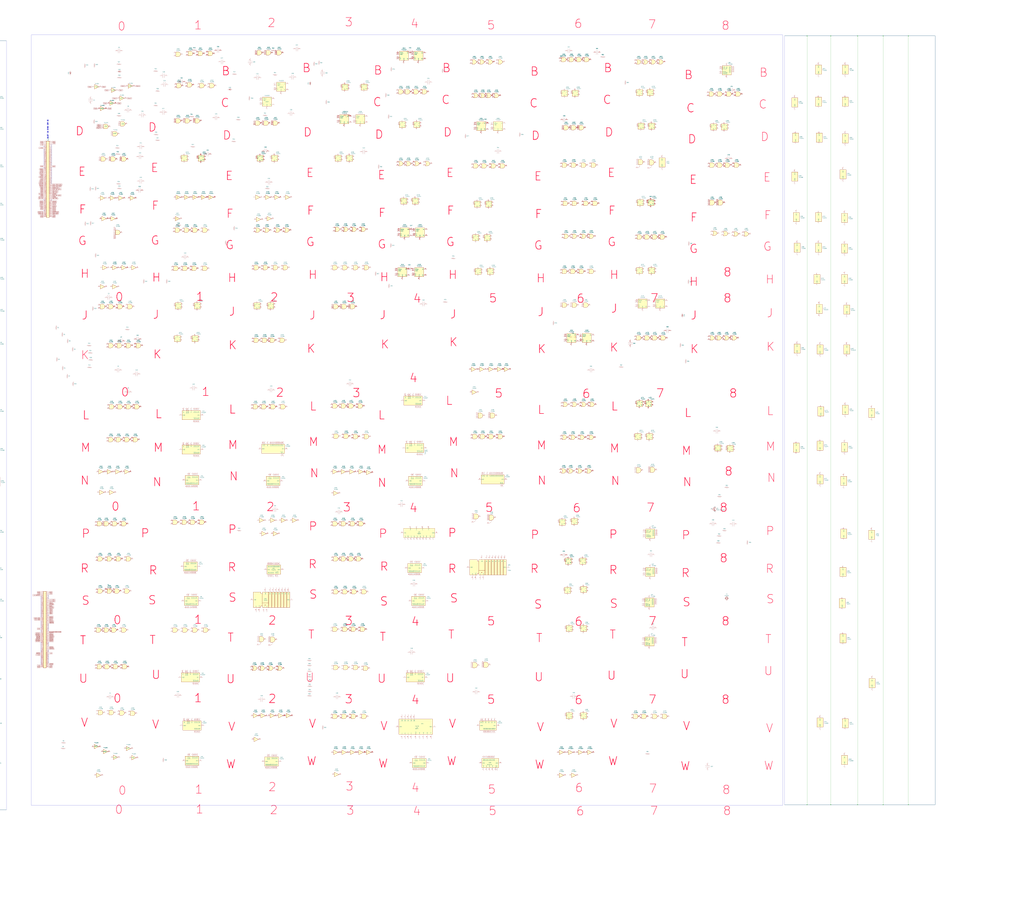
<source format=kicad_sch>
(kicad_sch (version 20230121) (generator eeschema)
  (paper "User" 1700 1500)
  (lib_symbols
    (symbol "74xx:74LS00" (pin_names (offset 1.016))
      (property "Reference" "U" (at 0 1.27 0))
      (property "Value" "74LS00" (at 0 -1.27 0))
      (symbol "74LS00_1_1"
        (pin input line (at -7.62 2.54 0) (length 3.81) (name "~") (number "1"))
        (pin input line (at -7.62 -2.54 0) (length 3.81) (name "~") (number "2"))
        (pin output inverted (at 7.62 0 180) (length 3.81) (name "~") (number "3"))
      )
      (symbol "74LS00_1_2"
        (pin input inverted (at -7.62 2.54 0) (length 4.318) (name "~") (number "1"))
        (pin input inverted (at -7.62 -2.54 0) (length 4.318) (name "~") (number "2"))
        (pin output line (at 7.62 0 180) (length 3.81) (name "~") (number "3"))
      )
      (symbol "74LS00_2_1"
        (pin input line (at -7.62 2.54 0) (length 3.81) (name "~") (number "4"))
        (pin input line (at -7.62 -2.54 0) (length 3.81) (name "~") (number "5"))
        (pin output inverted (at 7.62 0 180) (length 3.81) (name "~") (number "6"))
      )
      (symbol "74LS00_2_2"
        (pin input inverted (at -7.62 2.54 0) (length 4.318) (name "~") (number "4"))
        (pin input inverted (at -7.62 -2.54 0) (length 4.318) (name "~") (number "5"))
        (pin output line (at 7.62 0 180) (length 3.81) (name "~") (number "6"))
      )
      (symbol "74LS00_3_1"
        (pin input line (at -7.62 -2.54 0) (length 3.81) (name "~") (number "10"))
        (pin output inverted (at 7.62 0 180) (length 3.81) (name "~") (number "8"))
        (pin input line (at -7.62 2.54 0) (length 3.81) (name "~") (number "9"))
      )
      (symbol "74LS00_3_2"
        (pin input inverted (at -7.62 -2.54 0) (length 4.318) (name "~") (number "10"))
        (pin output line (at 7.62 0 180) (length 3.81) (name "~") (number "8"))
        (pin input inverted (at -7.62 2.54 0) (length 4.318) (name "~") (number "9"))
      )
      (symbol "74LS00_4_1"
        (pin output inverted (at 7.62 0 180) (length 3.81) (name "~") (number "11"))
        (pin input line (at -7.62 2.54 0) (length 3.81) (name "~") (number "12"))
        (pin input line (at -7.62 -2.54 0) (length 3.81) (name "~") (number "13"))
      )
      (symbol "74LS00_4_2"
        (pin output line (at 7.62 0 180) (length 3.81) (name "~") (number "11"))
        (pin input inverted (at -7.62 2.54 0) (length 4.318) (name "~") (number "12"))
        (pin input inverted (at -7.62 -2.54 0) (length 4.318) (name "~") (number "13"))
      )
      (symbol "74LS00_5_0"
        (pin power_in line (at 0 12.7 270) (length 5.08) (name "VCC") (number "14"))
        (pin power_in line (at 0 -12.7 90) (length 5.08) (name "GND") (number "7"))
      )
    )
    (symbol "74xx:74LS02" (pin_names (offset 1.016))
      (property "Reference" "U" (at 0 1.27 0))
      (property "Value" "74LS02" (at 0 -1.27 0))
      (symbol "74LS02_1_1"
        (pin output inverted (at 7.62 0 180) (length 3.81) (name "~") (number "1"))
        (pin input line (at -7.62 2.54 0) (length 4.318) (name "~") (number "2"))
        (pin input line (at -7.62 -2.54 0) (length 4.318) (name "~") (number "3"))
      )
      (symbol "74LS02_1_2"
        (pin output line (at 7.62 0 180) (length 3.81) (name "~") (number "1"))
        (pin input inverted (at -7.62 2.54 0) (length 3.81) (name "~") (number "2"))
        (pin input inverted (at -7.62 -2.54 0) (length 3.81) (name "~") (number "3"))
      )
      (symbol "74LS02_2_1"
        (pin output inverted (at 7.62 0 180) (length 3.81) (name "~") (number "4"))
        (pin input line (at -7.62 2.54 0) (length 4.318) (name "~") (number "5"))
        (pin input line (at -7.62 -2.54 0) (length 4.318) (name "~") (number "6"))
      )
      (symbol "74LS02_2_2"
        (pin output line (at 7.62 0 180) (length 3.81) (name "~") (number "4"))
        (pin input inverted (at -7.62 2.54 0) (length 3.81) (name "~") (number "5"))
        (pin input inverted (at -7.62 -2.54 0) (length 3.81) (name "~") (number "6"))
      )
      (symbol "74LS02_3_1"
        (pin output inverted (at 7.62 0 180) (length 3.81) (name "~") (number "10"))
        (pin input line (at -7.62 2.54 0) (length 4.318) (name "~") (number "8"))
        (pin input line (at -7.62 -2.54 0) (length 4.318) (name "~") (number "9"))
      )
      (symbol "74LS02_3_2"
        (pin output line (at 7.62 0 180) (length 3.81) (name "~") (number "10"))
        (pin input inverted (at -7.62 2.54 0) (length 3.81) (name "~") (number "8"))
        (pin input inverted (at -7.62 -2.54 0) (length 3.81) (name "~") (number "9"))
      )
      (symbol "74LS02_4_1"
        (pin input line (at -7.62 2.54 0) (length 4.318) (name "~") (number "11"))
        (pin input line (at -7.62 -2.54 0) (length 4.318) (name "~") (number "12"))
        (pin output inverted (at 7.62 0 180) (length 3.81) (name "~") (number "13"))
      )
      (symbol "74LS02_4_2"
        (pin input inverted (at -7.62 2.54 0) (length 3.81) (name "~") (number "11"))
        (pin input inverted (at -7.62 -2.54 0) (length 3.81) (name "~") (number "12"))
        (pin output line (at 7.62 0 180) (length 3.81) (name "~") (number "13"))
      )
      (symbol "74LS02_5_0"
        (pin power_in line (at 0 12.7 270) (length 5.08) (name "VCC") (number "14"))
        (pin power_in line (at 0 -12.7 90) (length 5.08) (name "GND") (number "7"))
      )
    )
    (symbol "74xx:74LS04"
      (property "Reference" "U" (at 0 1.27 0))
      (property "Value" "74LS04" (at 0 -1.27 0))
      (symbol "74LS04_1_0"
        (pin input line (at -7.62 0 0) (length 3.81) (name "~") (number "1"))
        (pin output inverted (at 7.62 0 180) (length 3.81) (name "~") (number "2"))
      )
      (symbol "74LS04_2_0"
        (pin input line (at -7.62 0 0) (length 3.81) (name "~") (number "3"))
        (pin output inverted (at 7.62 0 180) (length 3.81) (name "~") (number "4"))
      )
      (symbol "74LS04_3_0"
        (pin input line (at -7.62 0 0) (length 3.81) (name "~") (number "5"))
        (pin output inverted (at 7.62 0 180) (length 3.81) (name "~") (number "6"))
      )
      (symbol "74LS04_4_0"
        (pin output inverted (at 7.62 0 180) (length 3.81) (name "~") (number "8"))
        (pin input line (at -7.62 0 0) (length 3.81) (name "~") (number "9"))
      )
      (symbol "74LS04_5_0"
        (pin output inverted (at 7.62 0 180) (length 3.81) (name "~") (number "10"))
        (pin input line (at -7.62 0 0) (length 3.81) (name "~") (number "11"))
      )
      (symbol "74LS04_6_0"
        (pin output inverted (at 7.62 0 180) (length 3.81) (name "~") (number "12"))
        (pin input line (at -7.62 0 0) (length 3.81) (name "~") (number "13"))
      )
      (symbol "74LS04_7_0"
        (pin power_in line (at 0 12.7 270) (length 5.08) (name "VCC") (number "14"))
        (pin power_in line (at 0 -12.7 90) (length 5.08) (name "GND") (number "7"))
      )
    )
    (symbol "74xx:74LS06" (pin_names (offset 1.016))
      (property "Reference" "U" (at 0 1.27 0))
      (property "Value" "74LS06" (at 0 -1.27 0))
      (symbol "74LS06_1_0"
        (pin input line (at -7.62 0 0) (length 3.81) (name "~") (number "1"))
        (pin open_collector inverted (at 7.62 0 180) (length 3.81) (name "~") (number "2"))
      )
      (symbol "74LS06_2_0"
        (pin input line (at -7.62 0 0) (length 3.81) (name "~") (number "3"))
        (pin open_collector inverted (at 7.62 0 180) (length 3.81) (name "~") (number "4"))
      )
      (symbol "74LS06_3_0"
        (pin input line (at -7.62 0 0) (length 3.81) (name "~") (number "5"))
        (pin open_collector inverted (at 7.62 0 180) (length 3.81) (name "~") (number "6"))
      )
      (symbol "74LS06_4_0"
        (pin open_collector inverted (at 7.62 0 180) (length 3.81) (name "~") (number "8"))
        (pin input line (at -7.62 0 0) (length 3.81) (name "~") (number "9"))
      )
      (symbol "74LS06_5_0"
        (pin open_collector inverted (at 7.62 0 180) (length 3.81) (name "~") (number "10"))
        (pin input line (at -7.62 0 0) (length 3.81) (name "~") (number "11"))
      )
      (symbol "74LS06_6_0"
        (pin open_collector inverted (at 7.62 0 180) (length 3.81) (name "~") (number "12"))
        (pin input line (at -7.62 0 0) (length 3.81) (name "~") (number "13"))
      )
      (symbol "74LS06_7_0"
        (pin power_in line (at 0 12.7 270) (length 5.08) (name "VCC") (number "14"))
        (pin power_in line (at 0 -12.7 90) (length 5.08) (name "GND") (number "7"))
      )
    )
    (symbol "74xx:74LS06N" (pin_names (offset 1.016))
      (property "Reference" "U" (at 0 1.27 0))
      (property "Value" "74LS06N" (at 0 -1.27 0))
      (symbol "74LS06N_1_0"
        (pin input line (at -7.62 0 0) (length 3.81) (name "~") (number "1"))
        (pin open_collector inverted (at 7.62 0 180) (length 3.81) (name "~") (number "2"))
      )
      (symbol "74LS06N_2_0"
        (pin input line (at -7.62 0 0) (length 3.81) (name "~") (number "3"))
        (pin open_collector inverted (at 7.62 0 180) (length 3.81) (name "~") (number "4"))
      )
      (symbol "74LS06N_3_0"
        (pin input line (at -7.62 0 0) (length 3.81) (name "~") (number "5"))
        (pin open_collector inverted (at 7.62 0 180) (length 3.81) (name "~") (number "6"))
      )
      (symbol "74LS06N_4_0"
        (pin open_collector inverted (at 7.62 0 180) (length 3.81) (name "~") (number "8"))
        (pin input line (at -7.62 0 0) (length 3.81) (name "~") (number "9"))
      )
      (symbol "74LS06N_5_0"
        (pin open_collector inverted (at 7.62 0 180) (length 3.81) (name "~") (number "10"))
        (pin input line (at -7.62 0 0) (length 3.81) (name "~") (number "11"))
      )
      (symbol "74LS06N_6_0"
        (pin open_collector inverted (at 7.62 0 180) (length 3.81) (name "~") (number "12"))
        (pin input line (at -7.62 0 0) (length 3.81) (name "~") (number "13"))
      )
      (symbol "74LS06N_7_0"
        (pin power_in line (at 0 12.7 270) (length 5.08) (name "VCC") (number "14"))
        (pin power_in line (at 0 -12.7 90) (length 5.08) (name "GND") (number "7"))
      )
    )
    (symbol "74xx:74LS07" (pin_names (offset 1.016))
      (property "Reference" "U" (at 0 1.27 0))
      (property "Value" "74LS07" (at 0 -1.27 0))
      (symbol "74LS07_1_0"
        (pin input line (at -7.62 0 0) (length 3.81) (name "~") (number "1"))
        (pin open_collector line (at 7.62 0 180) (length 3.81) (name "~") (number "2"))
      )
      (symbol "74LS07_2_0"
        (pin input line (at -7.62 0 0) (length 3.81) (name "~") (number "3"))
        (pin open_collector line (at 7.62 0 180) (length 3.81) (name "~") (number "4"))
      )
      (symbol "74LS07_3_0"
        (pin input line (at -7.62 0 0) (length 3.81) (name "~") (number "5"))
        (pin open_collector line (at 7.62 0 180) (length 3.81) (name "~") (number "6"))
      )
      (symbol "74LS07_4_0"
        (pin open_collector line (at 7.62 0 180) (length 3.81) (name "~") (number "8"))
        (pin input line (at -7.62 0 0) (length 3.81) (name "~") (number "9"))
      )
      (symbol "74LS07_5_0"
        (pin open_collector line (at 7.62 0 180) (length 3.81) (name "~") (number "10"))
        (pin input line (at -7.62 0 0) (length 3.81) (name "~") (number "11"))
      )
      (symbol "74LS07_6_0"
        (pin open_collector line (at 7.62 0 180) (length 3.81) (name "~") (number "12"))
        (pin input line (at -7.62 0 0) (length 3.81) (name "~") (number "13"))
      )
      (symbol "74LS07_7_0"
        (pin power_in line (at 0 12.7 270) (length 5.08) (name "VCC") (number "14"))
        (pin power_in line (at 0 -12.7 90) (length 5.08) (name "GND") (number "7"))
      )
    )
    (symbol "74xx:74LS08" (pin_names (offset 1.016))
      (property "Reference" "U" (at 0 1.27 0))
      (property "Value" "74LS08" (at 0 -1.27 0))
      (symbol "74LS08_1_1"
        (pin input line (at -7.62 2.54 0) (length 3.81) (name "~") (number "1"))
        (pin input line (at -7.62 -2.54 0) (length 3.81) (name "~") (number "2"))
        (pin output line (at 7.62 0 180) (length 3.81) (name "~") (number "3"))
      )
      (symbol "74LS08_1_2"
        (pin input inverted (at -7.62 2.54 0) (length 4.318) (name "~") (number "1"))
        (pin input inverted (at -7.62 -2.54 0) (length 4.318) (name "~") (number "2"))
        (pin output inverted (at 7.62 0 180) (length 3.81) (name "~") (number "3"))
      )
      (symbol "74LS08_2_1"
        (pin input line (at -7.62 2.54 0) (length 3.81) (name "~") (number "4"))
        (pin input line (at -7.62 -2.54 0) (length 3.81) (name "~") (number "5"))
        (pin output line (at 7.62 0 180) (length 3.81) (name "~") (number "6"))
      )
      (symbol "74LS08_2_2"
        (pin input inverted (at -7.62 2.54 0) (length 4.318) (name "~") (number "4"))
        (pin input inverted (at -7.62 -2.54 0) (length 4.318) (name "~") (number "5"))
        (pin output inverted (at 7.62 0 180) (length 3.81) (name "~") (number "6"))
      )
      (symbol "74LS08_3_1"
        (pin input line (at -7.62 -2.54 0) (length 3.81) (name "~") (number "10"))
        (pin output line (at 7.62 0 180) (length 3.81) (name "~") (number "8"))
        (pin input line (at -7.62 2.54 0) (length 3.81) (name "~") (number "9"))
      )
      (symbol "74LS08_3_2"
        (pin input inverted (at -7.62 -2.54 0) (length 4.318) (name "~") (number "10"))
        (pin output inverted (at 7.62 0 180) (length 3.81) (name "~") (number "8"))
        (pin input inverted (at -7.62 2.54 0) (length 4.318) (name "~") (number "9"))
      )
      (symbol "74LS08_4_1"
        (pin output line (at 7.62 0 180) (length 3.81) (name "~") (number "11"))
        (pin input line (at -7.62 2.54 0) (length 3.81) (name "~") (number "12"))
        (pin input line (at -7.62 -2.54 0) (length 3.81) (name "~") (number "13"))
      )
      (symbol "74LS08_4_2"
        (pin output inverted (at 7.62 0 180) (length 3.81) (name "~") (number "11"))
        (pin input inverted (at -7.62 2.54 0) (length 4.318) (name "~") (number "12"))
        (pin input inverted (at -7.62 -2.54 0) (length 4.318) (name "~") (number "13"))
      )
      (symbol "74LS08_5_0"
        (pin power_in line (at 0 12.7 270) (length 5.08) (name "VCC") (number "14"))
        (pin power_in line (at 0 -12.7 90) (length 5.08) (name "GND") (number "7"))
      )
    )
    (symbol "74xx:74LS10" (pin_names (offset 1.016))
      (property "Reference" "U" (at 0 1.27 0))
      (property "Value" "74LS10" (at 0 -1.27 0))
      (symbol "74LS10_1_1"
        (pin input line (at -7.62 2.54 0) (length 3.81) (name "~") (number "1"))
        (pin output inverted (at 7.62 0 180) (length 3.81) (name "~") (number "12"))
        (pin input line (at -7.62 -2.54 0) (length 3.81) (name "~") (number "13"))
        (pin input line (at -7.62 0 0) (length 3.81) (name "~") (number "2"))
      )
      (symbol "74LS10_1_2"
        (pin input inverted (at -7.62 2.54 0) (length 4.318) (name "~") (number "1"))
        (pin output line (at 7.62 0 180) (length 3.81) (name "~") (number "12"))
        (pin input inverted (at -7.62 -2.54 0) (length 4.318) (name "~") (number "13"))
        (pin input inverted (at -7.62 0 0) (length 4.953) (name "~") (number "2"))
      )
      (symbol "74LS10_2_1"
        (pin input line (at -7.62 2.54 0) (length 3.81) (name "~") (number "3"))
        (pin input line (at -7.62 0 0) (length 3.81) (name "~") (number "4"))
        (pin input line (at -7.62 -2.54 0) (length 3.81) (name "~") (number "5"))
        (pin output inverted (at 7.62 0 180) (length 3.81) (name "~") (number "6"))
      )
      (symbol "74LS10_2_2"
        (pin input inverted (at -7.62 2.54 0) (length 4.318) (name "~") (number "3"))
        (pin input inverted (at -7.62 0 0) (length 4.953) (name "~") (number "4"))
        (pin input inverted (at -7.62 -2.54 0) (length 4.318) (name "~") (number "5"))
        (pin output line (at 7.62 0 180) (length 3.81) (name "~") (number "6"))
      )
      (symbol "74LS10_3_1"
        (pin input line (at -7.62 0 0) (length 3.81) (name "~") (number "10"))
        (pin input line (at -7.62 -2.54 0) (length 3.81) (name "~") (number "11"))
        (pin output inverted (at 7.62 0 180) (length 3.81) (name "~") (number "8"))
        (pin input line (at -7.62 2.54 0) (length 3.81) (name "~") (number "9"))
      )
      (symbol "74LS10_3_2"
        (pin input inverted (at -7.62 0 0) (length 4.953) (name "~") (number "10"))
        (pin input inverted (at -7.62 -2.54 0) (length 4.318) (name "~") (number "11"))
        (pin output line (at 7.62 0 180) (length 3.81) (name "~") (number "8"))
        (pin input inverted (at -7.62 2.54 0) (length 4.318) (name "~") (number "9"))
      )
      (symbol "74LS10_4_0"
        (pin power_in line (at 0 12.7 270) (length 5.08) (name "VCC") (number "14"))
        (pin power_in line (at 0 -12.7 90) (length 5.08) (name "GND") (number "7"))
      )
    )
    (symbol "74xx:74LS123" (pin_names (offset 1.016))
      (property "Reference" "U" (at -7.62 8.89 0))
      (property "Value" "74LS123" (at -7.62 -8.89 0))
      (symbol "74LS123_1_0"
        (pin input inverted (at -12.7 -2.54 0) (length 5.08) (name "A") (number "1"))
        (pin output line (at 12.7 5.08 180) (length 5.08) (name "Q") (number "13"))
        (pin input line (at -12.7 2.54 0) (length 5.08) (name "Cext") (number "14"))
        (pin input line (at -12.7 5.08 0) (length 5.08) (name "RCext") (number "15"))
        (pin input line (at -12.7 -5.08 0) (length 5.08) (name "B") (number "2"))
        (pin input inverted (at 0 -12.7 90) (length 5.08) (name "Clr") (number "3"))
        (pin output line (at 12.7 -5.08 180) (length 5.08) (name "~{Q}") (number "4"))
      )
      (symbol "74LS123_2_0"
        (pin input line (at -12.7 -5.08 0) (length 5.08) (name "B") (number "10"))
        (pin input inverted (at 0 -12.7 90) (length 5.08) (name "Clr") (number "11"))
        (pin output line (at 12.7 -5.08 180) (length 5.08) (name "~{Q}") (number "12"))
        (pin output line (at 12.7 5.08 180) (length 5.08) (name "Q") (number "5"))
        (pin input line (at -12.7 2.54 0) (length 5.08) (name "Cext") (number "6"))
        (pin input line (at -12.7 5.08 0) (length 5.08) (name "RCext") (number "7"))
        (pin input inverted (at -12.7 -2.54 0) (length 5.08) (name "A") (number "9"))
      )
      (symbol "74LS123_3_0"
        (pin power_in line (at 0 12.7 270) (length 5.08) (name "VCC") (number "16"))
        (pin power_in line (at 0 -12.7 90) (length 5.08) (name "GND") (number "8"))
      )
    )
    (symbol "74xx:74LS14" (pin_names (offset 1.016))
      (property "Reference" "U" (at 0 1.27 0))
      (property "Value" "74LS14" (at 0 -1.27 0))
      (symbol "74LS14_1_0"
        (pin input line (at -7.62 0 0) (length 3.81) (name "~") (number "1"))
        (pin output inverted (at 7.62 0 180) (length 3.81) (name "~") (number "2"))
      )
      (symbol "74LS14_2_0"
        (pin input line (at -7.62 0 0) (length 3.81) (name "~") (number "3"))
        (pin output inverted (at 7.62 0 180) (length 3.81) (name "~") (number "4"))
      )
      (symbol "74LS14_3_0"
        (pin input line (at -7.62 0 0) (length 3.81) (name "~") (number "5"))
        (pin output inverted (at 7.62 0 180) (length 3.81) (name "~") (number "6"))
      )
      (symbol "74LS14_4_0"
        (pin output inverted (at 7.62 0 180) (length 3.81) (name "~") (number "8"))
        (pin input line (at -7.62 0 0) (length 3.81) (name "~") (number "9"))
      )
      (symbol "74LS14_5_0"
        (pin output inverted (at 7.62 0 180) (length 3.81) (name "~") (number "10"))
        (pin input line (at -7.62 0 0) (length 3.81) (name "~") (number "11"))
      )
      (symbol "74LS14_6_0"
        (pin output inverted (at 7.62 0 180) (length 3.81) (name "~") (number "12"))
        (pin input line (at -7.62 0 0) (length 3.81) (name "~") (number "13"))
      )
      (symbol "74LS14_7_0"
        (pin power_in line (at 0 12.7 270) (length 5.08) (name "VCC") (number "14"))
        (pin power_in line (at 0 -12.7 90) (length 5.08) (name "GND") (number "7"))
      )
    )
    (symbol "74xx:74LS165"
      (property "Reference" "U" (at -7.62 19.05 0))
      (property "Value" "74LS165" (at -7.62 -21.59 0))
      (symbol "74LS165_1_0"
        (pin input line (at -12.7 -10.16 0) (length 5.08) (name "~{PL}") (number "1"))
        (pin input line (at -12.7 15.24 0) (length 5.08) (name "DS") (number "10"))
        (pin input line (at -12.7 12.7 0) (length 5.08) (name "D0") (number "11"))
        (pin input line (at -12.7 10.16 0) (length 5.08) (name "D1") (number "12"))
        (pin input line (at -12.7 7.62 0) (length 5.08) (name "D2") (number "13"))
        (pin input line (at -12.7 5.08 0) (length 5.08) (name "D3") (number "14"))
        (pin input line (at -12.7 -17.78 0) (length 5.08) (name "~{CE}") (number "15"))
        (pin power_in line (at 0 22.86 270) (length 5.08) (name "VCC") (number "16"))
        (pin input line (at -12.7 -15.24 0) (length 5.08) (name "CP") (number "2"))
        (pin input line (at -12.7 2.54 0) (length 5.08) (name "D4") (number "3"))
        (pin input line (at -12.7 0 0) (length 5.08) (name "D5") (number "4"))
        (pin input line (at -12.7 -2.54 0) (length 5.08) (name "D6") (number "5"))
        (pin input line (at -12.7 -5.08 0) (length 5.08) (name "D7") (number "6"))
        (pin output line (at 12.7 12.7 180) (length 5.08) (name "~{Q7}") (number "7"))
        (pin power_in line (at 0 -25.4 90) (length 5.08) (name "GND") (number "8"))
        (pin output line (at 12.7 15.24 180) (length 5.08) (name "Q7") (number "9"))
      )
    )
    (symbol "74xx:74LS175" (pin_names (offset 1.016))
      (property "Reference" "U" (at -7.62 13.97 0))
      (property "Value" "74LS175" (at -7.62 -16.51 0))
      (symbol "74LS175_1_0"
        (pin input line (at -12.7 -12.7 0) (length 5.08) (name "~{Mr}") (number "1"))
        (pin output line (at 12.7 0 180) (length 5.08) (name "Q2") (number "10"))
        (pin output line (at 12.7 -2.54 180) (length 5.08) (name "~{Q2}") (number "11"))
        (pin input line (at -12.7 0 0) (length 5.08) (name "D2") (number "12"))
        (pin input line (at -12.7 -5.08 0) (length 5.08) (name "D3") (number "13"))
        (pin output line (at 12.7 -7.62 180) (length 5.08) (name "~{Q3}") (number "14"))
        (pin output line (at 12.7 -5.08 180) (length 5.08) (name "Q3") (number "15"))
        (pin power_in line (at 0 17.78 270) (length 5.08) (name "VCC") (number "16"))
        (pin output line (at 12.7 10.16 180) (length 5.08) (name "Q0") (number "2"))
        (pin output line (at 12.7 7.62 180) (length 5.08) (name "~{Q0}") (number "3"))
        (pin input line (at -12.7 10.16 0) (length 5.08) (name "D0") (number "4"))
        (pin input line (at -12.7 5.08 0) (length 5.08) (name "D1") (number "5"))
        (pin output line (at 12.7 2.54 180) (length 5.08) (name "~{Q1}") (number "6"))
        (pin output line (at 12.7 5.08 180) (length 5.08) (name "Q1") (number "7"))
        (pin power_in line (at 0 -20.32 90) (length 5.08) (name "GND") (number "8"))
        (pin input clock (at -12.7 -10.16 0) (length 5.08) (name "Cp") (number "9"))
      )
    )
    (symbol "74xx:74LS197" (pin_names (offset 1.016))
      (property "Reference" "U" (at -7.62 16.51 0))
      (property "Value" "74LS197" (at -7.62 -16.51 0))
      (symbol "74LS197_1_0"
        (pin input inverted (at -12.7 0 0) (length 5.08) (name "Pl") (number "1"))
        (pin input line (at -12.7 10.16 0) (length 5.08) (name "P1") (number "10"))
        (pin input line (at -12.7 5.08 0) (length 5.08) (name "P3") (number "11"))
        (pin output line (at 12.7 5.08 180) (length 5.08) (name "Q3") (number "12"))
        (pin input inverted (at -12.7 -12.7 0) (length 5.08) (name "Mr") (number "13"))
        (pin power_in line (at 0 20.32 270) (length 5.08) (name "VCC") (number "14"))
        (pin output line (at 12.7 7.62 180) (length 5.08) (name "Q2") (number "2"))
        (pin input line (at -12.7 7.62 0) (length 5.08) (name "P2") (number "3"))
        (pin input line (at -12.7 12.7 0) (length 5.08) (name "P0") (number "4"))
        (pin output line (at 12.7 12.7 180) (length 5.08) (name "Q0") (number "5"))
        (pin input inverted_clock (at -12.7 -7.62 0) (length 5.08) (name "Cp1") (number "6"))
        (pin power_in line (at 0 -20.32 90) (length 5.08) (name "GND") (number "7"))
        (pin input inverted_clock (at -12.7 -5.08 0) (length 5.08) (name "Cp0") (number "8"))
        (pin output line (at 12.7 10.16 180) (length 5.08) (name "Q1") (number "9"))
      )
    )
    (symbol "74xx:74LS20" (pin_names (offset 1.016))
      (property "Reference" "U" (at 0 1.27 0))
      (property "Value" "74LS20" (at 0 -1.27 0))
      (symbol "74LS20_1_1"
        (pin input line (at -7.62 3.81 0) (length 3.81) (name "~") (number "1"))
        (pin input line (at -7.62 1.27 0) (length 3.81) (name "~") (number "2"))
        (pin input line (at -7.62 -1.27 0) (length 3.81) (name "~") (number "4"))
        (pin input line (at -7.62 -3.81 0) (length 3.81) (name "~") (number "5"))
        (pin output inverted (at 7.62 0 180) (length 3.81) (name "~") (number "6"))
      )
      (symbol "74LS20_1_2"
        (pin input inverted (at -7.62 3.81 0) (length 3.81) (name "~") (number "1"))
        (pin input inverted (at -7.62 1.27 0) (length 4.826) (name "~") (number "2"))
        (pin input inverted (at -7.62 -1.27 0) (length 4.826) (name "~") (number "4"))
        (pin input inverted (at -7.62 -3.81 0) (length 3.81) (name "~") (number "5"))
        (pin output line (at 7.62 0 180) (length 3.81) (name "~") (number "6"))
      )
      (symbol "74LS20_2_1"
        (pin input line (at -7.62 1.27 0) (length 3.81) (name "~") (number "10"))
        (pin input line (at -7.62 -1.27 0) (length 3.81) (name "~") (number "12"))
        (pin input line (at -7.62 -3.81 0) (length 3.81) (name "~") (number "13"))
        (pin output inverted (at 7.62 0 180) (length 3.81) (name "~") (number "8"))
        (pin input line (at -7.62 3.81 0) (length 3.81) (name "~") (number "9"))
      )
      (symbol "74LS20_2_2"
        (pin input inverted (at -7.62 1.27 0) (length 4.826) (name "~") (number "10"))
        (pin input inverted (at -7.62 -1.27 0) (length 4.826) (name "~") (number "12"))
        (pin input inverted (at -7.62 -3.81 0) (length 3.81) (name "~") (number "13"))
        (pin output line (at 7.62 0 180) (length 3.81) (name "~") (number "8"))
        (pin input inverted (at -7.62 3.81 0) (length 3.81) (name "~") (number "9"))
      )
      (symbol "74LS20_3_0"
        (pin power_in line (at 0 12.7 270) (length 5.08) (name "VCC") (number "14"))
        (pin power_in line (at 0 -12.7 90) (length 5.08) (name "GND") (number "7"))
      )
    )
    (symbol "74xx:74LS21" (pin_names (offset 1.016))
      (property "Reference" "U" (at 0 1.27 0))
      (property "Value" "74LS21" (at 0 -1.27 0))
      (symbol "74LS21_1_1"
        (pin input line (at -7.62 3.81 0) (length 3.81) (name "~") (number "1"))
        (pin input line (at -7.62 1.27 0) (length 3.81) (name "~") (number "2"))
        (pin input line (at -7.62 -1.27 0) (length 3.81) (name "~") (number "4"))
        (pin input line (at -7.62 -3.81 0) (length 3.81) (name "~") (number "5"))
        (pin output line (at 7.62 0 180) (length 3.81) (name "~") (number "6"))
      )
      (symbol "74LS21_1_2"
        (pin input inverted (at -7.62 3.81 0) (length 3.81) (name "~") (number "1"))
        (pin input inverted (at -7.62 1.27 0) (length 4.826) (name "~") (number "2"))
        (pin input inverted (at -7.62 -1.27 0) (length 4.826) (name "~") (number "4"))
        (pin input inverted (at -7.62 -3.81 0) (length 3.81) (name "~") (number "5"))
        (pin output inverted (at 7.62 0 180) (length 3.81) (name "~") (number "6"))
      )
      (symbol "74LS21_2_1"
        (pin input line (at -7.62 1.27 0) (length 3.81) (name "~") (number "10"))
        (pin input line (at -7.62 -1.27 0) (length 3.81) (name "~") (number "12"))
        (pin input line (at -7.62 -3.81 0) (length 3.81) (name "~") (number "13"))
        (pin output line (at 7.62 0 180) (length 3.81) (name "~") (number "8"))
        (pin input line (at -7.62 3.81 0) (length 3.81) (name "~") (number "9"))
      )
      (symbol "74LS21_2_2"
        (pin input inverted (at -7.62 1.27 0) (length 4.826) (name "~") (number "10"))
        (pin input inverted (at -7.62 -1.27 0) (length 4.826) (name "~") (number "12"))
        (pin input inverted (at -7.62 -3.81 0) (length 3.81) (name "~") (number "13"))
        (pin output inverted (at 7.62 0 180) (length 3.81) (name "~") (number "8"))
        (pin input inverted (at -7.62 3.81 0) (length 3.81) (name "~") (number "9"))
      )
      (symbol "74LS21_3_0"
        (pin power_in line (at 0 12.7 270) (length 5.08) (name "VCC") (number "14"))
        (pin power_in line (at 0 -12.7 90) (length 5.08) (name "GND") (number "7"))
      )
    )
    (symbol "74xx:74LS30" (pin_names (offset 1.016))
      (property "Reference" "U" (at 0 1.27 0))
      (property "Value" "74LS30" (at 0 -1.27 0))
      (symbol "74LS30_1_1"
        (pin input line (at -7.62 7.62 0) (length 3.81) (name "~") (number "1"))
        (pin input line (at -7.62 -7.62 0) (length 3.81) (name "~") (number "11"))
        (pin input line (at -7.62 -10.16 0) (length 3.81) (name "~") (number "12"))
        (pin input line (at -7.62 5.08 0) (length 3.81) (name "~") (number "2"))
        (pin input line (at -7.62 2.54 0) (length 3.81) (name "~") (number "3"))
        (pin input line (at -7.62 0 0) (length 3.81) (name "~") (number "4"))
        (pin input line (at -7.62 -2.54 0) (length 3.81) (name "~") (number "5"))
        (pin input line (at -7.62 -5.08 0) (length 3.81) (name "~") (number "6"))
        (pin output inverted (at 7.62 0 180) (length 3.81) (name "~") (number "8"))
      )
      (symbol "74LS30_1_2"
        (pin input inverted (at -7.62 7.62 0) (length 3.81) (name "~") (number "1"))
        (pin input inverted (at -7.62 -7.62 0) (length 3.81) (name "~") (number "11"))
        (pin input inverted (at -7.62 -10.16 0) (length 3.81) (name "~") (number "12"))
        (pin input inverted (at -7.62 5.08 0) (length 3.81) (name "~") (number "2"))
        (pin input inverted (at -7.62 2.54 0) (length 4.5466) (name "~") (number "3"))
        (pin input inverted (at -7.62 0 0) (length 5.08) (name "~") (number "4"))
        (pin input inverted (at -7.62 -2.54 0) (length 4.5466) (name "~") (number "5"))
        (pin input inverted (at -7.62 -5.08 0) (length 3.81) (name "~") (number "6"))
        (pin output line (at 7.62 0 180) (length 3.81) (name "~") (number "8"))
      )
      (symbol "74LS30_2_0"
        (pin power_in line (at 0 12.7 270) (length 5.08) (name "VCC") (number "14"))
        (pin power_in line (at 0 -12.7 90) (length 5.08) (name "GND") (number "7"))
      )
    )
    (symbol "74xx:74LS32" (pin_names (offset 1.016))
      (property "Reference" "U" (at 0 1.27 0))
      (property "Value" "74LS32" (at 0 -1.27 0))
      (symbol "74LS32_1_1"
        (pin input line (at -7.62 2.54 0) (length 4.318) (name "~") (number "1"))
        (pin input line (at -7.62 -2.54 0) (length 4.318) (name "~") (number "2"))
        (pin output line (at 7.62 0 180) (length 3.81) (name "~") (number "3"))
      )
      (symbol "74LS32_1_2"
        (pin input inverted (at -7.62 2.54 0) (length 3.81) (name "~") (number "1"))
        (pin input inverted (at -7.62 -2.54 0) (length 3.81) (name "~") (number "2"))
        (pin output inverted (at 7.62 0 180) (length 3.81) (name "~") (number "3"))
      )
      (symbol "74LS32_2_1"
        (pin input line (at -7.62 2.54 0) (length 4.318) (name "~") (number "4"))
        (pin input line (at -7.62 -2.54 0) (length 4.318) (name "~") (number "5"))
        (pin output line (at 7.62 0 180) (length 3.81) (name "~") (number "6"))
      )
      (symbol "74LS32_2_2"
        (pin input inverted (at -7.62 2.54 0) (length 3.81) (name "~") (number "4"))
        (pin input inverted (at -7.62 -2.54 0) (length 3.81) (name "~") (number "5"))
        (pin output inverted (at 7.62 0 180) (length 3.81) (name "~") (number "6"))
      )
      (symbol "74LS32_3_1"
        (pin input line (at -7.62 -2.54 0) (length 4.318) (name "~") (number "10"))
        (pin output line (at 7.62 0 180) (length 3.81) (name "~") (number "8"))
        (pin input line (at -7.62 2.54 0) (length 4.318) (name "~") (number "9"))
      )
      (symbol "74LS32_3_2"
        (pin input inverted (at -7.62 -2.54 0) (length 3.81) (name "~") (number "10"))
        (pin output inverted (at 7.62 0 180) (length 3.81) (name "~") (number "8"))
        (pin input inverted (at -7.62 2.54 0) (length 3.81) (name "~") (number "9"))
      )
      (symbol "74LS32_4_1"
        (pin output line (at 7.62 0 180) (length 3.81) (name "~") (number "11"))
        (pin input line (at -7.62 2.54 0) (length 4.318) (name "~") (number "12"))
        (pin input line (at -7.62 -2.54 0) (length 4.318) (name "~") (number "13"))
      )
      (symbol "74LS32_4_2"
        (pin output inverted (at 7.62 0 180) (length 3.81) (name "~") (number "11"))
        (pin input inverted (at -7.62 2.54 0) (length 3.81) (name "~") (number "12"))
        (pin input inverted (at -7.62 -2.54 0) (length 3.81) (name "~") (number "13"))
      )
      (symbol "74LS32_5_0"
        (pin power_in line (at 0 12.7 270) (length 5.08) (name "VCC") (number "14"))
        (pin power_in line (at 0 -12.7 90) (length 5.08) (name "GND") (number "7"))
      )
    )
    (symbol "74xx:74LS37" (pin_names (offset 1.016))
      (property "Reference" "U" (at 0 1.27 0))
      (property "Value" "74LS37" (at 0 -1.27 0))
      (symbol "74LS37_1_1"
        (pin input line (at -7.62 2.54 0) (length 3.81) (name "~") (number "1"))
        (pin input line (at -7.62 -2.54 0) (length 3.81) (name "~") (number "2"))
        (pin output inverted (at 7.62 0 180) (length 3.81) (name "~") (number "3"))
      )
      (symbol "74LS37_1_2"
        (pin input inverted (at -7.62 2.54 0) (length 4.318) (name "~") (number "1"))
        (pin input inverted (at -7.62 -2.54 0) (length 4.318) (name "~") (number "2"))
        (pin output line (at 7.62 0 180) (length 3.81) (name "~") (number "3"))
      )
      (symbol "74LS37_2_1"
        (pin input line (at -7.62 2.54 0) (length 3.81) (name "~") (number "4"))
        (pin input line (at -7.62 -2.54 0) (length 3.81) (name "~") (number "5"))
        (pin output inverted (at 7.62 0 180) (length 3.81) (name "~") (number "6"))
      )
      (symbol "74LS37_2_2"
        (pin input inverted (at -7.62 2.54 0) (length 4.318) (name "~") (number "4"))
        (pin input inverted (at -7.62 -2.54 0) (length 4.318) (name "~") (number "5"))
        (pin output line (at 7.62 0 180) (length 3.81) (name "~") (number "6"))
      )
      (symbol "74LS37_3_1"
        (pin input line (at -7.62 -2.54 0) (length 3.81) (name "~") (number "10"))
        (pin output inverted (at 7.62 0 180) (length 3.81) (name "~") (number "8"))
        (pin input line (at -7.62 2.54 0) (length 3.81) (name "~") (number "9"))
      )
      (symbol "74LS37_3_2"
        (pin input inverted (at -7.62 -2.54 0) (length 4.318) (name "~") (number "10"))
        (pin output line (at 7.62 0 180) (length 3.81) (name "~") (number "8"))
        (pin input inverted (at -7.62 2.54 0) (length 4.318) (name "~") (number "9"))
      )
      (symbol "74LS37_4_1"
        (pin output inverted (at 7.62 0 180) (length 3.81) (name "~") (number "11"))
        (pin input line (at -7.62 2.54 0) (length 3.81) (name "~") (number "12"))
        (pin input line (at -7.62 -2.54 0) (length 3.81) (name "~") (number "13"))
      )
      (symbol "74LS37_4_2"
        (pin output line (at 7.62 0 180) (length 3.81) (name "~") (number "11"))
        (pin input inverted (at -7.62 2.54 0) (length 4.318) (name "~") (number "12"))
        (pin input inverted (at -7.62 -2.54 0) (length 4.318) (name "~") (number "13"))
      )
      (symbol "74LS37_5_0"
        (pin power_in line (at 0 12.7 270) (length 5.08) (name "VCC") (number "14"))
        (pin power_in line (at 0 -12.7 90) (length 5.08) (name "GND") (number "7"))
      )
    )
    (symbol "74xx:74LS38" (pin_names (offset 1.016))
      (property "Reference" "U" (at 0 1.27 0))
      (property "Value" "74LS38" (at 0 -1.27 0))
      (symbol "74LS38_1_1"
        (pin input line (at -7.62 2.54 0) (length 3.81) (name "~") (number "1"))
        (pin input line (at -7.62 -2.54 0) (length 3.81) (name "~") (number "2"))
        (pin open_collector inverted (at 7.62 0 180) (length 3.81) (name "~") (number "3"))
      )
      (symbol "74LS38_1_2"
        (pin input inverted (at -7.62 2.54 0) (length 4.318) (name "~") (number "1"))
        (pin input inverted (at -7.62 -2.54 0) (length 4.318) (name "~") (number "2"))
        (pin open_collector line (at 7.62 0 180) (length 3.81) (name "~") (number "3"))
      )
      (symbol "74LS38_2_1"
        (pin input line (at -7.62 2.54 0) (length 3.81) (name "~") (number "4"))
        (pin input line (at -7.62 -2.54 0) (length 3.81) (name "~") (number "5"))
        (pin open_collector inverted (at 7.62 0 180) (length 3.81) (name "~") (number "6"))
      )
      (symbol "74LS38_2_2"
        (pin input inverted (at -7.62 2.54 0) (length 4.318) (name "~") (number "4"))
        (pin input inverted (at -7.62 -2.54 0) (length 4.318) (name "~") (number "5"))
        (pin open_collector line (at 7.62 0 180) (length 3.81) (name "~") (number "6"))
      )
      (symbol "74LS38_3_1"
        (pin input line (at -7.62 -2.54 0) (length 3.81) (name "~") (number "10"))
        (pin open_collector inverted (at 7.62 0 180) (length 3.81) (name "~") (number "8"))
        (pin input line (at -7.62 2.54 0) (length 3.81) (name "~") (number "9"))
      )
      (symbol "74LS38_3_2"
        (pin input inverted (at -7.62 -2.54 0) (length 4.318) (name "~") (number "10"))
        (pin open_collector line (at 7.62 0 180) (length 3.81) (name "~") (number "8"))
        (pin input inverted (at -7.62 2.54 0) (length 4.318) (name "~") (number "9"))
      )
      (symbol "74LS38_4_1"
        (pin open_collector inverted (at 7.62 0 180) (length 3.81) (name "~") (number "11"))
        (pin input line (at -7.62 2.54 0) (length 3.81) (name "~") (number "12"))
        (pin input line (at -7.62 -2.54 0) (length 3.81) (name "~") (number "13"))
      )
      (symbol "74LS38_4_2"
        (pin open_collector line (at 7.62 0 180) (length 3.81) (name "~") (number "11"))
        (pin input inverted (at -7.62 2.54 0) (length 4.318) (name "~") (number "12"))
        (pin input inverted (at -7.62 -2.54 0) (length 4.318) (name "~") (number "13"))
      )
      (symbol "74LS38_5_0"
        (pin power_in line (at 0 12.7 270) (length 5.08) (name "VCC") (number "14"))
        (pin power_in line (at 0 -12.7 90) (length 5.08) (name "GND") (number "7"))
      )
    )
    (symbol "74xx:74LS74" (pin_names (offset 1.016))
      (property "Reference" "U" (at -7.62 8.89 0))
      (property "Value" "74LS74" (at -7.62 -8.89 0))
      (symbol "74LS74_1_0"
        (pin input line (at 0 -7.62 90) (length 2.54) (name "~{R}") (number "1"))
        (pin input line (at -7.62 2.54 0) (length 2.54) (name "D") (number "2"))
        (pin input clock (at -7.62 0 0) (length 2.54) (name "C") (number "3"))
        (pin input line (at 0 7.62 270) (length 2.54) (name "~{S}") (number "4"))
        (pin output line (at 7.62 2.54 180) (length 2.54) (name "Q") (number "5"))
        (pin output line (at 7.62 -2.54 180) (length 2.54) (name "~{Q}") (number "6"))
      )
      (symbol "74LS74_2_0"
        (pin input line (at 0 7.62 270) (length 2.54) (name "~{S}") (number "10"))
        (pin input clock (at -7.62 0 0) (length 2.54) (name "C") (number "11"))
        (pin input line (at -7.62 2.54 0) (length 2.54) (name "D") (number "12"))
        (pin input line (at 0 -7.62 90) (length 2.54) (name "~{R}") (number "13"))
        (pin output line (at 7.62 -2.54 180) (length 2.54) (name "~{Q}") (number "8"))
        (pin output line (at 7.62 2.54 180) (length 2.54) (name "Q") (number "9"))
      )
      (symbol "74LS74_3_0"
        (pin power_in line (at 0 10.16 270) (length 2.54) (name "VCC") (number "14"))
        (pin power_in line (at 0 -10.16 90) (length 2.54) (name "GND") (number "7"))
      )
    )
    (symbol "74xx:74LS75" (pin_names (offset 1.016))
      (property "Reference" "U" (at -7.62 11.43 0))
      (property "Value" "74LS75" (at -7.62 -13.97 0))
      (symbol "74LS75_1_0"
        (pin output line (at 12.7 -2.54 180) (length 5.08) (name "~{Q0}") (number "1"))
        (pin output line (at 12.7 2.54 180) (length 5.08) (name "Q2") (number "10"))
        (pin output line (at 12.7 -7.62 180) (length 5.08) (name "~{Q2}") (number "11"))
        (pin power_in line (at 0 -17.78 90) (length 5.08) (name "GND") (number "12"))
        (pin input line (at -12.7 -5.08 0) (length 5.08) (name "E01") (number "13"))
        (pin output line (at 12.7 -5.08 180) (length 5.08) (name "~{Q1}") (number "14"))
        (pin output line (at 12.7 5.08 180) (length 5.08) (name "Q1") (number "15"))
        (pin output line (at 12.7 7.62 180) (length 5.08) (name "Q0") (number "16"))
        (pin input line (at -12.7 7.62 0) (length 5.08) (name "D0") (number "2"))
        (pin input line (at -12.7 5.08 0) (length 5.08) (name "D1") (number "3"))
        (pin input line (at -12.7 -7.62 0) (length 5.08) (name "E23") (number "4"))
        (pin power_in line (at 0 15.24 270) (length 5.08) (name "VCC") (number "5"))
        (pin input line (at -12.7 2.54 0) (length 5.08) (name "D2") (number "6"))
        (pin input line (at -12.7 0 0) (length 5.08) (name "D3") (number "7"))
        (pin output line (at 12.7 -10.16 180) (length 5.08) (name "~{Q3}") (number "8"))
        (pin output line (at 12.7 0 180) (length 5.08) (name "Q3") (number "9"))
      )
    )
    (symbol "74xx:74LS76" (pin_names (offset 1.016))
      (property "Reference" "U" (at -7.62 8.89 0))
      (property "Value" "74LS76" (at -7.62 -8.89 0))
      (symbol "74LS76_1_0"
        (pin input clock (at -7.62 0 0) (length 2.54) (name "C") (number "1"))
        (pin output line (at 7.62 -2.54 180) (length 2.54) (name "~{Q}") (number "14"))
        (pin output line (at 7.62 2.54 180) (length 2.54) (name "Q") (number "15"))
        (pin input line (at -7.62 -2.54 0) (length 2.54) (name "K") (number "16"))
        (pin input line (at 0 7.62 270) (length 2.54) (name "~{S}") (number "2"))
        (pin input line (at 0 -7.62 90) (length 2.54) (name "~{R}") (number "3"))
        (pin input line (at -7.62 2.54 0) (length 2.54) (name "J") (number "4"))
      )
      (symbol "74LS76_2_0"
        (pin output line (at 7.62 -2.54 180) (length 2.54) (name "~{Q}") (number "10"))
        (pin output line (at 7.62 2.54 180) (length 2.54) (name "Q") (number "11"))
        (pin input line (at -7.62 -2.54 0) (length 2.54) (name "K") (number "12"))
        (pin input clock (at -7.62 0 0) (length 2.54) (name "C") (number "6"))
        (pin input line (at 0 7.62 270) (length 2.54) (name "~{S}") (number "7"))
        (pin input line (at 0 -7.62 90) (length 2.54) (name "~{R}") (number "8"))
        (pin input line (at -7.62 2.54 0) (length 2.54) (name "J") (number "9"))
      )
      (symbol "74LS76_3_0"
        (pin power_in line (at 0 -10.16 90) (length 2.54) (name "GND") (number "13"))
        (pin power_in line (at 0 10.16 270) (length 2.54) (name "VCC") (number "5"))
      )
    )
    (symbol "74xx:74LS86" (pin_names (offset 1.016))
      (property "Reference" "U" (at 0 1.27 0))
      (property "Value" "74LS86" (at 0 -1.27 0))
      (symbol "74LS86_1_0"
        (pin input line (at -7.62 2.54 0) (length 4.445) (name "~") (number "1"))
        (pin input line (at -7.62 -2.54 0) (length 4.445) (name "~") (number "2"))
        (pin output line (at 7.62 0 180) (length 3.81) (name "~") (number "3"))
      )
      (symbol "74LS86_2_0"
        (pin input line (at -7.62 2.54 0) (length 4.445) (name "~") (number "4"))
        (pin input line (at -7.62 -2.54 0) (length 4.445) (name "~") (number "5"))
        (pin output line (at 7.62 0 180) (length 3.81) (name "~") (number "6"))
      )
      (symbol "74LS86_3_0"
        (pin input line (at -7.62 -2.54 0) (length 4.445) (name "~") (number "10"))
        (pin output line (at 7.62 0 180) (length 3.81) (name "~") (number "8"))
        (pin input line (at -7.62 2.54 0) (length 4.445) (name "~") (number "9"))
      )
      (symbol "74LS86_4_0"
        (pin output line (at 7.62 0 180) (length 3.81) (name "~") (number "11"))
        (pin input line (at -7.62 2.54 0) (length 4.445) (name "~") (number "12"))
        (pin input line (at -7.62 -2.54 0) (length 4.445) (name "~") (number "13"))
      )
      (symbol "74LS86_5_0"
        (pin power_in line (at 0 12.7 270) (length 5.08) (name "VCC") (number "14"))
        (pin power_in line (at 0 -12.7 90) (length 5.08) (name "GND") (number "7"))
      )
    )
    (symbol "74xx:74LS93" (pin_names (offset 1.016))
      (property "Reference" "U" (at -7.62 8.89 0))
      (property "Value" "74LS93" (at -7.62 -8.89 0))
      (symbol "74LS93_1_0"
        (pin input inverted_clock (at -12.7 2.54 0) (length 5.08) (name "CP1..3") (number "1"))
        (pin power_in line (at 0 -12.7 90) (length 5.08) (name "GND") (number "10"))
        (pin output line (at 12.7 -2.54 180) (length 5.08) (name "Q3") (number "11"))
        (pin output line (at 12.7 5.08 180) (length 5.08) (name "Q0") (number "12"))
        (pin input inverted_clock (at -12.7 5.08 0) (length 5.08) (name "CP0") (number "14"))
        (pin input line (at -12.7 -2.54 0) (length 5.08) (name "R0(1)") (number "2"))
        (pin input line (at -12.7 -5.08 0) (length 5.08) (name "R0(2)") (number "3"))
        (pin power_in line (at 0 12.7 270) (length 5.08) (name "VCC") (number "5"))
        (pin output line (at 12.7 0 180) (length 5.08) (name "Q2") (number "8"))
        (pin output line (at 12.7 2.54 180) (length 5.08) (name "Q1") (number "9"))
      )
    )
    (symbol "74xx_IEEE:74164" (pin_names (offset 1.016))
      (property "Reference" "U" (at 17.78 12.7 0))
      (property "Value" "74164" (at 12.7 -45.72 0))
      (symbol "74164_0_0"
        (text "&" (at -8.636 -2.032 0) (effects (font (size 1.524 1.524))))
      )
      (symbol "74164_1_1"
        (pin input line (at -20.32 0 0) (length 7.62) (name "A") (number "1"))
        (pin output line (at 20.32 -25.4 180) (length 7.62) (name "Qe") (number "10"))
        (pin output line (at 20.32 -30.48 180) (length 7.62) (name "Qf") (number "11"))
        (pin output line (at 20.32 -35.56 180) (length 7.62) (name "Qg") (number "12"))
        (pin output line (at 20.32 -40.64 180) (length 7.62) (name "Qh") (number "13"))
        (pin power_in line (at 0 22.86 270) (length 5.08) (name "VDD") (number "14"))
        (pin input line (at -20.32 -5.08 0) (length 7.62) (name "B") (number "2"))
        (pin output line (at 20.32 -2.54 180) (length 7.62) (name "Qa") (number "3"))
        (pin output line (at 20.32 -10.16 180) (length 7.62) (name "Qb") (number "4"))
        (pin output line (at 20.32 -15.24 180) (length 7.62) (name "Qc") (number "5"))
        (pin output line (at 20.32 -20.32 180) (length 7.62) (name "Qd") (number "6"))
        (pin power_in line (at 0 -48.26 90) (length 5.08) (name "VSS") (number "7"))
        (pin input clock (at -20.32 7.62 0) (length 7.62) (name "CK") (number "8"))
        (pin input line (at -20.32 12.7 0) (length 7.62) (name "~{R}") (number "9"))
      )
    )
    (symbol "Device:Crystal" (pin_numbers hide) (pin_names (offset 1.016) hide)
      (property "Reference" "Y" (at 0 3.81 0))
      (property "Value" "Crystal" (at 0 -3.81 0))
      (symbol "Crystal_1_1"
        (pin passive line (at -3.81 0 0) (length 1.27) (name "1") (number "1"))
        (pin passive line (at 3.81 0 180) (length 1.27) (name "2") (number "2"))
      )
    )
    (symbol "Device:R_US" (pin_numbers hide) (pin_names (offset 0))
      (property "Reference" "R" (at 2.54 0 90))
      (property "Value" "R_US" (at -2.54 0 90))
      (symbol "R_US_1_1"
        (pin passive line (at 0 3.81 270) (length 1.27) (name "~") (number "1"))
        (pin passive line (at 0 -3.81 90) (length 1.27) (name "~") (number "2"))
      )
    )
    (symbol "ForgottenMachines:1N4001_Entrex_PSU" (pin_numbers hide) (pin_names hide)
      (property "Reference" "CR" (at 0 2.54 0))
      (property "Value" "1N4001" (at 0 -2.54 0))
      (symbol "1N4001_Entrex_PSU_1_1"
        (pin passive line (at -3.81 0 0) (length 2.54) (name "K") (number "1"))
        (pin passive line (at 3.81 0 180) (length 2.54) (name "A") (number "2"))
      )
    )
    (symbol "ForgottenMachines:74179" (pin_names (offset 1.016))
      (property "Reference" "U" (at 0 -5.08 0))
      (property "Value" "74179\n or\n8271" (at 1.27 -11.43 0))
      (symbol "74179_0_1"
        (pin power_in line (at 0 33.02 270) (length 5.08) (name "VCC") (number "14"))
        (pin power_in line (at 0 -33.02 90) (length 5.08) (name "GND") (number "7"))
      )
      (symbol "74179_1_1"
        (pin input line (at -20.32 -6.35 0) (length 7.62) (name "Mr") (number "1"))
        (pin input line (at -20.32 -25.4 0) (length 7.62) (name "Ld") (number "10"))
        (pin output line (at 20.32 7.62 180) (length 7.62) (name "Qd") (number "11"))
        (pin output line (at 20.32 2.54 180) (length 7.62) (name "~{Qd}") (number "12"))
        (pin input line (at -20.32 -19.05 0) (length 7.62) (name "Sh") (number "13"))
        (pin input line (at -20.32 7.62 0) (length 7.62) (name "D") (number "14"))
        (pin input line (at -20.32 12.7 0) (length 7.62) (name "C") (number "15"))
        (pin input line (at -20.32 17.78 0) (length 7.62) (name "B") (number "2"))
        (pin input line (at -20.32 22.86 0) (length 7.62) (name "A") (number "3"))
        (pin input line (at -20.32 -12.7 0) (length 7.62) (name "Ds") (number "4"))
        (pin output line (at 20.32 22.86 180) (length 7.62) (name "Qa") (number "5"))
        (pin input clock (at -20.32 0 0) (length 7.62) (name "CLK") (number "6"))
        (pin output line (at 20.32 17.78 180) (length 7.62) (name "Qb") (number "7"))
        (pin output line (at 20.32 12.7 180) (length 7.62) (name "Qc") (number "9"))
      )
    )
    (symbol "ForgottenMachines:7425 - 74LS25" (pin_names (offset 1.016))
      (property "Reference" "U" (at 0 1.27 0))
      (property "Value" "7425" (at 0 -1.27 0))
      (symbol "7425 - 74LS25_1_1"
        (pin input line (at -7.62 3.81 0) (length 3.81) (name "~") (number "1"))
        (pin input line (at -7.62 1.27 0) (length 3.81) (name "~") (number "2"))
        (pin input line (at -8.255 -9.525 0) (length 3.81) (name "~") (number "3"))
        (pin input line (at -7.62 -1.27 0) (length 3.81) (name "~") (number "4"))
        (pin input line (at -7.62 -3.81 0) (length 3.81) (name "~") (number "5"))
        (pin output inverted (at 7.62 0 180) (length 3.81) (name "~") (number "6"))
      )
      (symbol "7425 - 74LS25_1_2"
        (pin input inverted (at -7.62 3.81 0) (length 3.81) (name "~") (number "1"))
        (pin input inverted (at -7.62 1.27 0) (length 4.826) (name "~") (number "2"))
        (pin input inverted (at -7.62 -1.27 0) (length 4.826) (name "~") (number "4"))
        (pin input inverted (at -7.62 -3.81 0) (length 3.81) (name "~") (number "5"))
        (pin output inverted (at 7.62 0 180) (length 3.81) (name "~") (number "6"))
      )
      (symbol "7425 - 74LS25_2_1"
        (pin input line (at -7.62 1.27 0) (length 3.81) (name "~") (number "10"))
        (pin input line (at -7.62 -9.525 0) (length 3.81) (name "~") (number "11"))
        (pin input line (at -7.62 -1.27 0) (length 3.81) (name "~") (number "12"))
        (pin input line (at -7.62 -3.81 0) (length 3.81) (name "~") (number "13"))
        (pin output inverted (at 7.62 0 180) (length 3.81) (name "~") (number "8"))
        (pin input line (at -7.62 3.81 0) (length 3.81) (name "~") (number "9"))
      )
      (symbol "7425 - 74LS25_2_2"
        (pin input inverted (at -7.62 1.27 0) (length 4.826) (name "~") (number "10"))
        (pin input inverted (at -7.62 -1.27 0) (length 4.826) (name "~") (number "12"))
        (pin input inverted (at -7.62 -3.81 0) (length 3.81) (name "~") (number "13"))
        (pin output inverted (at 7.62 0 180) (length 3.81) (name "~") (number "8"))
        (pin input inverted (at -7.62 3.81 0) (length 3.81) (name "~") (number "9"))
      )
      (symbol "7425 - 74LS25_3_0"
        (pin power_in line (at 0 12.7 270) (length 5.08) (name "VCC") (number "14"))
        (pin power_in line (at 0 -12.7 90) (length 5.08) (name "GND") (number "7"))
      )
    )
    (symbol "ForgottenMachines:CAP_Disc_Common_-_Entrex_Trapezoid" (pin_names (offset 0.254))
      (property "Reference" "C49" (at -1.27 0 0))
      (symbol "CAP_Disc_Common_-_Entrex_Trapezoid_1_1"
        (pin passive line (at 0 6.35 270) (length 5.08) (name "~") (number "1"))
        (pin passive line (at 0 -6.35 90) (length 5.08) (name "~") (number "2"))
      )
    )
    (symbol "ForgottenMachines:CAP_non-polarized_P25.00mm" (pin_names (offset 0.254))
      (property "Reference" "C14" (at -2.54 0 0))
      (symbol "CAP_non-polarized_P25.00mm_1_1"
        (pin passive line (at 0 6.35 270) (length 5.08) (name "~") (number "1"))
        (pin passive line (at 0 -6.35 90) (length 5.08) (name "~") (number "2"))
      )
    )
    (symbol "ForgottenMachines:N8266"
      (property "Reference" "U" (at 0 11.43 0))
      (property "Value" "8266" (at 1.27 8.89 0))
      (symbol "N8266_1_0"
        (pin power_in line (at 0 31.75 270) (length 5.08) (name "VCC") (number "16"))
        (pin power_in line (at 0 -30.48 90) (length 5.08) (name "GND") (number "8"))
      )
      (symbol "N8266_1_1"
        (pin input line (at -11.43 24.13 0) (length 3.81) (name "A0") (number "1"))
        (pin input line (at -11.43 3.81 0) (length 3.81) (name "A2") (number "10"))
        (pin input line (at -11.43 -1.27 0) (length 3.81) (name "B2") (number "11"))
        (pin output inverted (at 11.43 -5.08 180) (length 3.81) (name "F2") (number "12"))
        (pin output inverted (at 11.43 -15.24 180) (length 3.81) (name "F3") (number "13"))
        (pin input line (at -11.43 -11.43 0) (length 3.81) (name "D3") (number "14"))
        (pin input line (at -11.43 -6.35 0) (length 3.81) (name "A3") (number "15"))
        (pin input line (at -11.43 19.05 0) (length 3.81) (name "B0") (number "2"))
        (pin output inverted (at 11.43 15.24 180) (length 3.81) (name "F0") (number "3"))
        (pin output inverted (at 11.43 5.08 180) (length 3.81) (name "F1") (number "4"))
        (pin input line (at -11.43 8.89 0) (length 3.81) (name "B1") (number "5"))
        (pin input line (at -11.43 13.97 0) (length 3.81) (name "A1") (number "6"))
        (pin input line (at -11.43 -22.86 0) (length 3.81) (name "S1") (number "7"))
        (pin input line (at -11.43 -17.78 0) (length 3.81) (name "S0") (number "9"))
      )
    )
    (symbol "Simulation_SPICE:PNP" (pin_numbers hide) (pin_names (offset 0))
      (property "Reference" "Q" (at -2.54 7.62 0))
      (property "Value" "PNP" (at -2.54 5.08 0))
      (symbol "PNP_1_1"
        (pin open_collector line (at 2.54 5.08 270) (length 2.54) (name "C") (number "1"))
        (pin input line (at -5.08 0 0) (length 2.54) (name "B") (number "2"))
        (pin open_emitter line (at 2.54 -5.08 90) (length 2.54) (name "E") (number "3"))
      )
    )
    (symbol "_local:Slot_02x50_Odd_Even" (pin_names (offset 1.016) hide)
      (property "Reference" "J" (at 1.27 63.5 0))
      (property "Value" "Slot_02x50_Odd_Even" (at 0 -66.04 0))
      (symbol "Slot_02x50_Odd_Even_1_1"
        (pin passive line (at -5.08 60.96 0) (length 3.81) (name "Pin_1") (number "1"))
        (pin passive line (at 7.62 50.8 180) (length 3.81) (name "Pin_10") (number "10"))
        (pin passive line (at 7.62 -63.5 180) (length 3.81) (name "Pin_100") (number "100"))
        (pin passive line (at -5.08 48.26 0) (length 3.81) (name "Pin_11") (number "11"))
        (pin passive line (at 7.62 48.26 180) (length 3.81) (name "Pin_12") (number "12"))
        (pin passive line (at -5.08 45.72 0) (length 3.81) (name "Pin_13") (number "13"))
        (pin passive line (at 7.62 45.72 180) (length 3.81) (name "Pin_14") (number "14"))
        (pin passive line (at -5.08 43.18 0) (length 3.81) (name "Pin_15") (number "15"))
        (pin passive line (at 7.62 43.18 180) (length 3.81) (name "Pin_16") (number "16"))
        (pin passive line (at -5.08 40.64 0) (length 3.81) (name "Pin_17") (number "17"))
        (pin passive line (at 7.62 40.64 180) (length 3.81) (name "Pin_18") (number "18"))
        (pin passive line (at -5.08 38.1 0) (length 3.81) (name "Pin_19") (number "19"))
        (pin passive line (at 7.62 60.96 180) (length 3.81) (name "Pin_2") (number "2"))
        (pin passive line (at 7.62 38.1 180) (length 3.81) (name "Pin_20") (number "20"))
        (pin passive line (at -5.08 35.56 0) (length 3.81) (name "Pin_21") (number "21"))
        (pin passive line (at 7.62 35.56 180) (length 3.81) (name "Pin_22") (number "22"))
        (pin passive line (at -5.08 33.02 0) (length 3.81) (name "Pin_23") (number "23"))
        (pin passive line (at 7.62 33.02 180) (length 3.81) (name "Pin_24") (number "24"))
        (pin passive line (at -5.08 30.48 0) (length 3.81) (name "Pin_25") (number "25"))
        (pin passive line (at 7.62 30.48 180) (length 3.81) (name "Pin_26") (number "26"))
        (pin passive line (at -5.08 27.94 0) (length 3.81) (name "Pin_27") (number "27"))
        (pin passive line (at 7.62 27.94 180) (length 3.81) (name "Pin_28") (number "28"))
        (pin passive line (at -5.08 25.4 0) (length 3.81) (name "Pin_29") (number "29"))
        (pin passive line (at -5.08 58.42 0) (length 3.81) (name "Pin_3") (number "3"))
        (pin passive line (at 7.62 25.4 180) (length 3.81) (name "Pin_30") (number "30"))
        (pin passive line (at -5.08 22.86 0) (length 3.81) (name "Pin_31") (number "31"))
        (pin passive line (at 7.62 22.86 180) (length 3.81) (name "Pin_32") (number "32"))
        (pin passive line (at -5.08 20.32 0) (length 3.81) (name "Pin_33") (number "33"))
        (pin passive line (at 7.62 20.32 180) (length 3.81) (name "Pin_34") (number "34"))
        (pin passive line (at -5.08 17.78 0) (length 3.81) (name "Pin_35") (number "35"))
        (pin passive line (at 7.62 17.78 180) (length 3.81) (name "Pin_36") (number "36"))
        (pin passive line (at -5.08 15.24 0) (length 3.81) (name "Pin_37") (number "37"))
        (pin passive line (at 7.62 15.24 180) (length 3.81) (name "Pin_38") (number "38"))
        (pin passive line (at -5.08 12.7 0) (length 3.81) (name "Pin_39") (number "39"))
        (pin passive line (at 7.62 58.42 180) (length 3.81) (name "Pin_4") (number "4"))
        (pin passive line (at 7.62 12.7 180) (length 3.81) (name "Pin_40") (number "40"))
        (pin passive line (at -5.08 10.16 0) (length 3.81) (name "Pin_41") (number "41"))
        (pin passive line (at 7.62 10.16 180) (length 3.81) (name "Pin_42") (number "42"))
        (pin passive line (at -5.08 7.62 0) (length 3.81) (name "Pin_43") (number "43"))
        (pin passive line (at 7.62 7.62 180) (length 3.81) (name "Pin_44") (number "44"))
        (pin passive line (at -5.08 5.08 0) (length 3.81) (name "Pin_45") (number "45"))
        (pin passive line (at 7.62 5.08 180) (length 3.81) (name "Pin_46") (number "46"))
        (pin passive line (at -5.08 2.54 0) (length 3.81) (name "Pin_47") (number "47"))
        (pin passive line (at 7.62 2.54 180) (length 3.81) (name "Pin_48") (number "48"))
        (pin passive line (at -5.08 0 0) (length 3.81) (name "Pin_49") (number "49"))
        (pin passive line (at -5.08 55.88 0) (length 3.81) (name "Pin_5") (number "5"))
        (pin passive line (at 7.62 0 180) (length 3.81) (name "Pin_50") (number "50"))
        (pin passive line (at -5.08 -2.54 0) (length 3.81) (name "Pin_51") (number "51"))
        (pin passive line (at 7.62 -2.54 180) (length 3.81) (name "Pin_52") (number "52"))
        (pin passive line (at -5.08 -5.08 0) (length 3.81) (name "Pin_53") (number "53"))
        (pin passive line (at 7.62 -5.08 180) (length 3.81) (name "Pin_54") (number "54"))
        (pin passive line (at -5.08 -7.62 0) (length 3.81) (name "Pin_55") (number "55"))
        (pin passive line (at 7.62 -7.62 180) (length 3.81) (name "Pin_56") (number "56"))
        (pin passive line (at -5.08 -10.16 0) (length 3.81) (name "Pin_57") (number "57"))
        (pin passive line (at 7.62 -10.16 180) (length 3.81) (name "Pin_58") (number "58"))
        (pin passive line (at -5.08 -12.7 0) (length 3.81) (name "Pin_59") (number "59"))
        (pin passive line (at 7.62 55.88 180) (length 3.81) (name "Pin_6") (number "6"))
        (pin passive line (at 7.62 -12.7 180) (length 3.81) (name "Pin_60") (number "60"))
        (pin passive line (at -5.08 -15.24 0) (length 3.81) (name "Pin_61") (number "61"))
        (pin passive line (at 7.62 -15.24 180) (length 3.81) (name "Pin_62") (number "62"))
        (pin passive line (at -5.08 -17.78 0) (length 3.81) (name "Pin_63") (number "63"))
        (pin passive line (at 7.62 -17.78 180) (length 3.81) (name "Pin_64") (number "64"))
        (pin passive line (at -5.08 -20.32 0) (length 3.81) (name "Pin_65") (number "65"))
        (pin passive line (at 7.62 -20.32 180) (length 3.81) (name "Pin_66") (number "66"))
        (pin passive line (at -5.08 -22.86 0) (length 3.81) (name "Pin_67") (number "67"))
        (pin passive line (at 7.62 -22.86 180) (length 3.81) (name "Pin_68") (number "68"))
        (pin passive line (at -5.08 -25.4 0) (length 3.81) (name "Pin_69") (number "69"))
        (pin passive line (at -5.08 53.34 0) (length 3.81) (name "Pin_7") (number "7"))
        (pin passive line (at 7.62 -25.4 180) (length 3.81) (name "Pin_70") (number "70"))
        (pin passive line (at -5.08 -27.94 0) (length 3.81) (name "Pin_71") (number "71"))
        (pin passive line (at 7.62 -27.94 180) (length 3.81) (name "Pin_72") (number "72"))
        (pin passive line (at -5.08 -30.48 0) (length 3.81) (name "Pin_73") (number "73"))
        (pin passive line (at 7.62 -30.48 180) (length 3.81) (name "Pin_74") (number "74"))
        (pin passive line (at -5.08 -33.02 0) (length 3.81) (name "Pin_75") (number "75"))
        (pin passive line (at 7.62 -33.02 180) (length 3.81) (name "Pin_76") (number "76"))
        (pin passive line (at -5.08 -35.56 0) (length 3.81) (name "Pin_77") (number "77"))
        (pin passive line (at 7.62 -35.56 180) (length 3.81) (name "Pin_78") (number "78"))
        (pin passive line (at -5.08 -38.1 0) (length 3.81) (name "Pin_79") (number "79"))
        (pin passive line (at 7.62 53.34 180) (length 3.81) (name "Pin_8") (number "8"))
        (pin passive line (at 7.62 -38.1 180) (length 3.81) (name "Pin_80") (number "80"))
        (pin passive line (at -5.08 -40.64 0) (length 3.81) (name "Pin_81") (number "81"))
        (pin passive line (at 7.62 -40.64 180) (length 3.81) (name "Pin_82") (number "82"))
        (pin passive line (at -5.08 -43.18 0) (length 3.81) (name "Pin_83") (number "83"))
        (pin passive line (at 7.62 -43.18 180) (length 3.81) (name "Pin_84") (number "84"))
        (pin passive line (at -5.08 -45.72 0) (length 3.81) (name "Pin_85") (number "85"))
        (pin passive line (at 7.62 -45.72 180) (length 3.81) (name "Pin_86") (number "86"))
        (pin passive line (at -5.08 -48.26 0) (length 3.81) (name "Pin_87") (number "87"))
        (pin passive line (at 7.62 -48.26 180) (length 3.81) (name "Pin_88") (number "88"))
        (pin passive line (at -5.08 -50.8 0) (length 3.81) (name "Pin_89") (number "89"))
        (pin passive line (at -5.08 50.8 0) (length 3.81) (name "Pin_9") (number "9"))
        (pin passive line (at 7.62 -50.8 180) (length 3.81) (name "Pin_90") (number "90"))
        (pin passive line (at -5.08 -53.34 0) (length 3.81) (name "Pin_91") (number "91"))
        (pin passive line (at 7.62 -53.34 180) (length 3.81) (name "Pin_92") (number "92"))
        (pin passive line (at -5.08 -55.88 0) (length 3.81) (name "Pin_93") (number "93"))
        (pin passive line (at 7.62 -55.88 180) (length 3.81) (name "Pin_94") (number "94"))
        (pin passive line (at -5.08 -58.42 0) (length 3.81) (name "Pin_95") (number "95"))
        (pin passive line (at 7.62 -58.42 180) (length 3.81) (name "Pin_96") (number "96"))
        (pin passive line (at -5.08 -60.96 0) (length 3.81) (name "Pin_69") (number "97"))
        (pin passive line (at 7.62 -60.96 180) (length 3.81) (name "Pin_98") (number "98"))
        (pin passive line (at -5.08 -63.5 0) (length 3.81) (name "Pin_99") (number "99"))
      )
    )
  )
  (junction (at 1466.215 59.69))
  (junction (at 1466.215 1336.675))
  (junction (at 1423.67 59.69))
  (junction (at 1339.85 1336.675))
  (junction (at 1423.67 1336.675))
  (junction (at 1508.125 59.69))
  (junction (at 1379.22 1336.675))
  (junction (at -110.49 67.945))
  (junction (at -110.49 1344.93))
  (junction (at -26.67 67.945))
  (junction (at -26.67 1344.93))
  (junction (at -66.04 67.945))
  (junction (at 1339.85 59.69))
  (junction (at 1379.22 59.69))
  (junction (at -66.04 1344.93))
  (junction (at -153.035 67.945))
  (junction (at -153.035 1344.93))
  (junction (at -194.945 1344.93))
  (junction (at -194.945 67.945))
  (junction (at 1508.125 1336.675))
  (no_connect (at 85.725 240.665))
  (no_connect (at 80.645 1067.435))
  (no_connect (at 80.645 1021.715))
  (no_connect (at 85.725 260.985))
  (no_connect (at 80.645 1069.975))
  (no_connect (at 80.645 1082.675))
  (no_connect (at 67.945 991.235))
  (no_connect (at 73.025 248.285))
  (no_connect (at 85.725 273.685))
  (no_connect (at 67.945 993.775))
  (no_connect (at 85.725 268.605))
  (no_connect (at 67.945 1102.995))
  (no_connect (at 67.945 1075.055))
  (no_connect (at 73.025 258.445))
  (no_connect (at 67.945 1082.675))
  (no_connect (at 85.725 281.305))
  (no_connect (at 80.645 1044.575))
  (no_connect (at 80.645 1095.375))
  (no_connect (at 67.945 1021.715))
  (no_connect (at 85.725 283.845))
  (no_connect (at 73.025 332.105))
  (no_connect (at 73.025 253.365))
  (no_connect (at 67.945 1090.295))
  (no_connect (at 67.945 1092.835))
  (no_connect (at 85.725 286.385))
  (no_connect (at 85.725 258.445))
  (no_connect (at 80.645 1090.295))
  (no_connect (at 67.945 1014.095))
  (no_connect (at 80.645 1087.755))
  (no_connect (at 73.025 255.905))
  (no_connect (at 85.725 332.105))
  (no_connect (at 67.945 1009.015))
  (no_connect (at 85.725 299.085))
  (no_connect (at 80.645 988.695))
  (no_connect (at 67.945 1003.935))
  (no_connect (at 85.725 245.745))
  (no_connect (at 85.725 266.065))
  (no_connect (at 67.945 1039.495))
  (no_connect (at 67.945 1047.115))
  (no_connect (at 80.645 1097.915))
  (no_connect (at 85.725 301.625))
  (no_connect (at 67.945 1011.555))
  (no_connect (at 85.725 294.005))
  (no_connect (at 85.725 296.545))
  (no_connect (at 67.945 1034.415))
  (no_connect (at 67.945 1100.455))
  (no_connect (at 73.025 349.885))
  (no_connect (at 73.025 243.205))
  (no_connect (at 67.945 996.315))
  (no_connect (at 85.725 271.145))
  (no_connect (at 73.025 263.525))
  (no_connect (at 67.945 1019.175))
  (no_connect (at 67.945 1077.595))
  (no_connect (at 73.025 278.765))
  (no_connect (at 67.945 1024.255))
  (no_connect (at 67.945 1067.435))
  (no_connect (at 85.725 243.205))
  (no_connect (at 73.025 273.685))
  (no_connect (at 80.645 1047.115))
  (no_connect (at 85.725 263.525))
  (no_connect (at 85.725 250.825))
  (no_connect (at 80.645 993.775))
  (no_connect (at 73.025 271.145))
  (no_connect (at 85.725 278.765))
  (no_connect (at 67.945 1001.395))
  (no_connect (at 67.945 1069.975))
  (no_connect (at 67.945 1006.475))
  (no_connect (at 80.645 1092.835))
  (no_connect (at 67.945 1016.635))
  (no_connect (at 67.945 1031.875))
  (no_connect (at 80.645 1100.455))
  (no_connect (at 85.725 248.285))
  (no_connect (at 85.725 291.465))
  (no_connect (at 85.725 288.925))
  (no_connect (at 80.645 1039.495))
  (no_connect (at 85.725 304.165))
  (no_connect (at 85.725 255.905))
  (no_connect (at 67.945 1049.655))
  (no_connect (at 73.025 250.825))
  (no_connect (at 73.025 268.605))
  (no_connect (at 73.025 260.985))
  (no_connect (at 80.645 1080.135))
  (no_connect (at 67.945 1036.955))
  (no_connect (at 67.945 1095.375))
  (no_connect (at 80.645 1036.955))
  (no_connect (at 67.945 1080.135))
  (no_connect (at 67.945 998.855))
  (no_connect (at 67.945 1042.035))
  (no_connect (at 67.945 1097.915))
  (no_connect (at 67.945 1072.515))
  (no_connect (at 80.645 1042.035))
  (no_connect (at 73.025 266.065))
  (no_connect (at 85.725 253.365))
  (no_connect (at 80.645 1072.515))
  (no_connect (at 80.645 991.235))
  (wire (pts (xy 1466.215 1336.675) (xy 1508.125 1336.675)))
  (wire (pts (xy -66.04 1344.93) (xy -26.67 1344.93)))
  (wire (pts (xy 1423.67 1336.675) (xy 1423.67 59.69)))
  (wire (pts (xy 81.28 1016.635) (xy 80.645 1016.635)))
  (wire (pts (xy -110.49 1344.93) (xy -66.04 1344.93)))
  (wire (pts (xy 1339.85 1336.675) (xy 1339.85 59.69)))
  (wire (pts (xy 1339.85 59.69) (xy 1302.385 59.69)))
  (wire (pts (xy 1508.125 1336.675) (xy 1508.125 59.69)))
  (wire (pts (xy 1339.85 1336.675) (xy 1379.22 1336.675)))
  (wire (pts (xy 1379.22 1336.675) (xy 1423.67 1336.675)))
  (wire (pts (xy 1508.125 59.69) (xy 1466.215 59.69)))
  (wire (pts (xy 1302.385 1336.675) (xy 1339.85 1336.675)))
  (wire (pts (xy 1466.215 1336.675) (xy 1466.215 59.69)))
  (wire (pts (xy 81.28 1001.395) (xy 80.645 1001.395)))
  (wire (pts (xy 1466.215 59.69) (xy 1423.67 59.69)))
  (wire (pts (xy 81.28 1014.095) (xy 80.645 1014.095)))
  (wire (pts (xy 1552.575 1336.675) (xy 1552.575 59.69)))
  (wire (pts (xy -239.395 1344.93) (xy -194.945 1344.93)))
  (wire (pts (xy 1379.22 59.69) (xy 1339.85 59.69)))
  (wire (pts (xy 81.28 1011.555) (xy 80.645 1011.555)))
  (wire (pts (xy -66.04 67.945) (xy -110.49 67.945)))
  (wire (pts (xy 1423.67 59.69) (xy 1379.22 59.69)))
  (wire (pts (xy -153.035 67.945) (xy -153.035 1344.93)))
  (wire (pts (xy -194.945 1344.93) (xy -153.035 1344.93)))
  (wire (pts (xy -194.945 67.945) (xy -239.395 67.945)))
  (wire (pts (xy -239.395 67.945) (xy -239.395 1344.93)))
  (wire (pts (xy -110.49 67.945) (xy -110.49 1344.93)))
  (wire (pts (xy -153.035 1344.93) (xy -110.49 1344.93)))
  (wire (pts (xy -26.67 67.945) (xy -26.67 1344.93)))
  (wire (pts (xy -194.945 67.945) (xy -194.945 1344.93)))
  (wire (pts (xy 1379.22 1336.675) (xy 1379.22 59.69)))
  (wire (pts (xy -110.49 67.945) (xy -153.035 67.945)))
  (wire (pts (xy -26.67 1344.93) (xy 10.795 1344.93)))
  (wire (pts (xy 1423.67 1336.675) (xy 1466.215 1336.675)))
  (wire (pts (xy 10.795 67.945) (xy -26.67 67.945)))
  (wire (pts (xy 1552.575 59.69) (xy 1508.125 59.69)))
  (wire (pts (xy -66.04 67.945) (xy -66.04 1344.93)))
  (wire (pts (xy -26.67 67.945) (xy -66.04 67.945)))
  (wire (pts (xy 1508.125 1336.675) (xy 1552.575 1336.675)))
  (wire (pts (xy -153.035 67.945) (xy -194.945 67.945)))
  (rectangle (start -239.395 67.945) (end 10.795 1344.93))
  (rectangle (start 1055.37 1190.625) (end 1055.37 1190.625))
  (rectangle (start 52.07 57.785) (end 1299.21 1337.945))
  (rectangle (start 1552.575 1336.675) (end 1302.385 59.69))
  (text "V" (at 1146.175 1214.12 0) (effects (font (size 14 14) (thickness 0.6) bold) (justify right bottom)))
  (text "7" (at 1090.295 1040.13 0) (effects (font (size 14 14) (thickness 0.6) bold) (justify right bottom)))
  (text "U" (at 390.525 1136.015 0) (effects (font (size 14 14) (thickness 0.6) bold) (justify right bottom)))
  (text "7" (at 1102.995 661.67 0) (effects (font (size 14 14) (thickness 0.6) bold) (justify right bottom)))
  (text "K" (at 1026.795 585.47 0) (effects (font (size 14 14) (thickness 0.6) bold) (justify right bottom)))
  (text "U" (at 755.015 1134.745 0) (effects (font (size 14 14) (thickness 0.6) bold) (justify right bottom)))
  (text "B" (at 635 125.095 0) (effects (font (size 14 14) (thickness 0.6) bold) (justify right bottom)))
  (text "W" (at 1146.175 1280.795 0) (effects (font (size 14 14) (thickness 0.6) bold) (justify right bottom)))
  (text "G" (at 388.62 415.29 0) (effects (font (size 14 14) (thickness 0.6) bold) (justify right bottom)))
  (text "D" (at 896.62 233.68 0) (effects (font (size 14 14) (thickness 0.6) bold) (justify right bottom)))
  (text "C" (at 1015.365 173.99 0) (effects (font (size 14 14) (thickness 0.6) bold) (justify right bottom)))
  (text "S" (at 149.225 1005.84 0) (effects (font (size 14 14) (thickness 0.6) bold) (justify right bottom)))
  (text "E" (at 899.795 300.99 0) (effects (font (size 14 14) (thickness 0.6) bold) (justify right bottom)))
  (text "J" (at 146.685 532.13 0) (effects (font (size 14 14) (thickness 0.6) bold) (justify right bottom)))
  (text "K" (at 646.43 580.39 0) (effects (font (size 14 14) (thickness 0.6) bold) (justify right bottom)))
  (text "G" (at 1158.875 421.64 0) (effects (font (size 14 14) (thickness 0.6) bold) (justify right bottom)))
  (text "0" (at 204.47 1353.185 0) (effects (font (size 14 14) (thickness 0.6) bold) (justify right bottom)))
  (text "D" (at 750.57 227.965 0) (effects (font (size 14 14) (thickness 0.6) bold) (justify right bottom)))
  (text "J" (at 641.35 531.495 0) (effects (font (size 14 14) (thickness 0.6) bold) (justify right bottom)))
  (text "E" (at 1157.605 306.705 0) (effects (font (size 14 14) (thickness 0.6) bold) (justify right bottom)))
  (text "1" (at 338.455 1352.55 0) (effects (font (size 14 14) (thickness 0.6) bold) (justify right bottom)))
  (text "M" (at 528.955 742.315 0) (effects (font (size 14 14) (thickness 0.6) bold) (justify right bottom)))
  (text "5" (at 825.5 503.555 0) (effects (font (size 14 14) (thickness 0.6) bold) (justify right bottom)))
  (text "K" (at 523.875 587.375 0) (effects (font (size 14 14) (thickness 0.6) bold) (justify right bottom)))
  (text "6" (at 965.835 1557.655 0) (effects (font (size 14 14) (thickness 0.6) bold) (justify right bottom)))
  (text "B" (at 748.665 121.285 0) (effects (font (size 14 14) (thickness 0.6) bold) (justify right bottom)))
  (text "1" (at 334.01 1554.48 0) (effects (font (size 14 14) (thickness 0.6) bold) (justify right bottom)))
  (text "8" (at 1211.58 1170.305 0) (effects (font (size 14 14) (thickness 0.6) bold) (justify right bottom)))
  (text "D" (at 139.7 226.06 0) (effects (font (size 14 14) (thickness 0.6) bold) (justify right bottom)))
  (text "J" (at 903.605 526.415 0) (effects (font (size 14 14) (thickness 0.6) bold) (justify right bottom)))
  (text "8" (at 1212.85 1320.165 0) (effects (font (size 14 14) (thickness 0.6) bold) (justify right bottom)))
  (text "N" (at 907.415 806.45 0) (effects (font (size 14 14) (thickness 0.6) bold) (justify right bottom)))
  (text "E" (at 142.875 293.37 0) (effects (font (size 14 14) (thickness 0.6) bold) (justify right bottom)))
  (text "3" (at 589.28 502.92 0) (effects (font (size 14 14) (thickness 0.6) bold) (justify right bottom)))
  (text "8" (at 1208.405 851.535 0) (effects (font (size 14 14) (thickness 0.6) bold) (justify right bottom)))
  (text "3" (at 598.805 661.035 0) (effects (font (size 14 14) (thickness 0.6) bold) (justify right bottom)))
  (text "P" (at 527.05 882.65 0) (effects (font (size 14 14) (thickness 0.6) bold) (justify right bottom)))
  (text "0" (at 198.755 849.63 0) (effects (font (size 14 14) (thickness 0.6) bold) (justify right bottom)))
  (text "W" (at 644.525 1276.35 0) (effects (font (size 14 14) (thickness 0.6) bold) (justify right bottom)))
  (text "8" (at 1224.28 661.67 0) (effects (font (size 14 14) (thickness 0.6) bold) (justify right bottom)))
  (text "5" (at 820.42 1557.02 0) (effects (font (size 14 14) (thickness 0.6) bold) (justify right bottom)))
  (text "W" (at 391.795 1277.62 0) (effects (font (size 14 14) (thickness 0.6) bold) (justify right bottom)))
  (text "T" (at 522.605 1062.355 0) (effects (font (size 14 14) (thickness 0.6) bold) (justify right bottom)))
  (text "8" (at 1224.28 661.67 0) (effects (font (size 14 14) (thickness 0.6) bold) (justify right bottom)))
  (text "K" (at 1026.795 585.47 0) (effects (font (size 14 14) (thickness 0.6) bold) (justify right bottom)))
  (text "D" (at 384.175 233.045 0) (effects (font (size 14 14) (thickness 0.6) bold) (justify right bottom)))
  (text "T" (at 1022.985 1062.355 0) (effects (font (size 14 14) (thickness 0.6) bold) (justify right bottom)))
  (text "7" (at 1093.47 503.555 0) (effects (font (size 14 14) (thickness 0.6) bold) (justify right bottom)))
  (text "7" (at 1092.835 1355.09 0) (effects (font (size 14 14) (thickness 0.6) bold) (justify right bottom)))
  (text "8" (at 1208.405 935.355 0) (effects (font (size 14 14) (thickness 0.6) bold) (justify right bottom)))
  (text "L" (at 269.24 695.96 0) (effects (font (size 14 14) (thickness 0.6) bold) (justify right bottom)))
  (text "B" (at 894.715 127 0) (effects (font (size 14 14) (thickness 0.6) bold) (justify right bottom)))
  (text "T" (at 1022.985 1062.355 0) (effects (font (size 14 14) (thickness 0.6) bold) (justify right bottom)))
  (text "F" (at 900.43 363.855 0) (effects (font (size 14 14) (thickness 0.6) bold) (justify right bottom)))
  (text "H" (at 1159.51 476.25 0) (effects (font (size 14 14) (thickness 0.6) bold) (justify right bottom)))
  (text "S" (at 1026.16 1010.92 0) (effects (font (size 14 14) (thickness 0.6) bold) (justify right bottom)))
  (text "F" (at 1022.35 358.14 0) (effects (font (size 14 14) (thickness 0.6) bold) (justify right bottom)))
  (text "E" (at 1021.715 295.275 0) (effects (font (size 14 14) (thickness 0.6) bold) (justify right bottom)))
  (text "V" (at 903.605 1216.025 0) (effects (font (size 14 14) (thickness 0.6) bold) (justify right bottom)))
  (text "C" (at 381 179.07 0) (effects (font (size 14 14) (thickness 0.6) bold) (justify right bottom)))
  (text "1" (at 348.615 659.13 0) (effects (font (size 14 14) (thickness 0.6) bold) (justify right bottom)))
  (text "S" (at 900.43 1012.19 0) (effects (font (size 14 14) (thickness 0.6) bold) (justify right bottom)))
  (text "C" (at 633.73 177.8 0) (effects (font (size 14 14) (thickness 0.6) bold) (justify right bottom)))
  (text "P" (at 149.86 894.715 0) (effects (font (size 14 14) (thickness 0.6) bold) (justify right bottom)))
  (text "C" (at 1153.795 187.96 0) (effects (font (size 14 14) (thickness 0.6) bold) (justify right bottom)))
  (text "V" (at 146.685 1208.405 0) (effects (font (size 14 14) (thickness 0.6) bold) (justify right bottom)))
  (text "8" (at 1216.66 791.21 0) (effects (font (size 14 14) (thickness 0.6) bold) (justify right bottom)))
  (text "6" (at 967.74 1040.765 0) (effects (font (size 14 14) (thickness 0.6) bold) (justify right bottom)))
  (text "F" (at 521.97 358.14 0) (effects (font (size 14 14) (thickness 0.6) bold) (justify right bottom)))
  (text "J" (at 903.605 526.415 0) (effects (font (size 14 14) (thickness 0.6) bold) (justify right bottom)))
  (text "R" (at 526.415 945.515 0) (effects (font (size 14 14) (thickness 0.6) bold) (justify right bottom)))
  (text "6" (at 970.28 1355.725 0) (effects (font (size 14 14) (thickness 0.6) bold) (justify right bottom)))
  (text "B" (at 516.255 121.285 0) (effects (font (size 14 14) (thickness 0.6) bold) (justify right bottom)))
  (text "M" (at 150.495 751.84 0) (effects (font (size 14 14) (thickness 0.6) bold) (justify right bottom)))
  (text "R" (at 261.62 955.675 0) (effects (font (size 14 14) (thickness 0.6) bold) (justify right bottom)))
  (text "1" (at 335.915 1167.765 0) (effects (font (size 14 14) (thickness 0.6) bold) (justify right bottom)))
  (text "M" (at 907.415 748.03 0) (effects (font (size 14 14) (thickness 0.6) bold) (justify right bottom)))
  (text "4" (at 696.595 1170.94 0) (effects (font (size 14 14) (thickness 0.6) bold) (justify right bottom)))
  (text "V" (at 391.16 1215.39 0) (effects (font (size 14 14) (thickness 0.6) bold) (justify right bottom)))
  (text "M" (at 907.415 748.03 0) (effects (font (size 14 14) (thickness 0.6) bold) (justify right bottom)))
  (text "N" (at 148.59 806.45 0) (effects (font (size 14 14) (thickness 0.6) bold) (justify right bottom)))
  (text "P" (at 248.285 894.08 0) (effects (font (size 14 14) (thickness 0.6) bold) (justify right bottom)))
  (text "6" (at 970.915 504.19 0) (effects (font (size 14 14) (thickness 0.6) bold) (justify right bottom)))
  (text "N" (at 907.415 806.45 0) (effects (font (size 14 14) (thickness 0.6) bold) (justify right bottom)))
  (text "1" (at 335.915 1037.59 0) (effects (font (size 14 14) (thickness 0.6) bold) (justify right bottom)))
  (text "6" (at 967.74 1040.765 0) (effects (font (size 14 14) (thickness 0.6) bold) (justify right bottom)))
  (text "J" (at 758.19 530.225 0) (effects (font (size 14 14) (thickness 0.6) bold) (justify right bottom)))
  (text "7" (at 1090.295 1170.305 0) (effects (font (size 14 14) (thickness 0.6) bold) (justify right bottom)))
  (text "B" (at 1275.08 128.905 0) (effects (font (size 14 14) (thickness 0.6) bold) (justify right bottom)))
  (text "M" (at 150.495 751.84 0) (effects (font (size 14 14) (thickness 0.6) bold) (justify right bottom)))
  (text "7" (at 1093.47 503.555 0) (effects (font (size 14 14) (thickness 0.6) bold) (justify right bottom)))
  (text "L" (at 1026.16 683.26 0) (effects (font (size 14 14) (thickness 0.6) bold) (justify right bottom)))
  (text "3" (at 584.2 1556.385 0) (effects (font (size 14 14) (thickness 0.6) bold) (justify right bottom)))
  (text "S" (at 149.225 1005.84 0) (effects (font (size 14 14) (thickness 0.6) bold) (justify right bottom)))
  (text "C" (at 1015.365 173.99 0) (effects (font (size 14 14) (thickness 0.6) bold) (justify right bottom)))
  (text "K" (at 646.43 580.39 0) (effects (font (size 14 14) (thickness 0.6) bold) (justify right bottom)))
  (text "T" (at 641.35 1066.165 0) (effects (font (size 14 14) (thickness 0.6) bold) (justify right bottom)))
  (text "S" (at 644.525 1007.11 0) (effects (font (size 14 14) (thickness 0.6) bold) (justify right bottom)))
  (text "S" (at 527.05 995.68 0) (effects (font (size 14 14) (thickness 0.6) bold) (justify right bottom)))
  (text "U" (at 641.35 1135.38 0) (effects (font (size 14 14) (thickness 0.6) bold) (justify right bottom)))
  (text "1" (at 332.74 848.995 0) (effects (font (size 14 14) (thickness 0.6) bold) (justify right bottom)))
  (text "V" (at 391.16 1215.39 0) (effects (font (size 14 14) (thickness 0.6) bold) (justify right bottom)))
  (text "0" (at 198.755 849.63 0) (effects (font (size 14 14) (thickness 0.6) bold) (justify right bottom)))
  (text "L" (at 751.84 673.735 0) (effects (font (size 14 14) (thickness 0.6) bold) (justify right bottom)))
  (text "K" (at 906.78 588.01 0) (effects (font (size 14 14) (thickness 0.6) bold) (justify right bottom)))
  (text "D" (at 384.175 233.045 0) (effects (font (size 14 14) (thickness 0.6) bold) (justify right bottom)))
  (text "1" (at 335.915 50.165 0) (effects (font (size 14 14) (thickness 0.6) bold) (justify right bottom)))
  (text "U" (at 1144.27 1127.76 0) (effects (font (size 14 14) (thickness 0.6) bold) (justify right bottom)))
  (text "F" (at 900.43 363.855 0) (effects (font (size 14 14) (thickness 0.6) bold) (justify right bottom)))
  (text "5" (at 835.025 661.67 0) (effects (font (size 14 14) (thickness 0.6) bold) (justify right bottom)))
  (text "R" (at 392.43 950.595 0) (effects (font (size 14 14) (thickness 0.6) bold) (justify right bottom)))
  (text "G" (at 522.605 410.21 0) (effects (font (size 14 14) (thickness 0.6) bold) (justify right bottom)))
  (text "M" (at 761.365 742.315 0) (effects (font (size 14 14) (thickness 0.6) bold) (justify right bottom)))
  (text "N" (at 641.985 810.26 0) (effects (font (size 14 14) (thickness 0.6) bold) (justify right bottom)))
  (text "2" (at 459.105 1169.035 0) (effects (font (size 14 14) (thickness 0.6) bold) (justify right bottom)))
  (text "C" (at 1273.81 181.61 0) (effects (font (size 14 14) (thickness 0.6) bold) (justify right bottom)))
  (text "0" (at 214.63 659.765 0) (effects (font (size 14 14) (thickness 0.6) bold) (justify right bottom)))
  (text "J" (at 1283.97 528.32 0) (effects (font (size 14 14) (thickness 0.6) bold) (justify right bottom)))
  (text "K" (at 1286.51 584.2 0) (effects (font (size 14 14) (thickness 0.6) bold) (justify right bottom)))
  (text "2" (at 471.805 660.4 0) (effects (font (size 14 14) (thickness 0.6) bold) (justify right bottom)))
  (text "2" (at 455.93 850.265 0) (effects (font (size 14 14) (thickness 0.6) bold) (justify right bottom)))
  (text "0" (at 201.93 1168.4 0) (effects (font (size 14 14) (thickness 0.6) bold) (justify right bottom)))
  (text "P" (at 1025.525 895.985 0) (effects (font (size 14 14) (thickness 0.6) bold) (justify right bottom)))
  (text "R" (at 894.715 953.135 0) (effects (font (size 14 14) (thickness 0.6) bold) (justify right bottom)))
  (text "U" (at 1022.985 1130.3 0) (effects (font (size 14 14) (thickness 0.6) bold) (justify right bottom)))
  (text "R" (at 1025.525 955.04 0) (effects (font (size 14 14) (thickness 0.6) bold) (justify right bottom)))
  (text "V" (at 903.605 1216.025 0) (effects (font (size 14 14) (thickness 0.6) bold) (justify right bottom)))
  (text "0" (at 214.63 659.765 0) (effects (font (size 14 14) (thickness 0.6) bold) (justify right bottom)))
  (text "N" (at 641.985 810.26 0) (effects (font (size 14 14) (thickness 0.6) bold) (justify right bottom)))
  (text "S" (at 760.73 1002.03 0) (effects (font (size 14 14) (thickness 0.6) bold) (justify right bottom)))
  (text "H" (at 1159.51 476.25 0) (effects (font (size 14 14) (thickness 0.6) bold) (justify right bottom)))
  (text "M" (at 271.145 751.84 0) (effects (font (size 14 14) (thickness 0.6) bold) (justify right bottom)))
  (text "6" (at 980.44 662.305 0) (effects (font (size 14 14) (thickness 0.6) bold) (justify right bottom)))
  (text "F" (at 754.38 358.14 0) (effects (font (size 14 14) (thickness 0.6) bold) (justify right bottom)))
  (text "V" (at 1283.97 1217.93 0) (effects (font (size 14 14) (thickness 0.6) bold) (justify right bottom)))
  (text "B" (at 382.27 126.365 0) (effects (font (size 14 14) (thickness 0.6) bold) (justify right bottom)))
  (text "V" (at 643.89 1214.12 0) (effects (font (size 14 14) (thickness 0.6) bold) (justify right bottom)))
  (text "4" (at 694.69 1557.655 0) (effects (font (size 14 14) (thickness 0.6) bold) (justify right bottom)))
  (text "H" (at 148.59 462.915 0) (effects (font (size 14 14) (thickness 0.6) bold) (justify right bottom)))
  (text "G" (at 1022.985 410.21 0) (effects (font (size 14 14) (thickness 0.6) bold) (justify right bottom)))
  (text "7" (at 1087.12 851.535 0) (effects (font (size 14 14) (thickness 0.6) bold) (justify right bottom)))
  (text "K" (at 1160.145 588.01 0) (effects (font (size 14 14) (thickness 0.6) bold) (justify right bottom)))
  (text "L" (at 1026.16 683.26 0) (effects (font (size 14 14) (thickness 0.6) bold) (justify right bottom)))
  (text "1" (at 335.915 1167.765 0) (effects (font (size 14 14) (thickness 0.6) bold) (justify right bottom)))
  (text "R" (at 1145.54 960.12 0) (effects (font (size 14 14) (thickness 0.6) bold) (justify right bottom)))
  (text "H" (at 645.795 468.63 0) (effects (font (size 14 14) (thickness 0.6) bold) (justify right bottom)))
  (text "U" (at 1283.335 1122.68 0) (effects (font (size 14 14) (thickness 0.6) bold) (justify right bottom)))
  (text "T" (at 901.065 1068.07 0) (effects (font (size 14 14) (thickness 0.6) bold) (justify right bottom)))
  (text "B" (at 1016.635 121.285 0) (effects (font (size 14 14) (thickness 0.6) bold) (justify right bottom)))
  (text "G" (at 264.795 407.67 0) (effects (font (size 14 14) (thickness 0.6) bold) (justify right bottom)))
  (text "E" (at 263.525 287.02 0) (effects (font (size 14 14) (thickness 0.6) bold) (justify right bottom)))
  (text "M" (at 1028.7 753.11 0) (effects (font (size 14 14) (thickness 0.6) bold) (justify right bottom)))
  (text "0" (at 201.93 1038.225 0) (effects (font (size 14 14) (thickness 0.6) bold) (justify right bottom)))
  (text "1" (at 332.74 848.995 0) (effects (font (size 14 14) (thickness 0.6) bold) (justify right bottom)))
  (text "8" (at 1211.58 1170.305 0) (effects (font (size 14 14) (thickness 0.6) bold) (justify right bottom)))
  (text "J" (at 1157.605 532.13 0) (effects (font (size 14 14) (thickness 0.6) bold) (justify right bottom)))
  (text "G" (at 144.145 408.305 0) (effects (font (size 14 14) (thickness 0.6) bold) (justify right bottom)))
  (text "G" (at 755.015 410.21 0) (effects (font (size 14 14) (thickness 0.6) bold) (justify right bottom)))
  (text "R" (at 147.955 952.5 0) (effects (font (size 14 14) (thickness 0.6) bold) (justify right bottom)))
  (text "B" (at 894.715 127 0) (effects (font (size 14 14) (thickness 0.6) bold) (justify right bottom)))
  (text "T" (at 522.605 1062.355 0) (effects (font (size 14 14) (thickness 0.6) bold) (justify right bottom)))
  (text "D" (at 636.905 231.775 0) (effects (font (size 14 14) (thickness 0.6) bold) (justify right bottom)))
  (text "N" (at 1148.715 808.99 0) (effects (font (size 14 14) (thickness 0.6) bold) (justify right bottom)))
  (text "P" (at 758.19 893.445 0) (effects (font (size 14 14) (thickness 0.6) bold) (justify right bottom)))
  (text "T" (at 388.62 1067.435 0) (effects (font (size 14 14) (thickness 0.6) bold) (justify right bottom)))
  (text "N" (at 1029.335 807.085 0) (effects (font (size 14 14) (thickness 0.6) bold) (justify right bottom)))
  (text "G" (at 901.065 415.925 0) (effects (font (size 14 14) (thickness 0.6) bold) (justify right bottom)))
  (text "S" (at 259.715 1005.205 0) (effects (font (size 14 14) (thickness 0.6) bold) (justify right bottom)))
  (text "K" (at 268.605 596.9 0) (effects (font (size 14 14) (thickness 0.6) bold) (justify right bottom)))
  (text "T" (at 259.08 1071.245 0) (effects (font (size 14 14) (thickness 0.6) bold) (justify right bottom)))
  (text "N" (at 148.59 806.45 0) (effects (font (size 14 14) (thickness 0.6) bold) (justify right bottom)))
  (text "7" (at 1088.39 1557.02 0) (effects (font (size 14 14) (thickness 0.6) bold) (justify right bottom)))
  (text "K" (at 523.875 587.375 0) (effects (font (size 14 14) (thickness 0.6) bold) (justify right bottom)))
  (text "H" (at 759.46 464.82 0) (effects (font (size 14 14) (thickness 0.6) bold) (justify right bottom)))
  (text "D" (at 1018.54 227.965 0) (effects (font (size 14 14) (thickness 0.6) bold) (justify right bottom)))
  (text "L" (at 639.445 697.865 0) (effects (font (size 14 14) (thickness 0.6) bold) (justify right bottom)))
  (text "D" (at 750.57 227.965 0) (effects (font (size 14 14) (thickness 0.6) bold) (justify right bottom)))
  (text "F" (at 640.715 361.95 0) (effects (font (size 14 14) (thickness 0.6) bold) (justify right bottom)))
  (text "B" (at 516.255 121.285 0) (effects (font (size 14 14) (thickness 0.6) bold) (justify right bottom)))
  (text "R" (at 1025.525 955.04 0) (effects (font (size 14 14) (thickness 0.6) bold) (justify right bottom)))
  (text "T" (at 755.015 1062.355 0) (effects (font (size 14 14) (thickness 0.6) bold) (justify right bottom)))
  (text "4" (at 693.42 852.17 0) (effects (font (size 14 14) (thickness 0.6) bold) (justify right bottom)))
  (text "W" (at 525.78 1272.54 0) (effects (font (size 14 14) (thickness 0.6) bold) (justify right bottom)))
  (text "L" (at 525.78 683.26 0) (effects (font (size 14 14) (thickness 0.6) bold) (justify right bottom)))
  (text "T" (at 901.065 1068.07 0) (effects (font (size 14 14) (thickness 0.6) bold) (justify right bottom)))
  (text "N" (at 1288.415 802.005 0) (effects (font (size 14 14) (thickness 0.6) bold) (justify right bottom)))
  (text "H" (at 267.335 469.265 0) (effects (font (size 14 14) (thickness 0.6) bold) (justify right bottom)))
  (text "U" (at 146.05 1135.38 0) (effects (font (size 14 14) (thickness 0.6) bold) (justify right bottom)))
  (text "B" (at 382.27 126.365 0) (effects (font (size 14 14) (thickness 0.6) bold) (justify right bottom)))
  (text "N" (at 529.59 794.385 0) (effects (font (size 14 14) (thickness 0.6) bold) (justify right bottom)))
  (text "1" (at 339.09 501.015 0) (effects (font (size 14 14) (thickness 0.6) bold) (justify right bottom)))
  (text "1" (at 348.615 659.13 0) (effects (font (size 14 14) (thickness 0.6) bold) (justify right bottom)))
  (text "8" (at 1211.58 1040.13 0) (effects (font (size 14 14) (thickness 0.6) bold) (justify right bottom)))
  (text "L" (at 269.24 695.96 0) (effects (font (size 14 14) (thickness 0.6) bold) (justify right bottom)))
  (text "U" (at 902.335 1132.84 0) (effects (font (size 14 14) (thickness 0.6) bold) (justify right bottom)))
  (text "F" (at 1158.24 369.57 0) (effects (font (size 14 14) (thickness 0.6) bold) (justify right bottom)))
  (text "P" (at 1146.175 897.255 0) (effects (font (size 14 14) (thickness 0.6) bold) (justify right bottom)))
  (text "5" (at 822.325 50.165 0) (effects (font (size 14 14) (thickness 0.6) bold) (justify right bottom)))
  (text "4" (at 696.595 1040.765 0) (effects (font (size 14 14) (thickness 0.6) bold) (justify right bottom)))
  (text "M" (at 271.145 751.84 0) (effects (font (size 14 14) (thickness 0.6) bold) (justify right bottom)))
  (text "5" (at 825.5 503.555 0) (effects (font (size 14 14) (thickness 0.6) bold) (justify right bottom)))
  (text "E" (at 521.335 295.275 0) (effects (font (size 14 14) (thickness 0.6) bold) (justify right bottom)))
  (text "D" (at 1156.335 239.395 0) (effects (font (size 14 14) (thickness 0.6) bold) (justify right bottom)))
  (text "W" (at 1284.605 1280.16 0) (effects (font (size 14 14) (thickness 0.6) bold) (justify right bottom)))
  (text "S" (at 527.05 995.68 0) (effects (font (size 14 14) (thickness 0.6) bold) (justify right bottom)))
  (text "U" (at 390.525 1136.015 0) (effects (font (size 14 14) (thickness 0.6) bold) (justify right bottom)))
  (text "M" (at 642.62 755.015 0) (effects (font (size 14 14) (thickness 0.6) bold) (justify right bottom)))
  (text "S" (at 644.525 1007.11 0) (effects (font (size 14 14) (thickness 0.6) bold) (justify right bottom)))
  (text "W" (at 904.24 1278.255 0) (effects (font (size 14 14) (thickness 0.6) bold) (justify right bottom)))
  (text "E" (at 1157.605 306.705 0) (effects (font (size 14 14) (thickness 0.6) bold) (justify right bottom)))
  (text "3" (at 588.645 1354.455 0) (effects (font (size 14 14) (thickness 0.6) bold) (justify right bottom)))
  (text "G" (at 1022.985 410.21 0) (effects (font (size 14 14) (thickness 0.6) bold) (justify right bottom)))
  (text "S" (at 760.73 1002.03 0) (effects (font (size 14 14) (thickness 0.6) bold) (justify right bottom)))
  (text "4" (at 699.135 1355.725 0) (effects (font (size 14 14) (thickness 0.6) bold) (justify right bottom)))
  (text "K" (at 760.095 576.58 0) (effects (font (size 14 14) (thickness 0.6) bold) (justify right bottom)))
  (text "2" (at 459.105 1038.86 0) (effects (font (size 14 14) (thickness 0.6) bold) (justify right bottom)))
  (text "T" (at 1142.365 1075.055 0) (effects (font (size 14 14) (thickness 0.6) bold) (justify right bottom)))
  (text "E" (at 142.875 293.37 0) (effects (font (size 14 14) (thickness 0.6) bold) (justify right bottom)))
  (text "E" (at 753.745 295.275 0) (effects (font (size 14 14) (thickness 0.6) bold) (justify right bottom)))
  (text "6" (at 967.74 1170.94 0) (effects (font (size 14 14) (thickness 0.6) bold) (justify right bottom)))
  (text "H" (at 645.795 468.63 0) (effects (font (size 14 14) (thickness 0.6) bold) (justify right bottom)))
  (text "K" (at 760.095 576.58 0) (effects (font (size 14 14) (thickness 0.6) bold) (justify right bottom)))
  (text "B" (at 1016.635 121.285 0) (effects (font (size 14 14) (thickness 0.6) bold) (justify right bottom)))
  (text "N" (at 762 794.385 0) (effects (font (size 14 14) (thickness 0.6) bold) (justify right bottom)))
  (text "2" (at 462.28 502.285 0) (effects (font (size 14 14) (thickness 0.6) bold) (justify right bottom)))
  (text "M" (at 394.97 747.395 0) (effects (font (size 14 14) (thickness 0.6) bold) (justify right bottom)))
  (text "N" (at 529.59 794.385 0) (effects (font (size 14 14) (thickness 0.6) bold) (justify right bottom)))
  (text "P" (at 1285.875 890.27 0) (effects (font (size 14 14) (thickness 0.6) bold) (justify right bottom)))
  (text "2" (at 471.805 660.4 0) (effects (font (size 14 14) (thickness 0.6) bold) (justify right bottom)))
  (text "E" (at 640.08 299.085 0) (effects (font (size 14 14) (thickness 0.6) bold) (justify right bottom)))
  (text "E" (at 753.745 295.275 0) (effects (font (size 14 14) (thickness 0.6) bold) (justify right bottom)))
  (text "P" (at 248.285 894.08 0) (effects (font (size 14 14) (thickness 0.6) bold) (justify right bottom)))
  (text "0" (at 201.93 1168.4 0) (effects (font (size 14 14) (thickness 0.6) bold) (justify right bottom)))
  (text "3" (at 586.105 1169.67 0) (effects (font (size 14 14) (thickness 0.6) bold) (justify right bottom)))
  (text "2" (at 462.28 502.285 0) (effects (font (size 14 14) (thickness 0.6) bold) (justify right bottom)))
  (text "D" (at 1156.335 239.395 0) (effects (font (size 14 14) (thickness 0.6) bold) (justify right bottom)))
  (text "G" (at 264.795 407.67 0) (effects (font (size 14 14) (thickness 0.6) bold) (justify right bottom)))
  (text "H" (at 527.05 464.82 0) (effects (font (size 14 14) (thickness 0.6) bold) (justify right bottom)))
  (text "D" (at 139.7 226.06 0) (effects (font (size 14 14) (thickness 0.6) bold) (justify right bottom)))
  (text "H" (at 905.51 470.535 0) (effects (font (size 14 14) (thickness 0.6) bold) (justify right bottom)))
  (text "M" (at 528.955 742.315 0) (effects (font (size 14 14) (thickness 0.6) bold) (justify right bottom)))
  (text "S" (at 393.065 1000.76 0) (effects (font (size 14 14) (thickness 0.6) bold) (justify right bottom)))
  (text "U" (at 1144.27 1127.76 0) (effects (font (size 14 14) (thickness 0.6) bold) (justify right bottom)))
  (text "N" (at 1029.335 807.085 0) (effects (font (size 14 14) (thickness 0.6) bold) (justify right bottom)))
  (text "K" (at 148.59 598.17 0) (effects (font (size 14 14) (thickness 0.6) bold) (justify right bottom)))
  (text "J" (at 524.51 532.13 0) (effects (font (size 14 14) (thickness 0.6) bold) (justify right bottom)))
  (text "R" (at 147.955 952.5 0) (effects (font (size 14 14) (thickness 0.6) bold) (justify right bottom)))
  (text "2" (at 459.105 1038.86 0) (effects (font (size 14 14) (thickness 0.6) bold) (justify right bottom)))
  (text "0" (at 210.185 1321.435 0) (effects (font (size 14 14) (thickness 0.6) bold) (justify right bottom)))
  (text "1" (at 337.185 1319.53 0) (effects (font (size 14 14) (thickness 0.6) bold) (justify right bottom)))
  (text "J" (at 1025.525 520.7 0) (effects (font (size 14 14) (thickness 0.6) bold) (justify right bottom)))
  (text "L" (at 639.445 697.865 0) (effects (font (size 14 14) (thickness 0.6) bold) (justify right bottom)))
  (text "B" (at 1150.62 132.715 0) (effects (font (size 14 14) (thickness 0.6) bold) (justify right bottom)))
  (text "E" (at 387.35 300.355 0) (effects (font (size 14 14) (thickness 0.6) bold) (justify right bottom)))
  (text "J" (at 391.16 525.78 0) (effects (font (size 14 14) (thickness 0.6) bold) (justify right bottom)))
  (text "2" (at 457.2 1555.75 0) (effects (font (size 14 14) (thickness 0.6) bold) (justify right bottom)))
  (text "V" (at 525.145 1210.31 0) (effects (font (size 14 14) (thickness 0.6) bold) (justify right bottom)))
  (text "C" (at 893.445 179.705 0) (effects (font (size 14 14) (thickness 0.6) bold) (justify right bottom)))
  (text "H" (at 267.335 469.265 0) (effects (font (size 14 14) (thickness 0.6) bold) (justify right bottom)))
  (text "W" (at 525.78 1272.54 0) (effects (font (size 14 14) (thickness 0.6) bold) (justify right bottom)))
  (text "G" (at 755.015 410.21 0) (effects (font (size 14 14) (thickness 0.6) bold) (justify right bottom)))
  (text "P" (at 393.065 887.73 0) (effects (font (size 14 14) (thickness 0.6) bold) (justify right bottom)))
  (text "J" (at 1157.605 532.13 0) (effects (font (size 14 14) (thickness 0.6) bold) (justify right bottom)))
  (text "R" (at 645.16 949.325 0) (effects (font (size 14 14) (thickness 0.6) bold) (justify right bottom)))
  (text "B" (at 1150.62 132.715 0) (effects (font (size 14 14) (thickness 0.6) bold) (justify right bottom)))
  (text "R" (at 261.62 955.675 0) (effects (font (size 14 14) (thickness 0.6) bold) (justify right bottom)))
  (text "C" (at 893.445 179.705 0) (effects (font (size 14 14) (thickness 0.6) bold) (justify right bottom)))
  (text "D" (at 518.16 227.965 0) (effects (font (size 14 14) (thickness 0.6) bold) (justify right bottom)))
  (text "H" (at 759.46 464.82 0) (effects (font (size 14 14) (thickness 0.6) bold) (justify right bottom)))
  (text "5" (at 835.025 661.67 0) (effects (font (size 14 14) (thickness 0.6) bold) (justify right bottom)))
  (text "8" (at 1214.12 1355.09 0) (effects (font (size 14 14) (thickness 0.6) bold) (justify right bottom)))
  (text "L" (at 391.795 688.34 0) (effects (font (size 14 14) (thickness 0.6) bold) (justify right bottom)))
  (text "F" (at 1280.795 365.76 0) (effects (font (size 14 14) (thickness 0.6) bold) (justify right bottom)))
  (text "7" (at 1087.12 851.535 0) (effects (font (size 14 14) (thickness 0.6) bold) (justify right bottom)))
  (text "G" (at 144.145 408.305 0) (effects (font (size 14 14) (thickness 0.6) bold) (justify right bottom)))
  (text "6" (at 964.565 852.17 0) (effects (font (size 14 14) (thickness 0.6) bold) (justify right bottom)))
  (text "J" (at 758.19 530.225 0) (effects (font (size 14 14) (thickness 0.6) bold) (justify right bottom)))
  (text "C" (at 633.73 177.8 0) (effects (font (size 14 14) (thickness 0.6) bold) (justify right bottom)))
  (text "C" (at 747.395 173.99 0) (effects (font (size 14 14) (thickness 0.6) bold) (justify right bottom)))
  (text "U" (at 266.7 1129.03 0) (effects (font (size 14 14) (thickness 0.6) bold) (justify right bottom)))
  (text "F" (at 264.16 349.885 0) (effects (font (size 14 14) (thickness 0.6) bold) (justify right bottom)))
  (text "L" (at 148.59 697.865 0) (effects (font (size 14 14) (thickness 0.6) bold) (justify right bottom)))
  (text "M" (at 1028.7 753.11 0) (effects (font (size 14 14) (thickness 0.6) bold) (justify right bottom)))
  (text "4" (at 696.595 1316.99 0) (effects (font (size 14 14) (thickness 0.6) bold) (justify right bottom)))
  (text "5" (at 819.15 851.535 0) (effects (font (size 14 14) (thickness 0.6) bold) (justify right bottom)))
  (text "6" (at 964.565 852.17 0) (effects (font (size 14 14) (thickness 0.6) bold) (justify right bottom)))
  (text "6" (at 970.915 504.19 0) (effects (font (size 14 14) (thickness 0.6) bold) (justify right bottom)))
  (text "F" (at 143.51 356.235 0) (effects (font (size 14 14) (thickness 0.6) bold) (justify right bottom)))
  (text "G" (at 1281.43 417.83 0) (effects (font (size 14 14) (thickness 0.6) bold) (justify right bottom)))
  (text "V" (at 757.555 1210.31 0) (effects (font (size 14 14) (thickness 0.6) bold) (justify right bottom)))
  (text "P" (at 1025.525 895.985 0) (effects (font (size 14 14) (thickness 0.6) bold) (justify right bottom)))
  (text "4" (at 696.595 1170.94 0) (effects (font (size 14 14) (thickness 0.6) bold) (justify right bottom)))
  (text "F" (at 387.985 363.22 0) (effects (font (size 14 14) (thickness 0.6) bold) (justify right bottom)))
  (text "J" (at 146.685 532.13 0) (effects (font (size 14 14) (thickness 0.6) bold) (justify right bottom)))
  (text "7" (at 1090.93 1318.26 0) (effects (font (size 14 14) (thickness 0.6) bold) (justify right bottom)))
  (text "L" (at 751.84 673.735 0) (effects (font (size 14 14) (thickness 0.6) bold) (justify right bottom)))
  (text "B" (at 748.665 121.285 0) (effects (font (size 14 14) (thickness 0.6) bold) (justify right bottom)))
  (text "P" (at 1146.175 897.255 0) (effects (font (size 14 14) (thickness 0.6) bold) (justify right bottom)))
  (text "J" (at 524.51 532.13 0) (effects (font (size 14 14) (thickness 0.6) bold) (justify right bottom)))
  (text "E" (at 521.335 295.275 0) (effects (font (size 14 14) (thickness 0.6) bold) (justify right bottom)))
  (text "2" (at 459.105 1169.035 0) (effects (font (size 14 14) (thickness 0.6) bold) (justify right bottom)))
  (text "D" (at 260.35 219.71 0) (effects (font (size 14 14) (thickness 0.6) bold) (justify right bottom)))
  (text "P" (at 527.05 882.65 0) (effects (font (size 14 14) (thickness 0.6) bold) (justify right bottom)))
  (text "S" (at 1146.81 1008.38 0) (effects (font (size 14 14) (thickness 0.6) bold) (justify right bottom)))
  (text "R" (at 894.715 953.135 0) (effects (font (size 14 14) (thickness 0.6) bold) (justify right bottom)))
  (text "8" (at 1214.755 503.555 0) (effects (font (size 14 14) (thickness 0.6) bold) (justify right bottom)))
  (text "M" (at 761.365 742.315 0) (effects (font (size 14 14) (thickness 0.6) bold) (justify right bottom)))
  (text "W" (at 1026.16 1272.54 0) (effects (font (size 14 14) (thickness 0.6) bold) (justify right bottom)))
  (text "C" (at 1153.795 187.96 0) (effects (font (size 14 14) (thickness 0.6) bold) (justify right bottom)))
  (text "G" (at 641.35 414.02 0) (effects (font (size 14 14) (thickness 0.6) bold) (justify right bottom)))
  (text "R" (at 1285.24 953.135 0) (effects (font (size 14 14) (thickness 0.6) bold) (justify right bottom)))
  (text "L" (at 391.795 688.34 0) (effects (font (size 14 14) (thickness 0.6) bold) (justify right bottom)))
  (text "N" (at 268.605 808.99 0) (effects (font (size 14 14) (thickness 0.6) bold) (justify right bottom)))
  (text "3" (at 586.105 1039.495 0) (effects (font (size 14 14) (thickness 0.6) bold) (justify right bottom)))
  (text "2" (at 459.105 1315.72 0) (effects (font (size 14 14) (thickness 0.6) bold) (justify right bottom)))
  (text "V" (at 643.89 1214.12 0) (effects (font (size 14 14) (thickness 0.6) bold) (justify right bottom)))
  (text "N" (at 762 794.385 0) (effects (font (size 14 14) (thickness 0.6) bold) (justify right bottom)))
  (text "D" (at 636.905 231.775 0) (effects (font (size 14 14) (thickness 0.6) bold) (justify right bottom)))
  (text "F" (at 754.38 358.14 0) (effects (font (size 14 14) (thickness 0.6) bold) (justify right bottom)))
  (text "H" (at 527.05 464.82 0) (effects (font (size 14 14) (thickness 0.6) bold) (justify right bottom)))
  (text "8" (at 1214.755 460.375 0) (effects (font (size 14 14) (thickness 0.6) bold) (justify right bottom)))
  (text "8" (at 1209.675 1557.02 0) (effects (font (size 14 14) (thickness 0.6) bold) (justify right bottom)))
  (text "U" (at 521.97 1133.475 0) (effects (font (size 14 14) (thickness 0.6) bold) (justify right bottom)))
  (text "8" (at 1216.66 791.21 0) (effects (font (size 14 14) (thickness 0.6) bold) (justify right bottom)))
  (text "6" (at 968.375 1316.99 0) (effects (font (size 14 14) (thickness 0.6) bold) (justify right bottom)))
  (text "M" (at 394.97 747.395 0) (effects (font (size 14 14) (thickness 0.6) bold) (justify right bottom)))
  (text "P" (at 149.86 894.715 0) (effects (font (size 14 14) (thickness 0.6) bold) (justify right bottom)))
  (text "T" (at 641.35 1066.165 0) (effects (font (size 14 14) (thickness 0.6) bold) (justify right bottom)))
  (text "E" (at 899.795 300.99 0) (effects (font (size 14 14) (thickness 0.6) bold) (justify right bottom)))
  (text "U" (at 266.7 1129.03 0) (effects (font (size 14 14) (thickness 0.6) bold) (justify right bottom)))
  (text "U" (at 755.015 1134.745 0) (effects (font (size 14 14) (thickness 0.6) bold) (justify right bottom)))
  (text "8" (at 1214.755 503.555 0) (effects (font (size 14 14) (thickness 0.6) bold) (justify right bottom)))
  (text "R" (at 758.19 953.135 0) (effects (font (size 14 14) (thickness 0.6) bold) (justify right bottom)))
  (text "V" (at 1025.525 1210.31 0) (effects (font (size 14 14) (thickness 0.6) bold) (justify right bottom)))
  (text "K" (at 906.78 588.01 0) (effects (font (size 14 14) (thickness 0.6) bold) (justify right bottom)))
  (text "G" (at 1158.875 421.64 0) (effects (font (size 14 14) (thickness 0.6) bold) (justify right bottom)))
  (text "2" (at 455.93 850.265 0) (effects (font (size 14 14) (thickness 0.6) bold) (justify right bottom)))
  (text "U" (at 902.335 1132.84 0) (effects (font (size 14 14) (thickness 0.6) bold) (justify right bottom)))
  (text "4" (at 699.77 504.19 0) (effects (font (size 14 14) (thickness 0.6) bold) (justify right bottom)))
  (text "L" (at 1148.08 694.055 0) (effects (font (size 14 14) (thickness 0.6) bold) (justify right bottom)))
  (text "P" (at 393.065 887.73 0) (effects (font (size 14 14) (thickness 0.6) bold) (justify right bottom)))
  (text "E" (at 263.525 287.02 0) (effects (font (size 14 14) (thickness 0.6) bold) (justify right bottom)))
  (text "H" (at 1027.43 464.82 0) (effects (font (size 14 14) (thickness 0.6) bold) (justify right bottom)))
  (text "M" (at 1287.78 749.935 0) (effects (font (size 14 14) (thickness 0.6) bold) (justify right bottom)))
  (text "S" (at 393.065 1000.76 0) (effects (font (size 14 14) (thickness 0.6) bold) (justify right bottom)))
  (text "J" (at 641.35 531.495 0) (effects (font (size 14 14) (thickness 0.6) bold) (justify right bottom)))
  (text "D" (at 1276.985 235.585 0) (effects (font (size 14 14) (thickness 0.6) bold) (justify right bottom)))
  (text "T" (at 143.51 1071.88 0) (effects (font (size 14 14) (thickness 0.6) bold) (justify right bottom)))
  (text "F" (at 640.715 361.95 0) (effects (font (size 14 14) (thickness 0.6) bold) (justify right bottom)))
  (text "5" (at 822.325 1040.13 0) (effects (font (size 14 14) (thickness 0.6) bold) (justify right bottom)))
  (text "T" (at 755.015 1062.355 0) (effects (font (size 14 14) (thickness 0.6) bold) (justify right bottom)))
  (text "8" (at 1208.405 851.535 0) (effects (font (size 14 14) (thickness 0.6) bold) (justify right bottom)))
  (text "P" (at 643.255 894.715 0) (effects (font (size 14 14) (thickness 0.6) bold) (justify right bottom)))
  (text "D" (at 518.16 227.965 0) (effects (font (size 14 14) (thickness 0.6) bold) (justify right bottom)))
  (text "8" (at 1208.405 935.355 0) (effects (font (size 14 14) (thickness 0.6) bold) (justify right bottom)))
  (text "0" (at 200.025 1555.115 0) (effects (font (size 14 14) (thickness 0.6) bold) (justify right bottom)))
  (text "F" (at 264.16 349.885 0) (effects (font (size 14 14) (thickness 0.6) bold) (justify right bottom)))
  (text "L" (at 904.24 688.975 0) (effects (font (size 14 14) (thickness 0.6) bold) (justify right bottom)))
  (text "F" (at 1022.35 358.14 0) (effects (font (size 14 14) (thickness 0.6) bold) (justify right bottom)))
  (text "5" (at 824.865 1355.09 0) (effects (font (size 14 14) (thickness 0.6) bold) (justify right bottom)))
  (text "D" (at 260.35 219.71 0) (effects (font (size 14 14) (thickness 0.6) bold) (justify right bottom)))
  (text "5" (at 822.325 1170.305 0) (effects (font (size 14 14) (thickness 0.6) bold) (justify right bottom)))
  (text "U" (at 1022.985 1130.3 0) (effects (font (size 14 14) (thickness 0.6) bold) (justify right bottom)))
  (text "P" (at 895.35 896.62 0) (effects (font (size 14 14) (thickness 0.6) bold) (justify right bottom)))
  (text "S" (at 1146.81 1008.38 0) (effects (font (size 14 14) (thickness 0.6) bold) (justify right bottom)))
  (text "2" (at 461.645 1353.82 0) (effects (font (size 14 14) (thickness 0.6) bold) (justify right bottom)))
  (text "K" (at 393.7 581.66 0) (effects (font (size 14 14) (thickness 0.6) bold) (justify right bottom)))
  (text "0" (at 201.93 1038.225 0) (effects (font (size 14 14) (thickness 0.6) bold) (justify right bottom)))
  (text "S" (at 1285.875 1003.3 0) (effects (font (size 14 14) (thickness 0.6) bold) (justify right bottom)))
  (text "K" (at 1160.145 588.01 0) (effects (font (size 14 14) (thickness 0.6) bold) (justify right bottom)))
  (text "R" (at 526.415 945.515 0) (effects (font (size 14 14) (thickness 0.6) bold) (justify right bottom)))
  (text "S" (at 900.43 1012.19 0) (effects (font (size 14 14) (thickness 0.6) bold) (justify right bottom)))
  (text "E" (at 640.08 299.085 0) (effects (font (size 14 14) (thickness 0.6) bold) (justify right bottom)))
  (text "R" (at 1145.54 960.12 0) (effects (font (size 14 14) (thickness 0.6) bold) (justify right bottom)))
  (text "N" (at 395.605 799.465 0) (effects (font (size 14 14) (thickness 0.6) bold) (justify right bottom)))
  (text "H" (at 1027.43 464.82 0) (effects (font (size 14 14) (thickness 0.6) bold) (justify right bottom)))
  (text "5" (at 822.325 1170.305 0) (effects (font (size 14 14) (thickness 0.6) bold) (justify right bottom)))
  (text "N" (at 1148.715 808.99 0) (effects (font (size 14 14) (thickness 0.6) bold) (justify right bottom)))
  (text "7" (at 1102.995 661.67 0) (effects (font (size 14 14) (thickness 0.6) bold) (justify right bottom)))
  (text "E" (at 1280.16 302.895 0) (effects (font (size 14 14) (thickness 0.6) bold) (justify right bottom)))
  (text "W" (at 1026.16 1272.54 0) (effects (font (size 14 14) (thickness 0.6) bold) (justify right bottom)))
  (text "L" (at 148.59 697.865 0) (effects (font (size 14 14) (thickness 0.6) bold) (justify right bottom)))
  (text "V" (at 757.555 1210.31 0) (effects (font (size 14 14) (thickness 0.6) bold) (justify right bottom)))
  (text "W" (at 758.19 1272.54 0) (effects (font (size 14 14) (thickness 0.6) bold) (justify right bottom)))
  (text "4" (at 699.77 504.19 0) (effects (font (size 14 14) (thickness 0.6) bold) (justify right bottom)))
  (text "5" (at 823.595 1319.53 0) (effects (font (size 14 14) (thickness 0.6) bold) (justify right bottom)))
  (text "3" (at 582.93 850.9 0) (effects (font (size 14 14) (thickness 0.6) bold) (justify right bottom)))
  (text "J" (at 264.795 530.86 0) (effects (font (size 14 14) (thickness 0.6) bold) (justify right bottom)))
  (text "T" (at 143.51 1071.88 0) (effects (font (size 14 14) (thickness 0.6) bold) (justify right bottom)))
  (text "T" (at 1281.43 1069.975 0) (effects (font (size 14 14) (thickness 0.6) bold) (justify right bottom)))
  (text "H" (at 393.065 469.9 0) (effects (font (size 14 14) (thickness 0.6) bold) (justify right bottom)))
  (text "7" (at 1089.66 48.895 0) (effects (font (size 14 14) (thickness 0.6) bold) (justify right bottom)))
  (text "J" (at 391.16 525.78 0) (effects (font (size 14 14) (thickness 0.6) bold) (justify right bottom)))
  (text "4" (at 693.42 636.27 0) (effects (font (size 14 14) (thickness 0.6) bold) (justify right bottom)))
  (text "8" (at 1211.58 1040.13 0) (effects (font (size 14 14) (thickness 0.6) bold) (justify right bottom)))
  (text "E" (at 387.35 300.355 0) (effects (font (size 14 14) (thickness 0.6) bold) (justify right bottom)))
  (text "V" (at 264.795 1211.58 0) (effects (font (size 14 14) (thickness 0.6) bold) (justify right bottom)))
  (text "V" (at 146.685 1208.405 0) (effects (font (size 14 14) (thickness 0.6) bold) (justify right bottom)))
  (text "W" (at 644.525 1276.35 0) (effects (font (size 14 14) (thickness 0.6) bold) (justify right bottom)))
  (text "J" (at 264.795 530.86 0) (effects (font (size 14 14) (thickness 0.6) bold) (justify right bottom)))
  (text "1" (at 335.915 1037.59 0) (effects (font (size 14 14) (thickness 0.6) bold) (justify right bottom)))
  (text "4" (at 695.325 47.625 0) (effects (font (size 14 14) (thickness 0.6) bold) (justify right bottom)))
  (text "0" (at 205.105 501.65 0) (effects (font (size 14 14) (thickness 0.6) bold) (justify right bottom)))
  (text "SLOT 15 DISK OR IO" (at 80.645 198.755 90) (effects (font (size 2 2) (thickness 0.4) bold) (justify right bottom)))
  (text "6" (at 967.105 47.625 0) (effects (font (size 14 14) (thickness 0.6) bold) (justify right bottom)))
  (text "F" (at 521.97 358.14 0) (effects (font (size 14 14) (thickness 0.6) bold) (justify right bottom)))
  (text "G" (at 641.35 414.02 0) (effects (font (size 14 14) (thickness 0.6) bold) (justify right bottom)))
  (text "G" (at 388.62 415.29 0) (effects (font (size 14 14) (thickness 0.6) bold) (justify right bottom)))
  (text "N" (at 268.605 808.99 0) (effects (font (size 14 14) (thickness 0.6) bold) (justify right bottom)))
  (text "F" (at 143.51 356.235 0) (effects (font (size 14 14) (thickness 0.6) bold) (justify right bottom)))
  (text "G" (at 522.605 410.21 0) (effects (font (size 14 14) (thickness 0.6) bold) (justify right bottom)))
  (text "2" (at 457.835 46.355 0) (effects (font (size 14 14) (thickness 0.6) bold) (justify right bottom)))
  (text "4" (at 696.595 1040.765 0) (effects (font (size 14 14) (thickness 0.6) bold) (justify right bottom)))
  (text "W" (at 904.24 1278.255 0) (effects (font (size 14 14) (thickness 0.6) bold) (justify right bottom)))
  (text "F" (at 1158.24 369.57 0) (effects (font (size 14 14) (thickness 0.6) bold) (justify right bottom)))
  (text "4" (at 693.42 636.27 0) (effects (font (size 14 14) (thickness 0.6) bold) (justify right bottom)))
  (text "C" (at 381 179.07 0) (effects (font (size 14 14) (thickness 0.6) bold) (justify right bottom)))
  (text "H" (at 148.59 462.915 0) (effects (font (size 14 14) (thickness 0.6) bold) (justify right bottom)))
  (text "1" (at 339.09 501.015 0) (effects (font (size 14 14) (thickness 0.6) bold) (justify right bottom)))
  (text "M" (at 1148.08 756.92 0) (effects (font (size 14 14) (thickness 0.6) bold) (justify right bottom)))
  (text "0" (at 208.915 52.07 0) (effects (font (size 14 14) (thickness 0.6) bold) (justify right bottom)))
  (text "T" (at 1142.365 1075.055 0) (effects (font (size 14 14) (thickness 0.6) bold) (justify right bottom)))
  (text "8" (at 1214.755 460.375 0) (effects (font (size 14 14) (thickness 0.6) bold) (justify right bottom)))
  (text "P" (at 643.255 894.715 0) (effects (font (size 14 14) (thickness 0.6) bold) (justify right bottom)))
  (text "T" (at 388.62 1067.435 0) (effects (font (size 14 14) (thickness 0.6) bold) (justify right bottom)))
  (text "V" (at 525.145 1210.31 0) (effects (font (size 14 14) (thickness 0.6) bold) (justify right bottom)))
  (text "7" (at 1090.295 1040.13 0) (effects (font (size 14 14) (thickness 0.6) bold) (justify right bottom)))
  (text "3" (at 586.105 1039.495 0) (effects (font (size 14 14) (thickness 0.6) bold) (justify right bottom)))
  (text "L" (at 1148.08 694.055 0) (effects (font (size 14 14) (thickness 0.6) bold) (justify right bottom)))
  (text "C" (at 747.395 173.99 0) (effects (font (size 14 14) (thickness 0.6) bold) (justify right bottom)))
  (text "W" (at 391.795 1277.62 0) (effects (font (size 14 14) (thickness 0.6) bold) (justify right bottom)))
  (text "H" (at 905.51 470.535 0) (effects (font (size 14 14) (thickness 0.6) bold) (justify right bottom)))
  (text "N" (at 395.605 799.465 0) (effects (font (size 14 14) (thickness 0.6) bold) (justify right bottom)))
  (text "G" (at 901.065 415.925 0) (effects (font (size 14 14) (thickness 0.6) bold) (justify right bottom)))
  (text "3" (at 586.105 45.085 0) (effects (font (size 14 14) (thickness 0.6) bold) (justify right bottom)))
  (text "L" (at 525.78 683.26 0) (effects (font (size 14 14) (thickness 0.6) bold) (justify right bottom)))
  (text "K" (at 393.7 581.66 0) (effects (font (size 14 14) (thickness 0.6) bold) (justify right bottom)))
  (text "U" (at 641.35 1135.38 0) (effects (font (size 14 14) (thickness 0.6) bold) (justify right bottom)))
  (text "S" (at 1026.16 1010.92 0) (effects (font (size 14 14) (thickness 0.6) bold) (justify right bottom)))
  (text "6" (at 980.44 662.305 0) (effects (font (size 14 14) (thickness 0.6) bold) (justify right bottom)))
  (text "L" (at 904.24 688.975 0) (effects (font (size 14 14) (thickness 0.6) bold) (justify right bottom)))
  (text "V" (at 1146.175 1214.12 0) (effects (font (size 14 14) (thickness 0.6) bold) (justify right bottom)))
  (text "4" (at 693.42 852.17 0) (effects (font (size 14 14) (thickness 0.6) bold) (justify right bottom)))
  (text "W" (at 758.19 1272.54 0) (effects (font (size 14 14) (thickness 0.6) bold) (justify right bottom)))
  (text "6" (at 967.74 1170.94 0) (effects (font (size 14 14) (thickness 0.6) bold) (justify right bottom)))
  (text "D" (at 1018.54 227.965 0) (effects (font (size 14 14) (thickness 0.6) bold) (justify right bottom)))
  (text "P" (at 758.19 893.445 0) (effects (font (size 14 14) (thickness 0.6) bold) (justify right bottom)))
  (text "F" (at 387.985 363.22 0) (effects (font (size 14 14) (thickness 0.6) bold) (justify right bottom)))
  (text "U" (at 146.05 1135.38 0) (effects (font (size 14 14) (thickness 0.6) bold) (justify right bottom)))
  (text "S" (at 259.715 1005.205 0) (effects (font (size 14 14) (thickness 0.6) bold) (justify right bottom)))
  (text "P" (at 895.35 896.62 0) (effects (font (size 14 14) (thickness 0.6) bold) (justify right bottom)))
  (text "T" (at 259.08 1071.245 0) (effects (font (size 14 14) (thickness 0.6) bold) (justify right bottom)))
  (text "D" (at 896.62 233.68 0) (effects (font (size 14 14) (thickness 0.6) bold) (justify right bottom)))
  (text "7" (at 1090.295 1170.305 0) (effects (font (size 14 14) (thickness 0.6) bold) (justify right bottom)))
  (text "R" (at 758.19 953.135 0) (effects (font (size 14 14) (thickness 0.6) bold) (justify right bottom)))
  (text "M" (at 1148.08 756.92 0) (effects (font (size 14 14) (thickness 0.6) bold) (justify right bottom)))
  (text "0" (at 205.105 501.65 0) (effects (font (size 14 14) (thickness 0.6) bold) (justify right bottom)))
  (text "3" (at 586.105 1169.67 0) (effects (font (size 14 14) (thickness 0.6) bold) (justify right bottom)))
  (text "M" (at 642.62 755.015 0) (effects (font (size 14 14) (thickness 0.6) bold) (justify right bottom)))
  (text "3" (at 589.28 502.92 0) (effects (font (size 14 14) (thickness 0.6) bold) (justify right bottom)))
  (text "W" (at 1146.175 1280.795 0) (effects (font (size 14 14) (thickness 0.6) bold) (justify right bottom)))
  (text "3" (at 598.805 661.035 0) (effects (font (size 14 14) (thickness 0.6) bold) (justify right bottom)))
  (text "R" (at 392.43 950.595 0) (effects (font (size 14 14) (thickness 0.6) bold) (justify right bottom)))
  (text "8" (at 1211.58 50.8 0) (effects (font (size 14 14) (thickness 0.6) bold) (justify right bottom)))
  (text "H" (at 1285.875 472.44 0) (effects (font (size 14 14) (thickness 0.6) bold) (justify right bottom)))
  (text "H" (at 393.065 469.9 0) (effects (font (size 14 14) (thickness 0.6) bold) (justify right bottom)))
  (text "E" (at 1021.715 295.275 0) (effects (font (size 14 14) (thickness 0.6) bold) (justify right bottom)))
  (text "L" (at 1284.605 690.88 0) (effects (font (size 14 14) (thickness 0.6) bold) (justify right bottom)))
  (text "5" (at 822.325 1040.13 0) (effects (font (size 14 14) (thickness 0.6) bold) (justify right bottom)))
  (text "R" (at 645.16 949.325 0) (effects (font (size 14 14) (thickness 0.6) bold) (justify right bottom)))
  (text "K" (at 268.605 596.9 0) (effects (font (size 14 14) (thickness 0.6) bold) (justify right bottom)))
  (text "3" (at 582.93 850.9 0) (effects (font (size 14 14) (thickness 0.6) bold) (justify right bottom)))
  (text "J" (at 1025.525 520.7 0) (effects (font (size 14 14) (thickness 0.6) bold) (justify right bottom)))
  (text "5" (at 819.15 851.535 0) (effects (font (size 14 14) (thickness 0.6) bold) (justify right bottom)))
  (text "B" (at 635 125.095 0) (effects (font (size 14 14) (thickness 0.6) bold) (justify right bottom)))
  (text "V" (at 264.795 1211.58 0) (effects (font (size 14 14) (thickness 0.6) bold) (justify right bottom)))
  (text "3" (at 587.375 1314.45 0) (effects (font (size 14 14) (thickness 0.6) bold) (justify right bottom)))
  (text "V" (at 1025.525 1210.31 0) (effects (font (size 14 14) (thickness 0.6) bold) (justify right bottom)))
  (global_label "DCHO" (shape input) (at 80.645 1024.255 0) (property "Intersheetrefs" "${INTERSHEET_REFS}" (effects hide)))
  (global_label "TRK2" (shape input) (at 85.725 344.805 0) (property "Intersheetrefs" "${INTERSHEET_REFS}" (effects hide)))
  (global_label "~{DATA6}" (shape input) (at 80.645 1102.995 0) (property "Intersheetrefs" "${INTERSHEET_REFS}" (effects hide)))
  (global_label "D0p13" (shape input) (at 168.275 212.725 180) (property "Intersheetrefs" "${INTERSHEET_REFS}" (effects hide)))
  (global_label "DISK0 ACT" (shape input) (at 85.725 311.785 0) (property "Intersheetrefs" "${INTERSHEET_REFS}" (effects hide)))
  (global_label "C0p10" (shape input) (at 224.155 142.875 0) (property "Intersheetrefs" "${INTERSHEET_REFS}" (effects hide)))
  (global_label "-5V" (shape input) (at 80.645 1085.215 0) (property "Intersheetrefs" "${INTERSHEET_REFS}" (effects hide)))
  (global_label "~{DCHR}" (shape input) (at 80.645 1026.795 0) (property "Intersheetrefs" "${INTERSHEET_REFS}" (effects hide)))
  (global_label "GND" (shape input) (at 67.945 1108.075 180) (property "Intersheetrefs" "${INTERSHEET_REFS}" (effects hide)))
  (global_label "DATOC" (shape input) (at 73.025 294.005 180) (property "Intersheetrefs" "${INTERSHEET_REFS}" (effects hide)))
  (global_label "C0p13" (shape input) (at 194.945 163.195 180) (property "Intersheetrefs" "${INTERSHEET_REFS}" (effects hide)))
  (global_label "C0p3" (shape input) (at 180.975 149.86 180) (property "Intersheetrefs" "${INTERSHEET_REFS}" (effects hide)))
  (global_label "C0p4" (shape input) (at 196.215 149.86 0) (property "Intersheetrefs" "${INTERSHEET_REFS}" (effects hide)))
  (global_label "DISK0" (shape input) (at 85.725 321.945 0) (property "Intersheetrefs" "${INTERSHEET_REFS}" (effects hide)))
  (global_label "DATOB" (shape input) (at 73.025 304.165 180) (property "Intersheetrefs" "${INTERSHEET_REFS}" (effects hide)))
  (global_label "DISK NEW REQ" (shape input) (at 85.725 309.245 0) (property "Intersheetrefs" "${INTERSHEET_REFS}" (effects hide)))
  (global_label "~{DATA4}" (shape input) (at 80.645 1059.815 0) (property "Intersheetrefs" "${INTERSHEET_REFS}" (effects hide)))
  (global_label "DISK1" (shape input) (at 85.725 342.265 0) (property "Intersheetrefs" "${INTERSHEET_REFS}" (effects hide)))
  (global_label "INTA" (shape input) (at 73.025 283.845 180) (property "Intersheetrefs" "${INTERSHEET_REFS}" (effects hide)))
  (global_label "+5V" (shape input) (at 85.725 357.505 0) (property "Intersheetrefs" "${INTERSHEET_REFS}" (effects hide)))
  (global_label "~{DATA1}" (shape input) (at 80.645 1064.895 0) (property "Intersheetrefs" "${INTERSHEET_REFS}" (effects hide)))
  (global_label "~{DATA5}" (shape input) (at 80.645 1054.735 0) (property "Intersheetrefs" "${INTERSHEET_REFS}" (effects hide)))
  (global_label "DCHI" (shape input) (at 80.645 1029.335 0) (property "Intersheetrefs" "${INTERSHEET_REFS}" (effects hide)))
  (global_label "C0p11" (shape input) (at 208.915 142.875 180) (property "Intersheetrefs" "${INTERSHEET_REFS}" (effects hide)))
  (global_label "GND" (shape input) (at 73.025 276.225 180) (property "Intersheetrefs" "${INTERSHEET_REFS}" (effects hide)))
  (global_label "OVFLO" (shape input) (at 80.645 1031.875 0) (property "Intersheetrefs" "${INTERSHEET_REFS}" (effects hide)))
  (global_label "CLK RDR" (shape input) (at 67.945 1029.335 180) (property "Intersheetrefs" "${INTERSHEET_REFS}" (effects hide)))
  (global_label "WALLOUT" (shape input) (at 85.725 316.865 0) (property "Intersheetrefs" "${INTERSHEET_REFS}" (effects hide)))
  (global_label "GND" (shape input) (at 85.725 276.225 0) (property "Intersheetrefs" "${INTERSHEET_REFS}" (effects hide)))
  (global_label "~{DS0}" (shape input) (at 73.025 324.485 180) (property "Intersheetrefs" "${INTERSHEET_REFS}" (effects hide)))
  (global_label "-5 REMOTE" (shape input) (at 67.945 988.695 180) (property "Intersheetrefs" "${INTERSHEET_REFS}" (effects hide)))
  (global_label "~{DCHM0}" (shape input) (at 80.645 1003.935 0) (property "Intersheetrefs" "${INTERSHEET_REFS}" (effects hide)))
  (global_label "OS2" (shape input) (at 73.025 347.345 180) (property "Intersheetrefs" "${INTERSHEET_REFS}" (effects hide)))
  (global_label "GND" (shape input) (at 67.945 983.615 180) (property "Intersheetrefs" "${INTERSHEET_REFS}" (effects hide)))
  (global_label "~{DS4}" (shape input) (at 73.025 311.785 180) (property "Intersheetrefs" "${INTERSHEET_REFS}" (effects hide)))
  (global_label "+5V" (shape input) (at 73.025 238.125 180) (property "Intersheetrefs" "${INTERSHEET_REFS}" (effects hide)))
  (global_label "B19" (shape input) (at 80.645 1006.475 0) (property "Intersheetrefs" "${INTERSHEET_REFS}" (effects hide)))
  (global_label "~{DATA2}" (shape input) (at 67.945 1085.215 180) (property "Intersheetrefs" "${INTERSHEET_REFS}" (effects hide)))
  (global_label "+5V" (shape input) (at 67.945 1105.535 180) (property "Intersheetrefs" "${INTERSHEET_REFS}" (effects hide)))
  (global_label "TRK3" (shape input) (at 85.725 339.725 0) (property "Intersheetrefs" "${INTERSHEET_REFS}" (effects hide)))
  (global_label "GND" (shape input) (at 85.725 235.585 0) (property "Intersheetrefs" "${INTERSHEET_REFS}" (effects hide)))
  (global_label "C0p9" (shape input) (at 162.56 180.34 180) (property "Intersheetrefs" "${INTERSHEET_REFS}" (effects hide)))
  (global_label "DATIB" (shape input) (at 73.025 286.385 180) (property "Intersheetrefs" "${INTERSHEET_REFS}" (effects hide)))
  (global_label "C0p12" (shape input) (at 210.185 163.195 0) (property "Intersheetrefs" "${INTERSHEET_REFS}" (effects hide)))
  (global_label "~{DS3}" (shape input) (at 73.025 291.465 180) (property "Intersheetrefs" "${INTERSHEET_REFS}" (effects hide)))
  (global_label "B27" (shape input) (at 81.28 1016.635 0) (property "Intersheetrefs" "${INTERSHEET_REFS}" (effects hide)))
  (global_label "~{SELB}" (shape input) (at 73.025 337.185 180) (property "Intersheetrefs" "${INTERSHEET_REFS}" (effects hide)))
  (global_label "~{DATA3}" (shape input) (at 80.645 1075.055 0) (property "Intersheetrefs" "${INTERSHEET_REFS}" (effects hide)))
  (global_label "GND" (shape input) (at 67.945 1044.575 180) (property "Intersheetrefs" "${INTERSHEET_REFS}" (effects hide)))
  (global_label "~{DS1}" (shape input) (at 73.025 319.405 180) (property "Intersheetrefs" "${INTERSHEET_REFS}" (effects hide)))
  (global_label "GND" (shape input) (at 80.645 983.615 0) (property "Intersheetrefs" "${INTERSHEET_REFS}" (effects hide)))
  (global_label "GND" (shape input) (at 73.025 360.045 180) (property "Intersheetrefs" "${INTERSHEET_REFS}" (effects hide)))
  (global_label "TRK0" (shape input) (at 73.025 339.725 180) (property "Intersheetrefs" "${INTERSHEET_REFS}" (effects hide)))
  (global_label "~{INTP IN}" (shape input) (at 73.025 354.965 180) (property "Intersheetrefs" "${INTERSHEET_REFS}" (effects hide)))
  (global_label "~{DATA8}" (shape input) (at 67.945 1057.275 180) (property "Intersheetrefs" "${INTERSHEET_REFS}" (effects hide)))
  (global_label "GND" (shape input) (at 80.645 1108.075 0) (property "Intersheetrefs" "${INTERSHEET_REFS}" (effects hide)))
  (global_label "D0p1" (shape input) (at 168.275 207.645 180) (property "Intersheetrefs" "${INTERSHEET_REFS}" (effects hide)))
  (global_label "~{DATA11}" (shape input) (at 67.945 1054.735 180) (property "Intersheetrefs" "${INTERSHEET_REFS}" (effects hide)))
  (global_label "C0p8" (shape input) (at 177.8 180.34 0) (property "Intersheetrefs" "${INTERSHEET_REFS}" (effects hide)))
  (global_label "~{DS2}" (shape input) (at 73.025 316.865 180) (property "Intersheetrefs" "${INTERSHEET_REFS}" (effects hide)))
  (global_label "B23" (shape input) (at 81.28 1011.555 0) (property "Intersheetrefs" "${INTERSHEET_REFS}" (effects hide)))
  (global_label "GND" (shape input) (at 73.025 235.585 180) (property "Intersheetrefs" "${INTERSHEET_REFS}" (effects hide)))
  (global_label "~{DATA15}" (shape input) (at 67.945 1064.895 180) (property "Intersheetrefs" "${INTERSHEET_REFS}" (effects hide)))
  (global_label "TRK1" (shape input) (at 73.025 342.265 180) (property "Intersheetrefs" "${INTERSHEET_REFS}" (effects hide)))
  (global_label "~{MSKO}" (shape input) (at 73.025 281.305 180) (property "Intersheetrefs" "${INTERSHEET_REFS}" (effects hide)))
  (global_label "D0p2" (shape input) (at 168.275 210.185 180) (property "Intersheetrefs" "${INTERSHEET_REFS}" (effects hide)))
  (global_label "IO PLS" (shape input) (at 73.025 327.025 180) (property "Intersheetrefs" "${INTERSHEET_REFS}" (effects hide)))
  (global_label "DATOA" (shape input) (at 73.025 306.705 180) (property "Intersheetrefs" "${INTERSHEET_REFS}" (effects hide)))
  (global_label "+5V" (shape input) (at 85.725 238.125 0) (property "Intersheetrefs" "${INTERSHEET_REFS}" (effects hide)))
  (global_label "+5V" (shape input) (at 73.025 357.505 180) (property "Intersheetrefs" "${INTERSHEET_REFS}" (effects hide)))
  (global_label "DISK PRES REQ" (shape input) (at 85.725 306.705 0) (property "Intersheetrefs" "${INTERSHEET_REFS}" (effects hide)))
  (global_label "DATA RDR" (shape input) (at 67.945 1026.795 180) (property "Intersheetrefs" "${INTERSHEET_REFS}" (effects hide)))
  (global_label "~{DATA14}" (shape input) (at 67.945 1052.195 180) (property "Intersheetrefs" "${INTERSHEET_REFS}" (effects hide)))
  (global_label "C0p2" (shape input) (at 168.275 144.145 0) (property "Intersheetrefs" "${INTERSHEET_REFS}" (effects hide)))
  (global_label "~{DATA12}" (shape input) (at 80.645 1057.275 0) (property "Intersheetrefs" "${INTERSHEET_REFS}" (effects hide)))
  (global_label "~{RQENB}" (shape input) (at 80.645 1034.415 0) (property "Intersheetrefs" "${INTERSHEET_REFS}" (effects hide)))
  (global_label "DISK WR DATA" (shape input) (at 85.725 324.485 0) (property "Intersheetrefs" "${INTERSHEET_REFS}" (effects hide)))
  (global_label "~{DATA10}" (shape input) (at 80.645 1077.595 0) (property "Intersheetrefs" "${INTERSHEET_REFS}" (effects hide)))
  (global_label "GND" (shape input) (at 85.725 360.045 0) (property "Intersheetrefs" "${INTERSHEET_REFS}" (effects hide)))
  (global_label "SPARE" (shape input) (at 85.725 334.645 0) (property "Intersheetrefs" "${INTERSHEET_REFS}" (effects hide)))
  (global_label "~{SELD}" (shape input) (at 73.025 334.645 180) (property "Intersheetrefs" "${INTERSHEET_REFS}" (effects hide)))
  (global_label "STRT" (shape input) (at 73.025 299.085 180) (property "Intersheetrefs" "${INTERSHEET_REFS}" (effects hide)))
  (global_label "DISK2" (shape input) (at 85.725 337.185 0) (property "Intersheetrefs" "${INTERSHEET_REFS}" (effects hide)))
  (global_label "DSK ~{RST}" (shape input) (at 85.725 329.565 0) (property "Intersheetrefs" "${INTERSHEET_REFS}" (effects hide)))
  (global_label "B25" (shape input) (at 81.28 1014.095 0) (property "Intersheetrefs" "${INTERSHEET_REFS}" (effects hide)))
  (global_label "~{DATA13}" (shape input) (at 67.945 1062.355 180) (property "Intersheetrefs" "${INTERSHEET_REFS}" (effects hide)))
  (global_label "C0p1" (shape input) (at 153.035 144.145 180) (property "Intersheetrefs" "${INTERSHEET_REFS}" (effects hide)))
  (global_label "C0p5" (shape input) (at 178.435 171.45 180) (property "Intersheetrefs" "${INTERSHEET_REFS}" (effects hide)))
  (global_label "+V TERM" (shape input) (at 80.645 998.855 0) (property "Intersheetrefs" "${INTERSHEET_REFS}" (effects hide)))
  (global_label "~{DS5}" (shape input) (at 73.025 314.325 180) (property "Intersheetrefs" "${INTERSHEET_REFS}" (effects hide)))
  (global_label "~{DCHM1}" (shape input) (at 80.645 1009.015 0) (property "Intersheetrefs" "${INTERSHEET_REFS}" (effects hide)))
  (global_label "~{DCHP OUT}" (shape input) (at 85.725 352.425 0) (property "Intersheetrefs" "${INTERSHEET_REFS}" (effects hide)))
  (global_label "+5V" (shape input) (at 80.645 986.155 0) (property "Intersheetrefs" "${INTERSHEET_REFS}" (effects hide)))
  (global_label "+VINH" (shape input) (at 73.025 245.745 180) (property "Intersheetrefs" "${INTERSHEET_REFS}" (effects hide)))
  (global_label "-5V" (shape input) (at 73.025 240.665 180) (property "Intersheetrefs" "${INTERSHEET_REFS}" (effects hide)))
  (global_label "~{INTR}" (shape input) (at 80.645 1019.175 0) (property "Intersheetrefs" "${INTERSHEET_REFS}" (effects hide)))
  (global_label "~{DCHA}" (shape input) (at 73.025 309.245 180) (property "Intersheetrefs" "${INTERSHEET_REFS}" (effects hide)))
  (global_label "WRT" (shape input) (at 73.025 344.805 180) (property "Intersheetrefs" "${INTERSHEET_REFS}" (effects hide)))
  (global_label "DSK SEL" (shape input) (at 85.725 319.405 0) (property "Intersheetrefs" "${INTERSHEET_REFS}" (effects hide)))
  (global_label "SEL EN" (shape input) (at 73.025 329.565 180) (property "Intersheetrefs" "${INTERSHEET_REFS}" (effects hide)))
  (global_label "DATIC" (shape input) (at 73.025 301.625 180) (property "Intersheetrefs" "${INTERSHEET_REFS}" (effects hide)))
  (global_label "~{INTP OUT}" (shape input) (at 85.725 354.965 0) (property "Intersheetrefs" "${INTERSHEET_REFS}" (effects hide)))
  (global_label "TRK5" (shape input) (at 85.725 349.885 0) (property "Intersheetrefs" "${INTERSHEET_REFS}" (effects hide)))
  (global_label "~{DATA9}" (shape input) (at 80.645 1062.355 0) (property "Intersheetrefs" "${INTERSHEET_REFS}" (effects hide)))
  (global_label "+5V" (shape input) (at 80.645 1105.535 0) (property "Intersheetrefs" "${INTERSHEET_REFS}" (effects hide)))
  (global_label "~{DATA7}" (shape input) (at 80.645 1052.195 0) (property "Intersheetrefs" "${INTERSHEET_REFS}" (effects hide)))
  (global_label "TRK6" (shape input) (at 85.725 327.025 0) (property "Intersheetrefs" "${INTERSHEET_REFS}" (effects hide)))
  (global_label "+V TERM" (shape input) (at 80.645 996.315 0) (property "Intersheetrefs" "${INTERSHEET_REFS}" (effects hide)))
  (global_label "TRK4" (shape input) (at 85.725 347.345 0) (property "Intersheetrefs" "${INTERSHEET_REFS}" (effects hide)))
  (global_label "~{DCHP IN}" (shape input) (at 73.025 352.425 180) (property "Intersheetrefs" "${INTERSHEET_REFS}" (effects hide)))
  (global_label "DISK WR DATA" (shape input) (at 85.725 314.325 0) (property "Intersheetrefs" "${INTERSHEET_REFS}" (effects hide)))
  (global_label "C0p6" (shape input) (at 193.675 171.45 0) (property "Intersheetrefs" "${INTERSHEET_REFS}" (effects hide)))
  (global_label "Entrex Backplane S01B53 to S13B53" (shape input) (at 80.645 1049.655 0) (effects (font (size 0.7 0.7))) (property "Intersheetrefs" "${INTERSHEET_REFS}" (effects hide)))
  (global_label "IO RST" (shape input) (at 73.025 321.945 180) (property "Intersheetrefs" "${INTERSHEET_REFS}" (effects hide)))
  (global_label "CLR" (shape input) (at 73.025 296.545 180) (property "Intersheetrefs" "${INTERSHEET_REFS}" (effects hide)))
  (global_label "DATIA" (shape input) (at 73.025 288.925 180) (property "Intersheetrefs" "${INTERSHEET_REFS}" (effects hide)))
  (global_label "+VINH" (shape input) (at 67.945 1087.755 180) (property "Intersheetrefs" "${INTERSHEET_REFS}" (effects hide)))
  (global_label "~{DATA0}" (shape input) (at 67.945 1059.815 180) (property "Intersheetrefs" "${INTERSHEET_REFS}" (effects hide)))
  (global_label "B15" (shape input) (at 81.28 1001.395 0) (property "Intersheetrefs" "${INTERSHEET_REFS}" (effects hide)))
  (global_label "+5V" (shape input) (at 67.945 986.155 180) (property "Intersheetrefs" "${INTERSHEET_REFS}" (effects hide)))
  (symbol (lib_id "74xx:74LS123") (at 974.09 561.34 0) (unit 2)
    (property "Reference" "UK6" (at 974.09 548.64 0))
    (property "Value" "74LS123" (at 974.09 551.18 0))
    (property "Footprint" "Package_DIP:DIP-16_W7.62mm" (effects hide))
    (property "Datasheet" "http://www.ti.com/lit/gpn/sn74LS123" (effects hide))
  )
  (symbol (lib_id "74xx:74LS123") (at 1405.89 580.39 0) (unit 3)
    (property "Reference" "UK6" (at 1412.24 579.12 0) (effects (justify left)))
    (property "Value" "74LS123" (at 1412.24 581.66 0) (effects (justify left)))
    (property "Footprint" "Package_DIP:DIP-16_W7.62mm" (effects hide))
    (property "Datasheet" "http://www.ti.com/lit/gpn/sn74LS123" (effects hide))
  )
  (symbol (lib_id "ForgottenMachines:CAP_Disc_Common_-_Entrex_Trapezoid") (at 603.885 252.095 90) (unit 1)
    (property "Reference" "C43" (at 603.885 245.745 90))
    (property "Value" "CAP_Disc_Common_-_Entrex_Trapezoid" (effects hide))
    (property "Footprint" "Forgotten Machines:Disc Capacitor Common Entrex Trapezoid" (effects hide))
  )
  (symbol (lib_id "74xx:74LS74") (at -128.27 275.59 0) (unit 3)
    (property "Reference" "UE3" (at -121.92 274.32 0) (effects (justify left)))
    (property "Value" "74LS74" (at -121.92 276.86 0) (effects (justify left)))
    (property "Footprint" "Package_DIP:DIP-14_W7.62mm" (effects hide))
    (property "Datasheet" "74xx/74hc_hct74.pdf" (effects hide))
  )
  (symbol (lib_id "74xx:74LS197") (at 316.23 1125.22 270) (unit 1)
    (property "Reference" "UU1" (at 336.55 1118.2919 90))
    (property "Value" "74LS197" (at 336.55 1120.8319 90))
    (property "Footprint" "Package_DIP:DIP-14_W7.62mm" (effects hide))
    (property "Datasheet" "http://www.ti.com/lit/gpn/sn74LS197" (effects hide))
  )
  (symbol (lib_id "74xx:74LS00") (at 1195.07 156.21 0) (unit 2)
    (property "Reference" "UC8" (at 1195.0617 147.32 0))
    (property "Value" "74LS00" (at 1195.0617 149.86 0))
    (property "Footprint" "Package_DIP:DIP-14_W7.62mm" (effects hide))
    (property "Datasheet" "http://www.ti.com/lit/gpn/sn74ls00" (effects hide))
  )
  (symbol (lib_id "Device:R_US") (at 1000.76 94.615 90) (unit 1)
    (property "Reference" "R81" (at 1000.76 90.805 90))
    (property "Value" "R_US" (effects hide))
    (property "Footprint" "Forgotten Machines:Resistor for Entrex-AMLDC Board" (effects hide))
  )
  (symbol (lib_id "74xx:74LS38") (at 586.74 1045.21 0) (unit 3)
    (property "Reference" "UT3" (at 586.7317 1036.32 0))
    (property "Value" "74LS38" (at 586.7317 1038.86 0))
    (property "Footprint" "Package_DIP:DIP-14_W7.62mm" (effects hide))
    (property "Datasheet" "http://www.ti.com/lit/gpn/sn74LS38" (effects hide))
  )
  (symbol (lib_id "74xx:74LS74") (at 455.93 262.89 0) (unit 2)
    (property "Reference" "UE2" (at 458.1241 252.73 0) (effects (justify left)))
    (property "Value" "74LS74" (at 458.1241 255.27 0) (effects (justify left)))
    (property "Footprint" "Package_DIP:DIP-14_W7.62mm" (effects hide))
    (property "Datasheet" "74xx/74hc_hct74.pdf" (effects hide))
  )
  (symbol (lib_id "74xx:74LS38") (at -6.35 746.76 0) (unit 5)
    (property "Reference" "UM0" (at 0 745.49 0) (effects (justify left)))
    (property "Value" "74LS38" (at 0 748.03 0) (effects (justify left)))
    (property "Footprint" "Package_DIP:DIP-14_W7.62mm" (effects hide))
    (property "Datasheet" "http://www.ti.com/lit/gpn/sn74LS38" (effects hide))
  )
  (symbol (lib_id "74xx:74LS14") (at 337.82 327.66 0) (unit 4)
    (property "Reference" "UF1" (at 337.82 318.77 0))
    (property "Value" "74LS14" (at 337.82 321.31 0))
    (property "Footprint" "Package_DIP:DIP-14_W7.62mm" (effects hide))
    (property "Datasheet" "http://www.ti.com/lit/gpn/sn74LS14" (effects hide))
  )
  (symbol (lib_id "Device:R_US") (at 198.12 313.055 90) (unit 1)
    (property "Reference" "R29" (at 198.12 309.245 90))
    (property "Value" "R_US" (effects hide))
    (property "Footprint" "Forgotten Machines:Resistor for Entrex-AMLDC Board" (effects hide))
  )
  (symbol (lib_id "74xx:74LS00") (at 452.12 565.15 0) (unit 3)
    (property "Reference" "UK2" (at 452.1117 556.26 0))
    (property "Value" "74LS00" (at 452.1117 558.8 0))
    (property "Footprint" "Package_DIP:DIP-14_W7.62mm" (effects hide))
    (property "Datasheet" "http://www.ti.com/lit/gpn/sn74ls00" (effects hide))
  )
  (symbol (lib_id "74xx:74LS10") (at 463.55 87.63 0) (unit 3)
    (property "Reference" "UB2" (at 463.5417 78.74 0))
    (property "Value" "74LS10" (at 463.5417 81.28 0))
    (property "Footprint" "Package_DIP:DIP-14_W7.62mm" (effects hide))
    (property "Datasheet" "http://www.ti.com/lit/gpn/sn74LS10" (effects hide))
  )
  (symbol (lib_id "74xx:74LS38") (at 1403.35 115.57 0) (unit 5)
    (property "Reference" "UB6" (at 1409.7 114.3 0) (effects (justify left)))
    (property "Value" "74LS38" (at 1409.7 116.84 0) (effects (justify left)))
    (property "Footprint" "Package_DIP:DIP-14_W7.62mm" (effects hide))
    (property "Datasheet" "http://www.ti.com/lit/gpn/sn74LS38" (effects hide))
  )
  (symbol (lib_id "74xx:74LS86") (at 464.82 1109.98 0) (unit 4)
    (property "Reference" "UU2" (at 464.5152 1101.09 0))
    (property "Value" "74LS86" (at 464.5152 1103.63 0))
    (property "Footprint" "Package_DIP:DIP-14_W7.62mm" (effects hide))
    (property "Datasheet" "74xx/74ls86.pdf" (effects hide))
  )
  (symbol (lib_id "ForgottenMachines:7425 - 74LS25") (at 790.575 857.885 0) (unit 1)
    (property "Reference" "UP5" (at 790.3113 848.36 0))
    (property "Value" "7425" (at 790.3113 850.9 0))
    (property "Footprint" "Package_DIP:DIP-14_W7.62mm" (effects hide))
  )
  (symbol (lib_id "74xx:74LS00") (at 297.18 142.24 0) (unit 1)
    (property "Reference" "UC1" (at 297.1717 133.35 0))
    (property "Value" "74LS00" (at 297.1717 135.89 0))
    (property "Footprint" "Package_DIP:DIP-14_W7.62mm" (effects hide))
    (property "Datasheet" "http://www.ti.com/lit/gpn/sn74ls00" (effects hide))
  )
  (symbol (lib_id "74xx:74LS00") (at 801.37 725.17 0) (unit 2)
    (property "Reference" "UM5" (at 801.3617 716.28 0))
    (property "Value" "74LS00" (at 801.3617 718.82 0))
    (property "Footprint" "Package_DIP:DIP-14_W7.62mm" (effects hide))
    (property "Datasheet" "http://www.ti.com/lit/gpn/sn74ls00" (effects hide))
  )
  (symbol (lib_id "74xx:74LS08") (at 213.36 574.04 0) (unit 3)
    (property "Reference" "UK0" (at 213.3517 565.15 0))
    (property "Value" "74LS08" (at 213.3517 567.69 0))
    (property "Footprint" "Package_DIP:DIP-14_W7.62mm" (effects hide))
    (property "Datasheet" "http://www.ti.com/lit/gpn/sn74LS08" (effects hide))
  )
  (symbol (lib_id "Device:R_US") (at 121.285 637.54 180) (unit 1)
    (property "Reference" "R10" (at 123.19 637.54 0) (effects (justify right)))
    (property "Value" "R_US" (effects hide))
    (property "Footprint" "Forgotten Machines:Resistor for Entrex-AMLDC Board" (effects hide))
  )
  (symbol (lib_id "74xx:74LS10") (at 430.53 87.63 0) (unit 1)
    (property "Reference" "UB2" (at 430.5217 78.74 0))
    (property "Value" "74LS10" (at 430.5217 81.28 0))
    (property "Footprint" "Package_DIP:DIP-14_W7.62mm" (effects hide))
    (property "Datasheet" "http://www.ti.com/lit/gpn/sn74LS10" (effects hide))
  )
  (symbol (lib_id "74xx:74LS10") (at 191.135 222.25 0) (unit 2)
    (property "Reference" "UD0" (at 190.5 221.615 0))
    (property "Value" "74LS10" (at 191.1267 215.9 0))
    (property "Footprint" "Package_DIP:DIP-14_W7.62mm" (effects hide))
    (property "Datasheet" "http://www.ti.com/lit/gpn/sn74LS10" (effects hide))
  )
  (symbol (lib_id "ForgottenMachines:CAP_Disc_Common_-_Entrex_Trapezoid") (at 231.775 316.23 90) (unit 1)
    (property "Reference" "C12" (at 231.775 309.88 90))
    (property "Value" "CAP_Disc_Common_-_Entrex_Trapezoid" (effects hide))
    (property "Footprint" "Forgotten Machines:Disc Capacitor Common Entrex Trapezoid" (effects hide))
  )
  (symbol (lib_id "ForgottenMachines:CAP_Disc_Common_-_Entrex_Trapezoid") (at 179.705 977.9 90) (unit 1)
    (property "Reference" "C2" (at 179.705 971.55 90))
    (property "Value" "CAP_Disc_Common_-_Entrex_Trapezoid" (effects hide))
    (property "Footprint" "Forgotten Machines:Disc Capacitor Common Entrex Trapezoid" (effects hide))
  )
  (symbol (lib_id "74xx:74LS04") (at -5.08 800.1 0) (unit 7)
    (property "Reference" "UN0" (at 1.27 798.83 0) (effects (justify left)))
    (property "Value" "74LS04" (at 1.27 801.37 0) (effects (justify left)))
    (property "Datasheet" "http://www.ti.com/lit/gpn/sn74LS04" (effects hide))
  )
  (symbol (lib_id "74xx:74LS123") (at 443.23 168.91 0) (unit 1)
    (property "Reference" "UC2" (at 443.23 168.91 0))
    (property "Value" "74LS123" (at 443.23 158.75 0))
    (property "Footprint" "Package_DIP:DIP-16_W7.62mm" (effects hide))
    (property "Datasheet" "http://www.ti.com/lit/gpn/sn74LS123" (effects hide))
  )
  (symbol (lib_id "74xx:74LS00") (at 322.58 445.77 0) (unit 3)
    (property "Reference" "UH1" (at 322.5717 436.88 0))
    (property "Value" "74LS00" (at 322.5717 439.42 0))
    (property "Footprint" "Package_DIP:DIP-14_W7.62mm" (effects hide))
    (property "Datasheet" "http://www.ti.com/lit/gpn/sn74ls00" (effects hide))
  )
  (symbol (lib_id "74xx:74LS93") (at 1079.5 886.46 0) (unit 1)
    (property "Reference" "UP7" (at 1081.6941 873.76 0) (effects (justify left)))
    (property "Value" "74LS93" (at 1081.6941 876.3 0) (effects (justify left)))
    (property "Footprint" "Package_DIP:DIP-14_W7.62mm" (effects hide))
    (property "Datasheet" "http://www.ti.com/lit/gpn/sn74LS93" (effects hide))
  )
  (symbol (lib_id "74xx:74LS06") (at -91.44 883.92 0) (unit 7)
    (property "Reference" "UP2" (at -84.455 882.65 0) (effects (justify left)))
    (property "Value" "74LS06" (at -84.455 885.19 0) (effects (justify left)))
    (property "Footprint" "Package_DIP:DIP-14_W7.62mm" (effects hide))
    (property "Datasheet" "http://www.ti.com/lit/gpn/sn74LS06" (effects hide))
  )
  (symbol (lib_id "74xx:74LS21") (at 1447.165 685.8 0) (unit 3)
    (property "Reference" "UL5" (at 1453.515 684.53 0) (effects (justify left)))
    (property "Value" "74LS21" (at 1453.515 687.07 0) (effects (justify left)))
    (property "Datasheet" "http://www.ti.com/lit/gpn/sn74LS21" (effects hide))
  )
  (symbol (lib_id "74xx:74LS14") (at 309.88 327.66 0) (unit 2)
    (property "Reference" "UF1" (at 309.88 318.77 0))
    (property "Value" "74LS14" (at 309.88 321.31 0))
    (property "Footprint" "Package_DIP:DIP-14_W7.62mm" (effects hide))
    (property "Datasheet" "http://www.ti.com/lit/gpn/sn74LS14" (effects hide))
  )
  (symbol (lib_id "74xx:74LS10") (at 295.91 200.66 0) (unit 1)
    (property "Reference" "UD1" (at 295.9017 191.77 0))
    (property "Value" "74LS10" (at 295.9017 194.31 0))
    (property "Footprint" "Package_DIP:DIP-14_W7.62mm" (effects hide))
    (property "Datasheet" "http://www.ti.com/lit/gpn/sn74LS10" (effects hide))
  )
  (symbol (lib_id "74xx:74LS04") (at 585.47 1249.68 0) (unit 3)
    (property "Reference" "UW3" (at 585.47 1240.79 0))
    (property "Value" "74LS04" (at 585.47 1243.33 0))
    (property "Footprint" "Package_DIP:DIP-14_W7.62mm" (effects hide))
    (property "Datasheet" "http://www.ti.com/lit/gpn/sn74LS04" (effects hide))
  )
  (symbol (lib_id "74xx:74LS32") (at 938.53 671.83 0) (unit 1)
    (property "Reference" "UL6" (at 938.53 662.94 0))
    (property "Value" "74LS32" (at 938.53 665.48 0))
    (property "Footprint" "Package_DIP:DIP-14_W7.62mm" (effects hide))
    (property "Datasheet" "http://www.ti.com/lit/gpn/sn74LS32" (effects hide))
  )
  (symbol (lib_id "74xx:74LS74") (at 1079.5 153.67 0) (unit 2)
    (property "Reference" "UC7" (at 1081.6941 143.51 0) (effects (justify left)))
    (property "Value" "74LS74" (at 1081.6941 146.05 0) (effects (justify left)))
    (property "Footprint" "Package_DIP:DIP-14_W7.62mm" (effects hide))
    (property "Datasheet" "74xx/74hc_hct74.pdf" (effects hide))
  )
  (symbol (lib_id "ForgottenMachines:CAP_Disc_Common_-_Entrex_Trapezoid") (at 456.565 846.455 90) (unit 1)
    (property "Reference" "C34" (at 456.565 840.105 90))
    (property "Value" "CAP_Disc_Common_-_Entrex_Trapezoid" (effects hide))
    (property "Footprint" "Forgotten Machines:Disc Capacitor Common Entrex Trapezoid" (effects hide))
  )
  (symbol (lib_id "ForgottenMachines:CAP_Disc_Common_-_Entrex_Trapezoid") (at 492.76 81.28 90) (unit 1)
    (property "Reference" "C37" (at 492.76 74.93 90))
    (property "Value" "CAP_Disc_Common_-_Entrex_Trapezoid" (effects hide))
    (property "Footprint" "Forgotten Machines:Disc Capacitor Common Entrex Trapezoid" (effects hide))
  )
  (symbol (lib_id "74xx:74LS38") (at -12.7 1200.15 0) (unit 5)
    (property "Reference" "UV0" (at -4.445 1198.88 0) (effects (justify left)))
    (property "Value" "74LS38" (at -4.445 1201.42 0) (effects (justify left)))
    (property "Footprint" "Package_DIP:DIP-14_W7.62mm" (effects hide))
    (property "Datasheet" "http://www.ti.com/lit/gpn/sn74LS38" (effects hide))
  )
  (symbol (lib_id "74xx:74LS123") (at 695.96 452.12 0) (unit 2)
    (property "Reference" "UH4" (at 695.96 439.42 0))
    (property "Value" "74LS123" (at 695.96 441.96 0))
    (property "Footprint" "Package_DIP:DIP-16_W7.62mm" (effects hide))
    (property "Datasheet" "http://www.ti.com/lit/gpn/sn74LS123" (effects hide))
  )
  (symbol (lib_id "74xx:74LS74") (at 1080.77 336.55 0) (unit 2)
    (property "Reference" "UF7" (at 1082.9641 326.39 0) (effects (justify left)))
    (property "Value" "74LS74" (at 1082.9641 328.93 0) (effects (justify left)))
    (property "Footprint" "Package_DIP:DIP-14_W7.62mm" (effects hide))
    (property "Datasheet" "74xx/74hc_hct74.pdf" (effects hide))
  )
  (symbol (lib_id "ForgottenMachines:CAP_Disc_Common_-_Entrex_Trapezoid") (at 1183.64 869.95 90) (unit 1)
    (property "Reference" "C68" (at 1183.64 863.6 90))
    (property "Value" "CAP_Disc_Common_-_Entrex_Trapezoid" (effects hide))
    (property "Footprint" "Forgotten Machines:Disc Capacitor Common Entrex Trapezoid" (effects hide))
  )
  (symbol (lib_id "74xx:74LS32") (at 1097.28 102.87 0) (unit 4)
    (property "Reference" "UB7" (at 1097.28 93.98 0))
    (property "Value" "74LS32" (at 1097.28 96.52 0))
    (property "Footprint" "Package_DIP:DIP-14_W7.62mm" (effects hide))
    (property "Datasheet" "http://www.ti.com/lit/gpn/sn74LS32" (effects hide))
  )
  (symbol (lib_id "74xx:74LS74") (at 334.01 262.89 0) (unit 2)
    (property "Reference" "UE1" (at 336.2041 252.73 0) (effects (justify left)))
    (property "Value" "74LS74" (at 336.2041 255.27 0) (effects (justify left)))
    (property "Footprint" "Package_DIP:DIP-14_W7.62mm" (effects hide))
    (property "Datasheet" "74xx/74hc_hct74.pdf" (effects hide))
  )
  (symbol (lib_id "74xx:74LS74") (at -171.45 219.71 0) (unit 3)
    (property "Reference" "UD4" (at -165.1 218.44 0) (effects (justify left)))
    (property "Value" "74LS74" (at -165.1 220.98 0) (effects (justify left)))
    (property "Footprint" "Package_DIP:DIP-14_W7.62mm" (effects hide))
    (property "Datasheet" "74xx/74hc_hct74.pdf" (effects hide))
  )
  (symbol (lib_id "74xx:74LS04") (at 558.8 1286.51 0) (unit 6)
    (property "Reference" "UW3" (at 558.8 1277.62 0))
    (property "Value" "74LS04" (at 558.8 1280.16 0))
    (property "Footprint" "Package_DIP:DIP-14_W7.62mm" (effects hide))
    (property "Datasheet" "http://www.ti.com/lit/gpn/sn74LS04" (effects hide))
  )
  (symbol (lib_id "Device:R_US") (at 296.545 374.015 270) (unit 1)
    (property "Reference" "R40" (at 296.545 370.84 90))
    (property "Value" "R_US" (effects hide))
    (property "Footprint" "Forgotten Machines:Resistor for Entrex-AMLDC Board" (effects hide))
  )
  (symbol (lib_id "74xx:74LS04") (at 190.5 476.25 0) (unit 6)
    (property "Reference" "UH0" (at 190.5 467.36 0))
    (property "Value" "74LS04" (at 190.5 469.9 0))
    (property "Footprint" "Package_DIP:DIP-14_W7.62mm" (effects hide))
    (property "Datasheet" "http://www.ti.com/lit/gpn/sn74LS04" (effects hide))
  )
  (symbol (lib_id "74xx:74LS02") (at 801.37 158.75 0) (unit 2)
    (property "Reference" "UC5" (at 801.37 149.86 0))
    (property "Value" "74LS02" (at 801.37 152.4 0))
    (property "Footprint" "Package_DIP:DIP-14_W7.62mm" (effects hide))
    (property "Datasheet" "http://www.ti.com/lit/gpn/sn74ls02" (effects hide))
  )
  (symbol (lib_id "74xx:74LS38") (at 307.34 1046.48 0) (unit 2)
    (property "Reference" "UT1" (at 307.3317 1037.59 0))
    (property "Value" "74LS38" (at 307.3317 1040.13 0))
    (property "Footprint" "Package_DIP:DIP-14_W7.62mm" (effects hide))
    (property "Datasheet" "http://www.ti.com/lit/gpn/sn74LS38" (effects hide))
  )
  (symbol (lib_id "74xx:74LS04") (at 436.88 1188.72 0) (unit 2)
    (property "Reference" "UV2" (at 436.88 1179.83 0))
    (property "Value" "74LS04" (at 436.88 1182.37 0))
    (property "Footprint" "Package_DIP:DIP-14_W7.62mm" (effects hide))
    (property "Datasheet" "http://www.ti.com/lit/gpn/sn74LS04" (effects hide))
  )
  (symbol (lib_id "74xx:74LS32") (at 1071.88 102.87 0) (unit 2)
    (property "Reference" "UB7" (at 1071.88 93.98 0))
    (property "Value" "74LS32" (at 1071.88 96.52 0))
    (property "Footprint" "Package_DIP:DIP-14_W7.62mm" (effects hide))
    (property "Datasheet" "http://www.ti.com/lit/gpn/sn74LS32" (effects hide))
  )
  (symbol (lib_id "Device:R_US") (at 453.39 83.82 90) (unit 1)
    (property "Reference" "R53" (at 453.39 80.01 90))
    (property "Value" "R_US" (effects hide))
    (property "Footprint" "Forgotten Machines:Resistor for Entrex-AMLDC Board" (effects hide))
  )
  (symbol (lib_id "74xx:74LS00") (at 951.23 450.85 0) (unit 2)
    (property "Reference" "UH6" (at 951.2217 441.96 0))
    (property "Value" "74LS00" (at 951.2217 444.5 0))
    (property "Footprint" "Package_DIP:DIP-14_W7.62mm" (effects hide))
    (property "Datasheet" "http://www.ti.com/lit/gpn/sn74ls00" (effects hide))
  )
  (symbol (lib_id "74xx:74LS06") (at 438.15 886.46 0) (unit 5)
    (property "Reference" "UP2" (at 438.15 877.57 0))
    (property "Value" "74LS06" (at 438.15 880.11 0))
    (property "Footprint" "Package_DIP:DIP-14_W7.62mm" (effects hide))
    (property "Datasheet" "http://www.ti.com/lit/gpn/sn74LS06" (effects hide))
  )
  (symbol (lib_id "74xx:74LS38") (at 184.785 1183.64 0) (unit 2)
    (property "Reference" "UV0" (at 184.7767 1174.75 0))
    (property "Value" "74LS38" (at 184.7767 1177.29 0))
    (property "Footprint" "Package_DIP:DIP-14_W7.62mm" (effects hide))
    (property "Datasheet" "http://www.ti.com/lit/gpn/sn74LS38" (effects hide))
  )
  (symbol (lib_id "Device:R_US") (at 772.795 226.06 0) (unit 1)
    (property "Reference" "R77" (at 774.7 226.06 0) (effects (justify left)))
    (property "Value" "R_US" (effects hide))
    (property "Footprint" "Forgotten Machines:Resistor for Entrex-AMLDC Board" (effects hide))
  )
  (symbol (lib_id "74xx:74LS07") (at 840.74 613.41 0) (unit 5)
    (property "Reference" "UK5" (at 840.74 604.52 0))
    (property "Value" "74LS07" (at 840.74 607.06 0))
    (property "Footprint" "Package_DIP:DIP-14_W7.62mm" (effects hide))
    (property "Datasheet" "www.ti.com/lit/ds/symlink/sn74ls07.pdf" (effects hide))
  )
  (symbol (lib_id "74xx:74LS38") (at -8.89 944.88 0) (unit 5)
    (property "Reference" "UR0" (at -2.54 943.61 0) (effects (justify left)))
    (property "Value" "74LS38" (at -2.54 946.15 0) (effects (justify left)))
    (property "Footprint" "Package_DIP:DIP-14_W7.62mm" (effects hide))
    (property "Datasheet" "http://www.ti.com/lit/gpn/sn74LS38" (effects hide))
  )
  (symbol (lib_id "74xx:74LS04") (at 213.36 1243.33 0) (unit 4)
    (property "Reference" "UW0" (at 212.09 1242.695 0))
    (property "Value" "74LS04" (at 213.36 1236.98 0))
    (property "Footprint" "Package_DIP:DIP-14_W7.62mm" (effects hide))
    (property "Datasheet" "http://www.ti.com/lit/gpn/sn74LS04" (effects hide))
  )
  (symbol (lib_id "74xx:74LS04") (at 478.79 1188.72 0) (unit 5)
    (property "Reference" "UV2" (at 478.79 1179.83 0))
    (property "Value" "74LS04" (at 478.79 1182.37 0))
    (property "Footprint" "Package_DIP:DIP-14_W7.62mm" (effects hide))
    (property "Datasheet" "http://www.ti.com/lit/gpn/sn74LS04" (effects hide))
  )
  (symbol (lib_id "74xx:74LS04") (at 612.14 1249.68 0) (unit 5)
    (property "Reference" "UW3" (at 612.14 1240.79 0))
    (property "Value" "74LS04" (at 612.14 1243.33 0))
    (property "Footprint" "Package_DIP:DIP-14_W7.62mm" (effects hide))
    (property "Datasheet" "http://www.ti.com/lit/gpn/sn74LS04" (effects hide))
  )
  (symbol (lib_id "74xx:74LS38") (at 557.53 1108.71 0) (unit 1)
    (property "Reference" "UU3" (at 557.5217 1099.82 0))
    (property "Value" "74LS38" (at 557.5217 1102.36 0))
    (property "Footprint" "Package_DIP:DIP-14_W7.62mm" (effects hide))
    (property "Datasheet" "http://www.ti.com/lit/gpn/sn74LS38" (effects hide))
  )
  (symbol (lib_id "ForgottenMachines:CAP_Disc_Common_-_Entrex_Trapezoid") (at 562.61 850.265 90) (unit 1)
    (property "Reference" "C40" (at 562.61 843.915 90))
    (property "Value" "CAP_Disc_Common_-_Entrex_Trapezoid" (effects hide))
    (property "Footprint" "Forgotten Machines:Disc Capacitor Common Entrex Trapezoid" (effects hide))
  )
  (symbol (lib_id "74xx:74LS04") (at 424.18 1188.72 0) (unit 1)
    (property "Reference" "UV2" (at 424.18 1179.83 0))
    (property "Value" "74LS04" (at 424.18 1182.37 0))
    (property "Footprint" "Package_DIP:DIP-14_W7.62mm" (effects hide))
    (property "Datasheet" "http://www.ti.com/lit/gpn/sn74LS04" (effects hide))
  )
  (symbol (lib_id "74xx:74LS10") (at 972.82 506.73 0) (unit 3)
    (property "Reference" "UJ6" (at 972.8117 497.84 0))
    (property "Value" "74LS10" (at 972.8117 500.38 0))
    (property "Footprint" "Package_DIP:DIP-14_W7.62mm" (effects hide))
    (property "Datasheet" "http://www.ti.com/lit/gpn/sn74LS10" (effects hide))
  )
  (symbol (lib_id "Device:R_US") (at 276.86 467.36 180) (unit 1)
    (property "Reference" "R39" (at 278.765 467.36 0) (effects (justify right)))
    (property "Value" "R_US" (effects hide))
    (property "Footprint" "Forgotten Machines:Resistor for Entrex-AMLDC Board" (effects hide))
  )
  (symbol (lib_id "74xx:74LS21") (at 817.88 690.245 0) (unit 2)
    (property "Reference" "UL5" (at 817.8703 680.72 0))
    (property "Value" "74LS21" (at 817.8703 683.26 0))
    (property "Datasheet" "http://www.ti.com/lit/gpn/sn74LS21" (effects hide))
  )
  (symbol (lib_id "74xx:74LS123") (at -172.72 102.87 0) (unit 3)
    (property "Reference" "UB4" (at -166.37 101.6 0) (effects (justify left)))
    (property "Value" "74LS123" (at -166.37 104.14 0) (effects (justify left)))
    (property "Footprint" "Package_DIP:DIP-16_W7.62mm" (effects hide))
    (property "Datasheet" "http://www.ti.com/lit/gpn/sn74LS123" (effects hide))
  )
  (symbol (lib_id "74xx:74LS10") (at 1405.89 514.35 0) (unit 4)
    (property "Reference" "UJ6" (at 1412.24 513.08 0) (effects (justify left)))
    (property "Value" "74LS10" (at 1412.24 515.62 0) (effects (justify left)))
    (property "Footprint" "Package_DIP:DIP-14_W7.62mm" (effects hide))
    (property "Datasheet" "http://www.ti.com/lit/gpn/sn74LS10" (effects hide))
  )
  (symbol (lib_id "74xx:74LS74") (at 969.01 1188.72 0) (unit 2)
    (property "Reference" "UV6" (at 971.2041 1178.56 0) (effects (justify left)))
    (property "Value" "74LS74" (at 971.2041 1181.1 0) (effects (justify left)))
    (property "Footprint" "Package_DIP:DIP-14_W7.62mm" (effects hide))
    (property "Datasheet" "74xx/74hc_hct74.pdf" (effects hide))
  )
  (symbol (lib_id "74xx:74LS37") (at 424.18 675.64 0) (unit 1)
    (property "Reference" "UL2" (at 424.1717 666.75 0))
    (property "Value" "74LS37" (at 424.1717 669.29 0))
    (property "Footprint" "Package_DIP:DIP-14_W7.62mm" (effects hide))
    (property "Datasheet" "http://www.ti.com/lit/gpn/sn74ls37" (effects hide))
  )
  (symbol (lib_id "74xx:74LS74") (at 793.75 450.85 0) (unit 1)
    (property "Reference" "UH5" (at 795.9441 440.69 0) (effects (justify left)))
    (property "Value" "74LS74" (at 795.9441 443.23 0) (effects (justify left)))
    (property "Footprint" "Package_DIP:DIP-14_W7.62mm" (effects hide))
    (property "Datasheet" "74xx/74hc_hct74.pdf" (effects hide))
  )
  (symbol (lib_id "74xx:74LS74") (at 668.02 207.01 0) (unit 1)
    (property "Reference" "UD4" (at 670.2141 196.85 0) (effects (justify left)))
    (property "Value" "74LS74" (at 670.2141 199.39 0) (effects (justify left)))
    (property "Footprint" "Package_DIP:DIP-14_W7.62mm" (effects hide))
    (property "Datasheet" "74xx/74hc_hct74.pdf" (effects hide))
  )
  (symbol (lib_id "74xx:74LS38") (at -127 1129.03 0) (unit 5)
    (property "Reference" "UU3" (at -120.65 1127.76 0) (effects (justify left)))
    (property "Value" "74LS38" (at -120.65 1130.3 0) (effects (justify left)))
    (property "Footprint" "Package_DIP:DIP-14_W7.62mm" (effects hide))
    (property "Datasheet" "http://www.ti.com/lit/gpn/sn74LS38" (effects hide))
  )
  (symbol (lib_id "74xx:74LS74") (at 1061.72 670.56 0) (unit 1)
    (property "Reference" "UL7" (at 1063.9141 660.4 0) (effects (justify left)))
    (property "Value" "74LS74" (at 1063.9141 662.94 0) (effects (justify left)))
    (property "Footprint" "Package_DIP:DIP-14_W7.62mm" (effects hide))
    (property "Datasheet" "74xx/74hc_hct74.pdf" (effects hide))
  )
  (symbol (lib_id "74xx:74LS07") (at 786.13 613.41 0) (unit 1)
    (property "Reference" "UK5" (at 786.13 604.52 0))
    (property "Value" "74LS07" (at 786.13 607.06 0))
    (property "Footprint" "Package_DIP:DIP-14_W7.62mm" (effects hide))
    (property "Datasheet" "www.ti.com/lit/ds/symlink/sn74ls07.pdf" (effects hide))
  )
  (symbol (lib_id "74xx:74LS38") (at -48.26 883.92 0) (unit 5)
    (property "Reference" "UP1" (at -41.91 882.65 0) (effects (justify left)))
    (property "Value" "74LS38" (at -41.91 885.19 0) (effects (justify left)))
    (property "Footprint" "Package_DIP:DIP-14_W7.62mm" (effects hide))
    (property "Datasheet" "http://www.ti.com/lit/gpn/sn74LS38" (effects hide))
  )
  (symbol (lib_id "74xx:74LS00") (at -129.54 466.09 0) (unit 5)
    (property "Reference" "UH3" (at -123.19 464.82 0) (effects (justify left)))
    (property "Value" "74LS00" (at -123.19 467.36 0) (effects (justify left)))
    (property "Footprint" "Package_DIP:DIP-14_W7.62mm" (effects hide))
    (property "Datasheet" "http://www.ti.com/lit/gpn/sn74ls00" (effects hide))
  )
  (symbol (lib_id "74xx:74LS14") (at -45.72 340.36 0) (unit 7)
    (property "Reference" "UF1" (at -39.37 339.09 0) (effects (justify left)))
    (property "Value" "74LS14" (at -39.37 341.63 0) (effects (justify left)))
    (property "Footprint" "Package_DIP:DIP-14_W7.62mm" (effects hide))
    (property "Datasheet" "http://www.ti.com/lit/gpn/sn74LS14" (effects hide))
  )
  (symbol (lib_id "74xx:74LS14") (at 294.64 363.22 0) (unit 6)
    (property "Reference" "UF1" (at 294.64 354.33 0))
    (property "Value" "74LS14" (at 294.64 356.87 0))
    (property "Footprint" "Package_DIP:DIP-14_W7.62mm" (effects hide))
    (property "Datasheet" "http://www.ti.com/lit/gpn/sn74LS14" (effects hide))
  )
  (symbol (lib_id "74xx:74LS93") (at 1078.23 1000.76 0) (unit 1)
    (property "Reference" "US7" (at 1080.4241 988.06 0) (effects (justify left)))
    (property "Value" "74LS93" (at 1080.4241 990.6 0) (effects (justify left)))
    (property "Footprint" "Package_DIP:DIP-14_W7.62mm" (effects hide))
    (property "Datasheet" "http://www.ti.com/lit/gpn/sn74LS93" (effects hide))
  )
  (symbol (lib_id "74xx:74LS08") (at 803.91 275.59 0) (unit 2)
    (property "Reference" "UE5" (at 803.9017 266.7 0))
    (property "Value" "74LS08" (at 803.9017 269.24 0))
    (property "Footprint" "Package_DIP:DIP-14_W7.62mm" (effects hide))
    (property "Datasheet" "http://www.ti.com/lit/gpn/sn74LS08" (effects hide))
  )
  (symbol (lib_id "Simulation_SPICE:PNP") (at 1184.91 845.82 0) (unit 1)
    (property "Reference" "Q1" (at 1189.99 844.55 0) (effects (justify left)))
    (property "Value" "PNP MPS6533" (at 1189.99 847.09 0) (effects (justify left)))
    (property "Footprint" "Package_TO_SOT_THT:TO-92" (effects hide))
    (property "Sim.Device" "PNP" (effects hide))
    (property "Sim.Type" "GUMMELPOON" (effects hide))
    (property "Sim.Pins" "1=C 2=B 3=E" (effects hide))
  )
  (symbol (lib_id "74xx:74LS00") (at 788.67 725.17 0) (unit 1)
    (property "Reference" "UM5" (at 788.6617 716.28 0))
    (property "Value" "74LS00" (at 788.6617 718.82 0))
    (property "Footprint" "Package_DIP:DIP-14_W7.62mm" (effects hide))
    (property "Datasheet" "http://www.ti.com/lit/gpn/sn74ls00" (effects hide))
  )
  (symbol (lib_id "74xx:74LS74") (at 580.39 262.89 0) (unit 2)
    (property "Reference" "UE3" (at 582.5841 252.73 0) (effects (justify left)))
    (property "Value" "74LS74" (at 582.5841 255.27 0) (effects (justify left)))
    (property "Footprint" "Package_DIP:DIP-14_W7.62mm" (effects hide))
    (property "Datasheet" "74xx/74hc_hct74.pdf" (effects hide))
  )
  (symbol (lib_id "74xx:74LS02") (at 1323.34 579.12 0) (unit 5)
    (property "Reference" "UK8" (at 1329.69 577.85 0) (effects (justify left)))
    (property "Value" "74LS02" (at 1329.69 580.39 0) (effects (justify left)))
    (property "Footprint" "Package_DIP:DIP-14_W7.62mm" (effects hide))
    (property "Datasheet" "http://www.ti.com/lit/gpn/sn74ls02" (effects hide))
  )
  (symbol (lib_id "74xx:74LS02") (at 947.42 782.32 0) (unit 2)
    (property "Reference" "UN6" (at 947.42 773.43 0))
    (property "Value" "74LS02" (at 947.42 775.97 0))
    (property "Footprint" "Package_DIP:DIP-14_W7.62mm" (effects hide))
    (property "Datasheet" "http://www.ti.com/lit/gpn/sn74ls02" (effects hide))
  )
  (symbol (lib_id "74xx:74LS38") (at -127 1059.18 0) (unit 5)
    (property "Reference" "UT3" (at -120.65 1057.91 0) (effects (justify left)))
    (property "Value" "74LS38" (at -120.65 1060.45 0) (effects (justify left)))
    (property "Footprint" "Package_DIP:DIP-14_W7.62mm" (effects hide))
    (property "Datasheet" "http://www.ti.com/lit/gpn/sn74LS38" (effects hide))
  )
  (symbol (lib_id "74xx:74LS38") (at 557.53 928.37 0) (unit 1)
    (property "Reference" "UR3" (at 557.5217 919.48 0))
    (property "Value" "74LS38" (at 557.5217 922.02 0))
    (property "Footprint" "Package_DIP:DIP-14_W7.62mm" (effects hide))
    (property "Datasheet" "http://www.ti.com/lit/gpn/sn74LS38" (effects hide))
  )
  (symbol (lib_id "Device:R_US") (at 194.945 245.745 90) (unit 1)
    (property "Reference" "R24" (at 194.945 241.935 90))
    (property "Value" "R_US" (effects hide))
    (property "Footprint" "Forgotten Machines:Resistor for Entrex-AMLDC Board" (effects hide))
  )
  (symbol (lib_id "Device:R_US") (at 1075.055 1252.22 270) (unit 1)
    (property "Reference" "R84" (at 1075.055 1248.41 90))
    (property "Value" "R_US" (effects hide))
    (property "Footprint" "Forgotten Machines:Resistor for Entrex-AMLDC Board" (effects hide))
  )
  (symbol (lib_id "74xx:74LS02") (at 443.23 382.27 0) (unit 2)
    (property "Reference" "UG2" (at 443.23 373.38 0))
    (property "Value" "74LS02" (at 443.23 375.92 0))
    (property "Footprint" "Package_DIP:DIP-14_W7.62mm" (effects hide))
    (property "Datasheet" "http://www.ti.com/lit/gpn/sn74ls02" (effects hide))
  )
  (symbol (lib_id "Device:R_US") (at 623.57 454.66 0) (unit 1)
    (property "Reference" "R67" (at 625.475 454.66 0) (effects (justify left)))
    (property "Value" "R_US" (effects hide))
    (property "Footprint" "Forgotten Machines:Resistor for Entrex-AMLDC Board" (effects hide))
  )
  (symbol (lib_id "Device:R_US") (at 1143 467.995 0) (unit 1)
    (property "Reference" "R87" (at 1144.905 467.995 0) (effects (justify left)))
    (property "Value" "R_US" (effects hide))
    (property "Footprint" "Forgotten Machines:Resistor for Entrex-AMLDC Board" (effects hide))
  )
  (symbol (lib_id "74xx:74LS04") (at 612.14 784.86 0) (unit 5)
    (property "Reference" "UN3" (at 612.14 775.97 0))
    (property "Value" "74LS04" (at 612.14 778.51 0))
    (property "Footprint" "Package_DIP:DIP-14_W7.62mm" (effects hide))
    (property "Datasheet" "http://www.ti.com/lit/gpn/sn74LS04" (effects hide))
  )
  (symbol (lib_id "74xx:74LS10") (at 571.5 509.27 0) (unit 2)
    (property "Reference" "UJ3" (at 571.4917 500.38 0))
    (property "Value" "74LS10" (at 571.4917 502.92 0))
    (property "Footprint" "Package_DIP:DIP-14_W7.62mm" (effects hide))
    (property "Datasheet" "http://www.ti.com/lit/gpn/sn74LS10" (effects hide))
  )
  (symbol (lib_id "74xx:74LS04") (at 191.77 1257.935 0) (unit 3)
    (property "Reference" "UW0" (at 191.135 1257.935 0))
    (property "Value" "74LS04" (at 191.77 1251.585 0))
    (property "Footprint" "Package_DIP:DIP-14_W7.62mm" (effects hide))
    (property "Datasheet" "http://www.ti.com/lit/gpn/sn74LS04" (effects hide))
  )
  (symbol (lib_id "Device:R_US") (at 149.86 586.105 270) (unit 1)
    (property "Reference" "R16" (at 149.86 582.295 90))
    (property "Value" "R_US" (effects hide))
    (property "Footprint" "Forgotten Machines:Resistor for Entrex-AMLDC Board" (effects hide))
  )
  (symbol (lib_id "74xx:74LS38") (at 608.33 725.17 0) (unit 4)
    (property "Reference" "UM3" (at 608.3217 716.28 0))
    (property "Value" "74LS38" (at 608.3217 718.82 0))
    (property "Footprint" "Package_DIP:DIP-14_W7.62mm" (effects hide))
    (property "Datasheet" "http://www.ti.com/lit/gpn/sn74LS38" (effects hide))
  )
  (symbol (lib_id "74xx:74LS38") (at 323.85 382.27 0) (unit 3)
    (property "Reference" "UG1" (at 323.8417 373.38 0))
    (property "Value" "74LS38" (at 323.8417 375.92 0))
    (property "Footprint" "Package_DIP:DIP-14_W7.62mm" (effects hide))
    (property "Datasheet" "http://www.ti.com/lit/gpn/sn74LS38" (effects hide))
  )
  (symbol (lib_id "74xx:74LS74") (at 1202.69 210.82 0) (unit 2)
    (property "Reference" "UD8" (at 1204.8841 200.66 0) (effects (justify left)))
    (property "Value" "74LS74" (at 1204.8841 203.2 0) (effects (justify left)))
    (property "Footprint" "Package_DIP:DIP-14_W7.62mm" (effects hide))
    (property "Datasheet" "74xx/74hc_hct74.pdf" (effects hide))
  )
  (symbol (lib_id "74xx:74LS74") (at 933.45 867.41 0) (unit 1)
    (property "Reference" "UP6" (at 935.6441 857.25 0) (effects (justify left)))
    (property "Value" "74LS74" (at 935.6441 859.79 0) (effects (justify left)))
    (property "Footprint" "Package_DIP:DIP-14_W7.62mm" (effects hide))
    (property "Datasheet" "74xx/74hc_hct74.pdf" (effects hide))
  )
  (symbol (lib_id "74xx:74LS38") (at 290.83 867.41 0) (unit 1)
    (property "Reference" "UP1" (at 290.8217 858.52 0))
    (property "Value" "74LS38" (at 290.8217 861.06 0))
    (property "Footprint" "Package_DIP:DIP-14_W7.62mm" (effects hide))
    (property "Datasheet" "http://www.ti.com/lit/gpn/sn74LS38" (effects hide))
  )
  (symbol (lib_id "74xx:74LS74") (at 1076.96 670.56 0) (unit 2)
    (property "Reference" "UL7" (at 1079.1541 660.4 0))
    (property "Value" "74LS74" (at 1079.1541 662.94 0) (effects (justify left)))
    (property "Footprint" "Package_DIP:DIP-14_W7.62mm" (effects hide))
    (property "Datasheet" "74xx/74hc_hct74.pdf" (effects hide))
  )
  (symbol (lib_id "74xx:74LS02") (at 814.07 102.87 0) (unit 3)
    (property "Reference" "UB5" (at 814.07 93.98 0))
    (property "Value" "74LS02" (at 814.07 96.52 0))
    (property "Footprint" "Package_DIP:DIP-14_W7.62mm" (effects hide))
    (property "Datasheet" "http://www.ti.com/lit/gpn/sn74ls02" (effects hide))
  )
  (symbol (lib_id "74xx:74LS38") (at 558.165 724.535 0) (unit 1)
    (property "Reference" "UM3" (at 558.1567 716.28 0))
    (property "Value" "74LS38" (at 558.1567 718.82 0))
    (property "Footprint" "Package_DIP:DIP-14_W7.62mm" (effects hide))
    (property "Datasheet" "http://www.ti.com/lit/gpn/sn74LS38" (effects hide))
  )
  (symbol (lib_id "74xx:74LS37") (at 316.23 88.9 0) (unit 2)
    (property "Reference" "UB1" (at 316.2217 80.01 0))
    (property "Value" "74LS37" (at 316.2217 82.55 0))
    (property "Footprint" "Package_DIP:DIP-14_W7.62mm" (effects hide))
    (property "Datasheet" "http://www.ti.com/lit/gpn/sn74ls37" (effects hide))
  )
  (symbol (lib_id "74xx:74LS38") (at 340.36 382.27 0) (unit 4)
    (property "Reference" "UG1" (at 340.3517 373.38 0))
    (property "Value" "74LS38" (at 340.3517 375.92 0))
    (property "Footprint" "Package_DIP:DIP-14_W7.62mm" (effects hide))
    (property "Datasheet" "http://www.ti.com/lit/gpn/sn74LS38" (effects hide))
  )
  (symbol (lib_id "74xx:74LS10") (at 327.66 200.66 0) (unit 3)
    (property "Reference" "UD1" (at 327.6517 191.77 0))
    (property "Value" "74LS10" (at 327.6517 194.31 0))
    (property "Footprint" "Package_DIP:DIP-14_W7.62mm" (effects hide))
    (property "Datasheet" "http://www.ti.com/lit/gpn/sn74LS10" (effects hide))
  )
  (symbol (lib_id "74xx:74LS38") (at -128.27 1000.76 0) (unit 5)
    (property "Reference" "US3" (at -121.92 999.49 0) (effects (justify left)))
    (property "Value" "74LS38" (at -121.92 1002.03 0) (effects (justify left)))
    (property "Footprint" "Package_DIP:DIP-14_W7.62mm" (effects hide))
    (property "Datasheet" "http://www.ti.com/lit/gpn/sn74LS38" (effects hide))
  )
  (symbol (lib_id "74xx:74LS06") (at 470.535 864.235 0) (unit 3)
    (property "Reference" "UP2" (at 470.535 855.98 0))
    (property "Value" "74LS06" (at 470.535 858.52 0))
    (property "Footprint" "Package_DIP:DIP-14_W7.62mm" (effects hide))
    (property "Datasheet" "http://www.ti.com/lit/gpn/sn74LS06" (effects hide))
  )
  (symbol (lib_id "74xx:74LS04") (at 188.595 149.86 0) (unit 2)
    (property "Reference" "UC0" (at 187.96 149.86 0))
    (property "Value" "74LS04" (at 188.595 145.415 0))
    (property "Footprint" "Package_DIP:DIP-14_W7.62mm" (effects hide))
    (property "Datasheet" "http://www.ti.com/lit/gpn/sn74LS04" (effects hide))
  )
  (symbol (lib_id "74xx:74LS38") (at -129.54 685.8 0) (unit 5)
    (property "Reference" "UL3" (at -123.19 684.53 0) (effects (justify left)))
    (property "Value" "74LS38" (at -123.19 687.07 0) (effects (justify left)))
    (property "Footprint" "Package_DIP:DIP-14_W7.62mm" (effects hide))
    (property "Datasheet" "http://www.ti.com/lit/gpn/sn74LS38" (effects hide))
  )
  (symbol (lib_id "74xx:74LS00") (at 988.06 337.82 0) (unit 4)
    (property "Reference" "UF6" (at 988.0517 328.93 0))
    (property "Value" "74LS00" (at 988.0517 331.47 0))
    (property "Footprint" "Package_DIP:DIP-14_W7.62mm" (effects hide))
    (property "Datasheet" "http://www.ti.com/lit/gpn/sn74ls00" (effects hide))
  )
  (symbol (lib_id "74xx:74LS74") (at -127 166.37 0) (unit 3)
    (property "Reference" "UC3" (at -120.65 165.1 0) (effects (justify left)))
    (property "Value" "74LS74" (at -120.65 167.64 0) (effects (justify left)))
    (property "Footprint" "Package_DIP:DIP-14_W7.62mm" (effects hide))
    (property "Datasheet" "74xx/74hc_hct74.pdf" (effects hide))
  )
  (symbol (lib_id "Device:R_US") (at 389.255 123.19 90) (unit 1)
    (property "Reference" "R47" (at 389.255 119.38 90))
    (property "Value" "R_US" (effects hide))
    (property "Footprint" "Forgotten Machines:Resistor for Entrex-AMLDC Board" (effects hide))
  )
  (symbol (lib_id "74xx:74LS08") (at -7.62 570.23 0) (unit 5)
    (property "Reference" "UK0" (at -1.27 568.96 0) (effects (justify left)))
    (property "Value" "74LS08" (at -1.27 571.5 0) (effects (justify left)))
    (property "Footprint" "Package_DIP:DIP-14_W7.62mm" (effects hide))
    (property "Datasheet" "http://www.ti.com/lit/gpn/sn74LS08" (effects hide))
  )
  (symbol (lib_id "74xx:74LS38") (at 320.04 867.41 0) (unit 3)
    (property "Reference" "UP1" (at 320.0317 858.52 0))
    (property "Value" "74LS38" (at 320.0317 861.06 0))
    (property "Footprint" "Package_DIP:DIP-14_W7.62mm" (effects hide))
    (property "Datasheet" "http://www.ti.com/lit/gpn/sn74LS38" (effects hide))
  )
  (symbol (lib_id "Device:R_US") (at 197.485 192.405 90) (unit 1)
    (property "Reference" "R28" (at 197.485 188.595 90))
    (property "Value" "R_US" (effects hide))
    (property "Footprint" "Forgotten Machines:Resistor for Entrex-AMLDC Board" (effects hide))
  )
  (symbol (lib_id "74xx:74LS38") (at 210.82 981.71 0) (unit 4)
    (property "Reference" "US0" (at 210.8117 972.82 0))
    (property "Value" "74LS38" (at 210.8117 975.36 0))
    (property "Footprint" "Package_DIP:DIP-14_W7.62mm" (effects hide))
    (property "Datasheet" "http://www.ti.com/lit/gpn/sn74LS38" (effects hide))
  )
  (symbol (lib_id "74xx:74LS00") (at 937.26 274.32 0) (unit 1)
    (property "Reference" "UE6" (at 937.2517 265.43 0))
    (property "Value" "74LS00" (at 937.2517 267.97 0))
    (property "Footprint" "Package_DIP:DIP-14_W7.62mm" (effects hide))
    (property "Datasheet" "http://www.ti.com/lit/gpn/sn74ls00" (effects hide))
  )
  (symbol (lib_id "ForgottenMachines:CAP_Disc_Common_-_Entrex_Trapezoid") (at 1108.075 549.275 90) (unit 1)
    (property "Reference" "C66" (at 1108.075 542.925 90))
    (property "Value" "CAP_Disc_Common_-_Entrex_Trapezoid" (effects hide))
    (property "Footprint" "Forgotten Machines:Disc Capacitor Common Entrex Trapezoid" (effects hide))
  )
  (symbol (lib_id "74xx:74LS00") (at 307.34 445.77 0) (unit 2)
    (property "Reference" "UH1" (at 307.3317 436.88 0))
    (property "Value" "74LS00" (at 307.3317 439.42 0))
    (property "Footprint" "Package_DIP:DIP-14_W7.62mm" (effects hide))
    (property "Datasheet" "http://www.ti.com/lit/gpn/sn74ls00" (effects hide))
  )
  (symbol (lib_id "74xx:74LS123") (at -214.63 222.25 0) (unit 3)
    (property "Reference" "UD5" (at -208.28 220.98 0) (effects (justify left)))
    (property "Value" "74LS123" (at -208.28 223.52 0) (effects (justify left)))
    (property "Footprint" "Package_DIP:DIP-16_W7.62mm" (effects hide))
    (property "Datasheet" "http://www.ti.com/lit/gpn/sn74LS123" (effects hide))
  )
  (symbol (lib_id "74xx:74LS38") (at 556.26 869.95 0) (unit 1)
    (property "Reference" "UP3" (at 556.2517 861.06 0))
    (property "Value" "74LS38" (at 556.2517 863.6 0))
    (property "Footprint" "Package_DIP:DIP-14_W7.62mm" (effects hide))
    (property "Datasheet" "http://www.ti.com/lit/gpn/sn74LS38" (effects hide))
  )
  (symbol (lib_id "Device:R_US") (at 238.76 467.36 180) (unit 1)
    (property "Reference" "R32" (at 240.665 467.36 0) (effects (justify right)))
    (property "Value" "R_US" (effects hide))
    (property "Footprint" "Forgotten Machines:Resistor for Entrex-AMLDC Board" (effects hide))
  )
  (symbol (lib_id "74xx:74LS76") (at 1191.895 744.22 0) (unit 1)
    (property "Reference" "UM8" (at 1194.0891 734.06 0) (effects (justify left)))
    (property "Value" "74LS76" (at 1194.0891 736.6 0) (effects (justify left)))
    (property "Datasheet" "http://www.ti.com/lit/gpn/sn74LS76" (effects hide))
  )
  (symbol (lib_id "74xx:74LS38") (at 224.79 730.25 0) (unit 4)
    (property "Reference" "UM0" (at 224.7817 721.36 0))
    (property "Value" "74LS38" (at 224.7817 723.9 0))
    (property "Footprint" "Package_DIP:DIP-14_W7.62mm" (effects hide))
    (property "Datasheet" "http://www.ti.com/lit/gpn/sn74LS38" (effects hide))
  )
  (symbol (lib_id "74xx:74LS21") (at 807.085 1104.265 0) (unit 2)
    (property "Reference" "UU5" (at 807.0753 1094.74 0))
    (property "Value" "74LS21" (at 807.0753 1097.28 0))
    (property "Datasheet" "http://www.ti.com/lit/gpn/sn74LS21" (effects hide))
  )
  (symbol (lib_id "ForgottenMachines:1N4001_Entrex_PSU") (at 514.985 138.43 90) (unit 1)
    (property "Reference" "CR4" (at 511.81 138.43 0))
    (property "Value" "1N4001" (effects hide))
    (property "Footprint" "Forgotten Machines:Diode for Entrex-AMLDC Board" (effects hide))
    (property "Datasheet" "http://www.vishay.com/docs/88503/1n4001.pdf" (effects hide))
    (property "Sim.Device" "D" (effects hide))
    (property "Sim.Pins" "1=K 2=A" (effects hide))
  )
  (symbol (lib_id "74xx:74LS04") (at 186.055 171.45 0) (unit 3)
    (property "Reference" "UC0" (at 185.42 171.45 0))
    (property "Value" "74LS04" (at 186.055 167.005 0))
    (property "Footprint" "Package_DIP:DIP-14_W7.62mm" (effects hide))
    (property "Datasheet" "http://www.ti.com/lit/gpn/sn74LS04" (effects hide))
  )
  (symbol (lib_id "ForgottenMachines:CAP_Disc_Common_-_Entrex_Trapezoid") (at 575.945 191.77 90) (unit 1)
    (property "Reference" "C41" (at 575.945 185.42 90))
    (property "Value" "CAP_Disc_Common_-_Entrex_Trapezoid" (effects hide))
    (property "Footprint" "Forgotten Machines:Disc Capacitor Common Entrex Trapezoid" (effects hide))
  )
  (symbol (lib_id "74xx:74LS00") (at 938.53 337.82 0) (unit 1)
    (property "Reference" "UF6" (at 938.5217 328.93 0))
    (property "Value" "74LS00" (at 938.5217 331.47 0))
    (property "Footprint" "Package_DIP:DIP-14_W7.62mm" (effects hide))
    (property "Datasheet" "http://www.ti.com/lit/gpn/sn74ls00" (effects hide))
  )
  (symbol (lib_id "74xx:74LS00") (at 1055.37 1189.99 0) (unit 1)
    (property "Reference" "UV7" (at 1055.3617 1181.1 0))
    (property "Value" "74LS00" (at 1055.3617 1183.64 0))
    (property "Footprint" "Package_DIP:DIP-14_W7.62mm" (effects hide))
    (property "Datasheet" "http://www.ti.com/lit/gpn/sn74ls00" (effects hide))
  )
  (symbol (lib_id "Device:R_US") (at 103.505 555.625 180) (unit 1)
    (property "Reference" "R3" (at 105.41 555.625 0) (effects (justify right)))
    (property "Value" "R_US" (effects hide))
    (property "Footprint" "Forgotten Machines:Resistor for Entrex-AMLDC Board" (effects hide))
  )
  (symbol (lib_id "74xx:74LS06N") (at 963.93 1249.68 0) (unit 3)
    (property "Reference" "UW6" (at 963.93 1240.79 0))
    (property "Value" "74LS06N" (at 963.93 1243.33 0))
    (property "Footprint" "Package_DIP:DIP-14_W7.62mm" (effects hide))
    (property "Datasheet" "http://www.ti.com/lit/gpn/sn74LS06N" (effects hide))
  )
  (symbol (lib_id "74xx:74LS38") (at -10.16 1057.91 0) (unit 5)
    (property "Reference" "UT0" (at -3.81 1056.64 0) (effects (justify left)))
    (property "Value" "74LS38" (at -3.81 1059.18 0) (effects (justify left)))
    (property "Footprint" "Package_DIP:DIP-14_W7.62mm" (effects hide))
    (property "Datasheet" "http://www.ti.com/lit/gpn/sn74LS38" (effects hide))
  )
  (symbol (lib_id "74xx:74LS00") (at 340.36 445.77 0) (unit 4)
    (property "Reference" "UH1" (at 340.3517 436.88 0))
    (property "Value" "74LS00" (at 340.3517 439.42 0))
    (property "Footprint" "Package_DIP:DIP-14_W7.62mm" (effects hide))
    (property "Datasheet" "http://www.ti.com/lit/gpn/sn74ls00" (effects hide))
  )
  (symbol (lib_id "74xx:74LS04") (at 200.66 328.93 0) (unit 3)
    (property "Reference" "UF0" (at 200.66 320.04 0))
    (property "Value" "74LS04" (at 200.66 322.58 0))
    (property "Footprint" "Package_DIP:DIP-14_W7.62mm" (effects hide))
    (property "Datasheet" "http://www.ti.com/lit/gpn/sn74LS04" (effects hide))
  )
  (symbol (lib_id "74xx:74LS38") (at 961.39 99.06 0) (unit 3)
    (property "Reference" "UB6" (at 961.3817 90.17 0))
    (property "Value" "74LS38" (at 961.3817 92.71 0))
    (property "Footprint" "Package_DIP:DIP-14_W7.62mm" (effects hide))
    (property "Datasheet" "http://www.ti.com/lit/gpn/sn74LS38" (effects hide))
  )
  (symbol (lib_id "74xx:74LS04") (at 185.42 817.88 0) (unit 6)
    (property "Reference" "UN0" (at 185.42 808.99 0))
    (property "Value" "74LS04" (at 185.42 811.53 0))
    (property "Datasheet" "http://www.ti.com/lit/gpn/sn74LS04" (effects hide))
  )
  (symbol (lib_id "Device:R_US") (at 513.715 1097.28 90) (unit 1)
    (property "Reference" "R55" (at 513.715 1094.105 90))
    (property "Value" "R_US" (effects hide))
    (property "Footprint" "Forgotten Machines:Resistor for Entrex-AMLDC Board" (effects hide))
  )
  (symbol (lib_id "74xx:74LS00") (at 1181.1 156.21 0) (unit 1)
    (property "Reference" "UC8" (at 1181.0917 147.32 0))
    (property "Value" "74LS00" (at 1181.0917 149.86 0))
    (property "Footprint" "Package_DIP:DIP-14_W7.62mm" (effects hide))
    (property "Datasheet" "http://www.ti.com/lit/gpn/sn74ls00" (effects hide))
  )
  (symbol (lib_id "74xx:74LS04") (at 222.25 1258.57 0) (unit 5)
    (property "Reference" "UW0" (at 220.98 1258.57 0))
    (property "Value" "74LS04" (at 222.25 1252.22 0))
    (property "Footprint" "Package_DIP:DIP-14_W7.62mm" (effects hide))
    (property "Datasheet" "http://www.ti.com/lit/gpn/sn74LS04" (effects hide))
  )
  (symbol (lib_id "Device:R_US") (at 521.335 106.045 0) (unit 1)
    (property "Reference" "R63" (at 523.24 106.045 0) (effects (justify left)))
    (property "Value" "R_US" (effects hide))
    (property "Footprint" "Forgotten Machines:Resistor for Entrex-AMLDC Board" (effects hide))
  )
  (symbol (lib_id "74xx:74LS00") (at -87.63 572.77 0) (unit 5)
    (property "Reference" "UK2" (at -81.28 571.5 0) (effects (justify left)))
    (property "Value" "74LS00" (at -81.28 574.04 0) (effects (justify left)))
    (property "Footprint" "Package_DIP:DIP-14_W7.62mm" (effects hide))
    (property "Datasheet" "http://www.ti.com/lit/gpn/sn74ls00" (effects hide))
  )
  (symbol (lib_id "74xx:74LS00") (at 608.33 444.5 0) (unit 4)
    (property "Reference" "UH3" (at 608.3217 435.61 0))
    (property "Value" "74LS00" (at 608.3217 438.15 0))
    (property "Footprint" "Package_DIP:DIP-14_W7.62mm" (effects hide))
    (property "Datasheet" "http://www.ti.com/lit/gpn/sn74ls00" (effects hide))
  )
  (symbol (lib_id "74xx:74LS38") (at 294.64 382.27 0) (unit 1)
    (property "Reference" "UG1" (at 294.6317 373.38 0))
    (property "Value" "74LS38" (at 294.6317 375.92 0))
    (property "Footprint" "Package_DIP:DIP-14_W7.62mm" (effects hide))
    (property "Datasheet" "http://www.ti.com/lit/gpn/sn74LS38" (effects hide))
  )
  (symbol (lib_id "74xx:74LS197") (at 317.5 746.76 270) (unit 1)
    (property "Reference" "UM1" (at 337.82 739.8319 90))
    (property "Value" "74LS197" (at 337.82 742.3719 90))
    (property "Footprint" "Package_DIP:DIP-14_W7.62mm" (effects hide))
    (property "Datasheet" "http://www.ti.com/lit/gpn/sn74LS197" (effects hide))
  )
  (symbol (lib_id "74xx:74LS123") (at 668.02 452.12 0) (unit 1)
    (property "Reference" "UH4" (at 668.02 439.42 0))
    (property "Value" "74LS123" (at 668.02 441.96 0))
    (property "Footprint" "Package_DIP:DIP-16_W7.62mm" (effects hide))
    (property "Datasheet" "http://www.ti.com/lit/gpn/sn74LS123" (effects hide))
  )
  (symbol (lib_id "Device:R_US") (at 211.455 547.37 270) (unit 1)
    (property "Reference" "R31" (at 211.455 543.56 90))
    (property "Value" "R_US" (effects hide))
    (property "Footprint" "Forgotten Machines:Resistor for Entrex-AMLDC Board" (effects hide))
  )
  (symbol (lib_id "Device:R_US") (at 112.395 566.42 180) (unit 1)
    (property "Reference" "R8" (at 114.3 566.42 0) (effects (justify right)))
    (property "Value" "R_US" (effects hide))
    (property "Footprint" "Forgotten Machines:Resistor for Entrex-AMLDC Board" (effects hide))
  )
  (symbol (lib_id "74xx:74LS06N") (at 952.5 1287.78 0) (unit 6)
    (property "Reference" "UW6" (at 952.5 1278.89 0))
    (property "Value" "74LS06N" (at 952.5 1281.43 0))
    (property "Footprint" "Package_DIP:DIP-14_W7.62mm" (effects hide))
    (property "Datasheet" "http://www.ti.com/lit/gpn/sn74LS06N" (effects hide))
  )
  (symbol (lib_id "74xx:74LS02") (at 1323.34 411.48 0) (unit 5)
    (property "Reference" "UG8" (at 1330.325 410.21 0) (effects (justify left)))
    (property "Value" "74LS02" (at 1330.325 412.75 0) (effects (justify left)))
    (property "Footprint" "Package_DIP:DIP-14_W7.62mm" (effects hide))
    (property "Datasheet" "http://www.ti.com/lit/gpn/sn74ls02" (effects hide))
  )
  (symbol (lib_id "74xx:74LS32") (at 1060.45 102.87 0) (unit 1)
    (property "Reference" "UB7" (at 1060.45 93.98 0))
    (property "Value" "74LS32" (at 1060.45 96.52 0))
    (property "Footprint" "Package_DIP:DIP-14_W7.62mm" (effects hide))
    (property "Datasheet" "http://www.ti.com/lit/gpn/sn74LS32" (effects hide))
  )
  (symbol (lib_id "ForgottenMachines:7425 - 74LS25") (at 815.975 859.79 0) (unit 2)
    (property "Reference" "UP5" (at 815.9653 850.9 0))
    (property "Value" "7425" (at 815.9653 853.44 0))
    (property "Footprint" "Package_DIP:DIP-14_W7.62mm" (effects hide))
  )
  (symbol (lib_id "74xx:74LS10") (at 953.77 506.73 0) (unit 2)
    (property "Reference" "UJ6" (at 953.7617 497.84 0))
    (property "Value" "74LS10" (at 953.7617 500.38 0))
    (property "Footprint" "Package_DIP:DIP-14_W7.62mm" (effects hide))
    (property "Datasheet" "http://www.ti.com/lit/gpn/sn74LS10" (effects hide))
  )
  (symbol (lib_id "74xx:74LS74") (at 1398.27 1002.03 0) (unit 3)
    (property "Reference" "US6" (at 1404.62 1000.76 0) (effects (justify left)))
    (property "Value" "74LS74" (at 1404.62 1003.3 0) (effects (justify left)))
    (property "Footprint" "Package_DIP:DIP-14_W7.62mm" (effects hide))
    (property "Datasheet" "74xx/74hc_hct74.pdf" (effects hide))
  )
  (symbol (lib_id "74xx:74LS38") (at 948.69 99.06 0) (unit 2)
    (property "Reference" "UB6" (at 948.6817 90.17 0))
    (property "Value" "74LS38" (at 948.6817 92.71 0))
    (property "Footprint" "Package_DIP:DIP-14_W7.62mm" (effects hide))
    (property "Datasheet" "http://www.ti.com/lit/gpn/sn74LS38" (effects hide))
  )
  (symbol (lib_id "74xx:74LS38") (at 199.39 675.64 0) (unit 2)
    (property "Reference" "UL0" (at 199.3817 666.75 0))
    (property "Value" "74LS38" (at 199.3817 669.29 0))
    (property "Footprint" "Package_DIP:DIP-14_W7.62mm" (effects hide))
    (property "Datasheet" "http://www.ti.com/lit/gpn/sn74LS38" (effects hide))
  )
  (symbol (lib_id "ForgottenMachines:CAP_Disc_Common_-_Entrex_Trapezoid") (at 936.625 198.755 90) (unit 1)
    (property "Reference" "C56" (at 936.625 192.405 90))
    (property "Value" "CAP_Disc_Common_-_Entrex_Trapezoid" (effects hide))
    (property "Footprint" "Forgotten Machines:Disc Capacitor Common Entrex Trapezoid" (effects hide))
  )
  (symbol (lib_id "74xx:74LS00") (at 468.63 565.15 0) (unit 4)
    (property "Reference" "UK2" (at 468.6217 556.26 0))
    (property "Value" "74LS00" (at 468.6217 558.8 0))
    (property "Footprint" "Package_DIP:DIP-14_W7.62mm" (effects hide))
    (property "Datasheet" "http://www.ti.com/lit/gpn/sn74ls00" (effects hide))
  )
  (symbol (lib_id "ForgottenMachines:CAP_Disc_Common_-_Entrex_Trapezoid") (at 450.215 647.7 90) (unit 1)
    (property "Reference" "C33" (at 450.215 641.35 90))
    (property "Value" "CAP_Disc_Common_-_Entrex_Trapezoid" (effects hide))
    (property "Footprint" "Forgotten Machines:Disc Capacitor Common Entrex Trapezoid" (effects hide))
  )
  (symbol (lib_id "74xx:74LS74") (at 814.07 450.85 0) (unit 2)
    (property "Reference" "UH5" (at 816.2641 440.69 0) (effects (justify left)))
    (property "Value" "74LS74" (at 816.2641 443.23 0) (effects (justify left)))
    (property "Footprint" "Package_DIP:DIP-14_W7.62mm" (effects hide))
    (property "Datasheet" "74xx/74hc_hct74.pdf" (effects hide))
  )
  (symbol (lib_id "74xx:74LS38") (at 586.74 1189.99 0) (unit 3)
    (property "Reference" "UV3" (at 586.7317 1181.1 0))
    (property "Value" "74LS38" (at 586.7317 1183.64 0))
    (property "Footprint" "Package_DIP:DIP-14_W7.62mm" (effects hide))
    (property "Datasheet" "http://www.ti.com/lit/gpn/sn74LS38" (effects hide))
  )
  (symbol (lib_id "74xx:74LS37") (at 453.39 675.64 0) (unit 3)
    (property "Reference" "UL2" (at 453.3817 666.75 0))
    (property "Value" "74LS37" (at 453.3817 669.29 0))
    (property "Footprint" "Package_DIP:DIP-14_W7.62mm" (effects hide))
    (property "Datasheet" "http://www.ti.com/lit/gpn/sn74ls37" (effects hide))
  )
  (symbol (lib_id "74xx:74LS04") (at 210.82 783.59 0) (unit 4)
    (property "Reference" "UN0" (at 210.82 774.7 0))
    (property "Value" "74LS04" (at 210.82 777.24 0))
    (property "Datasheet" "http://www.ti.com/lit/gpn/sn74LS04" (effects hide))
  )
  (symbol (lib_id "Device:R_US") (at 649.605 114.935 0) (unit 1)
    (property "Reference" "R73" (at 651.51 114.935 0) (effects (justify left)))
    (property "Value" "R_US" (effects hide))
    (property "Footprint" "Forgotten Machines:Resistor for Entrex-AMLDC Board" (effects hide))
  )
  (symbol (lib_id "74xx:74LS10") (at 939.8 212.09 0) (unit 1)
    (property "Reference" "UD6" (at 939.7917 203.2 0))
    (property "Value" "74LS10" (at 939.7917 205.74 0))
    (property "Footprint" "Package_DIP:DIP-14_W7.62mm" (effects hide))
    (property "Datasheet" "http://www.ti.com/lit/gpn/sn74LS10" (effects hide))
  )
  (symbol (lib_id "74xx:74LS74") (at 689.61 334.01 0) (unit 2)
    (property "Reference" "UF4" (at 691.8041 323.85 0) (effects (justify left)))
    (property "Value" "74LS74" (at 691.8041 326.39 0) (effects (justify left)))
    (property "Footprint" "Package_DIP:DIP-14_W7.62mm" (effects hide))
    (property "Datasheet" "74xx/74hc_hct74.pdf" (effects hide))
  )
  (symbol (lib_id "_local:Slot_02x50_Odd_Even") (at 75.565 1044.575 0) (mirror y) (unit 1)
    (property "Reference" "J2" (effects hide))
    (property "Value" "Port B" (effects hide))
    (property "Footprint" "Forgotten Machines:portB_NovaMod" (effects hide))
  )
  (symbol (lib_id "74xx:74LS74") (at 1399.54 1060.45 0) (unit 3)
    (property "Reference" "UT6" (at 1405.89 1059.18 0) (effects (justify left)))
    (property "Value" "74LS74" (at 1405.89 1061.72 0) (effects (justify left)))
    (property "Footprint" "Package_DIP:DIP-14_W7.62mm" (effects hide))
    (property "Datasheet" "74xx/74hc_hct74.pdf" (effects hide))
  )
  (symbol (lib_id "74xx:74LS04") (at 173.99 444.5 0) (unit 1)
    (property "Reference" "UH0" (at 173.99 435.61 0))
    (property "Value" "74LS04" (at 173.99 438.15 0))
    (property "Footprint" "Package_DIP:DIP-14_W7.62mm" (effects hide))
    (property "Datasheet" "http://www.ti.com/lit/gpn/sn74LS04" (effects hide))
  )
  (symbol (lib_id "74xx:74LS02") (at 1204.595 387.985 0) (unit 2)
    (property "Reference" "UG8" (at 1204.595 379.73 0))
    (property "Value" "74LS02" (at 1204.595 382.27 0))
    (property "Footprint" "Package_DIP:DIP-14_W7.62mm" (effects hide))
    (property "Datasheet" "http://www.ti.com/lit/gpn/sn74ls02" (effects hide))
  )
  (symbol (lib_id "74xx:74LS38") (at 184.15 730.25 0) (unit 1)
    (property "Reference" "UM0" (at 184.1417 721.36 0))
    (property "Value" "74LS38" (at 184.1417 723.9 0))
    (property "Footprint" "Package_DIP:DIP-14_W7.62mm" (effects hide))
    (property "Datasheet" "http://www.ti.com/lit/gpn/sn74LS38" (effects hide))
  )
  (symbol (lib_id "Device:R_US") (at 318.135 193.675 90) (unit 1)
    (property "Reference" "R41" (at 318.135 189.865 90))
    (property "Value" "R_US" (effects hide))
    (property "Footprint" "Forgotten Machines:Resistor for Entrex-AMLDC Board" (effects hide))
  )
  (symbol (lib_id "74xx:74LS10") (at -7.62 213.36 0) (unit 4)
    (property "Reference" "UD0" (at -1.27 212.09 0) (effects (justify left)))
    (property "Value" "74LS10" (at -1.27 214.63 0) (effects (justify left)))
    (property "Footprint" "Package_DIP:DIP-14_W7.62mm" (effects hide))
    (property "Datasheet" "http://www.ti.com/lit/gpn/sn74LS10" (effects hide))
  )
  (symbol (lib_id "74xx:74LS123") (at 697.23 386.08 0) (unit 2)
    (property "Reference" "UG4" (at 697.23 373.38 0))
    (property "Value" "74LS123" (at 697.23 375.92 0))
    (property "Footprint" "Package_DIP:DIP-16_W7.62mm" (effects hide))
    (property "Datasheet" "http://www.ti.com/lit/gpn/sn74LS123" (effects hide))
  )
  (symbol (lib_id "74xx:74LS38") (at -132.08 946.15 0) (unit 5)
    (property "Reference" "UR3" (at -125.73 944.88 0) (effects (justify left)))
    (property "Value" "74LS38" (at -125.73 947.42 0) (effects (justify left)))
    (property "Footprint" "Package_DIP:DIP-14_W7.62mm" (effects hide))
    (property "Datasheet" "http://www.ti.com/lit/gpn/sn74LS38" (effects hide))
  )
  (symbol (lib_id "74xx:74LS38") (at 556.26 1189.99 0) (unit 1)
    (property "Reference" "UV3" (at 556.2517 1181.1 0))
    (property "Value" "74LS38" (at 556.2517 1183.64 0))
    (property "Footprint" "Package_DIP:DIP-14_W7.62mm" (effects hide))
    (property "Datasheet" "http://www.ti.com/lit/gpn/sn74LS38" (effects hide))
  )
  (symbol (lib_id "Device:R_US") (at 140.97 109.22 0) (unit 1)
    (property "Reference" "R11" (at 142.875 107.95 0) (effects (justify left)))
    (property "Value" "R_US" (effects hide))
    (property "Footprint" "Forgotten Machines:Resistor for Entrex-AMLDC Board" (effects hide))
  )
  (symbol (lib_id "74xx:74LS08") (at 229.87 574.04 0) (unit 4)
    (property "Reference" "UK0" (at 229.8617 565.15 0))
    (property "Value" "74LS08" (at 229.8617 567.69 0))
    (property "Footprint" "Package_DIP:DIP-14_W7.62mm" (effects hide))
    (property "Datasheet" "http://www.ti.com/lit/gpn/sn74LS08" (effects hide))
  )
  (symbol (lib_id "74xx:74LS02") (at 1193.8 561.34 0) (unit 2)
    (property "Reference" "UK8" (at 1193.8 552.45 0))
    (property "Value" "74LS02" (at 1193.8 554.99 0))
    (property "Footprint" "Package_DIP:DIP-14_W7.62mm" (effects hide))
    (property "Datasheet" "http://www.ti.com/lit/gpn/sn74ls02" (effects hide))
  )
  (symbol (lib_id "74xx:74LS38") (at 177.8 1107.44 0) (unit 2)
    (property "Reference" "UU0" (at 177.7917 1098.55 0))
    (property "Value" "74LS38" (at 177.7917 1101.09 0))
    (property "Footprint" "Package_DIP:DIP-14_W7.62mm" (effects hide))
    (property "Datasheet" "http://www.ti.com/lit/gpn/sn74LS38" (effects hide))
  )
  (symbol (lib_id "74xx:74LS02") (at 1402.08 742.95 0) (unit 5)
    (property "Reference" "UM6" (at 1408.43 741.68 0) (effects (justify left)))
    (property "Value" "74LS02" (at 1408.43 744.22 0) (effects (justify left)))
    (property "Footprint" "Package_DIP:DIP-14_W7.62mm" (effects hide))
    (property "Datasheet" "http://www.ti.com/lit/gpn/sn74ls02" (effects hide))
  )
  (symbol (lib_id "74xx:74LS38") (at 570.23 928.37 0) (unit 2)
    (property "Reference" "UR3" (at 570.2217 919.48 0))
    (property "Value" "74LS38" (at 570.2217 922.02 0))
    (property "Footprint" "Package_DIP:DIP-14_W7.62mm" (effects hide))
    (property "Datasheet" "http://www.ti.com/lit/gpn/sn74LS38" (effects hide))
  )
  (symbol (lib_id "74xx:74LS75") (at 317.5 941.07 270) (unit 1)
    (property "Reference" "UR1" (at 332.74 934.1419 90))
    (property "Value" "74LS75" (at 332.74 936.6819 90))
    (property "Footprint" "Package_DIP:DIP-16_W7.62mm" (effects hide))
    (property "Datasheet" "http://www.ti.com/lit/gpn/sn74LS75" (effects hide))
  )
  (symbol (lib_id "74xx:74LS06N") (at 979.17 1249.68 0) (unit 4)
    (property "Reference" "UW6" (at 979.17 1240.79 0))
    (property "Value" "74LS06N" (at 979.17 1243.33 0))
    (property "Footprint" "Package_DIP:DIP-14_W7.62mm" (effects hide))
    (property "Datasheet" "http://www.ti.com/lit/gpn/sn74LS06N" (effects hide))
  )
  (symbol (lib_id "74xx:74LS74") (at 967.74 932.18 0) (unit 2)
    (property "Reference" "UR6" (at 969.9341 922.02 0) (effects (justify left)))
    (property "Value" "74LS74" (at 969.9341 924.56 0) (effects (justify left)))
    (property "Footprint" "Package_DIP:DIP-14_W7.62mm" (effects hide))
    (property "Datasheet" "74xx/74hc_hct74.pdf" (effects hide))
  )
  (symbol (lib_id "74xx:74LS32") (at 953.77 671.83 0) (unit 2)
    (property "Reference" "UL6" (at 953.77 662.94 0))
    (property "Value" "74LS32" (at 953.77 665.48 0))
    (property "Footprint" "Package_DIP:DIP-14_W7.62mm" (effects hide))
    (property "Datasheet" "http://www.ti.com/lit/gpn/sn74LS32" (effects hide))
  )
  (symbol (lib_id "74xx:74LS75") (at 690.88 798.83 270) (unit 1)
    (property "Reference" "UN4" (at 706.12 791.9019 90))
    (property "Value" "74LS75" (at 706.12 794.4419 90))
    (property "Footprint" "Package_DIP:DIP-16_W7.62mm" (effects hide))
    (property "Datasheet" "http://www.ti.com/lit/gpn/sn74LS75" (effects hide))
  )
  (symbol (lib_id "Device:R_US") (at 931.545 96.52 90) (unit 1)
    (property "Reference" "R80" (at 931.545 93.345 90))
    (property "Value" "R_US" (effects hide))
    (property "Footprint" "Forgotten Machines:Resistor for Entrex-AMLDC Board" (effects hide))
  )
  (symbol (lib_id "74xx:74LS197") (at 318.77 1205.23 270) (unit 1)
    (property "Reference" "UV1" (at 339.09 1198.3019 90))
    (property "Value" "74LS197" (at 339.09 1200.8419 90))
    (property "Footprint" "Package_DIP:DIP-14_W7.62mm" (effects hide))
    (property "Datasheet" "http://www.ti.com/lit/gpn/sn74LS197" (effects hide))
  )
  (symbol (lib_id "74xx:74LS74") (at 953.77 866.14 0) (unit 2)
    (property "Reference" "UP6" (at 955.9641 855.98 0) (effects (justify left)))
    (property "Value" "74LS74" (at 955.9641 858.52 0) (effects (justify left)))
    (property "Footprint" "Package_DIP:DIP-14_W7.62mm" (effects hide))
    (property "Datasheet" "74xx/74hc_hct74.pdf" (effects hide))
  )
  (symbol (lib_id "ForgottenMachines:7425 - 74LS25") (at -86.995 1059.18 0) (unit 3)
    (property "Reference" "UT2" (at -78.74 1057.91 0) (effects (justify left)))
    (property "Value" "7425" (at -78.74 1060.45 0) (effects (justify left)))
    (property "Footprint" "Package_DIP:DIP-14_W7.62mm" (effects hide))
  )
  (symbol (lib_id "74xx:74LS74") (at 937.26 154.94 0) (unit 1)
    (property "Reference" "UC6" (at 939.4541 144.78 0) (effects (justify left)))
    (property "Value" "74LS74" (at 939.4541 147.32 0) (effects (justify left)))
    (property "Footprint" "Package_DIP:DIP-14_W7.62mm" (effects hide))
    (property "Datasheet" "74xx/74hc_hct74.pdf" (effects hide))
  )
  (symbol (lib_id "Device:R_US") (at 1143.635 404.495 0) (unit 1)
    (property "Reference" "R88" (at 1145.54 404.495 0) (effects (justify left)))
    (property "Value" "R_US" (effects hide))
    (property "Footprint" "Forgotten Machines:Resistor for Entrex-AMLDC Board" (effects hide))
  )
  (symbol (lib_id "74xx:74LS21") (at 797.56 690.245 0) (unit 1)
    (property "Reference" "UL5" (at 797.5503 680.72 0))
    (property "Value" "74LS21" (at 797.5503 683.26 0))
    (property "Datasheet" "http://www.ti.com/lit/gpn/sn74LS21" (effects hide))
  )
  (symbol (lib_id "74xx:74LS00") (at -45.72 462.28 0) (unit 5)
    (property "Reference" "UH1" (at -39.37 461.01 0) (effects (justify left)))
    (property "Value" "74LS00" (at -39.37 463.55 0) (effects (justify left)))
    (property "Footprint" "Package_DIP:DIP-14_W7.62mm" (effects hide))
    (property "Datasheet" "http://www.ti.com/lit/gpn/sn74ls00" (effects hide))
  )
  (symbol (lib_id "74xx:74LS08") (at 834.39 275.59 0) (unit 4)
    (property "Reference" "UE5" (at 834.3817 266.7 0))
    (property "Value" "74LS08" (at 834.3817 269.24 0))
    (property "Footprint" "Package_DIP:DIP-14_W7.62mm" (effects hide))
    (property "Datasheet" "http://www.ti.com/lit/gpn/sn74LS08" (effects hide))
  )
  (symbol (lib_id "74xx:74LS74") (at -85.09 519.43 0) (unit 3)
    (property "Reference" "UJ2" (at -78.74 518.16 0) (effects (justify left)))
    (property "Value" "74LS74" (at -78.74 520.7 0) (effects (justify left)))
    (property "Footprint" "Package_DIP:DIP-14_W7.62mm" (effects hide))
    (property "Datasheet" "74xx/74hc_hct74.pdf" (effects hide))
  )
  (symbol (lib_id "74xx:74LS75") (at 453.39 946.15 90) (unit 1)
    (property "Reference" "UR2" (at 454.025 944.245 90))
    (property "Value" "74LS75" (at 454.025 946.785 90))
    (property "Footprint" "Package_DIP:DIP-16_W7.62mm" (effects hide))
    (property "Datasheet" "http://www.ti.com/lit/gpn/sn74LS75" (effects hide))
  )
  (symbol (lib_id "ForgottenMachines:CAP_Disc_Common_-_Entrex_Trapezoid") (at 944.245 84.455 90) (unit 1)
    (property "Reference" "C57" (at 944.245 78.105 90))
    (property "Value" "CAP_Disc_Common_-_Entrex_Trapezoid" (effects hide))
    (property "Footprint" "Forgotten Machines:Disc Capacitor Common Entrex Trapezoid" (effects hide))
  )
  (symbol (lib_id "74xx:74LS38") (at 574.04 1108.71 0) (unit 2)
    (property "Reference" "UU3" (at 574.0317 1099.82 0))
    (property "Value" "74LS38" (at 574.0317 1102.36 0))
    (property "Footprint" "Package_DIP:DIP-14_W7.62mm" (effects hide))
    (property "Datasheet" "http://www.ti.com/lit/gpn/sn74LS38" (effects hide))
  )
  (symbol (lib_id "74xx:74LS123") (at 1360.17 513.08 0) (unit 3)
    (property "Reference" "UJ7" (at 1366.52 511.81 0) (effects (justify left)))
    (property "Value" "74LS123" (at 1366.52 514.35 0) (effects (justify left)))
    (property "Footprint" "Package_DIP:DIP-16_W7.62mm" (effects hide))
    (property "Datasheet" "http://www.ti.com/lit/gpn/sn74LS123" (effects hide))
  )
  (symbol (lib_id "74xx:74LS02") (at 1206.5 561.34 0) (unit 3)
    (property "Reference" "UK8" (at 1206.5 552.45 0))
    (property "Value" "74LS02" (at 1206.5 554.99 0))
    (property "Footprint" "Package_DIP:DIP-14_W7.62mm" (effects hide))
    (property "Datasheet" "http://www.ti.com/lit/gpn/sn74ls02" (effects hide))
  )
  (symbol (lib_id "74xx:74LS123") (at 1096.01 504.19 0) (unit 2)
    (property "Reference" "UJ7" (at 1096.01 491.49 0))
    (property "Value" "74LS123" (at 1096.01 494.03 0))
    (property "Footprint" "Package_DIP:DIP-16_W7.62mm" (effects hide))
    (property "Datasheet" "http://www.ti.com/lit/gpn/sn74LS123" (effects hide))
  )
  (symbol (lib_id "74xx:74LS74") (at 1059.18 725.17 0) (unit 1)
    (property "Reference" "UM7" (at 1061.3741 715.01 0) (effects (justify left)))
    (property "Value" "74LS74" (at 1061.3741 717.55 0) (effects (justify left)))
    (property "Footprint" "Package_DIP:DIP-14_W7.62mm" (effects hide))
    (property "Datasheet" "74xx/74hc_hct74.pdf" (effects hide))
  )
  (symbol (lib_id "74xx:74LS32") (at 981.71 392.43 0) (unit 4)
    (property "Reference" "UG6" (at 981.71 383.54 0))
    (property "Value" "74LS32" (at 981.71 386.08 0))
    (property "Footprint" "Package_DIP:DIP-14_W7.62mm" (effects hide))
    (property "Datasheet" "http://www.ti.com/lit/gpn/sn74LS32" (effects hide))
  )
  (symbol (lib_id "74xx:74LS38") (at 585.47 869.95 0) (unit 3)
    (property "Reference" "UP3" (at 585.4617 861.06 0))
    (property "Value" "74LS38" (at 585.4617 863.6 0))
    (property "Footprint" "Package_DIP:DIP-14_W7.62mm" (effects hide))
    (property "Datasheet" "http://www.ti.com/lit/gpn/sn74LS38" (effects hide))
  )
  (symbol (lib_id "74xx:74LS38") (at 590.55 725.17 0) (unit 3)
    (property "Reference" "UM3" (at 590.5417 716.28 0))
    (property "Value" "74LS38" (at 590.5417 718.82 0))
    (property "Footprint" "Package_DIP:DIP-14_W7.62mm" (effects hide))
    (property "Datasheet" "http://www.ti.com/lit/gpn/sn74LS38" (effects hide))
  )
  (symbol (lib_id "74xx:74LS04") (at -133.35 800.1 0) (unit 7)
    (property "Reference" "UN3" (at -127 798.83 0) (effects (justify left)))
    (property "Value" "74LS04" (at -127 801.37 0) (effects (justify left)))
    (property "Footprint" "Package_DIP:DIP-14_W7.62mm" (effects hide))
    (property "Datasheet" "http://www.ti.com/lit/gpn/sn74LS04" (effects hide))
  )
  (symbol (lib_id "74xx:74LS38") (at 191.77 1107.44 0) (unit 3)
    (property "Reference" "UU0" (at 191.7617 1098.55 0))
    (property "Value" "74LS38" (at 191.7617 1101.09 0))
    (property "Footprint" "Package_DIP:DIP-14_W7.62mm" (effects hide))
    (property "Datasheet" "http://www.ti.com/lit/gpn/sn74LS38" (effects hide))
  )
  (symbol (lib_id "74xx:74LS74") (at 1403.35 168.91 0) (unit 3)
    (property "Reference" "UC6" (at 1409.7 167.64 0) (effects (justify left)))
    (property "Value" "74LS74" (at 1409.7 170.18 0) (effects (justify left)))
    (property "Footprint" "Package_DIP:DIP-14_W7.62mm" (effects hide))
    (property "Datasheet" "74xx/74hc_hct74.pdf" (effects hide))
  )
  (symbol (lib_id "Device:R_US") (at 158.75 313.055 180) (unit 1)
    (property "Reference" "R21" (at 160.655 313.055 0) (effects (justify right)))
    (property "Value" "R_US" (effects hide))
    (property "Footprint" "Forgotten Machines:Resistor for Entrex-AMLDC Board" (effects hide))
  )
  (symbol (lib_id "ForgottenMachines:CAP_Disc_Common_-_Entrex_Trapezoid") (at 236.22 191.135 90) (unit 1)
    (property "Reference" "C16" (at 236.22 184.785 90))
    (property "Value" "CAP_Disc_Common_-_Entrex_Trapezoid" (effects hide))
    (property "Footprint" "Forgotten Machines:Disc Capacitor Common Entrex Trapezoid" (effects hide))
  )
  (symbol (lib_id "74xx:74LS38") (at 227.33 675.64 0) (unit 4)
    (property "Reference" "UL0" (at 227.3217 666.75 0))
    (property "Value" "74LS38" (at 227.3217 669.29 0))
    (property "Footprint" "Package_DIP:DIP-14_W7.62mm" (effects hide))
    (property "Datasheet" "http://www.ti.com/lit/gpn/sn74LS38" (effects hide))
  )
  (symbol (lib_id "74xx:74LS02") (at 800.1 102.87 0) (unit 2)
    (property "Reference" "UB5" (at 800.1 93.98 0))
    (property "Value" "74LS02" (at 800.1 96.52 0))
    (property "Footprint" "Package_DIP:DIP-14_W7.62mm" (effects hide))
    (property "Datasheet" "http://www.ti.com/lit/gpn/sn74ls02" (effects hide))
  )
  (symbol (lib_id "74xx:74LS04") (at 219.71 328.93 0) (unit 4)
    (property "Reference" "UF0" (at 219.71 320.04 0))
    (property "Value" "74LS04" (at 219.71 322.58 0))
    (property "Footprint" "Package_DIP:DIP-14_W7.62mm" (effects hide))
    (property "Datasheet" "http://www.ti.com/lit/gpn/sn74LS04" (effects hide))
  )
  (symbol (lib_id "74xx:74LS14") (at 295.91 327.66 0) (unit 1)
    (property "Reference" "UF1" (at 295.91 318.77 0))
    (property "Value" "74LS14" (at 295.91 321.31 0))
    (property "Footprint" "Package_DIP:DIP-14_W7.62mm" (effects hide))
    (property "Datasheet" "http://www.ti.com/lit/gpn/sn74LS14" (effects hide))
  )
  (symbol (lib_id "74xx:74LS06") (at 429.26 364.49 0) (unit 5)
    (property "Reference" "UF2" (at 429.26 355.6 0))
    (property "Value" "74LS06" (at 429.26 358.14 0))
    (property "Footprint" "Package_DIP:DIP-14_W7.62mm" (effects hide))
    (property "Datasheet" "http://www.ti.com/lit/gpn/sn74LS06" (effects hide))
  )
  (symbol (lib_id "74xx:74LS37") (at 469.9 675.64 0) (unit 4)
    (property "Reference" "UL2" (at 469.8917 666.75 0))
    (property "Value" "74LS37" (at 469.8917 669.29 0))
    (property "Footprint" "Package_DIP:DIP-14_W7.62mm" (effects hide))
    (property "Datasheet" "http://www.ti.com/lit/gpn/sn74ls37" (effects hide))
  )
  (symbol (lib_id "74xx:74LS08") (at 1207.77 274.32 0) (unit 3)
    (property "Reference" "UE8" (at 1207.7617 265.43 0))
    (property "Value" "74LS08" (at 1207.7617 267.97 0))
    (property "Footprint" "Package_DIP:DIP-14_W7.62mm" (effects hide))
    (property "Datasheet" "http://www.ti.com/lit/gpn/sn74LS08" (effects hide))
  )
  (symbol (lib_id "ForgottenMachines:CAP_Disc_Common_-_Entrex_Trapezoid") (at 952.5 1156.97 90) (unit 1)
    (property "Reference" "C59" (at 952.5 1150.62 90))
    (property "Value" "CAP_Disc_Common_-_Entrex_Trapezoid" (effects hide))
    (property "Footprint" "Forgotten Machines:Disc Capacitor Common Entrex Trapezoid" (effects hide))
  )
  (symbol (lib_id "74xx:74LS74") (at -171.45 340.36 0) (unit 3)
    (property "Reference" "UF4" (at -165.1 339.09 0) (effects (justify left)))
    (property "Value" "74LS74" (at -165.1 341.63 0) (effects (justify left)))
    (property "Footprint" "Package_DIP:DIP-14_W7.62mm" (effects hide))
    (property "Datasheet" "74xx/74hc_hct74.pdf" (effects hide))
  )
  (symbol (lib_id "74xx:74LS74") (at 1361.44 740.41 0) (unit 3)
    (property "Reference" "UM7" (at 1367.79 739.14 0) (effects (justify left)))
    (property "Value" "74LS74" (at 1367.79 741.68 0) (effects (justify left)))
    (property "Footprint" "Package_DIP:DIP-14_W7.62mm" (effects hide))
    (property "Datasheet" "74xx/74hc_hct74.pdf" (effects hide))
  )
  (symbol (lib_id "74xx:74LS123") (at -168.91 402.59 0) (unit 3)
    (property "Reference" "UG4" (at -162.56 401.32 0) (effects (justify left)))
    (property "Value" "74LS123" (at -162.56 403.86 0) (effects (justify left)))
    (property "Footprint" "Package_DIP:DIP-16_W7.62mm" (effects hide))
    (property "Datasheet" "http://www.ti.com/lit/gpn/sn74LS123" (effects hide))
  )
  (symbol (lib_id "74xx_IEEE:74164") (at 438.15 996.315 90) (unit 1)
    (property "Reference" "US2" (at 440.69 994.41 90))
    (property "Value" "74164" (at 440.69 996.95 90))
    (property "Footprint" "Package_DIP:DIP-16_W7.62mm" (effects hide))
  )
  (symbol (lib_id "Device:R_US") (at 261.62 233.045 90) (unit 1)
    (property "Reference" "R37" (at 261.62 229.235 90))
    (property "Value" "R_US" (effects hide))
    (property "Footprint" "Forgotten Machines:Resistor for Entrex-AMLDC Board" (effects hide))
  )
  (symbol (lib_id "74xx:74LS00") (at 1060.45 561.34 0) (unit 1)
    (property "Reference" "UK7" (at 1060.4417 552.45 0))
    (property "Value" "74LS00" (at 1060.4417 554.99 0))
    (property "Footprint" "Package_DIP:DIP-14_W7.62mm" (effects hide))
    (property "Datasheet" "http://www.ti.com/lit/gpn/sn74ls00" (effects hide))
  )
  (symbol (lib_id "74xx:74LS123") (at 948.69 561.34 0) (unit 1)
    (property "Reference" "UK6" (at 948.69 548.64 0))
    (property "Value" "74LS123" (at 948.69 551.18 0))
    (property "Footprint" "Package_DIP:DIP-16_W7.62mm" (effects hide))
    (property "Datasheet" "http://www.ti.com/lit/gpn/sn74LS123" (effects hide))
  )
  (symbol (lib_id "ForgottenMachines:CAP_Disc_Common_-_Entrex_Trapezoid") (at 295.275 1155.065 90) (unit 1)
    (property "Reference" "C20" (at 295.275 1148.715 90))
    (property "Value" "CAP_Disc_Common_-_Entrex_Trapezoid" (effects hide))
    (property "Footprint" "Forgotten Machines:Disc Capacitor Common Entrex Trapezoid" (effects hide))
  )
  (symbol (lib_id "74xx:74LS00") (at 335.28 142.24 0) (unit 3)
    (property "Reference" "UC1" (at 335.2717 133.35 0))
    (property "Value" "74LS00" (at 335.2717 135.89 0))
    (property "Footprint" "Package_DIP:DIP-14_W7.62mm" (effects hide))
    (property "Datasheet" "http://www.ti.com/lit/gpn/sn74ls00" (effects hide))
  )
  (symbol (lib_id "74xx:74LS00") (at 473.71 444.5 0) (unit 4)
    (property "Reference" "UH1" (at 473.7017 435.61 0))
    (property "Value" "74LS00" (at 473.7017 438.15 0))
    (property "Footprint" "Package_DIP:DIP-14_W7.62mm" (effects hide))
    (property "Datasheet" "http://www.ti.com/lit/gpn/sn74ls00" (effects hide))
  )
  (symbol (lib_id "74xx:74LS38") (at 176.53 1046.48 0) (unit 2)
    (property "Reference" "UT0" (at 176.5217 1037.59 0))
    (property "Value" "74LS38" (at 176.5217 1040.13 0))
    (property "Footprint" "Package_DIP:DIP-14_W7.62mm" (effects hide))
    (property "Datasheet" "http://www.ti.com/lit/gpn/sn74LS38" (effects hide))
  )
  (symbol (lib_id "74xx:74LS10") (at 441.96 204.47 0) (unit 2)
    (property "Reference" "UD2" (at 441.9517 195.58 0))
    (property "Value" "74LS10" (at 441.9517 198.12 0))
    (property "Footprint" "Package_DIP:DIP-14_W7.62mm" (effects hide))
    (property "Datasheet" "http://www.ti.com/lit/gpn/sn74LS10" (effects hide))
  )
  (symbol (lib_id "74xx:74LS38") (at 570.23 674.37 0) (unit 2)
    (property "Reference" "UL3" (at 570.2217 665.48 0))
    (property "Value" "74LS38" (at 570.2217 668.02 0))
    (property "Footprint" "Package_DIP:DIP-14_W7.62mm" (effects hide))
    (property "Datasheet" "http://www.ti.com/lit/gpn/sn74LS38" (effects hide))
  )
  (symbol (lib_id "Device:R_US") (at 645.795 474.98 0) (unit 1)
    (property "Reference" "R71" (at 648.335 474.98 0) (effects (justify left)))
    (property "Value" "R_US" (effects hide))
    (property "Footprint" "Forgotten Machines:Resistor for Entrex-AMLDC Board" (effects hide))
  )
  (symbol (lib_id "74xx:74LS04") (at 172.72 363.22 0) (unit 5)
    (property "Reference" "UF0" (at 172.72 354.33 0))
    (property "Value" "74LS04" (at 172.72 356.87 0))
    (property "Footprint" "Package_DIP:DIP-14_W7.62mm" (effects hide))
    (property "Datasheet" "http://www.ti.com/lit/gpn/sn74LS04" (effects hide))
  )
  (symbol (lib_id "74xx:74LS02") (at 709.93 271.78 0) (unit 4)
    (property "Reference" "UE4" (at 709.93 262.89 0))
    (property "Value" "74LS02" (at 709.93 265.43 0))
    (property "Footprint" "Package_DIP:DIP-14_W7.62mm" (effects hide))
    (property "Datasheet" "http://www.ti.com/lit/gpn/sn74ls02" (effects hide))
  )
  (symbol (lib_id "74xx:74LS74") (at 1400.81 886.46 0) (unit 3)
    (property "Reference" "UP6" (at 1407.16 885.19 0) (effects (justify left)))
    (property "Value" "74LS74" (at 1407.16 887.73 0) (effects (justify left)))
    (property "Footprint" "Package_DIP:DIP-14_W7.62mm" (effects hide))
    (property "Datasheet" "74xx/74hc_hct74.pdf" (effects hide))
  )
  (symbol (lib_id "ForgottenMachines:1N4001_Entrex_PSU") (at 381.635 148.59 0) (unit 1)
    (property "Reference" "CR3" (at 381.635 145.415 0))
    (property "Value" "1N4001" (effects hide))
    (property "Footprint" "Forgotten Machines:Diode for Entrex-AMLDC Board" (effects hide))
    (property "Datasheet" "http://www.vishay.com/docs/88503/1n4001.pdf" (effects hide))
    (property "Sim.Device" "D" (effects hide))
    (property "Sim.Pins" "1=K 2=A" (effects hide))
  )
  (symbol (lib_id "74xx:74LS74") (at 1362.71 683.26 0) (unit 3)
    (property "Reference" "UL7" (at 1369.06 681.99 0) (effects (justify left)))
    (property "Value" "74LS74" (at 1369.06 684.53 0) (effects (justify left)))
    (property "Footprint" "Package_DIP:DIP-14_W7.62mm" (effects hide))
    (property "Datasheet" "74xx/74hc_hct74.pdf" (effects hide))
  )
  (symbol (lib_id "74xx:74LS04") (at 187.96 363.22 0) (unit 6)
    (property "Reference" "UF0" (at 187.96 354.33 0))
    (property "Value" "74LS04" (at 187.96 356.87 0))
    (property "Footprint" "Package_DIP:DIP-14_W7.62mm" (effects hide))
    (property "Datasheet" "http://www.ti.com/lit/gpn/sn74LS04" (effects hide))
  )
  (symbol (lib_id "74xx:74LS00") (at 1074.42 561.34 0) (unit 2)
    (property "Reference" "UK7" (at 1074.4117 552.45 0))
    (property "Value" "74LS00" (at 1074.4117 554.99 0))
    (property "Footprint" "Package_DIP:DIP-14_W7.62mm" (effects hide))
    (property "Datasheet" "http://www.ti.com/lit/gpn/sn74ls00" (effects hide))
  )
  (symbol (lib_id "74xx:74LS02") (at 962.66 782.32 0) (unit 3)
    (property "Reference" "UN6" (at 962.66 773.43 0))
    (property "Value" "74LS02" (at 962.66 775.97 0))
    (property "Footprint" "Package_DIP:DIP-14_W7.62mm" (effects hide))
    (property "Datasheet" "http://www.ti.com/lit/gpn/sn74ls02" (effects hide))
  )
  (symbol (lib_id "74xx:74LS86") (at 588.01 381 0) (unit 3)
    (property "Reference" "UG3" (at 587.7052 372.11 0))
    (property "Value" "74LS86" (at 587.7052 374.65 0))
    (property "Footprint" "Package_DIP:DIP-14_W7.62mm" (effects hide))
    (property "Datasheet" "74xx/74ls86.pdf" (effects hide))
  )
  (symbol (lib_id "ForgottenMachines:CAP_Disc_Common_-_Entrex_Trapezoid") (at 485.775 128.27 90) (unit 1)
    (property "Reference" "C36" (at 485.775 121.92 90))
    (property "Value" "CAP_Disc_Common_-_Entrex_Trapezoid" (effects hide))
    (property "Footprint" "Forgotten Machines:Disc Capacitor Common Entrex Trapezoid" (effects hide))
  )
  (symbol (lib_id "74xx:74LS00") (at 965.2 450.85 0) (unit 3)
    (property "Reference" "UH6" (at 965.1917 441.96 0))
    (property "Value" "74LS00" (at 965.1917 444.5 0))
    (property "Footprint" "Package_DIP:DIP-14_W7.62mm" (effects hide))
    (property "Datasheet" "http://www.ti.com/lit/gpn/sn74ls00" (effects hide))
  )
  (symbol (lib_id "74xx:74LS74") (at 1082.04 209.55 0) (unit 2)
    (property "Reference" "UD7" (at 1084.2341 199.39 0) (effects (justify left)))
    (property "Value" "74LS74" (at 1084.2341 201.93 0) (effects (justify left)))
    (property "Footprint" "Package_DIP:DIP-14_W7.62mm" (effects hide))
    (property "Datasheet" "74xx/74hc_hct74.pdf" (effects hide))
  )
  (symbol (lib_id "74xx:74LS38") (at -11.43 1126.49 0) (unit 5)
    (property "Reference" "UU0" (at -5.08 1125.22 0) (effects (justify left)))
    (property "Value" "74LS38" (at -5.08 1127.76 0) (effects (justify left)))
    (property "Footprint" "Package_DIP:DIP-14_W7.62mm" (effects hide))
    (property "Datasheet" "http://www.ti.com/lit/gpn/sn74LS38" (effects hide))
  )
  (symbol (lib_id "74xx:74LS10") (at 585.47 509.27 0) (unit 3)
    (property "Reference" "UJ3" (at 585.4617 500.38 0))
    (property "Value" "74LS10" (at 585.4617 502.92 0))
    (property "Footprint" "Package_DIP:DIP-14_W7.62mm" (effects hide))
    (property "Datasheet" "http://www.ti.com/lit/gpn/sn74LS10" (effects hide))
  )
  (symbol (lib_id "74xx:74LS74") (at 944.88 1188.72 0) (unit 1)
    (property "Reference" "UV6" (at 947.0741 1178.56 0) (effects (justify left)))
    (property "Value" "74LS74" (at 947.0741 1181.1 0) (effects (justify left)))
    (property "Footprint" "Package_DIP:DIP-14_W7.62mm" (effects hide))
    (property "Datasheet" "74xx/74hc_hct74.pdf" (effects hide))
  )
  (symbol (lib_id "74xx:74LS04") (at -81.28 1201.42 0) (unit 7)
    (property "Reference" "UV2" (at -74.93 1200.15 0) (effects (justify left)))
    (property "Value" "74LS04" (at -74.93 1202.69 0) (effects (justify left)))
    (property "Footprint" "Package_DIP:DIP-14_W7.62mm" (effects hide))
    (property "Datasheet" "http://www.ti.com/lit/gpn/sn74LS04" (effects hide))
  )
  (symbol (lib_id "74xx:74LS38") (at 202.565 1184.275 0) (unit 3)
    (property "Reference" "UV0" (at 202.5567 1176.02 0))
    (property "Value" "74LS38" (at 202.5567 1178.56 0))
    (property "Footprint" "Package_DIP:DIP-14_W7.62mm" (effects hide))
    (property "Datasheet" "http://www.ti.com/lit/gpn/sn74LS38" (effects hide))
  )
  (symbol (lib_id "74xx:74LS38") (at 571.5 1189.99 0) (unit 2)
    (property "Reference" "UV3" (at 571.4917 1181.1 0))
    (property "Value" "74LS38" (at 571.4917 1183.64 0))
    (property "Footprint" "Package_DIP:DIP-14_W7.62mm" (effects hide))
    (property "Datasheet" "http://www.ti.com/lit/gpn/sn74LS38" (effects hide))
  )
  (symbol (lib_id "Device:R_US") (at 149.86 313.69 180) (unit 1)
    (property "Reference" "R15" (at 151.765 313.69 0) (effects (justify right)))
    (property "Value" "R_US" (effects hide))
    (property "Footprint" "Forgotten Machines:Resistor for Entrex-AMLDC Board" (effects hide))
  )
  (symbol (lib_id "Device:R_US") (at 141.605 371.475 180) (unit 1)
    (property "Reference" "R12" (at 143.51 371.475 0) (effects (justify right)))
    (property "Value" "R_US" (effects hide))
    (property "Footprint" "Forgotten Machines:Resistor for Entrex-AMLDC Board" (effects hide))
  )
  (symbol (lib_id "Device:R_US") (at 198.12 128.905 90) (unit 1)
    (property "Reference" "R30" (at 198.12 125.095 90))
    (property "Value" "R_US" (effects hide))
    (property "Footprint" "Forgotten Machines:Resistor for Entrex-AMLDC Board" (effects hide))
  )
  (symbol (lib_id "74xx:74LS10") (at 1403.35 229.87 0) (unit 4)
    (property "Reference" "UD6" (at 1409.7 228.6 0) (effects (justify left)))
    (property "Value" "74LS10" (at 1409.7 231.14 0) (effects (justify left)))
    (property "Footprint" "Package_DIP:DIP-14_W7.62mm" (effects hide))
    (property "Datasheet" "http://www.ti.com/lit/gpn/sn74LS10" (effects hide))
  )
  (symbol (lib_id "ForgottenMachines:7425 - 74LS25") (at 1082.04 269.875 0) (unit 2)
    (property "Reference" "UE7" (at 1082.0303 260.35 0))
    (property "Value" "7425" (at 1082.0303 262.89 0))
    (property "Footprint" "Package_DIP:DIP-14_W7.62mm" (effects hide))
  )
  (symbol (lib_id "74xx:74LS38") (at 582.93 928.37 0) (unit 3)
    (property "Reference" "UR3" (at 582.9217 919.48 0))
    (property "Value" "74LS38" (at 582.9217 922.02 0))
    (property "Footprint" "Package_DIP:DIP-14_W7.62mm" (effects hide))
    (property "Datasheet" "http://www.ti.com/lit/gpn/sn74LS38" (effects hide))
  )
  (symbol (lib_id "ForgottenMachines:CAP_Disc_Common_-_Entrex_Trapezoid") (at 307.34 426.72 90) (unit 1)
    (property "Reference" "C22" (at 307.34 420.37 90))
    (property "Value" "CAP_Disc_Common_-_Entrex_Trapezoid" (effects hide))
    (property "Footprint" "Forgotten Machines:Disc Capacitor Common Entrex Trapezoid" (effects hide))
  )
  (symbol (lib_id "74xx:74LS37") (at 332.74 88.9 0) (unit 3)
    (property "Reference" "UB1" (at 332.7317 80.01 0))
    (property "Value" "74LS37" (at 332.7317 82.55 0))
    (property "Footprint" "Package_DIP:DIP-14_W7.62mm" (effects hide))
    (property "Datasheet" "http://www.ti.com/lit/gpn/sn74ls37" (effects hide))
  )
  (symbol (lib_id "74xx:74LS38") (at 556.26 1045.21 0) (unit 1)
    (property "Reference" "UT3" (at 556.2517 1036.32 0))
    (property "Value" "74LS38" (at 556.2517 1038.86 0))
    (property "Footprint" "Package_DIP:DIP-14_W7.62mm" (effects hide))
    (property "Datasheet" "http://www.ti.com/lit/gpn/sn74LS38" (effects hide))
  )
  (symbol (lib_id "74xx:74LS10") (at 457.2 204.47 0) (unit 3)
    (property "Reference" "UD2" (at 457.1917 195.58 0))
    (property "Value" "74LS10" (at 457.1917 198.12 0))
    (property "Footprint" "Package_DIP:DIP-14_W7.62mm" (effects hide))
    (property "Datasheet" "http://www.ti.com/lit/gpn/sn74LS10" (effects hide))
  )
  (symbol (lib_id "Device:R_US") (at 1194.435 824.865 90) (unit 1)
    (property "Reference" "R91" (at 1194.435 821.69 90))
    (property "Value" "R_US" (effects hide))
    (property "Footprint" "Forgotten Machines:Resistor for Entrex-AMLDC Board" (effects hide))
  )
  (symbol (lib_id "74xx:74LS38") (at -7.62 996.95 0) (unit 5)
    (property "Reference" "US0" (at -1.27 995.68 0) (effects (justify left)))
    (property "Value" "74LS38" (at -1.27 998.22 0) (effects (justify left)))
    (property "Footprint" "Package_DIP:DIP-14_W7.62mm" (effects hide))
    (property "Datasheet" "http://www.ti.com/lit/gpn/sn74LS38" (effects hide))
  )
  (symbol (lib_id "74xx:74LS14") (at 323.85 327.66 0) (unit 3)
    (property "Reference" "UF1" (at 323.85 318.77 0))
    (property "Value" "74LS14" (at 323.85 321.31 0))
    (property "Footprint" "Package_DIP:DIP-14_W7.62mm" (effects hide))
    (property "Datasheet" "http://www.ti.com/lit/gpn/sn74LS14" (effects hide))
  )
  (symbol (lib_id "74xx:74LS74") (at 431.8 262.89 0) (unit 1)
    (property "Reference" "UE2" (at 433.9941 252.73 0) (effects (justify left)))
    (property "Value" "74LS74" (at 433.9941 255.27 0) (effects (justify left)))
    (property "Footprint" "Package_DIP:DIP-14_W7.62mm" (effects hide))
    (property "Datasheet" "74xx/74hc_hct74.pdf" (effects hide))
  )
  (symbol (lib_id "74xx:74LS02") (at 1221.74 388.62 0) (unit 3)
    (property "Reference" "UG8" (at 1221.74 379.73 0))
    (property "Value" "74LS02" (at 1221.74 382.27 0))
    (property "Footprint" "Package_DIP:DIP-14_W7.62mm" (effects hide))
    (property "Datasheet" "http://www.ti.com/lit/gpn/sn74ls02" (effects hide))
  )
  (symbol (lib_id "Device:R_US") (at 1206.5 809.625 90) (unit 1)
    (property "Reference" "R93" (at 1206.5 806.45 90))
    (property "Value" "R_US" (effects hide))
    (property "Footprint" "Forgotten Machines:Resistor for Entrex-AMLDC Board" (effects hide))
  )
  (symbol (lib_id "ForgottenMachines:CAP_Disc_Common_-_Entrex_Trapezoid") (at 679.45 446.405 90) (unit 1)
    (property "Reference" "C45" (at 679.45 440.055 90))
    (property "Value" "CAP_Disc_Common_-_Entrex_Trapezoid" (effects hide))
    (property "Footprint" "Forgotten Machines:Disc Capacitor Common Entrex Trapezoid" (effects hide))
  )
  (symbol (lib_id "74xx:74LS20") (at 1182.37 336.55 0) (unit 1)
    (property "Reference" "UF8" (at 1182.3603 327.66 0))
    (property "Value" "74LS20" (at 1182.3603 330.2 0))
    (property "Footprint" "Package_DIP:DIP-14_W7.62mm" (effects hide))
    (property "Datasheet" "http://www.ti.com/lit/gpn/sn74LS20" (effects hide))
  )
  (symbol (lib_id "Device:R_US") (at 320.04 243.84 90) (unit 1)
    (property "Reference" "R42" (at 320.04 240.03 90))
    (property "Value" "R_US" (effects hide))
    (property "Footprint" "Forgotten Machines:Resistor for Entrex-AMLDC Board" (effects hide))
  )
  (symbol (lib_id "Device:R_US") (at 535.94 1208.405 180) (unit 1)
    (property "Reference" "R65" (at 537.845 1208.405 0) (effects (justify right)))
    (property "Value" "R_US" (effects hide))
    (property "Footprint" "Forgotten Machines:Resistor for Entrex-AMLDC Board" (effects hide))
  )
  (symbol (lib_id "74xx:74LS00") (at 351.79 142.24 0) (unit 4)
    (property "Reference" "UC1" (at 351.7817 133.35 0))
    (property "Value" "74LS00" (at 351.7817 135.89 0))
    (property "Footprint" "Package_DIP:DIP-14_W7.62mm" (effects hide))
    (property "Datasheet" "http://www.ti.com/lit/gpn/sn74ls00" (effects hide))
  )
  (symbol (lib_id "ForgottenMachines:CAP_Disc_Common_-_Entrex_Trapezoid") (at 1214.755 149.86 90) (unit 1)
    (property "Reference" "C71" (at 1214.755 143.51 90))
    (property "Value" "CAP_Disc_Common_-_Entrex_Trapezoid" (effects hide))
    (property "Footprint" "Forgotten Machines:Disc Capacitor Common Entrex Trapezoid" (effects hide))
  )
  (symbol (lib_id "74xx:74LS123") (at 598.17 198.12 0) (unit 2)
    (property "Reference" "UD2" (at 598.17 185.42 0))
    (property "Value" "74LS123" (at 598.17 187.96 0))
    (property "Footprint" "Package_DIP:DIP-16_W7.62mm" (effects hide))
    (property "Datasheet" "http://www.ti.com/lit/gpn/sn74LS123" (effects hide))
  )
  (symbol (lib_id "74xx:74LS04") (at 202.565 163.195 0) (unit 6)
    (property "Reference" "UC0" (at 201.93 163.195 0))
    (property "Value" "74LS04" (at 202.565 158.115 0))
    (property "Footprint" "Package_DIP:DIP-14_W7.62mm" (effects hide))
    (property "Datasheet" "http://www.ti.com/lit/gpn/sn74LS04" (effects hide))
  )
  (symbol (lib_id "Device:R_US") (at 1192.53 901.7 90) (unit 1)
    (property "Reference" "R89" (at 1192.53 898.525 90))
    (property "Value" "R_US" (effects hide))
    (property "Footprint" "Forgotten Machines:Resistor for Entrex-AMLDC Board" (effects hide))
  )
  (symbol (lib_id "74xx:74LS74") (at 1061.72 153.67 0) (unit 1)
    (property "Reference" "UC7" (at 1063.9141 143.51 0) (effects (justify left)))
    (property "Value" "74LS74" (at 1063.9141 146.05 0) (effects (justify left)))
    (property "Footprint" "Package_DIP:DIP-14_W7.62mm" (effects hide))
    (property "Datasheet" "74xx/74hc_hct74.pdf" (effects hide))
  )
  (symbol (lib_id "74xx:74LS38") (at 582.93 674.37 0) (unit 3)
    (property "Reference" "UL3" (at 582.9217 665.48 0))
    (property "Value" "74LS38" (at 582.9217 668.02 0))
    (property "Footprint" "Package_DIP:DIP-14_W7.62mm" (effects hide))
    (property "Datasheet" "http://www.ti.com/lit/gpn/sn74LS38" (effects hide))
  )
  (symbol (lib_id "74xx:74LS74") (at 604.52 144.78 0) (unit 1)
    (property "Reference" "UC3" (at 606.7141 134.62 0) (effects (justify left)))
    (property "Value" "74LS74" (at 606.7141 137.16 0) (effects (justify left)))
    (property "Footprint" "Package_DIP:DIP-14_W7.62mm" (effects hide))
    (property "Datasheet" "74xx/74hc_hct74.pdf" (effects hide))
  )
  (symbol (lib_id "Device:R_US") (at 648.97 407.67 0) (unit 1)
    (property "Reference" "R72" (at 650.875 407.67 0) (effects (justify left)))
    (property "Value" "R_US" (effects hide))
    (property "Footprint" "Forgotten Machines:Resistor for Entrex-AMLDC Board" (effects hide))
  )
  (symbol (lib_id "74xx:74LS38") (at 185.42 675.64 0) (unit 1)
    (property "Reference" "UL0" (at 185.4117 666.75 0))
    (property "Value" "74LS38" (at 185.4117 669.29 0))
    (property "Footprint" "Package_DIP:DIP-14_W7.62mm" (effects hide))
    (property "Datasheet" "http://www.ti.com/lit/gpn/sn74LS38" (effects hide))
  )
  (symbol (lib_id "Device:R_US") (at 396.875 881.38 90) (unit 1)
    (property "Reference" "R49" (at 396.875 877.57 90))
    (property "Value" "R_US" (effects hide))
    (property "Footprint" "Forgotten Machines:Resistor for Entrex-AMLDC Board" (effects hide))
  )
  (symbol (lib_id "74xx:74LS38") (at 205.74 869.95 0) (unit 4)
    (property "Reference" "UP0" (at 205.7317 861.06 0))
    (property "Value" "74LS38" (at 205.7317 863.6 0))
    (property "Footprint" "Package_DIP:DIP-14_W7.62mm" (effects hide))
    (property "Datasheet" "http://www.ti.com/lit/gpn/sn74LS38" (effects hide))
  )
  (symbol (lib_id "ForgottenMachines:CAP_Disc_Common_-_Entrex_Trapezoid") (at 1083.945 1042.67 90) (unit 1)
    (property "Reference" "C65" (at 1083.945 1036.32 90))
    (property "Value" "CAP_Disc_Common_-_Entrex_Trapezoid" (effects hide))
    (property "Footprint" "Forgotten Machines:Disc Capacitor Common Entrex Trapezoid" (effects hide))
  )
  (symbol (lib_id "74xx:74LS74") (at 1320.8 228.6 0) (unit 3)
    (property "Reference" "UD8" (at 1327.15 227.33 0) (effects (justify left)))
    (property "Value" "74LS74" (at 1327.15 229.87 0) (effects (justify left)))
    (property "Footprint" "Package_DIP:DIP-14_W7.62mm" (effects hide))
    (property "Datasheet" "74xx/74hc_hct74.pdf" (effects hide))
  )
  (symbol (lib_id "Device:R_US") (at 104.14 611.505 180) (unit 1)
    (property "Reference" "R4" (at 106.045 611.505 0) (effects (justify right)))
    (property "Value" "R_US" (effects hide))
    (property "Footprint" "Forgotten Machines:Resistor for Entrex-AMLDC Board" (effects hide))
  )
  (symbol (lib_id "74xx:74LS10") (at 445.77 87.63 0) (unit 2)
    (property "Reference" "UB2" (at 445.7617 78.74 0))
    (property "Value" "74LS10" (at 445.7617 81.28 0))
    (property "Footprint" "Package_DIP:DIP-14_W7.62mm" (effects hide))
    (property "Datasheet" "http://www.ti.com/lit/gpn/sn74LS10" (effects hide))
  )
  (symbol (lib_id "74xx:74LS74") (at 944.88 1043.94 0) (unit 1)
    (property "Reference" "UT6" (at 947.0741 1033.78 0) (effects (justify left)))
    (property "Value" "74LS74" (at 947.0741 1036.32 0) (effects (justify left)))
    (property "Footprint" "Package_DIP:DIP-14_W7.62mm" (effects hide))
    (property "Datasheet" "74xx/74hc_hct74.pdf" (effects hide))
  )
  (symbol (lib_id "74xx:74LS00") (at 972.82 337.82 0) (unit 3)
    (property "Reference" "UF6" (at 972.8117 328.93 0))
    (property "Value" "74LS00" (at 972.8117 331.47 0))
    (property "Footprint" "Package_DIP:DIP-14_W7.62mm" (effects hide))
    (property "Datasheet" "http://www.ti.com/lit/gpn/sn74ls00" (effects hide))
  )
  (symbol (lib_id "74xx_IEEE:74164") (at 797.56 942.34 90) (unit 1)
    (property "Reference" "UR5" (at 845.185 938.53 90))
    (property "Value" "74164" (at 845.185 947.42 90))
    (property "Footprint" "Package_DIP:DIP-16_W7.62mm" (effects hide))
  )
  (symbol (lib_id "Device:R_US") (at 150.5432 597.778 270) (unit 1)
    (property "Reference" "R18" (at 150.5432 593.968 90))
    (property "Value" "R_US" (effects hide))
    (property "Footprint" "Forgotten Machines:Resistor for Entrex-AMLDC Board" (effects hide))
  )
  (symbol (lib_id "74xx:74LS38") (at 181.61 928.37 0) (unit 2)
    (property "Reference" "UR0" (at 181.6017 919.48 0))
    (property "Value" "74LS38" (at 181.6017 922.02 0))
    (property "Footprint" "Package_DIP:DIP-14_W7.62mm" (effects hide))
    (property "Datasheet" "http://www.ti.com/lit/gpn/sn74LS38" (effects hide))
  )
  (symbol (lib_id "74xx:74LS38") (at 190.5 869.95 0) (unit 3)
    (property "Reference" "UP0" (at 190.4917 861.06 0))
    (property "Value" "74LS38" (at 190.4917 863.6 0))
    (property "Footprint" "Package_DIP:DIP-14_W7.62mm" (effects hide))
    (property "Datasheet" "http://www.ti.com/lit/gpn/sn74LS38" (effects hide))
  )
  (symbol (lib_id "Device:R_US") (at 414.02 163.195 180) (unit 1)
    (property "Reference" "R50" (at 416.56 163.195 0) (effects (justify right)))
    (property "Value" "R_US" (effects hide))
    (property "Footprint" "Forgotten Machines:Resistor for Entrex-AMLDC Board" (effects hide))
  )
  (symbol (lib_id "Device:R_US") (at 322.58 83.185 90) (unit 1)
    (property "Reference" "R43" (at 322.58 79.375 90))
    (property "Value" "R_US" (effects hide))
    (property "Footprint" "Forgotten Machines:Resistor for Entrex-AMLDC Board" (effects hide))
  )
  (symbol (lib_id "ForgottenMachines:CAP_Disc_Common_-_Entrex_Trapezoid") (at 271.78 125.73 90) (unit 1)
    (property "Reference" "C18" (at 271.78 119.38 90))
    (property "Value" "CAP_Disc_Common_-_Entrex_Trapezoid" (effects hide))
    (property "Footprint" "Forgotten Machines:Disc Capacitor Common Entrex Trapezoid" (effects hide))
  )
  (symbol (lib_id "74xx:74LS86") (at 422.91 1109.98 0) (unit 1)
    (property "Reference" "UU2" (at 422.6052 1101.09 0))
    (property "Value" "74LS86" (at 422.6052 1103.63 0))
    (property "Footprint" "Package_DIP:DIP-14_W7.62mm" (effects hide))
    (property "Datasheet" "74xx/74ls86.pdf" (effects hide))
  )
  (symbol (lib_id "ForgottenMachines:CAP_Disc_Common_-_Entrex_Trapezoid") (at 228.6 563.245 90) (unit 1)
    (property "Reference" "C11" (at 228.6 556.895 90))
    (property "Value" "CAP_Disc_Common_-_Entrex_Trapezoid" (effects hide))
    (property "Footprint" "Forgotten Machines:Disc Capacitor Common Entrex Trapezoid" (effects hide))
  )
  (symbol (lib_id "74xx:74LS86") (at 574.04 381 0) (unit 2)
    (property "Reference" "UG3" (at 573.7352 372.11 0))
    (property "Value" "74LS86" (at 573.7352 374.65 0))
    (property "Footprint" "Package_DIP:DIP-14_W7.62mm" (effects hide))
    (property "Datasheet" "74xx/74ls86.pdf" (effects hide))
  )
  (symbol (lib_id "74xx:74LS38") (at 205.74 1046.48 0) (unit 4)
    (property "Reference" "UT0" (at 205.7317 1037.59 0))
    (property "Value" "74LS38" (at 205.7317 1040.13 0))
    (property "Footprint" "Package_DIP:DIP-14_W7.62mm" (effects hide))
    (property "Datasheet" "http://www.ti.com/lit/gpn/sn74LS38" (effects hide))
  )
  (symbol (lib_id "74xx:74LS02") (at 977.9 782.32 0) (unit 4)
    (property "Reference" "UN6" (at 977.9 773.43 0))
    (property "Value" "74LS02" (at 977.9 775.97 0))
    (property "Footprint" "Package_DIP:DIP-14_W7.62mm" (effects hide))
    (property "Datasheet" "http://www.ti.com/lit/gpn/sn74ls02" (effects hide))
  )
  (symbol (lib_id "74xx:74LS38") (at -132.08 883.92 0) (unit 5)
    (property "Reference" "UP3" (at -125.73 882.65 0) (effects (justify left)))
    (property "Value" "74LS38" (at -125.73 885.19 0) (effects (justify left)))
    (property "Footprint" "Package_DIP:DIP-14_W7.62mm" (effects hide))
    (property "Datasheet" "http://www.ti.com/lit/gpn/sn74LS38" (effects hide))
  )
  (symbol (lib_id "74xx:74LS04") (at 167.64 783.59 0) (unit 1)
    (property "Reference" "UN0" (at 167.64 774.7 0))
    (property "Value" "74LS04" (at 167.64 777.24 0))
    (property "Datasheet" "http://www.ti.com/lit/gpn/sn74LS04" (effects hide))
  )
  (symbol (lib_id "74xx:74LS00") (at 1399.54 289.56 0) (unit 5)
    (property "Reference" "UE6" (at 1405.89 288.29 0) (effects (justify left)))
    (property "Value" "74LS00" (at 1405.89 290.83 0) (effects (justify left)))
    (property "Footprint" "Package_DIP:DIP-14_W7.62mm" (effects hide))
    (property "Datasheet" "http://www.ti.com/lit/gpn/sn74ls00" (effects hide))
  )
  (symbol (lib_id "74xx:74LS04") (at 175.26 1248.41 0) (unit 2)
    (property "Reference" "UW0" (at 173.99 1248.41 0))
    (property "Value" "74LS04" (at 175.26 1242.06 0))
    (property "Footprint" "Package_DIP:DIP-14_W7.62mm" (effects hide))
    (property "Datasheet" "http://www.ti.com/lit/gpn/sn74LS04" (effects hide))
  )
  (symbol (lib_id "Device:R_US") (at 734.695 117.475 0) (unit 1)
    (property "Reference" "R74" (at 736.6 117.475 0) (effects (justify left)))
    (property "Value" "R_US" (effects hide))
    (property "Footprint" "Forgotten Machines:Resistor for Entrex-AMLDC Board" (effects hide))
  )
  (symbol (lib_id "ForgottenMachines:CAP_Disc_Common_-_Entrex_Trapezoid") (at 581.025 637.54 90) (unit 1)
    (property "Reference" "C42" (at 581.025 631.19 90))
    (property "Value" "CAP_Disc_Common_-_Entrex_Trapezoid" (effects hide))
    (property "Footprint" "Forgotten Machines:Disc Capacitor Common Entrex Trapezoid" (effects hide))
  )
  (symbol (lib_id "74xx:74LS04") (at 190.5 444.5 0) (unit 2)
    (property "Reference" "UH0" (at 190.5 435.61 0))
    (property "Value" "74LS04" (at 190.5 438.15 0))
    (property "Footprint" "Package_DIP:DIP-14_W7.62mm" (effects hide))
    (property "Datasheet" "http://www.ti.com/lit/gpn/sn74LS04" (effects hide))
  )
  (symbol (lib_id "74xx:74LS04") (at 205.74 444.5 0) (unit 3)
    (property "Reference" "UH0" (at 205.74 435.61 0))
    (property "Value" "74LS04" (at 205.74 438.15 0))
    (property "Footprint" "Package_DIP:DIP-14_W7.62mm" (effects hide))
    (property "Datasheet" "http://www.ti.com/lit/gpn/sn74LS04" (effects hide))
  )
  (symbol (lib_id "74xx:74LS04") (at 186.69 328.93 0) (unit 2)
    (property "Reference" "UF0" (at 186.69 320.04 0))
    (property "Value" "74LS04" (at 186.69 322.58 0))
    (property "Footprint" "Package_DIP:DIP-14_W7.62mm" (effects hide))
    (property "Datasheet" "http://www.ti.com/lit/gpn/sn74LS04" (effects hide))
  )
  (symbol (lib_id "74xx:74LS74") (at 1064.26 209.55 0) (unit 1)
    (property "Reference" "UD7" (at 1066.4541 199.39 0) (effects (justify left)))
    (property "Value" "74LS74" (at 1066.4541 201.93 0) (effects (justify left)))
    (property "Footprint" "Package_DIP:DIP-14_W7.62mm" (effects hide))
    (property "Datasheet" "74xx/74hc_hct74.pdf" (effects hide))
  )
  (symbol (lib_id "74xx:74LS00") (at 1087.12 393.7 0) (unit 3)
    (property "Reference" "UG7" (at 1087.1117 384.81 0))
    (property "Value" "74LS00" (at 1087.1117 387.35 0))
    (property "Footprint" "Package_DIP:DIP-14_W7.62mm" (effects hide))
    (property "Datasheet" "http://www.ti.com/lit/gpn/sn74ls00" (effects hide))
  )
  (symbol (lib_id "74xx:74LS04") (at 222.25 444.5 0) (unit 4)
    (property "Reference" "UH0" (at 222.25 435.61 0))
    (property "Value" "74LS04" (at 222.25 438.15 0))
    (property "Footprint" "Package_DIP:DIP-14_W7.62mm" (effects hide))
    (property "Datasheet" "http://www.ti.com/lit/gpn/sn74LS04" (effects hide))
  )
  (symbol (lib_id "74xx:74LS38") (at 604.52 1189.99 0) (unit 4)
    (property "Reference" "UV3" (at 604.5117 1181.1 0))
    (property "Value" "74LS38" (at 604.5117 1183.64 0))
    (property "Footprint" "Package_DIP:DIP-14_W7.62mm" (effects hide))
    (property "Datasheet" "http://www.ti.com/lit/gpn/sn74LS38" (effects hide))
  )
  (symbol (lib_id "ForgottenMachines:CAP_Disc_Common_-_Entrex_Trapezoid") (at 273.05 140.335 90) (unit 1)
    (property "Reference" "C19" (at 273.05 133.985 90))
    (property "Value" "CAP_Disc_Common_-_Entrex_Trapezoid" (effects hide))
    (property "Footprint" "Forgotten Machines:Disc Capacitor Common Entrex Trapezoid" (effects hide))
  )
  (symbol (lib_id "ForgottenMachines:1N4001_Entrex_PSU") (at 198.12 118.745 0) (unit 1)
    (property "Reference" "CR2" (at 198.12 115.57 0))
    (property "Value" "1N4001" (effects hide))
    (property "Footprint" "Forgotten Machines:Diode for Entrex-AMLDC Board" (effects hide))
    (property "Datasheet" "http://www.vishay.com/docs/88503/1n4001.pdf" (effects hide))
    (property "Sim.Device" "D" (effects hide))
    (property "Sim.Pins" "1=K 2=A" (effects hide))
  )
  (symbol (lib_id "74xx:74LS38") (at -132.08 1202.69 0) (unit 5)
    (property "Reference" "UV3" (at -125.73 1201.42 0) (effects (justify left)))
    (property "Value" "74LS38" (at -125.73 1203.96 0) (effects (justify left)))
    (property "Footprint" "Package_DIP:DIP-14_W7.62mm" (effects hide))
    (property "Datasheet" "http://www.ti.com/lit/gpn/sn74LS38" (effects hide))
  )
  (symbol (lib_id "74xx:74LS76") (at 1322.07 743.585 0) (unit 3)
    (property "Reference" "UM8" (at 1328.42 742.315 0) (effects (justify left)))
    (property "Value" "74LS76" (at 1328.42 744.855 0) (effects (justify left)))
    (property "Datasheet" "http://www.ti.com/lit/gpn/sn74LS76" (effects hide))
  )
  (symbol (lib_id "74xx:74LS00") (at 1319.53 170.18 0) (unit 5)
    (property "Reference" "UC8" (at 1325.88 168.91 0) (effects (justify left)))
    (property "Value" "74LS00" (at 1325.88 171.45 0) (effects (justify left)))
    (property "Footprint" "Package_DIP:DIP-14_W7.62mm" (effects hide))
    (property "Datasheet" "http://www.ti.com/lit/gpn/sn74ls00" (effects hide))
  )
  (symbol (lib_id "74xx:74LS75") (at 320.04 797.56 270) (unit 1)
    (property "Reference" "UN1" (at 335.28 790.6319 90))
    (property "Value" "74LS75" (at 335.28 793.1719 90))
    (property "Footprint" "Package_DIP:DIP-16_W7.62mm" (effects hide))
    (property "Datasheet" "http://www.ti.com/lit/gpn/sn74LS75" (effects hide))
  )
  (symbol (lib_id "ForgottenMachines:CAP_Disc_Common_-_Entrex_Trapezoid") (at 951.23 560.07 90) (unit 1)
    (property "Reference" "C58" (at 951.23 553.72 90))
    (property "Value" "CAP_Disc_Common_-_Entrex_Trapezoid" (effects hide))
    (property "Footprint" "Forgotten Machines:Disc Capacitor Common Entrex Trapezoid" (effects hide))
  )
  (symbol (lib_id "Device:R_US") (at 387.985 234.95 90) (unit 1)
    (property "Reference" "R45" (at 387.985 231.14 90))
    (property "Value" "R_US" (effects hide))
    (property "Footprint" "Forgotten Machines:Resistor for Entrex-AMLDC Board" (effects hide))
  )
  (symbol (lib_id "74xx:74LS74") (at 1356.36 463.55 0) (unit 3)
    (property "Reference" "UH7" (at 1362.71 462.28 0) (effects (justify left)))
    (property "Value" "74LS74" (at 1362.71 464.82 0) (effects (justify left)))
    (property "Footprint" "Package_DIP:DIP-14_W7.62mm" (effects hide))
    (property "Datasheet" "74xx/74hc_hct74.pdf" (effects hide))
  )
  (symbol (lib_id "74xx:74LS74") (at -48.26 570.23 0) (unit 3)
    (property "Reference" "UK1" (at -41.91 568.96 0) (effects (justify left)))
    (property "Value" "74LS74" (at -41.91 571.5 0) (effects (justify left)))
    (property "Footprint" "Package_DIP:DIP-14_W7.62mm" (effects hide))
    (property "Datasheet" "74xx/74hc_hct74.pdf" (effects hide))
  )
  (symbol (lib_id "74xx:74LS00") (at 1402.08 361.95 0) (unit 5)
    (property "Reference" "UF6" (at 1408.43 360.68 0) (effects (justify left)))
    (property "Value" "74LS00" (at 1408.43 363.22 0) (effects (justify left)))
    (property "Footprint" "Package_DIP:DIP-14_W7.62mm" (effects hide))
    (property "Datasheet" "http://www.ti.com/lit/gpn/sn74ls00" (effects hide))
  )
  (symbol (lib_id "74xx:74LS75") (at 454.66 798.83 270) (unit 1)
    (property "Reference" "UN2" (at 469.9 791.9019 90))
    (property "Value" "74LS75" (at 469.9 794.4419 90))
    (property "Footprint" "Package_DIP:DIP-16_W7.62mm" (effects hide))
    (property "Datasheet" "http://www.ti.com/lit/gpn/sn74LS75" (effects hide))
  )
  (symbol (lib_id "74xx:74LS00") (at 830.58 725.17 0) (unit 4)
    (property "Reference" "UM5" (at 830.5717 716.28 0))
    (property "Value" "74LS00" (at 830.5717 718.82 0))
    (property "Footprint" "Package_DIP:DIP-14_W7.62mm" (effects hide))
    (property "Datasheet" "http://www.ti.com/lit/gpn/sn74ls00" (effects hide))
  )
  (symbol (lib_id "74xx:74LS197") (at 685.8 665.48 270) (unit 1)
    (property "Reference" "UL4" (at 706.12 658.5519 90))
    (property "Value" "74LS197" (at 706.12 661.0919 90))
    (property "Footprint" "Package_DIP:DIP-14_W7.62mm" (effects hide))
    (property "Datasheet" "http://www.ti.com/lit/gpn/sn74LS197" (effects hide))
  )
  (symbol (lib_id "74xx:74LS10") (at -124.46 519.43 0) (unit 4)
    (property "Reference" "UJ3" (at -118.11 518.16 0) (effects (justify left)))
    (property "Value" "74LS10" (at -118.11 520.7 0) (effects (justify left)))
    (property "Footprint" "Package_DIP:DIP-14_W7.62mm" (effects hide))
    (property "Datasheet" "http://www.ti.com/lit/gpn/sn74LS10" (effects hide))
  )
  (symbol (lib_id "74xx:74LS00") (at 952.5 274.32 0) (unit 2)
    (property "Reference" "UE6" (at 952.4917 265.43 0))
    (property "Value" "74LS00" (at 952.4917 267.97 0))
    (property "Footprint" "Package_DIP:DIP-14_W7.62mm" (effects hide))
    (property "Datasheet" "http://www.ti.com/lit/gpn/sn74ls00" (effects hide))
  )
  (symbol (lib_id "ForgottenMachines:CAP_Disc_Common_-_Entrex_Trapezoid") (at 682.625 381 90) (unit 1)
    (property "Reference" "C47" (at 682.625 374.65 90))
    (property "Value" "CAP_Disc_Common_-_Entrex_Trapezoid" (effects hide))
    (property "Footprint" "Forgotten Machines:Disc Capacitor Common Entrex Trapezoid" (effects hide))
  )
  (symbol (lib_id "74xx:74LS04") (at 599.44 783.59 0) (unit 4)
    (property "Reference" "UN3" (at 599.44 774.7 0))
    (property "Value" "74LS04" (at 599.44 777.24 0))
    (property "Footprint" "Package_DIP:DIP-14_W7.62mm" (effects hide))
    (property "Datasheet" "http://www.ti.com/lit/gpn/sn74LS04" (effects hide))
  )
  (symbol (lib_id "ForgottenMachines:CAP_Disc_Common_-_Entrex_Trapezoid") (at 301.625 135.89 90) (unit 1)
    (property "Reference" "C21" (at 301.625 129.54 90))
    (property "Value" "CAP_Disc_Common_-_Entrex_Trapezoid" (effects hide))
    (property "Footprint" "Forgotten Machines:Disc Capacitor Common Entrex Trapezoid" (effects hide))
  )
  (symbol (lib_id "74xx:74LS04") (at 163.83 1287.78 0) (unit 6)
    (property "Reference" "UW0" (at 163.83 1278.89 0))
    (property "Value" "74LS04" (at 163.83 1281.43 0))
    (property "Footprint" "Package_DIP:DIP-14_W7.62mm" (effects hide))
    (property "Datasheet" "http://www.ti.com/lit/gpn/sn74LS04" (effects hide))
  )
  (symbol (lib_id "74xx:74LS38") (at 166.37 928.37 0) (unit 1)
    (property "Reference" "UR0" (at 166.3617 919.48 0))
    (property "Value" "74LS38" (at 166.3617 922.02 0))
    (property "Footprint" "Package_DIP:DIP-14_W7.62mm" (effects hide))
    (property "Datasheet" "http://www.ti.com/lit/gpn/sn74LS38" (effects hide))
  )
  (symbol (lib_id "74xx:74LS20") (at 1196.34 336.55 0) (unit 2)
    (property "Reference" "UF8" (at 1196.3303 327.66 0))
    (property "Value" "74LS20" (at 1196.3303 330.2 0))
    (property "Footprint" "Package_DIP:DIP-14_W7.62mm" (effects hide))
    (property "Datasheet" "http://www.ti.com/lit/gpn/sn74LS20" (effects hide))
  )
  (symbol (lib_id "74xx:74LS38") (at 607.06 1109.98 0) (unit 4)
    (property "Reference" "UU3" (at 607.0517 1101.09 0))
    (property "Value" "74LS38" (at 607.0517 1103.63 0))
    (property "Footprint" "Package_DIP:DIP-14_W7.62mm" (effects hide))
    (property "Datasheet" "http://www.ti.com/lit/gpn/sn74LS38" (effects hide))
  )
  (symbol (lib_id "Device:R_US") (at 258.445 175.26 90) (unit 1)
    (property "Reference" "R34" (at 258.445 171.45 90))
    (property "Value" "R_US" (effects hide))
    (property "Footprint" "Forgotten Machines:Resistor for Entrex-AMLDC Board" (effects hide))
  )
  (symbol (lib_id "74xx:74LS93") (at 1078.23 1065.53 0) (unit 1)
    (property "Reference" "UT7" (at 1080.4241 1052.83 0) (effects (justify left)))
    (property "Value" "74LS93" (at 1080.4241 1055.37 0) (effects (justify left)))
    (property "Footprint" "Package_DIP:DIP-14_W7.62mm" (effects hide))
    (property "Datasheet" "http://www.ti.com/lit/gpn/sn74LS93" (effects hide))
  )
  (symbol (lib_id "74xx:74LS37") (at -82.55 684.53 0) (unit 5)
    (property "Reference" "UL2" (at -76.2 683.26 0) (effects (justify left)))
    (property "Value" "74LS37" (at -76.2 685.8 0) (effects (justify left)))
    (property "Footprint" "Package_DIP:DIP-14_W7.62mm" (effects hide))
    (property "Datasheet" "http://www.ti.com/lit/gpn/sn74ls37" (effects hide))
  )
  (symbol (lib_id "ForgottenMachines:7425 - 74LS25") (at 452.755 1062.355 0) (unit 2)
    (property "Reference" "UT2" (at 452.7453 1052.83 0))
    (property "Value" "7425" (at 452.7453 1055.37 0))
    (property "Footprint" "Package_DIP:DIP-14_W7.62mm" (effects hide))
  )
  (symbol (lib_id "74xx:74LS10") (at 311.15 200.66 0) (unit 2)
    (property "Reference" "UD1" (at 311.1417 191.77 0))
    (property "Value" "74LS10" (at 311.1417 194.31 0))
    (property "Footprint" "Package_DIP:DIP-14_W7.62mm" (effects hide))
    (property "Datasheet" "http://www.ti.com/lit/gpn/sn74LS10" (effects hide))
  )
  (symbol (lib_id "74xx:74LS38") (at 935.99 99.06 0) (unit 1)
    (property "Reference" "UB6" (at 935.9817 90.17 0))
    (property "Value" "74LS38" (at 935.9817 92.71 0))
    (property "Footprint" "Package_DIP:DIP-14_W7.62mm" (effects hide))
    (property "Datasheet" "http://www.ti.com/lit/gpn/sn74LS38" (effects hide))
  )
  (symbol (lib_id "Device:R_US") (at 513.715 1105.535 90) (unit 1)
    (property "Reference" "R56" (at 513.715 1102.36 90))
    (property "Value" "R_US" (effects hide))
    (property "Footprint" "Forgotten Machines:Resistor for Entrex-AMLDC Board" (effects hide))
  )
  (symbol (lib_id "74xx:74LS04") (at 556.26 783.59 0) (unit 1)
    (property "Reference" "UN3" (at 556.26 774.7 0))
    (property "Value" "74LS04" (at 556.26 777.24 0))
    (property "Footprint" "Package_DIP:DIP-14_W7.62mm" (effects hide))
    (property "Datasheet" "http://www.ti.com/lit/gpn/sn74LS04" (effects hide))
  )
  (symbol (lib_id "Device:R_US") (at 645.16 193.675 0) (unit 1)
    (property "Reference" "R70" (at 647.065 193.675 0) (effects (justify left)))
    (property "Value" "R_US" (effects hide))
    (property "Footprint" "Forgotten Machines:Resistor for Entrex-AMLDC Board" (effects hide))
  )
  (symbol (lib_id "74xx:74LS38") (at -46.99 1057.91 0) (unit 5)
    (property "Reference" "UT1" (at -40.64 1056.64 0) (effects (justify left)))
    (property "Value" "74LS38" (at -40.64 1059.18 0) (effects (justify left)))
    (property "Footprint" "Package_DIP:DIP-14_W7.62mm" (effects hide))
    (property "Datasheet" "http://www.ti.com/lit/gpn/sn74LS38" (effects hide))
  )
  (symbol (lib_id "74xx:74LS74") (at -44.45 276.86 0) (unit 3)
    (property "Reference" "UE1" (at -38.1 275.59 0) (effects (justify left)))
    (property "Value" "74LS74" (at -38.1 278.13 0) (effects (justify left)))
    (property "Footprint" "Package_DIP:DIP-14_W7.62mm" (effects hide))
    (property "Datasheet" "74xx/74hc_hct74.pdf" (effects hide))
  )
  (symbol (lib_id "ForgottenMachines:CAP_Disc_Common_-_Entrex_Trapezoid") (at 344.805 255.905 90) (unit 1)
    (property "Reference" "C24" (at 344.805 249.555 90))
    (property "Value" "CAP_Disc_Common_-_Entrex_Trapezoid" (effects hide))
    (property "Footprint" "Forgotten Machines:Disc Capacitor Common Entrex Trapezoid" (effects hide))
  )
  (symbol (lib_id "Device:Crystal") (at 1206.5 993.775 0) (unit 1)
    (property "Reference" "Y1" (at 1206.5 986.79 0))
    (property "Value" "Crystal" (at 1206.5 989.33 0))
  )
  (symbol (lib_id "74xx:74LS00") (at 440.69 444.5 0) (unit 2)
    (property "Reference" "UH1" (at 440.6817 435.61 0))
    (property "Value" "74LS00" (at 440.6817 438.15 0))
    (property "Footprint" "Package_DIP:DIP-14_W7.62mm" (effects hide))
    (property "Datasheet" "http://www.ti.com/lit/gpn/sn74ls00" (effects hide))
  )
  (symbol (lib_id "74xx:74LS32") (at 969.01 671.83 0) (unit 3)
    (property "Reference" "UL6" (at 969.01 662.94 0))
    (property "Value" "74LS32" (at 969.01 665.48 0))
    (property "Footprint" "Package_DIP:DIP-14_W7.62mm" (effects hide))
    (property "Datasheet" "http://www.ti.com/lit/gpn/sn74LS32" (effects hide))
  )
  (symbol (lib_id "ForgottenMachines:CAP_non-polarized_P25.00mm") (at 197.485 84.455 270) (unit 1)
    (property "Reference" "C6" (at 197.485 78.74 90))
    (property "Value" "CAP" (effects hide))
    (property "Footprint" "FM-editable:Capacitor non-polarized P25.00mm" (effects hide))
  )
  (symbol (lib_id "ForgottenMachines:CAP_Disc_Common_-_Entrex_Trapezoid") (at 1046.48 570.23 180) (unit 1)
    (property "Reference" "C62" (at 1050.925 570.23 0) (effects (justify right)))
    (property "Value" "CAP_Disc_Common_-_Entrex_Trapezoid" (effects hide))
    (property "Footprint" "Forgotten Machines:Disc Capacitor Common Entrex Trapezoid" (effects hide))
  )
  (symbol (lib_id "ForgottenMachines:CAP_Disc_Common_-_Entrex_Trapezoid") (at 790.575 1149.35 90) (unit 1)
    (property "Reference" "C52" (at 790.575 1143 90))
    (property "Value" "CAP_Disc_Common_-_Entrex_Trapezoid" (effects hide))
    (property "Footprint" "Forgotten Machines:Disc Capacitor Common Entrex Trapezoid" (effects hide))
  )
  (symbol (lib_id "ForgottenMachines:CAP_Disc_Common_-_Entrex_Trapezoid") (at 150.495 166.37 0) (unit 1)
    (property "Reference" "C1" (at 154.94 166.37 0) (effects (justify left)))
    (property "Value" "CAP_Disc_Common_-_Entrex_Trapezoid" (effects hide))
    (property "Footprint" "Forgotten Machines:Disc Capacitor Common Entrex Trapezoid" (effects hide))
  )
  (symbol (lib_id "74xx:74LS74") (at 1062.99 336.55 0) (unit 1)
    (property "Reference" "UF7" (at 1065.1841 326.39 0) (effects (justify left)))
    (property "Value" "74LS74" (at 1065.1841 328.93 0) (effects (justify left)))
    (property "Footprint" "Package_DIP:DIP-14_W7.62mm" (effects hide))
    (property "Datasheet" "74xx/74hc_hct74.pdf" (effects hide))
  )
  (symbol (lib_id "74xx:74LS74") (at 572.77 144.78 0) (unit 2)
    (property "Reference" "UC3" (at 574.9641 134.62 0) (effects (justify left)))
    (property "Value" "74LS74" (at 574.9641 137.16 0) (effects (justify left)))
    (property "Footprint" "Package_DIP:DIP-14_W7.62mm" (effects hide))
    (property "Datasheet" "74xx/74hc_hct74.pdf" (effects hide))
  )
  (symbol (lib_id "74xx:74LS10") (at 171.45 264.16 0) (unit 1)
    (property "Reference" "UE0" (at 171.4417 255.27 0))
    (property "Value" "74LS10" (at 171.4417 257.81 0))
    (property "Footprint" "Package_DIP:DIP-14_W7.62mm" (effects hide))
    (property "Datasheet" "http://www.ti.com/lit/gpn/sn74LS10" (effects hide))
  )
  (symbol (lib_id "74xx:74LS06") (at 452.755 864.235 0) (unit 2)
    (property "Reference" "UP2" (at 452.755 855.98 0))
    (property "Value" "74LS06" (at 452.755 858.52 0))
    (property "Footprint" "Package_DIP:DIP-14_W7.62mm" (effects hide))
    (property "Datasheet" "http://www.ti.com/lit/gpn/sn74LS06" (effects hide))
  )
  (symbol (lib_id "74xx:74LS00") (at 704.85 152.4 0) (unit 4)
    (property "Reference" "UC4" (at 704.8417 143.51 0))
    (property "Value" "74LS00" (at 704.8417 146.05 0))
    (property "Footprint" "Package_DIP:DIP-14_W7.62mm" (effects hide))
    (property "Datasheet" "http://www.ti.com/lit/gpn/sn74ls00" (effects hide))
  )
  (symbol (lib_id "74xx:74LS06") (at 477.52 327.66 0) (unit 4)
    (property "Reference" "UF2" (at 477.52 318.77 0))
    (property "Value" "74LS06" (at 477.52 321.31 0))
    (property "Footprint" "Package_DIP:DIP-14_W7.62mm" (effects hide))
    (property "Datasheet" "http://www.ti.com/lit/gpn/sn74LS06" (effects hide))
  )
  (symbol (lib_id "Device:R_US") (at 456.565 124.46 90) (unit 1)
    (property "Reference" "R54" (at 456.565 120.65 90))
    (property "Value" "R_US" (effects hide))
    (property "Footprint" "Forgotten Machines:Resistor for Entrex-AMLDC Board" (effects hide))
  )
  (symbol (lib_id "74xx:74LS02") (at 937.26 726.44 0) (unit 1)
    (property "Reference" "UM6" (at 937.26 717.55 0))
    (property "Value" "74LS02" (at 937.26 720.09 0))
    (property "Footprint" "Package_DIP:DIP-14_W7.62mm" (effects hide))
    (property "Datasheet" "http://www.ti.com/lit/gpn/sn74ls02" (effects hide))
  )
  (symbol (lib_id "74xx:74LS74") (at -218.44 466.09 0) (unit 3)
    (property "Reference" "UH5" (at -212.09 464.82 0) (effects (justify left)))
    (property "Value" "74LS74" (at -212.09 467.36 0) (effects (justify left)))
    (property "Footprint" "Package_DIP:DIP-14_W7.62mm" (effects hide))
    (property "Datasheet" "74xx/74hc_hct74.pdf" (effects hide))
  )
  (symbol (lib_id "74xx:74LS74") (at 1082.04 449.58 0) (unit 2)
    (property "Reference" "UH7" (at 1084.2341 439.42 0) (effects (justify left)))
    (property "Value" "74LS74" (at 1084.2341 441.96 0) (effects (justify left)))
    (property "Footprint" "Package_DIP:DIP-14_W7.62mm" (effects hide))
    (property "Datasheet" "74xx/74hc_hct74.pdf" (effects hide))
  )
  (symbol (lib_id "74xx:74LS02") (at 951.23 726.44 0) (unit 2)
    (property "Reference" "UM6" (at 951.23 717.55 0))
    (property "Value" "74LS02" (at 951.23 720.09 0))
    (property "Footprint" "Package_DIP:DIP-14_W7.62mm" (effects hide))
    (property "Datasheet" "http://www.ti.com/lit/gpn/sn74ls02" (effects hide))
  )
  (symbol (lib_id "Device:R_US") (at 147.955 574.04 270) (unit 1)
    (property "Reference" "R13" (at 147.955 570.23 90))
    (property "Value" "R_US" (effects hide))
    (property "Footprint" "Forgotten Machines:Resistor for Entrex-AMLDC Board" (effects hide))
  )
  (symbol (lib_id "74xx:74LS08") (at 1182.37 274.32 0) (unit 1)
    (property "Reference" "UE8" (at 1182.3617 265.43 0))
    (property "Value" "74LS08" (at 1182.3617 267.97 0))
    (property "Footprint" "Package_DIP:DIP-14_W7.62mm" (effects hide))
    (property "Datasheet" "http://www.ti.com/lit/gpn/sn74LS08" (effects hide))
  )
  (symbol (lib_id "74xx:74LS08") (at 184.15 574.04 0) (unit 1)
    (property "Reference" "UK0" (at 184.1417 565.15 0))
    (property "Value" "74LS08" (at 184.1417 567.69 0))
    (property "Footprint" "Package_DIP:DIP-14_W7.62mm" (effects hide))
    (property "Datasheet" "http://www.ti.com/lit/gpn/sn74LS08" (effects hide))
  )
  (symbol (lib_id "74xx:74LS123") (at -171.45 462.28 0) (unit 3)
    (property "Reference" "UH4" (at -165.1 461.01 0) (effects (justify left)))
    (property "Value" "74LS123" (at -165.1 463.55 0) (effects (justify left)))
    (property "Footprint" "Package_DIP:DIP-16_W7.62mm" (effects hide))
    (property "Datasheet" "http://www.ti.com/lit/gpn/sn74LS123" (effects hide))
  )
  (symbol (lib_id "74xx:74LS38") (at 170.18 509.27 0) (unit 1)
    (property "Reference" "UJ0" (at 170.1717 500.38 0))
    (property "Value" "74LS38" (at 170.1717 502.92 0))
    (property "Footprint" "Package_DIP:DIP-14_W7.62mm" (effects hide))
    (property "Datasheet" "http://www.ti.com/lit/gpn/sn74LS38" (effects hide))
  )
  (symbol (lib_id "74xx:74LS10") (at 175.895 210.185 0) (unit 1)
    (property "Reference" "UD0" (at 175.895 209.55 0))
    (property "Value" "74LS10" (at 175.8867 203.835 0))
    (property "Footprint" "Package_DIP:DIP-14_W7.62mm" (effects hide))
    (property "Datasheet" "http://www.ti.com/lit/gpn/sn74LS10" (effects hide))
  )
  (symbol (lib_id "74xx:74LS02") (at 811.53 158.75 0) (unit 3)
    (property "Reference" "UC5" (at 811.53 149.86 0))
    (property "Value" "74LS02" (at 811.53 152.4 0))
    (property "Footprint" "Package_DIP:DIP-14_W7.62mm" (effects hide))
    (property "Datasheet" "http://www.ti.com/lit/gpn/sn74ls02" (effects hide))
  )
  (symbol (lib_id "74xx:74LS74") (at 1061.72 449.58 0) (unit 1)
    (property "Reference" "UH7" (at 1063.9141 439.42 0) (effects (justify left)))
    (property "Value" "74LS74" (at 1063.9141 441.96 0) (effects (justify left)))
    (property "Footprint" "Package_DIP:DIP-14_W7.62mm" (effects hide))
    (property "Datasheet" "74xx/74hc_hct74.pdf" (effects hide))
  )
  (symbol (lib_id "74xx:74LS00") (at 985.52 274.32 0) (unit 4)
    (property "Reference" "UE6" (at 985.5117 265.43 0))
    (property "Value" "74LS00" (at 985.5117 267.97 0))
    (property "Footprint" "Package_DIP:DIP-14_W7.62mm" (effects hide))
    (property "Datasheet" "http://www.ti.com/lit/gpn/sn74ls00" (effects hide))
  )
  (symbol (lib_id "74xx:74LS38") (at 572.77 1045.21 0) (unit 2)
    (property "Reference" "UT3" (at 572.7617 1036.32 0))
    (property "Value" "74LS38" (at 572.7617 1038.86 0))
    (property "Footprint" "Package_DIP:DIP-14_W7.62mm" (effects hide))
    (property "Datasheet" "http://www.ti.com/lit/gpn/sn74LS38" (effects hide))
  )
  (symbol (lib_id "74xx:74LS32") (at 1358.9 115.57 0) (unit 5)
    (property "Reference" "UB7" (at 1365.25 114.3 0) (effects (justify left)))
    (property "Value" "74LS32" (at 1365.25 116.84 0) (effects (justify left)))
    (property "Footprint" "Package_DIP:DIP-14_W7.62mm" (effects hide))
    (property "Datasheet" "http://www.ti.com/lit/gpn/sn74LS32" (effects hide))
  )
  (symbol (lib_id "74xx:74LS75") (at 689.61 943.61 270) (unit 1)
    (property "Reference" "UR4" (at 704.85 936.6819 90))
    (property "Value" "74LS75" (at 704.85 939.2219 90))
    (property "Footprint" "Package_DIP:DIP-16_W7.62mm" (effects hide))
    (property "Datasheet" "http://www.ti.com/lit/gpn/sn74LS75" (effects hide))
  )
  (symbol (lib_id "Device:R_US") (at 752.475 429.26 90) (unit 1)
    (property "Reference" "R76" (at 752.475 425.45 90))
    (property "Value" "R_US" (effects hide))
    (property "Footprint" "Forgotten Machines:Resistor for Entrex-AMLDC Board" (effects hide))
  )
  (symbol (lib_id "74xx:74LS04") (at 557.53 819.15 0) (unit 6)
    (property "Reference" "UN3" (at 557.53 810.26 0))
    (property "Value" "74LS04" (at 557.53 812.8 0))
    (property "Footprint" "Package_DIP:DIP-14_W7.62mm" (effects hide))
    (property "Datasheet" "http://www.ti.com/lit/gpn/sn74LS04" (effects hide))
  )
  (symbol (lib_id "74xx:74LS08") (at 1319.53 293.37 0) (unit 5)
    (property "Reference" "UE8" (at 1325.88 292.1 0) (effects (justify left)))
    (property "Value" "74LS08" (at 1325.88 294.64 0) (effects (justify left)))
    (property "Footprint" "Package_DIP:DIP-14_W7.62mm" (effects hide))
    (property "Datasheet" "http://www.ti.com/lit/gpn/sn74LS08" (effects hide))
  )
  (symbol (lib_id "74xx:74LS04") (at -132.08 1263.65 0) (unit 7)
    (property "Reference" "UW3" (at -125.73 1262.38 0) (effects (justify left)))
    (property "Value" "74LS04" (at -125.73 1264.92 0) (effects (justify left)))
    (property "Footprint" "Package_DIP:DIP-14_W7.62mm" (effects hide))
    (property "Datasheet" "http://www.ti.com/lit/gpn/sn74LS04" (effects hide))
  )
  (symbol (lib_id "74xx:74LS74") (at 942.34 980.44 0) (unit 1)
    (property "Reference" "US6" (at 944.5341 970.28 0) (effects (justify left)))
    (property "Value" "74LS74" (at 944.5341 972.82 0) (effects (justify left)))
    (property "Footprint" "Package_DIP:DIP-14_W7.62mm" (effects hide))
    (property "Datasheet" "74xx/74hc_hct74.pdf" (effects hide))
  )
  (symbol (lib_id "74xx:74LS00") (at 937.26 450.85 0) (unit 1)
    (property "Reference" "UH6" (at 937.2517 441.96 0))
    (property "Value" "74LS00" (at 937.2517 444.5 0))
    (property "Footprint" "Package_DIP:DIP-14_W7.62mm" (effects hide))
    (property "Datasheet" "http://www.ti.com/lit/gpn/sn74ls00" (effects hide))
  )
  (symbol (lib_id "74xx:74LS00") (at 953.77 337.82 0) (unit 2)
    (property "Reference" "UF6" (at 953.7617 328.93 0))
    (property "Value" "74LS00" (at 953.7617 331.47 0))
    (property "Footprint" "Package_DIP:DIP-14_W7.62mm" (effects hide))
    (property "Datasheet" "http://www.ti.com/lit/gpn/sn74ls00" (effects hide))
  )
  (symbol (lib_id "74xx:74LS38") (at 588.01 982.98 0) (unit 3)
    (property "Reference" "US3" (at 588.0017 974.09 0))
    (property "Value" "74LS38" (at 588.0017 976.63 0))
    (property "Footprint" "Package_DIP:DIP-14_W7.62mm" (effects hide))
    (property "Datasheet" "http://www.ti.com/lit/gpn/sn74LS38" (effects hide))
  )
  (symbol (lib_id "74xx:74LS123") (at 466.725 144.145 0) (unit 2)
    (property "Reference" "UC2" (at 466.725 144.78 0))
    (property "Value" "74LS123" (at 466.725 133.985 0))
    (property "Footprint" "Package_DIP:DIP-16_W7.62mm" (effects hide))
    (property "Datasheet" "http://www.ti.com/lit/gpn/sn74LS123" (effects hide))
  )
  (symbol (lib_id "74xx:74LS02") (at -214.63 167.64 0) (unit 5)
    (property "Reference" "UC5" (at -208.28 166.37 0) (effects (justify left)))
    (property "Value" "74LS02" (at -208.28 168.91 0) (effects (justify left)))
    (property "Footprint" "Package_DIP:DIP-14_W7.62mm" (effects hide))
    (property "Datasheet" "http://www.ti.com/lit/gpn/sn74ls02" (effects hide))
  )
  (symbol (lib_id "74xx:74LS00") (at 1103.63 1189.99 0) (unit 4)
    (property "Reference" "UV7" (at 1103.6217 1181.1 0))
    (property "Value" "74LS00" (at 1103.6217 1183.64 0))
    (property "Footprint" "Package_DIP:DIP-14_W7.62mm" (effects hide))
    (property "Datasheet" "http://www.ti.com/lit/gpn/sn74ls00" (effects hide))
  )
  (symbol (lib_id "Device:R_US") (at 1193.8 890.27 90) (unit 1)
    (property "Reference" "R90" (at 1193.8 887.095 90))
    (property "Value" "R_US" (effects hide))
    (property "Footprint" "Forgotten Machines:Resistor for Entrex-AMLDC Board" (effects hide))
  )
  (symbol (lib_id "74xx:74LS04") (at -6.35 462.28 0) (unit 7)
    (property "Reference" "UH0" (at 0 461.01 0) (effects (justify left)))
    (property "Value" "74LS04" (at 0 463.55 0) (effects (justify left)))
    (property "Footprint" "Package_DIP:DIP-14_W7.62mm" (effects hide))
    (property "Datasheet" "http://www.ti.com/lit/gpn/sn74LS04" (effects hide))
  )
  (symbol (lib_id "74xx:74LS04") (at 170.18 180.34 0) (unit 4)
    (property "Reference" "UC0" (at 169.545 180.34 0))
    (property "Value" "74LS04" (at 170.18 175.26 0))
    (property "Footprint" "Package_DIP:DIP-14_W7.62mm" (effects hide))
    (property "Datasheet" "http://www.ti.com/lit/gpn/sn74LS04" (effects hide))
  )
  (symbol (lib_id "74xx:74LS02") (at 935.99 782.32 0) (unit 1)
    (property "Reference" "UN6" (at 935.99 773.43 0))
    (property "Value" "74LS02" (at 935.99 775.97 0))
    (property "Footprint" "Package_DIP:DIP-14_W7.62mm" (effects hide))
    (property "Datasheet" "http://www.ti.com/lit/gpn/sn74ls02" (effects hide))
  )
  (symbol (lib_id "74xx:74LS123") (at 1066.8 504.19 0) (unit 1)
    (property "Reference" "UJ7" (at 1066.8 491.49 0))
    (property "Value" "74LS123" (at 1066.8 494.03 0))
    (property "Footprint" "Package_DIP:DIP-16_W7.62mm" (effects hide))
    (property "Datasheet" "http://www.ti.com/lit/gpn/sn74LS123" (effects hide))
  )
  (symbol (lib_id "Device:R_US") (at 739.14 501.65 90) (unit 1)
    (property "Reference" "R75" (at 739.14 497.84 90))
    (property "Value" "R_US" (effects hide))
    (property "Footprint" "Forgotten Machines:Resistor for Entrex-AMLDC Board" (effects hide))
  )
  (symbol (lib_id "74xx:74LS00") (at 690.88 152.4 0) (unit 3)
    (property "Reference" "UC4" (at 690.8717 143.51 0))
    (property "Value" "74LS00" (at 690.8717 146.05 0))
    (property "Footprint" "Package_DIP:DIP-14_W7.62mm" (effects hide))
    (property "Datasheet" "http://www.ti.com/lit/gpn/sn74ls00" (effects hide))
  )
  (symbol (lib_id "74xx:74LS37") (at -43.18 105.41 0) (unit 5)
    (property "Reference" "UB1" (at -36.83 104.14 0) (effects (justify left)))
    (property "Value" "74LS37" (at -36.83 106.68 0) (effects (justify left)))
    (property "Footprint" "Package_DIP:DIP-14_W7.62mm" (effects hide))
    (property "Datasheet" "http://www.ti.com/lit/gpn/sn74ls37" (effects hide))
  )
  (symbol (lib_id "74xx:74LS38") (at -7.62 882.65 0) (unit 5)
    (property "Reference" "UP0" (at -1.27 881.38 0) (effects (justify left)))
    (property "Value" "74LS38" (at -1.27 883.92 0) (effects (justify left)))
    (property "Footprint" "Package_DIP:DIP-14_W7.62mm" (effects hide))
    (property "Datasheet" "http://www.ti.com/lit/gpn/sn74LS38" (effects hide))
  )
  (symbol (lib_id "74xx:74LS00") (at 676.91 152.4 0) (unit 2)
    (property "Reference" "UC4" (at 676.9017 143.51 0))
    (property "Value" "74LS00" (at 676.9017 146.05 0))
    (property "Footprint" "Package_DIP:DIP-14_W7.62mm" (effects hide))
    (property "Datasheet" "http://www.ti.com/lit/gpn/sn74ls00" (effects hide))
  )
  (symbol (lib_id "74xx:74LS00") (at 556.26 444.5 0) (unit 1)
    (property "Reference" "UH3" (at 556.2517 435.61 0))
    (property "Value" "74LS00" (at 556.2517 438.15 0))
    (property "Footprint" "Package_DIP:DIP-14_W7.62mm" (effects hide))
    (property "Datasheet" "http://www.ti.com/lit/gpn/sn74ls00" (effects hide))
  )
  (symbol (lib_id "74xx:74LS02") (at 476.25 382.27 0) (unit 4)
    (property "Reference" "UG2" (at 476.25 373.38 0))
    (property "Value" "74LS02" (at 476.25 375.92 0))
    (property "Footprint" "Package_DIP:DIP-14_W7.62mm" (effects hide))
    (property "Datasheet" "http://www.ti.com/lit/gpn/sn74ls02" (effects hide))
  )
  (symbol (lib_id "74xx:74LS04") (at 452.12 1188.72 0) (unit 3)
    (property "Reference" "UV2" (at 452.12 1179.83 0))
    (property "Value" "74LS04" (at 452.12 1182.37 0))
    (property "Footprint" "Package_DIP:DIP-14_W7.62mm" (effects hide))
    (property "Datasheet" "http://www.ti.com/lit/gpn/sn74LS04" (effects hide))
  )
  (symbol (lib_id "74xx:74LS04") (at 570.23 783.59 0) (unit 2)
    (property "Reference" "UN3" (at 570.23 774.7 0))
    (property "Value" "74LS04" (at 570.23 777.24 0))
    (property "Footprint" "Package_DIP:DIP-14_W7.62mm" (effects hide))
    (property "Datasheet" "http://www.ti.com/lit/gpn/sn74LS04" (effects hide))
  )
  (symbol (lib_id "74xx:74LS08") (at 1195.07 274.32 0) (unit 2)
    (property "Reference" "UE8" (at 1195.0617 265.43 0))
    (property "Value" "74LS08" (at 1195.0617 267.97 0))
    (property "Footprint" "Package_DIP:DIP-14_W7.62mm" (effects hide))
    (property "Datasheet" "http://www.ti.com/lit/gpn/sn74LS08" (effects hide))
  )
  (symbol (lib_id "74xx:74LS38") (at -132.08 748.665 0) (unit 5)
    (property "Reference" "UM3" (at -125.73 747.395 0) (effects (justify left)))
    (property "Value" "74LS38" (at -125.73 749.935 0) (effects (justify left)))
    (property "Footprint" "Package_DIP:DIP-14_W7.62mm" (effects hide))
    (property "Datasheet" "http://www.ti.com/lit/gpn/sn74LS38" (effects hide))
  )
  (symbol (lib_id "ForgottenMachines:1N4001_Entrex_PSU") (at 1132.84 523.875 270) (unit 1)
    (property "Reference" "CR5" (at 1136.015 523.875 0))
    (property "Value" "1N4001" (effects hide))
    (property "Footprint" "Forgotten Machines:Diode for Entrex-AMLDC Board" (effects hide))
    (property "Datasheet" "http://www.vishay.com/docs/88503/1n4001.pdf" (effects hide))
    (property "Sim.Device" "D" (effects hide))
    (property "Sim.Pins" "1=K 2=A" (effects hide))
  )
  (symbol (lib_id "74xx:74LS00") (at 572.77 444.5 0) (unit 2)
    (property "Reference" "UH3" (at 572.7617 435.61 0))
    (property "Value" "74LS00" (at 572.7617 438.15 0))
    (property "Footprint" "Package_DIP:DIP-14_W7.62mm" (effects hide))
    (property "Datasheet" "http://www.ti.com/lit/gpn/sn74ls00" (effects hide))
  )
  (symbol (lib_id "74xx:74LS38") (at 574.675 724.535 0) (unit 2)
    (property "Reference" "UM3" (at 574.6667 716.28 0))
    (property "Value" "74LS38" (at 574.6667 718.82 0))
    (property "Footprint" "Package_DIP:DIP-14_W7.62mm" (effects hide))
    (property "Datasheet" "http://www.ti.com/lit/gpn/sn74LS38" (effects hide))
  )
  (symbol (lib_id "ForgottenMachines:CAP_Disc_Common_-_Entrex_Trapezoid") (at 440.69 250.825 90) (unit 1)
    (property "Reference" "C30" (at 440.69 244.475 90))
    (property "Value" "CAP_Disc_Common_-_Entrex_Trapezoid" (effects hide))
    (property "Footprint" "Forgotten Machines:Disc Capacitor Common Entrex Trapezoid" (effects hide))
  )
  (symbol (lib_id "74xx:74LS37") (at 295.91 90.17 0) (unit 1)
    (property "Reference" "UB1" (at 295.9017 81.28 0))
    (property "Value" "74LS37" (at 295.9017 83.82 0))
    (property "Footprint" "Package_DIP:DIP-14_W7.62mm" (effects hide))
    (property "Datasheet" "http://www.ti.com/lit/gpn/sn74ls37" (effects hide))
  )
  (symbol (lib_id "74xx:74LS02") (at 1182.37 561.34 0) (unit 1)
    (property "Reference" "UK8" (at 1182.37 552.45 0))
    (property "Value" "74LS02" (at 1182.37 554.99 0))
    (property "Footprint" "Package_DIP:DIP-14_W7.62mm" (effects hide))
    (property "Datasheet" "http://www.ti.com/lit/gpn/sn74ls02" (effects hide))
  )
  (symbol (lib_id "ForgottenMachines:CAP_Disc_Common_-_Entrex_Trapezoid") (at 321.31 644.525 90) (unit 1)
    (property "Reference" "C23" (at 321.31 638.175 90))
    (property "Value" "CAP_Disc_Common_-_Entrex_Trapezoid" (effects hide))
    (property "Footprint" "Forgotten Machines:Disc Capacitor Common Entrex Trapezoid" (effects hide))
  )
  (symbol (lib_id "Device:R_US") (at 94.5747 596.9762 180) (unit 1)
    (property "Reference" "R2" (at 96.4797 596.9762 0) (effects (justify right)))
    (property "Value" "R_US" (effects hide))
    (property "Footprint" "Forgotten Machines:Resistor for Entrex-AMLDC Board" (effects hide))
  )
  (symbol (lib_id "ForgottenMachines:CAP_Disc_Common_-_Entrex_Trapezoid") (at 702.945 504.825 90) (unit 1)
    (property "Reference" "C50" (at 702.945 498.475 90))
    (property "Value" "CAP_Disc_Common_-_Entrex_Trapezoid" (effects hide))
    (property "Footprint" "Forgotten Machines:Disc Capacitor Common Entrex Trapezoid" (effects hide))
  )
  (symbol (lib_id "74xx:74LS08") (at 789.94 275.59 0) (unit 1)
    (property "Reference" "UE5" (at 789.9317 266.7 0))
    (property "Value" "74LS08" (at 789.9317 269.24 0))
    (property "Footprint" "Package_DIP:DIP-14_W7.62mm" (effects hide))
    (property "Datasheet" "http://www.ti.com/lit/gpn/sn74LS08" (effects hide))
  )
  (symbol (lib_id "Device:R_US") (at 261.62 151.13 90) (unit 1)
    (property "Reference" "R36" (at 261.62 147.32 90))
    (property "Value" "R_US" (effects hide))
    (property "Footprint" "Forgotten Machines:Resistor for Entrex-AMLDC Board" (effects hide))
  )
  (symbol (lib_id "ForgottenMachines:CAP_Disc_Common_-_Entrex_Trapezoid") (at 212.725 182.88 90) (unit 1)
    (property "Reference" "C8" (at 212.725 176.53 90))
    (property "Value" "CAP_Disc_Common_-_Entrex_Trapezoid" (effects hide))
    (property "Footprint" "Forgotten Machines:Disc Capacitor Common Entrex Trapezoid" (effects hide))
  )
  (symbol (lib_id "74xx:74LS38") (at 199.39 509.27 0) (unit 3)
    (property "Reference" "UJ0" (at 199.3817 500.38 0))
    (property "Value" "74LS38" (at 199.3817 502.92 0))
    (property "Footprint" "Package_DIP:DIP-14_W7.62mm" (effects hide))
    (property "Datasheet" "http://www.ti.com/lit/gpn/sn74LS38" (effects hide))
  )
  (symbol (lib_id "74xx:74LS86") (at 449.58 1109.98 0) (unit 3)
    (property "Reference" "UU2" (at 449.2752 1101.09 0))
    (property "Value" "74LS86" (at 449.2752 1103.63 0))
    (property "Footprint" "Package_DIP:DIP-14_W7.62mm" (effects hide))
    (property "Datasheet" "74xx/74ls86.pdf" (effects hide))
  )
  (symbol (lib_id "74xx:74LS74") (at 955.04 154.94 0) (unit 2)
    (property "Reference" "UC6" (at 957.2341 144.78 0) (effects (justify left)))
    (property "Value" "74LS74" (at 957.2341 147.32 0) (effects (justify left)))
    (property "Footprint" "Package_DIP:DIP-14_W7.62mm" (effects hide))
    (property "Datasheet" "74xx/74hc_hct74.pdf" (effects hide))
  )
  (symbol (lib_id "74xx:74LS74") (at 943.61 932.18 0) (unit 1)
    (property "Reference" "UR6" (at 945.8041 922.02 0) (effects (justify left)))
    (property "Value" "74LS74" (at 945.8041 924.56 0) (effects (justify left)))
    (property "Footprint" "Package_DIP:DIP-14_W7.62mm" (effects hide))
    (property "Datasheet" "74xx/74hc_hct74.pdf" (effects hide))
  )
  (symbol (lib_id "74xx:74LS74") (at 1184.91 210.82 0) (unit 1)
    (property "Reference" "UD8" (at 1187.1041 200.66 0) (effects (justify left)))
    (property "Value" "74LS74" (at 1187.1041 203.2 0) (effects (justify left)))
    (property "Footprint" "Package_DIP:DIP-14_W7.62mm" (effects hide))
    (property "Datasheet" "74xx/74hc_hct74.pdf" (effects hide))
  )
  (symbol (lib_id "74xx:74LS04") (at 195.58 783.59 0) (unit 3)
    (property "Reference" "UN0" (at 195.58 774.7 0))
    (property "Value" "74LS04" (at 195.58 777.24 0))
    (property "Datasheet" "http://www.ti.com/lit/gpn/sn74LS04" (effects hide))
  )
  (symbol (lib_id "74xx:74LS30") (at 195.58 386.08 0) (unit 1)
    (property "Reference" "UG0" (at 195.5717 373.38 0))
    (property "Value" "74LS30" (at 195.5717 375.92 0))
    (property "Footprint" "Package_DIP:DIP-14_W7.62mm" (effects hide))
    (property "Datasheet" "http://www.ti.com/lit/gpn/sn74LS30" (effects hide))
  )
  (symbol (lib_id "ForgottenMachines:CAP_Disc_Common_-_Entrex_Trapezoid") (at 1080.77 921.385 90) (unit 1)
    (property "Reference" "C64" (at 1080.77 915.035 90))
    (property "Value" "CAP_Disc_Common_-_Entrex_Trapezoid" (effects hide))
    (property "Footprint" "Forgotten Machines:Disc Capacitor Common Entrex Trapezoid" (effects hide))
  )
  (symbol (lib_id "74xx:74LS06") (at 444.5 327.66 0) (unit 2)
    (property "Reference" "UF2" (at 444.5 318.77 0))
    (property "Value" "74LS06" (at 444.5 321.31 0))
    (property "Footprint" "Package_DIP:DIP-14_W7.62mm" (effects hide))
    (property "Datasheet" "http://www.ti.com/lit/gpn/sn74LS06" (effects hide))
  )
  (symbol (lib_id "ForgottenMachines:CAP_Disc_Common_-_Entrex_Trapezoid") (at 826.77 251.46 90) (unit 1)
    (property "Reference" "C54" (at 826.77 245.11 90))
    (property "Value" "CAP_Disc_Common_-_Entrex_Trapezoid" (effects hide))
    (property "Footprint" "Forgotten Machines:Disc Capacitor Common Entrex Trapezoid" (effects hide))
  )
  (symbol (lib_id "74xx:74LS38") (at 176.53 869.95 0) (unit 2)
    (property "Reference" "UP0" (at 176.5217 861.06 0))
    (property "Value" "74LS38" (at 176.5217 863.6 0))
    (property "Footprint" "Package_DIP:DIP-14_W7.62mm" (effects hide))
    (property "Datasheet" "http://www.ti.com/lit/gpn/sn74LS38" (effects hide))
  )
  (symbol (lib_id "74xx:74LS06N") (at 1402.08 1262.38 0) (unit 7)
    (property "Reference" "UW6" (at 1408.43 1261.11 0) (effects (justify left)))
    (property "Value" "74LS06N" (at 1408.43 1263.65 0) (effects (justify left)))
    (property "Footprint" "Package_DIP:DIP-14_W7.62mm" (effects hide))
    (property "Datasheet" "http://www.ti.com/lit/gpn/sn74LS06N" (effects hide))
  )
  (symbol (lib_id "74xx:74LS123") (at 694.69 92.71 0) (unit 2)
    (property "Reference" "UB4" (at 694.69 80.01 0))
    (property "Value" "74LS123" (at 694.69 82.55 0))
    (property "Footprint" "Package_DIP:DIP-16_W7.62mm" (effects hide))
    (property "Datasheet" "http://www.ti.com/lit/gpn/sn74LS123" (effects hide))
  )
  (symbol (lib_id "74xx:74LS38") (at 166.37 981.71 0) (unit 1)
    (property "Reference" "US0" (at 166.3617 972.82 0))
    (property "Value" "74LS38" (at 166.3617 975.36 0))
    (property "Footprint" "Package_DIP:DIP-14_W7.62mm" (effects hide))
    (property "Datasheet" "http://www.ti.com/lit/gpn/sn74LS38" (effects hide))
  )
  (symbol (lib_id "Device:R_US") (at 1031.24 609.6 90) (unit 1)
    (property "Reference" "R82" (at 1031.24 606.425 90))
    (property "Value" "R_US" (effects hide))
    (property "Footprint" "Forgotten Machines:Resistor for Entrex-AMLDC Board" (effects hide))
  )
  (symbol (lib_id "74xx:74LS02") (at 966.47 726.44 0) (unit 3)
    (property "Reference" "UM6" (at 966.47 717.55 0))
    (property "Value" "74LS02" (at 966.47 720.09 0))
    (property "Footprint" "Package_DIP:DIP-14_W7.62mm" (effects hide))
    (property "Datasheet" "http://www.ti.com/lit/gpn/sn74ls02" (effects hide))
  )
  (symbol (lib_id "74xx:74LS04") (at -8.255 161.925 0) (unit 7)
    (property "Reference" "UC0" (at -0.635 160.655 0) (effects (justify left)))
    (property "Value" "74LS04" (at -0.635 163.195 0) (effects (justify left)))
    (property "Footprint" "Package_DIP:DIP-14_W7.62mm" (effects hide))
    (property "Datasheet" "http://www.ti.com/lit/gpn/sn74LS04" (effects hide))
  )
  (symbol (lib_id "74xx:74LS00") (at 1087.12 1189.99 0) (unit 3)
    (property "Reference" "UV7" (at 1087.1117 1181.1 0))
    (property "Value" "74LS00" (at 1087.1117 1183.64 0))
    (property "Footprint" "Package_DIP:DIP-14_W7.62mm" (effects hide))
    (property "Datasheet" "http://www.ti.com/lit/gpn/sn74ls00" (effects hide))
  )
  (symbol (lib_id "74xx:74LS74") (at 969.01 979.17 0) (unit 2)
    (property "Reference" "US6" (at 971.2041 969.01 0) (effects (justify left)))
    (property "Value" "74LS74" (at 971.2041 971.55 0) (effects (justify left)))
    (property "Footprint" "Package_DIP:DIP-14_W7.62mm" (effects hide))
    (property "Datasheet" "74xx/74hc_hct74.pdf" (effects hide))
  )
  (symbol (lib_id "74xx:74LS74") (at 1403.35 1201.42 0) (unit 3)
    (property "Reference" "UV6" (at 1409.7 1200.15 0) (effects (justify left)))
    (property "Value" "74LS74" (at 1409.7 1202.69 0) (effects (justify left)))
    (property "Footprint" "Package_DIP:DIP-14_W7.62mm" (effects hide))
    (property "Datasheet" "74xx/74hc_hct74.pdf" (effects hide))
  )
  (symbol (lib_id "74xx:74LS74") (at 792.48 339.09 0) (unit 1)
    (property "Reference" "UF5" (at 794.6741 328.93 0) (effects (justify left)))
    (property "Value" "74LS74" (at 794.6741 331.47 0) (effects (justify left)))
    (property "Footprint" "Package_DIP:DIP-14_W7.62mm" (effects hide))
    (property "Datasheet" "74xx/74hc_hct74.pdf" (effects hide))
  )
  (symbol (lib_id "74xx:74LS02") (at 1219.2 561.34 0) (unit 4)
    (property "Reference" "UK8" (at 1219.2 552.45 0))
    (property "Value" "74LS02" (at 1219.2 554.99 0))
    (property "Footprint" "Package_DIP:DIP-14_W7.62mm" (effects hide))
    (property "Datasheet" "http://www.ti.com/lit/gpn/sn74ls02" (effects hide))
  )
  (symbol (lib_id "74xx:74LS74") (at 426.72 508 0) (unit 1)
    (property "Reference" "UJ2" (at 428.9141 497.84 0) (effects (justify left)))
    (property "Value" "74LS74" (at 428.9141 500.38 0) (effects (justify left)))
    (property "Footprint" "Package_DIP:DIP-14_W7.62mm" (effects hide))
    (property "Datasheet" "74xx/74hc_hct74.pdf" (effects hide))
  )
  (symbol (lib_id "74xx:74LS07") (at 787.4 651.51 0) (unit 6)
    (property "Reference" "UK5" (at 787.4 642.62 0))
    (property "Value" "74LS07" (at 787.4 645.16 0))
    (property "Footprint" "Package_DIP:DIP-14_W7.62mm" (effects hide))
    (property "Datasheet" "www.ti.com/lit/ds/symlink/sn74ls07.pdf" (effects hide))
  )
  (symbol (lib_id "74xx:74LS07") (at 815.34 613.41 0) (unit 3)
    (property "Reference" "UK5" (at 815.34 604.52 0))
    (property "Value" "74LS07" (at 815.34 607.06 0))
    (property "Footprint" "Package_DIP:DIP-14_W7.62mm" (effects hide))
    (property "Datasheet" "www.ti.com/lit/ds/symlink/sn74ls07.pdf" (effects hide))
  )
  (symbol (lib_id "74xx:74LS00") (at 1361.44 580.39 0) (unit 5)
    (property "Reference" "UK7" (at 1367.79 579.12 0) (effects (justify left)))
    (property "Value" "74LS00" (at 1367.79 581.66 0) (effects (justify left)))
    (property "Footprint" "Package_DIP:DIP-14_W7.62mm" (effects hide))
    (property "Datasheet" "http://www.ti.com/lit/gpn/sn74ls00" (effects hide))
  )
  (symbol (lib_id "74xx:74LS38") (at 599.44 869.95 0) (unit 4)
    (property "Reference" "UP3" (at 599.4317 861.06 0))
    (property "Value" "74LS38" (at 599.4317 863.6 0))
    (property "Footprint" "Package_DIP:DIP-14_W7.62mm" (effects hide))
    (property "Datasheet" "http://www.ti.com/lit/gpn/sn74LS38" (effects hide))
  )
  (symbol (lib_id "74xx:74LS00") (at -41.91 163.83 0) (unit 5)
    (property "Reference" "UC1" (at -35.56 162.56 0) (effects (justify left)))
    (property "Value" "74LS00" (at -35.56 165.1 0) (effects (justify left)))
    (property "Footprint" "Package_DIP:DIP-14_W7.62mm" (effects hide))
    (property "Datasheet" "http://www.ti.com/lit/gpn/sn74ls00" (effects hide))
  )
  (symbol (lib_id "Device:R_US") (at 374.65 403.225 180) (unit 1)
    (property "Reference" "R44" (at 376.555 403.225 0) (effects (justify right)))
    (property "Value" "R_US" (effects hide))
    (property "Footprint" "Forgotten Machines:Resistor for Entrex-AMLDC Board" (effects hide))
  )
  (symbol (lib_id "74xx:74LS86") (at 435.61 1109.98 0) (unit 2)
    (property "Reference" "UU2" (at 435.3052 1101.09 0))
    (property "Value" "74LS86" (at 435.3052 1103.63 0))
    (property "Footprint" "Package_DIP:DIP-14_W7.62mm" (effects hide))
    (property "Datasheet" "74xx/74ls86.pdf" (effects hide))
  )
  (symbol (lib_id "74xx:74LS93") (at 1079.5 949.96 0) (unit 1)
    (property "Reference" "UR7" (at 1081.6941 937.26 0) (effects (justify left)))
    (property "Value" "74LS93" (at 1081.6941 939.8 0) (effects (justify left)))
    (property "Footprint" "Package_DIP:DIP-14_W7.62mm" (effects hide))
    (property "Datasheet" "http://www.ti.com/lit/gpn/sn74LS93" (effects hide))
  )
  (symbol (lib_id "74xx:74LS00") (at -83.82 463.55 0) (unit 5)
    (property "Reference" "UH1" (at -77.47 462.28 0) (effects (justify left)))
    (property "Value" "74LS00" (at -77.47 464.82 0) (effects (justify left)))
    (property "Footprint" "Package_DIP:DIP-14_W7.62mm" (effects hide))
    (property "Datasheet" "http://www.ti.com/lit/gpn/sn74ls00" (effects hide))
  )
  (symbol (lib_id "74xx:74LS75") (at 318.77 998.22 270) (unit 1)
    (property "Reference" "US1" (at 334.01 991.2919 90))
    (property "Value" "74LS75" (at 334.01 993.8319 90))
    (property "Footprint" "Package_DIP:DIP-16_W7.62mm" (effects hide))
    (property "Datasheet" "http://www.ti.com/lit/gpn/sn74LS75" (effects hide))
  )
  (symbol (lib_id "74xx:74LS74") (at -82.55 274.32 0) (unit 3)
    (property "Reference" "UE2" (at -76.2 273.05 0) (effects (justify left)))
    (property "Value" "74LS74" (at -76.2 275.59 0) (effects (justify left)))
    (property "Footprint" "Package_DIP:DIP-14_W7.62mm" (effects hide))
    (property "Datasheet" "74xx/74hc_hct74.pdf" (effects hide))
  )
  (symbol (lib_id "Device:R_US") (at 148.59 610.235 270) (unit 1)
    (property "Reference" "R14" (at 148.59 606.425 90))
    (property "Value" "R_US" (effects hide))
    (property "Footprint" "Forgotten Machines:Resistor for Entrex-AMLDC Board" (effects hide))
  )
  (symbol (lib_id "ForgottenMachines:7425 - 74LS25") (at 1447.165 888.365 0) (unit 3)
    (property "Reference" "UP5" (at 1454.15 887.095 0) (effects (justify left)))
    (property "Value" "7425" (at 1454.15 889.635 0) (effects (justify left)))
    (property "Footprint" "Package_DIP:DIP-14_W7.62mm" (effects hide))
  )
  (symbol (lib_id "74xx:74LS38") (at 341.63 1046.48 0) (unit 4)
    (property "Reference" "UT1" (at 341.6217 1037.59 0))
    (property "Value" "74LS38" (at 341.6217 1040.13 0))
    (property "Footprint" "Package_DIP:DIP-14_W7.62mm" (effects hide))
    (property "Datasheet" "http://www.ti.com/lit/gpn/sn74LS38" (effects hide))
  )
  (symbol (lib_id "74xx:74LS04") (at 170.18 476.25 0) (unit 5)
    (property "Reference" "UH0" (at 170.18 467.36 0))
    (property "Value" "74LS04" (at 170.18 469.9 0))
    (property "Footprint" "Package_DIP:DIP-14_W7.62mm" (effects hide))
    (property "Datasheet" "http://www.ti.com/lit/gpn/sn74LS04" (effects hide))
  )
  (symbol (lib_id "74xx:74LS38") (at -6.35 515.62 0) (unit 5)
    (property "Reference" "UJ0" (at 0 514.35 0) (effects (justify left)))
    (property "Value" "74LS38" (at 0 516.89 0) (effects (justify left)))
    (property "Footprint" "Package_DIP:DIP-14_W7.62mm" (effects hide))
    (property "Datasheet" "http://www.ti.com/lit/gpn/sn74LS38" (effects hide))
  )
  (symbol (lib_id "74xx:74LS02") (at -218.44 102.87 0) (unit 5)
    (property "Reference" "UB5" (at -212.09 101.6 0) (effects (justify left)))
    (property "Value" "74LS02" (at -212.09 104.14 0) (effects (justify left)))
    (property "Footprint" "Package_DIP:DIP-14_W7.62mm" (effects hide))
    (property "Datasheet" "http://www.ti.com/lit/gpn/sn74ls02" (effects hide))
  )
  (symbol (lib_id "74xx:74LS175") (at 812.8 1267.46 90) (unit 1)
    (property "Reference" "UW5" (at 813.435 1266.825 90))
    (property "Value" "74LS175" (at 812.165 1270 90))
    (property "Footprint" "Package_DIP:DIP-16_W7.62mm" (effects hide))
    (property "Datasheet" "http://www.ti.com/lit/gpn/sn74LS175" (effects hide))
  )
  (symbol (lib_id "74xx:74LS20") (at 1322.07 360.68 0) (unit 3)
    (property "Reference" "UF8" (at 1328.42 359.41 0) (effects (justify left)))
    (property "Value" "74LS20" (at 1328.42 361.95 0) (effects (justify left)))
    (property "Footprint" "Package_DIP:DIP-14_W7.62mm" (effects hide))
    (property "Datasheet" "http://www.ti.com/lit/gpn/sn74LS20" (effects hide))
  )
  (symbol (lib_id "74xx:74LS74") (at 294.64 562.61 0) (unit 1)
    (property "Reference" "UK1" (at 296.8341 552.45 0) (effects (justify left)))
    (property "Value" "74LS74" (at 296.8341 554.99 0) (effects (justify left)))
    (property "Footprint" "Package_DIP:DIP-14_W7.62mm" (effects hide))
    (property "Datasheet" "74xx/74hc_hct74.pdf" (effects hide))
  )
  (symbol (lib_id "74xx:74LS10") (at -44.45 213.36 0) (unit 4)
    (property "Reference" "UD1" (at -38.1 212.09 0) (effects (justify left)))
    (property "Value" "74LS10" (at -38.1 214.63 0) (effects (justify left)))
    (property "Footprint" "Package_DIP:DIP-14_W7.62mm" (effects hide))
    (property "Datasheet" "http://www.ti.com/lit/gpn/sn74LS10" (effects hide))
  )
  (symbol (lib_id "74xx:74LS06") (at -86.36 340.36 0) (unit 7)
    (property "Reference" "UF2" (at -80.01 339.09 0) (effects (justify left)))
    (property "Value" "74LS06" (at -80.01 341.63 0) (effects (justify left)))
    (property "Footprint" "Package_DIP:DIP-14_W7.62mm" (effects hide))
    (property "Datasheet" "http://www.ti.com/lit/gpn/sn74LS06" (effects hide))
  )
  (symbol (lib_id "ForgottenMachines:7425 - 74LS25") (at 1063.625 269.24 0) (unit 1)
    (property "Reference" "UE7" (at 1063.3613 260.35 0))
    (property "Value" "7425" (at 1063.3613 262.89 0))
    (property "Footprint" "Package_DIP:DIP-14_W7.62mm" (effects hide))
  )
  (symbol (lib_id "ForgottenMachines:CAP_Disc_Common_-_Entrex_Trapezoid") (at 446.405 302.895 90) (unit 1)
    (property "Reference" "C32" (at 446.405 296.545 90))
    (property "Value" "CAP_Disc_Common_-_Entrex_Trapezoid" (effects hide))
    (property "Footprint" "Forgotten Machines:Disc Capacitor Common Entrex Trapezoid" (effects hide))
  )
  (symbol (lib_id "74xx:74LS86") (at 560.07 381 0) (unit 1)
    (property "Reference" "UG3" (at 559.7652 372.11 0))
    (property "Value" "74LS86" (at 559.7652 374.65 0))
    (property "Footprint" "Package_DIP:DIP-14_W7.62mm" (effects hide))
    (property "Datasheet" "74xx/74ls86.pdf" (effects hide))
  )
  (symbol (lib_id "Device:R_US") (at 93.345 544.195 180) (unit 1)
    (property "Reference" "R1" (at 95.25 544.195 0) (effects (justify right)))
    (property "Value" "R_US" (effects hide))
    (property "Footprint" "Forgotten Machines:Resistor for Entrex-AMLDC Board" (effects hide))
  )
  (symbol (lib_id "74xx:74LS02") (at 427.99 382.27 0) (unit 1)
    (property "Reference" "UG2" (at 427.99 373.38 0))
    (property "Value" "74LS02" (at 427.99 375.92 0))
    (property "Footprint" "Package_DIP:DIP-14_W7.62mm" (effects hide))
    (property "Datasheet" "http://www.ti.com/lit/gpn/sn74ls02" (effects hide))
  )
  (symbol (lib_id "74xx:74LS74") (at 692.15 207.01 0) (unit 2)
    (property "Reference" "UD4" (at 694.3441 196.85 0) (effects (justify left)))
    (property "Value" "74LS74" (at 694.3441 199.39 0) (effects (justify left)))
    (property "Footprint" "Package_DIP:DIP-14_W7.62mm" (effects hide))
    (property "Datasheet" "74xx/74hc_hct74.pdf" (effects hide))
  )
  (symbol (lib_id "74xx:74LS123") (at 671.83 386.08 0) (unit 1)
    (property "Reference" "UG4" (at 671.83 373.38 0))
    (property "Value" "74LS123" (at 671.83 375.92 0))
    (property "Footprint" "Package_DIP:DIP-16_W7.62mm" (effects hide))
    (property "Datasheet" "http://www.ti.com/lit/gpn/sn74LS123" (effects hide))
  )
  (symbol (lib_id "74xx:74LS07") (at -212.09 572.77 0) (unit 7)
    (property "Reference" "UK5" (at -205.74 571.5 0) (effects (justify left)))
    (property "Value" "74LS07" (at -205.74 574.04 0) (effects (justify left)))
    (property "Footprint" "Package_DIP:DIP-14_W7.62mm" (effects hide))
    (property "Datasheet" "www.ti.com/lit/ds/symlink/sn74ls07.pdf" (effects hide))
  )
  (symbol (lib_id "74xx:74LS74") (at 969.01 1043.94 0) (unit 2)
    (property "Reference" "UT6" (at 971.2041 1033.78 0) (effects (justify left)))
    (property "Value" "74LS74" (at 971.2041 1036.32 0) (effects (justify left)))
    (property "Footprint" "Package_DIP:DIP-14_W7.62mm" (effects hide))
    (property "Datasheet" "74xx/74hc_hct74.pdf" (effects hide))
  )
  (symbol (lib_id "74xx:74LS00") (at 1402.08 463.55 0) (unit 5)
    (property "Reference" "UH6" (at 1408.43 462.28 0) (effects (justify left)))
    (property "Value" "74LS00" (at 1408.43 464.82 0) (effects (justify left)))
    (property "Footprint" "Package_DIP:DIP-14_W7.62mm" (effects hide))
    (property "Datasheet" "http://www.ti.com/lit/gpn/sn74ls00" (effects hide))
  )
  (symbol (lib_id "Device:R_US") (at 1129.665 573.405 0) (unit 1)
    (property "Reference" "R85" (at 1131.57 573.405 0) (effects (justify left)))
    (property "Value" "R_US" (effects hide))
    (property "Footprint" "Forgotten Machines:Resistor for Entrex-AMLDC Board" (effects hide))
  )
  (symbol (lib_id "74xx:74LS00") (at 1087.12 561.34 0) (unit 3)
    (property "Reference" "UK7" (at 1087.1117 552.45 0))
    (property "Value" "74LS00" (at 1087.1117 554.99 0))
    (property "Footprint" "Package_DIP:DIP-14_W7.62mm" (effects hide))
    (property "Datasheet" "http://www.ti.com/lit/gpn/sn74ls00" (effects hide))
  )
  (symbol (lib_id "74xx:74LS04") (at 425.45 1228.09 0) (unit 6)
    (property "Reference" "UV2" (at 425.45 1219.2 0))
    (property "Value" "74LS04" (at 425.45 1221.74 0))
    (property "Footprint" "Package_DIP:DIP-14_W7.62mm" (effects hide))
    (property "Datasheet" "http://www.ti.com/lit/gpn/sn74LS04" (effects hide))
  )
  (symbol (lib_id "74xx:74LS74") (at -212.09 341.63 0) (unit 3)
    (property "Reference" "UF5" (at -205.74 340.36 0) (effects (justify left)))
    (property "Value" "74LS74" (at -205.74 342.9 0) (effects (justify left)))
    (property "Footprint" "Package_DIP:DIP-14_W7.62mm" (effects hide))
    (property "Datasheet" "74xx/74hc_hct74.pdf" (effects hide))
  )
  (symbol (lib_id "Device:R_US") (at 443.865 313.055 270) (unit 1)
    (property "Reference" "R52" (at 443.865 309.9967 90))
    (property "Value" "R_US" (effects hide))
    (property "Footprint" "Forgotten Machines:Resistor for Entrex-AMLDC Board" (effects hide))
  )
  (symbol (lib_id "74xx:74LS75") (at 452.12 1264.92 270) (unit 1)
    (property "Reference" "UW2" (at 467.36 1257.9919 90))
    (property "Value" "74LS75" (at 467.36 1260.5319 90))
    (property "Footprint" "Package_DIP:DIP-16_W7.62mm" (effects hide))
    (property "Datasheet" "http://www.ti.com/lit/gpn/sn74LS75" (effects hide))
  )
  (symbol (lib_id "Device:R_US") (at 440.055 191.77 90) (unit 1)
    (property "Reference" "R51" (at 440.055 187.96 90))
    (property "Value" "R_US" (effects hide))
    (property "Footprint" "Forgotten Machines:Resistor for Entrex-AMLDC Board" (effects hide))
  )
  (symbol (lib_id "74xx:74LS37") (at 349.25 88.9 0) (unit 4)
    (property "Reference" "UB1" (at 349.2417 80.01 0))
    (property "Value" "74LS37" (at 349.2417 82.55 0))
    (property "Footprint" "Package_DIP:DIP-14_W7.62mm" (effects hide))
    (property "Datasheet" "http://www.ti.com/lit/gpn/sn74ls37" (effects hide))
  )
  (symbol (lib_id "ForgottenMachines:CAP_Disc_Common_-_Entrex_Trapezoid") (at 683.26 1083.31 90) (unit 1)
    (property "Reference" "C48" (at 683.26 1076.96 90))
    (property "Value" "CAP_Disc_Common_-_Entrex_Trapezoid" (effects hide))
    (property "Footprint" "Forgotten Machines:Disc Capacitor Common Entrex Trapezoid" (effects hide))
  )
  (symbol (lib_id "74xx:74LS75") (at 695.96 998.22 270) (unit 1)
    (property "Reference" "US4" (at 711.2 991.2919 90))
    (property "Value" "74LS75" (at 711.2 993.8319 90))
    (property "Footprint" "Package_DIP:DIP-16_W7.62mm" (effects hide))
    (property "Datasheet" "http://www.ti.com/lit/gpn/sn74LS75" (effects hide))
  )
  (symbol (lib_id "74xx:74LS10") (at -88.9 104.14 0) (unit 4)
    (property "Reference" "UB2" (at -82.55 102.87 0) (effects (justify left)))
    (property "Value" "74LS10" (at -82.55 105.41 0) (effects (justify left)))
    (property "Footprint" "Package_DIP:DIP-14_W7.62mm" (effects hide))
    (property "Datasheet" "http://www.ti.com/lit/gpn/sn74LS10" (effects hide))
  )
  (symbol (lib_id "74xx:74LS38") (at 220.345 1184.91 0) (unit 4)
    (property "Reference" "UV0" (at 220.3367 1176.02 0))
    (property "Value" "74LS38" (at 220.3367 1178.56 0))
    (property "Footprint" "Package_DIP:DIP-14_W7.62mm" (effects hide))
    (property "Datasheet" "http://www.ti.com/lit/gpn/sn74LS38" (effects hide))
  )
  (symbol (lib_id "Device:R_US") (at 258.445 118.11 90) (unit 1)
    (property "Reference" "R33" (at 258.445 114.3 90))
    (property "Value" "R_US" (effects hide))
    (property "Footprint" "Forgotten Machines:Resistor for Entrex-AMLDC Board" (effects hide))
  )
  (symbol (lib_id "74xx:74LS74") (at 295.91 508 0) (unit 1)
    (property "Reference" "UJ1" (at 298.1041 497.84 0) (effects (justify left)))
    (property "Value" "74LS74" (at 298.1041 500.38 0) (effects (justify left)))
    (property "Footprint" "Package_DIP:DIP-14_W7.62mm" (effects hide))
    (property "Datasheet" "74xx/74hc_hct74.pdf" (effects hide))
  )
  (symbol (lib_id "74xx:74LS20") (at 1083.31 780.415 0) (unit 2)
    (property "Reference" "UN7" (at 1083.3003 771.525 0))
    (property "Value" "74LS20" (at 1083.3003 774.065 0))
    (property "Footprint" "Package_DIP:DIP-14_W7.62mm" (effects hide))
    (property "Datasheet" "http://www.ti.com/lit/gpn/sn74LS20" (effects hide))
  )
  (symbol (lib_id "ForgottenMachines:CAP_Disc_Common_-_Entrex_Trapezoid") (at 666.75 838.2 90) (unit 1)
    (property "Reference" "C44" (at 666.75 831.85 90))
    (property "Value" "CAP_Disc_Common_-_Entrex_Trapezoid" (effects hide))
    (property "Footprint" "Forgotten Machines:Disc Capacitor Common Entrex Trapezoid" (effects hide))
  )
  (symbol (lib_id "Device:R_US") (at 513.715 1123.95 90) (unit 1)
    (property "Reference" "R58" (at 513.715 1120.775 90))
    (property "Value" "R_US" (effects hide))
    (property "Footprint" "Forgotten Machines:Resistor for Entrex-AMLDC Board" (effects hide))
  )
  (symbol (lib_id "74xx:74LS00") (at 969.01 274.32 0) (unit 3)
    (property "Reference" "UE6" (at 969.0017 265.43 0))
    (property "Value" "74LS00" (at 969.0017 267.97 0))
    (property "Footprint" "Package_DIP:DIP-14_W7.62mm" (effects hide))
    (property "Datasheet" "http://www.ti.com/lit/gpn/sn74ls00" (effects hide))
  )
  (symbol (lib_id "74xx:74LS38") (at 323.85 1046.48 0) (unit 3)
    (property "Reference" "UT1" (at 323.8417 1037.59 0))
    (property "Value" "74LS38" (at 323.8417 1040.13 0))
    (property "Footprint" "Package_DIP:DIP-14_W7.62mm" (effects hide))
    (property "Datasheet" "http://www.ti.com/lit/gpn/sn74LS38" (effects hide))
  )
  (symbol (lib_id "Device:R_US") (at 395.605 198.755 90) (unit 1)
    (property "Reference" "R48" (at 395.605 194.945 90))
    (property "Value" "R_US" (effects hide))
    (property "Footprint" "Forgotten Machines:Resistor for Entrex-AMLDC Board" (effects hide))
  )
  (symbol (lib_id "74xx:74LS74") (at 789.94 394.97 0) (unit 1)
    (property "Reference" "UG5" (at 792.1341 384.81 0) (effects (justify left)))
    (property "Value" "74LS74" (at 792.1341 387.35 0) (effects (justify left)))
    (property "Footprint" "Package_DIP:DIP-14_W7.62mm" (effects hide))
    (property "Datasheet" "74xx/74hc_hct74.pdf" (effects hide))
  )
  (symbol (lib_id "ForgottenMachines:CAP_Disc_Common_-_Entrex_Trapezoid") (at 271.145 186.69 90) (unit 1)
    (property "Reference" "C17" (at 271.145 180.34 90))
    (property "Value" "CAP_Disc_Common_-_Entrex_Trapezoid" (effects hide))
    (property "Footprint" "Forgotten Machines:Disc Capacitor Common Entrex Trapezoid" (effects hide))
  )
  (symbol (lib_id "74xx:74LS00") (at 1099.82 393.7 0) (unit 4)
    (property "Reference" "UG7" (at 1099.8117 384.81 0))
    (property "Value" "74LS00" (at 1099.8117 387.35 0))
    (property "Footprint" "Package_DIP:DIP-14_W7.62mm" (effects hide))
    (property "Datasheet" "http://www.ti.com/lit/gpn/sn74ls00" (effects hide))
  )
  (symbol (lib_id "74xx:74LS123") (at 571.5 198.12 0) (unit 1)
    (property "Reference" "UD2" (at 571.5 185.42 0))
    (property "Value" "74LS123" (at 571.5 187.96 0))
    (property "Footprint" "Package_DIP:DIP-16_W7.62mm" (effects hide))
    (property "Datasheet" "http://www.ti.com/lit/gpn/sn74LS123" (effects hide))
  )
  (symbol (lib_id "74xx:74LS38") (at 309.88 382.27 0) (unit 2)
    (property "Reference" "UG1" (at 309.8717 373.38 0))
    (property "Value" "74LS38" (at 309.8717 375.92 0))
    (property "Footprint" "Package_DIP:DIP-14_W7.62mm" (effects hide))
    (property "Datasheet" "http://www.ti.com/lit/gpn/sn74LS38" (effects hide))
  )
  (symbol (lib_id "ForgottenMachines:CAP_Disc_Common_-_Entrex_Trapezoid") (at 535.305 121.285 180) (unit 1)
    (property "Reference" "C38" (at 539.75 121.285 0) (effects (justify right)))
    (property "Value" "CAP_Disc_Common_-_Entrex_Trapezoid" (effects hide))
    (property "Footprint" "Forgotten Machines:Disc Capacitor Common Entrex Trapezoid" (effects hide))
  )
  (symbol (lib_id "ForgottenMachines:CAP_Disc_Common_-_Entrex_Trapezoid") (at 483.235 188.595 90) (unit 1)
    (property "Reference" "C35" (at 483.235 182.245 90))
    (property "Value" "CAP_Disc_Common_-_Entrex_Trapezoid" (effects hide))
    (property "Footprint" "Forgotten Machines:Disc Capacitor Common Entrex Trapezoid" (effects hide))
  )
  (symbol (lib_id "74xx:74LS165") (at 819.15 796.29 270) (unit 1)
    (property "Reference" "UN5" (at 842.01 789.3619 90))
    (property "Value" "74LS165" (at 842.01 791.9019 90))
    (property "Footprint" "Package_DIP:DIP-16_W7.62mm" (effects hide))
    (property "Datasheet" "https://www.ti.com/lit/ds/symlink/sn74ls165a.pdf" (effects hide))
  )
  (symbol (lib_id "74xx:74LS93") (at 1206.5 116.84 0) (unit 1)
    (property "Reference" "UB8" (at 1208.6941 104.14 0) (effects (justify left)))
    (property "Value" "74LS93" (at 1208.6941 106.68 0) (effects (justify left)))
    (property "Footprint" "Package_DIP:DIP-14_W7.62mm" (effects hide))
    (property "Datasheet" "http://www.ti.com/lit/gpn/sn74LS93" (effects hide))
  )
  (symbol (lib_id "74xx:74LS02") (at 787.4 102.87 0) (unit 1)
    (property "Reference" "UB5" (at 787.4 93.98 0))
    (property "Value" "74LS02" (at 787.4 96.52 0))
    (property "Footprint" "Package_DIP:DIP-14_W7.62mm" (effects hide))
    (property "Datasheet" "http://www.ti.com/lit/gpn/sn74ls02" (effects hide))
  )
  (symbol (lib_id "74xx:74LS02") (at -173.99 275.59 0) (unit 5)
    (property "Reference" "UE4" (at -167.64 274.32 0) (effects (justify left)))
    (property "Value" "74LS02" (at -167.64 276.86 0) (effects (justify left)))
    (property "Footprint" "Package_DIP:DIP-14_W7.62mm" (effects hide))
    (property "Datasheet" "http://www.ti.com/lit/gpn/sn74ls02" (effects hide))
  )
  (symbol (lib_id "ForgottenMachines:CAP_Disc_Common_-_Entrex_Trapezoid") (at 182.88 1157.605 90) (unit 1)
    (property "Reference" "C4" (at 182.88 1151.255 90))
    (property "Value" "CAP_Disc_Common_-_Entrex_Trapezoid" (effects hide))
    (property "Footprint" "Forgotten Machines:Disc Capacitor Common Entrex Trapezoid" (effects hide))
  )
  (symbol (lib_id "74xx:74LS38") (at 213.36 928.37 0) (unit 4)
    (property "Reference" "UR0" (at 213.3517 919.48 0))
    (property "Value" "74LS38" (at 213.3517 922.02 0))
    (property "Footprint" "Package_DIP:DIP-14_W7.62mm" (effects hide))
    (property "Datasheet" "http://www.ti.com/lit/gpn/sn74LS38" (effects hide))
  )
  (symbol (lib_id "Device:R_US") (at 513.715 1155.7 90) (unit 1)
    (property "Reference" "R59" (at 513.715 1152.525 90))
    (property "Value" "R_US" (effects hide))
    (property "Footprint" "Forgotten Machines:Resistor for Entrex-AMLDC Board" (effects hide))
  )
  (symbol (lib_id "ForgottenMachines:CAP_Disc_Common_-_Entrex_Trapezoid") (at 226.695 621.03 90) (unit 1)
    (property "Reference" "C10" (at 226.695 614.68 90))
    (property "Value" "CAP_Disc_Common_-_Entrex_Trapezoid" (effects hide))
    (property "Footprint" "Forgotten Machines:Disc Capacitor Common Entrex Trapezoid" (effects hide))
  )
  (symbol (lib_id "74xx:74LS00") (at 815.34 725.17 0) (unit 3)
    (property "Reference" "UM5" (at 815.3317 716.28 0))
    (property "Value" "74LS00" (at 815.3317 718.82 0))
    (property "Footprint" "Package_DIP:DIP-14_W7.62mm" (effects hide))
    (property "Datasheet" "http://www.ti.com/lit/gpn/sn74ls00" (effects hide))
  )
  (symbol (lib_id "Device:R_US") (at 1038.225 137.16 0) (unit 1)
    (property "Reference" "R83" (at 1040.13 137.16 0) (effects (justify left)))
    (property "Value" "R_US" (effects hide))
    (property "Footprint" "Forgotten Machines:Resistor for Entrex-AMLDC Board" (effects hide))
  )
  (symbol (lib_id "Device:R_US") (at 640.715 158.115 0) (unit 1)
    (property "Reference" "R69" (at 642.62 158.115 0) (effects (justify left)))
    (property "Value" "R_US" (effects hide))
    (property "Footprint" "Forgotten Machines:Resistor for Entrex-AMLDC Board" (effects hide))
  )
  (symbol (lib_id "Device:R_US") (at 156.845 108.585 0) (unit 1)
    (property "Reference" "R20" (at 158.75 107.315 0) (effects (justify left)))
    (property "Value" "R_US" (effects hide))
    (property "Footprint" "Forgotten Machines:Resistor for Entrex-AMLDC Board" (effects hide))
  )
  (symbol (lib_id "74xx:74LS32") (at 953.77 392.43 0) (unit 2)
    (property "Reference" "UG6" (at 953.77 383.54 0))
    (property "Value" "74LS32" (at 953.77 386.08 0))
    (property "Footprint" "Package_DIP:DIP-14_W7.62mm" (effects hide))
    (property "Datasheet" "http://www.ti.com/lit/gpn/sn74LS32" (effects hide))
  )
  (symbol (lib_id "74xx:74LS197") (at 689.61 1125.22 270) (unit 1)
    (property "Reference" "UU4" (at 709.93 1118.2919 90))
    (property "Value" "74LS197" (at 709.93 1120.8319 90))
    (property "Footprint" "Package_DIP:DIP-16_W7.62mm" (effects hide))
    (property "Datasheet" "http://www.ti.com/lit/gpn/sn74LS197" (effects hide))
  )
  (symbol (lib_id "74xx:74LS74") (at -44.45 515.62 0) (unit 3)
    (property "Reference" "UJ1" (at -38.1 514.35 0) (effects (justify left)))
    (property "Value" "74LS74" (at -38.1 516.89 0) (effects (justify left)))
    (property "Footprint" "Package_DIP:DIP-14_W7.62mm" (effects hide))
    (property "Datasheet" "74xx/74hc_hct74.pdf" (effects hide))
  )
  (symbol (lib_id "Device:R_US") (at 196.85 305.435 90) (unit 1)
    (property "Reference" "R26" (at 196.85 301.625 90))
    (property "Value" "R_US" (effects hide))
    (property "Footprint" "Forgotten Machines:Resistor for Entrex-AMLDC Board" (effects hide))
  )
  (symbol (lib_id "74xx:74LS08") (at 1223.01 274.32 0) (unit 4)
    (property "Reference" "UE8" (at 1223.0017 265.43 0))
    (property "Value" "74LS08" (at 1223.0017 267.97 0))
    (property "Footprint" "Package_DIP:DIP-14_W7.62mm" (effects hide))
    (property "Datasheet" "http://www.ti.com/lit/gpn/sn74LS08" (effects hide))
  )
  (symbol (lib_id "74xx:74LS02") (at 824.23 158.75 0) (unit 4)
    (property "Reference" "UC5" (at 824.23 149.86 0))
    (property "Value" "74LS02" (at 824.23 152.4 0))
    (property "Footprint" "Package_DIP:DIP-14_W7.62mm" (effects hide))
    (property "Datasheet" "http://www.ti.com/lit/gpn/sn74ls02" (effects hide))
  )
  (symbol (lib_id "Device:R_US") (at 514.35 1139.825 90) (unit 1)
    (property "Reference" "R61" (at 514.35 1136.65 90))
    (property "Value" "R_US" (effects hide))
    (property "Footprint" "Forgotten Machines:Resistor for Entrex-AMLDC Board" (effects hide))
  )
  (symbol (lib_id "74xx:74LS175") (at 811.53 1205.23 270) (unit 1)
    (property "Reference" "UV5" (at 829.31 1198.3019 90))
    (property "Value" "74LS175" (at 829.31 1200.8419 90))
    (property "Footprint" "Package_DIP:DIP-16_W7.62mm" (effects hide))
    (property "Datasheet" "http://www.ti.com/lit/gpn/sn74LS175" (effects hide))
  )
  (symbol (lib_id "74xx:74LS07") (at 800.1 613.41 0) (unit 2)
    (property "Reference" "UK5" (at 800.1 604.52 0))
    (property "Value" "74LS07" (at 800.1 607.06 0))
    (property "Footprint" "Package_DIP:DIP-14_W7.62mm" (effects hide))
    (property "Datasheet" "www.ti.com/lit/ds/symlink/sn74ls07.pdf" (effects hide))
  )
  (symbol (lib_id "74xx:74LS04") (at 181.61 783.59 0) (unit 2)
    (property "Reference" "UN0" (at 181.61 774.7 0))
    (property "Value" "74LS04" (at 181.61 777.24 0))
    (property "Datasheet" "http://www.ti.com/lit/gpn/sn74LS04" (effects hide))
  )
  (symbol (lib_id "Device:R_US") (at 388.62 379.095 180) (unit 1)
    (property "Reference" "R46" (at 390.525 379.095 0) (effects (justify right)))
    (property "Value" "R_US" (effects hide))
    (property "Footprint" "Forgotten Machines:Resistor for Entrex-AMLDC Board" (effects hide))
  )
  (symbol (lib_id "ForgottenMachines:CAP_Disc_Common_-_Entrex_Trapezoid") (at 711.2 136.525 90) (unit 1)
    (property "Reference" "C51" (at 711.2 130.175 90))
    (property "Value" "CAP_Disc_Common_-_Entrex_Trapezoid" (effects hide))
    (property "Footprint" "Forgotten Machines:Disc Capacitor Common Entrex Trapezoid" (effects hide))
  )
  (symbol (lib_id "ForgottenMachines:1N4001_Entrex_PSU") (at 116.84 121.285 90) (unit 1)
    (property "Reference" "CR1" (at 113.665 121.285 0))
    (property "Value" "1N4001" (effects hide))
    (property "Footprint" "Forgotten Machines:Diode for Entrex-AMLDC Board" (effects hide))
    (property "Datasheet" "http://www.vishay.com/docs/88503/1n4001.pdf" (effects hide))
    (property "Sim.Device" "D" (effects hide))
    (property "Sim.Pins" "1=K 2=A" (effects hide))
  )
  (symbol (lib_id "74xx:74LS38") (at 598.17 674.37 0) (unit 4)
    (property "Reference" "UL3" (at 598.1617 665.48 0))
    (property "Value" "74LS38" (at 598.1617 668.02 0))
    (property "Footprint" "Package_DIP:DIP-14_W7.62mm" (effects hide))
    (property "Datasheet" "http://www.ti.com/lit/gpn/sn74LS38" (effects hide))
  )
  (symbol (lib_id "74xx:74LS123") (at 826.77 209.55 0) (unit 2)
    (property "Reference" "UD5" (at 826.77 196.85 0))
    (property "Value" "74LS123" (at 826.77 199.39 0))
    (property "Footprint" "Package_DIP:DIP-16_W7.62mm" (effects hide))
    (property "Datasheet" "http://www.ti.com/lit/gpn/sn74LS123" (effects hide))
  )
  (symbol (lib_id "74xx:74LS02") (at 461.01 382.27 0) (unit 3)
    (property "Reference" "UG2" (at 461.01 373.38 0))
    (property "Value" "74LS02" (at 461.01 375.92 0))
    (property "Footprint" "Package_DIP:DIP-14_W7.62mm" (effects hide))
    (property "Datasheet" "http://www.ti.com/lit/gpn/sn74ls02" (effects hide))
  )
  (symbol (lib_id "74xx:74LS00") (at -215.9 749.3 0) (unit 5)
    (property "Reference" "UM5" (at -209.55 748.03 0) (effects (justify left)))
    (property "Value" "74LS00" (at -209.55 750.57 0) (effects (justify left)))
    (property "Footprint" "Package_DIP:DIP-14_W7.62mm" (effects hide))
    (property "Datasheet" "http://www.ti.com/lit/gpn/sn74ls00" (effects hide))
  )
  (symbol (lib_id "ForgottenMachines:CAP_Disc_Common_-_Entrex_Trapezoid") (at 991.235 86.995 90) (unit 1)
    (property "Reference" "C61" (at 991.235 80.645 90))
    (property "Value" "CAP_Disc_Common_-_Entrex_Trapezoid" (effects hide))
    (property "Footprint" "Forgotten Machines:Disc Capacitor Common Entrex Trapezoid" (effects hide))
  )
  (symbol (lib_id "74xx:74LS32") (at 1084.58 102.87 0) (unit 3)
    (property "Reference" "UB7" (at 1084.58 93.98 0))
    (property "Value" "74LS32" (at 1084.58 96.52 0))
    (property "Footprint" "Package_DIP:DIP-14_W7.62mm" (effects hide))
    (property "Datasheet" "http://www.ti.com/lit/gpn/sn74LS32" (effects hide))
  )
  (symbol (lib_id "Device:R_US") (at 1240.79 901.065 180) (unit 1)
    (property "Reference" "R94" (at 1243.33 901.065 0) (effects (justify right)))
    (property "Value" "R_US" (effects hide))
    (property "Footprint" "Forgotten Machines:Resistor for Entrex-AMLDC Board" (effects hide))
  )
  (symbol (lib_id "74xx:74LS06") (at 447.04 363.22 0) (unit 6)
    (property "Reference" "UF2" (at 447.04 354.33 0))
    (property "Value" "74LS06" (at 447.04 356.87 0))
    (property "Footprint" "Package_DIP:DIP-14_W7.62mm" (effects hide))
    (property "Datasheet" "http://www.ti.com/lit/gpn/sn74LS06" (effects hide))
  )
  (symbol (lib_id "74xx:74LS10") (at 427.99 204.47 0) (unit 1)
    (property "Reference" "UD2" (at 427.9817 195.58 0))
    (property "Value" "74LS10" (at 427.9817 198.12 0))
    (property "Footprint" "Package_DIP:DIP-14_W7.62mm" (effects hide))
    (property "Datasheet" "http://www.ti.com/lit/gpn/sn74LS10" (effects hide))
  )
  (symbol (lib_id "Device:R_US") (at 628.65 276.86 0) (unit 1)
    (property "Reference" "R68" (at 630.555 276.86 0) (effects (justify left)))
    (property "Value" "R_US" (effects hide))
    (property "Footprint" "Forgotten Machines:Resistor for Entrex-AMLDC Board" (effects hide))
  )
  (symbol (lib_id "74xx:74LS74") (at 323.85 562.61 0) (unit 2)
    (property "Reference" "UK1" (at 326.0441 552.45 0) (effects (justify left)))
    (property "Value" "74LS74" (at 326.0441 554.99 0) (effects (justify left)))
    (property "Footprint" "Package_DIP:DIP-14_W7.62mm" (effects hide))
    (property "Datasheet" "74xx/74hc_hct74.pdf" (effects hide))
  )
  (symbol (lib_id "74xx:74LS06") (at 459.74 327.66 0) (unit 3)
    (property "Reference" "UF2" (at 459.74 318.77 0))
    (property "Value" "74LS06" (at 459.74 321.31 0))
    (property "Footprint" "Package_DIP:DIP-14_W7.62mm" (effects hide))
    (property "Datasheet" "http://www.ti.com/lit/gpn/sn74LS06" (effects hide))
  )
  (symbol (lib_id "ForgottenMachines:CAP_Disc_Common_-_Entrex_Trapezoid") (at 680.72 85.725 90) (unit 1)
    (property "Reference" "C46" (at 680.72 79.375 90))
    (property "Value" "CAP_Disc_Common_-_Entrex_Trapezoid" (effects hide))
    (property "Footprint" "Forgotten Machines:Disc Capacitor Common Entrex Trapezoid" (effects hide))
  )
  (symbol (lib_id "74xx:74LS38") (at 184.15 509.27 0) (unit 2)
    (property "Reference" "UJ0" (at 184.1417 500.38 0))
    (property "Value" "74LS38" (at 184.1417 502.92 0))
    (property "Footprint" "Package_DIP:DIP-14_W7.62mm" (effects hide))
    (property "Datasheet" "http://www.ti.com/lit/gpn/sn74LS38" (effects hide))
  )
  (symbol (lib_id "74xx:74LS04") (at 599.44 1249.68 0) (unit 4)
    (property "Reference" "UW3" (at 599.44 1240.79 0))
    (property "Value" "74LS04" (at 599.44 1243.33 0))
    (property "Footprint" "Package_DIP:DIP-14_W7.62mm" (effects hide))
    (property "Datasheet" "http://www.ti.com/lit/gpn/sn74LS04" (effects hide))
  )
  (symbol (lib_id "74xx:74LS08") (at 198.12 574.04 0) (unit 2)
    (property "Reference" "UK0" (at 198.1117 565.15 0))
    (property "Value" "74LS08" (at 198.1117 567.69 0))
    (property "Footprint" "Package_DIP:DIP-14_W7.62mm" (effects hide))
    (property "Datasheet" "http://www.ti.com/lit/gpn/sn74LS08" (effects hide))
  )
  (symbol (lib_id "ForgottenMachines:CAP_Disc_Common_-_Entrex_Trapezoid") (at 196.215 614.68 90) (unit 1)
    (property "Reference" "C5" (at 196.215 608.33 90))
    (property "Value" "CAP_Disc_Common_-_Entrex_Trapezoid" (effects hide))
    (property "Footprint" "Forgotten Machines:Disc Capacitor Common Entrex Trapezoid" (effects hide))
  )
  (symbol (lib_id "74xx:74LS38") (at 167.005 1183.64 0) (unit 1)
    (property "Reference" "UV0" (at 166.9967 1174.75 0))
    (property "Value" "74LS38" (at 166.9967 1177.29 0))
    (property "Footprint" "Package_DIP:DIP-14_W7.62mm" (effects hide))
    (property "Datasheet" "http://www.ti.com/lit/gpn/sn74LS38" (effects hide))
  )
  (symbol (lib_id "74xx:74LS123") (at -85.09 166.37 0) (unit 3)
    (property "Reference" "UC2" (at -78.74 165.1 0) (effects (justify left)))
    (property "Value" "74LS123" (at -78.74 167.64 0) (effects (justify left)))
    (property "Footprint" "Package_DIP:DIP-16_W7.62mm" (effects hide))
    (property "Datasheet" "http://www.ti.com/lit/gpn/sn74LS123" (effects hide))
  )
  (symbol (lib_id "ForgottenMachines:CAP_Disc_Common_-_Entrex_Trapezoid") (at 981.075 614.68 90) (unit 1)
    (property "Reference" "C60" (at 981.075 608.33 90))
    (property "Value" "CAP_Disc_Common_-_Entrex_Trapezoid" (effects hide))
    (property "Footprint" "Forgotten Machines:Disc Capacitor Common Entrex Trapezoid" (effects hide))
  )
  (symbol (lib_id "ForgottenMachines:CAP_Disc_Common_-_Entrex_Trapezoid") (at 1174.75 1273.175 180) (unit 1)
    (property "Reference" "C67" (at 1179.83 1273.175 0) (effects (justify right)))
    (property "Value" "CAP_Disc_Common_-_Entrex_Trapezoid" (effects hide))
    (property "Footprint" "Forgotten Machines:Disc Capacitor Common Entrex Trapezoid" (effects hide))
  )
  (symbol (lib_id "74xx:74LS02") (at 789.94 158.75 0) (unit 1)
    (property "Reference" "UC5" (at 789.94 149.86 0))
    (property "Value" "74LS02" (at 789.94 152.4 0))
    (property "Footprint" "Package_DIP:DIP-14_W7.62mm" (effects hide))
    (property "Datasheet" "http://www.ti.com/lit/gpn/sn74ls02" (effects hide))
  )
  (symbol (lib_id "74xx:74LS38") (at 590.55 1108.71 0) (unit 3)
    (property "Reference" "UU3" (at 590.5417 1099.82 0))
    (property "Value" "74LS38" (at 590.5417 1102.36 0))
    (property "Footprint" "Package_DIP:DIP-14_W7.62mm" (effects hide))
    (property "Datasheet" "http://www.ti.com/lit/gpn/sn74LS38" (effects hide))
  )
  (symbol (lib_id "74xx:74LS00") (at 1101.09 561.34 0) (unit 4)
    (property "Reference" "UK7" (at 1101.0817 552.45 0))
    (property "Value" "74LS00" (at 1101.0817 554.99 0))
    (property "Footprint" "Package_DIP:DIP-14_W7.62mm" (effects hide))
    (property "Datasheet" "http://www.ti.com/lit/gpn/sn74ls00" (effects hide))
  )
  (symbol (lib_id "74xx:74LS76") (at 1212.215 744.855 0) (unit 2)
    (property "Reference" "UM8" (at 1214.4091 735.33 0) (effects (justify left)))
    (property "Value" "74LS76" (at 1214.4091 737.87 0) (effects (justify left)))
    (property "Datasheet" "http://www.ti.com/lit/gpn/sn74LS76" (effects hide))
  )
  (symbol (lib_id "74xx:74LS38") (at 213.36 675.64 0) (unit 3)
    (property "Reference" "UL0" (at 213.3517 666.75 0))
    (property "Value" "74LS38" (at 213.3517 669.29 0))
    (property "Footprint" "Package_DIP:DIP-14_W7.62mm" (effects hide))
    (property "Datasheet" "http://www.ti.com/lit/gpn/sn74LS38" (effects hide))
  )
  (symbol (lib_id "ForgottenMachines:7425 - 74LS25") (at 1099.185 269.875 0) (unit 3)
    (property "Reference" "UE7" (at 1106.17 268.605 0) (effects (justify left)))
    (property "Value" "7425" (at 1106.17 271.145 0) (effects (justify left)))
    (property "Footprint" "Package_DIP:DIP-14_W7.62mm" (effects hide))
  )
  (symbol (lib_id "ForgottenMachines:CAP_Disc_Common_-_Entrex_Trapezoid") (at 233.68 300.99 90) (unit 1)
    (property "Reference" "C15" (at 233.68 294.64 90))
    (property "Value" "CAP_Disc_Common_-_Entrex_Trapezoid" (effects hide))
    (property "Footprint" "Forgotten Machines:Disc Capacitor Common Entrex Trapezoid" (effects hide))
  )
  (symbol (lib_id "74xx:74LS38") (at 196.85 928.37 0) (unit 3)
    (property "Reference" "UR0" (at 196.8417 919.48 0))
    (property "Value" "74LS38" (at 196.8417 922.02 0))
    (property "Footprint" "Package_DIP:DIP-14_W7.62mm" (effects hide))
    (property "Datasheet" "http://www.ti.com/lit/gpn/sn74LS38" (effects hide))
  )
  (symbol (lib_id "ForgottenMachines:CAP_Disc_Common_-_Entrex_Trapezoid") (at 232.41 260.35 90) (unit 1)
    (property "Reference" "C13" (at 232.41 254 90))
    (property "Value" "CAP_Disc_Common_-_Entrex_Trapezoid" (effects hide))
    (property "Footprint" "Forgotten Machines:Disc Capacitor Common Entrex Trapezoid" (effects hide))
  )
  (symbol (lib_id "74xx:74LS21") (at 1447.8 1134.745 0) (unit 3)
    (property "Reference" "UU5" (at 1454.15 1133.475 0) (effects (justify left)))
    (property "Value" "74LS21" (at 1454.15 1136.015 0) (effects (justify left)))
    (property "Datasheet" "http://www.ti.com/lit/gpn/sn74LS21" (effects hide))
  )
  (symbol (lib_id "74xx:74LS06") (at 427.99 327.66 0) (unit 1)
    (property "Reference" "UF2" (at 427.99 318.77 0))
    (property "Value" "74LS06" (at 427.99 321.31 0))
    (property "Footprint" "Package_DIP:DIP-14_W7.62mm" (effects hide))
    (property "Datasheet" "http://www.ti.com/lit/gpn/sn74LS06" (effects hide))
  )
  (symbol (lib_id "74xx:74LS123") (at -127 219.71 0) (unit 3)
    (property "Reference" "UD2" (at -120.65 218.44 0) (effects (justify left)))
    (property "Value" "74LS123" (at -120.65 220.98 0) (effects (justify left)))
    (property "Footprint" "Package_DIP:DIP-16_W7.62mm" (effects hide))
    (property "Datasheet" "http://www.ti.com/lit/gpn/sn74LS123" (effects hide))
  )
  (symbol (lib_id "ForgottenMachines:CAP_Disc_Common_-_Entrex_Trapezoid") (at 212.725 650.875 90) (unit 1)
    (property "Reference" "C9" (at 212.725 644.525 90))
    (property "Value" "CAP_Disc_Common_-_Entrex_Trapezoid" (effects hide))
    (property "Footprint" "Forgotten Machines:Disc Capacitor Common Entrex Trapezoid" (effects hide))
  )
  (symbol (lib_id "74xx:74LS00") (at 314.96 140.97 0) (unit 2)
    (property "Reference" "UC1" (at 314.9517 132.08 0))
    (property "Value" "74LS00" (at 314.9517 134.62 0))
    (property "Footprint" "Package_DIP:DIP-14_W7.62mm" (effects hide))
    (property "Datasheet" "http://www.ti.com/lit/gpn/sn74ls00" (effects hide))
  )
  (symbol (lib_id "74xx:74LS10") (at 205.74 264.16 0) (unit 3)
    (property "Reference" "UE0" (at 205.7317 255.27 0))
    (property "Value" "74LS10" (at 205.7317 257.81 0))
    (property "Footprint" "Package_DIP:DIP-14_W7.62mm" (effects hide))
    (property "Datasheet" "http://www.ti.com/lit/gpn/sn74LS10" (effects hide))
  )
  (symbol (lib_id "74xx:74LS06N") (at 947.42 1249.68 0) (unit 2)
    (property "Reference" "UW6" (at 947.42 1240.79 0))
    (property "Value" "74LS06N" (at 947.42 1243.33 0))
    (property "Footprint" "Package_DIP:DIP-14_W7.62mm" (effects hide))
    (property "Datasheet" "http://www.ti.com/lit/gpn/sn74LS06N" (effects hide))
  )
  (symbol (lib_id "74xx:74LS04") (at 466.09 1188.72 0) (unit 4)
    (property "Reference" "UV2" (at 466.09 1179.83 0))
    (property "Value" "74LS04" (at 466.09 1182.37 0))
    (property "Footprint" "Package_DIP:DIP-14_W7.62mm" (effects hide))
    (property "Datasheet" "http://www.ti.com/lit/gpn/sn74LS04" (effects hide))
  )
  (symbol (lib_id "74xx:74LS00") (at 1225.55 156.21 0) (unit 4)
    (property "Reference" "UC8" (at 1225.5417 147.32 0))
    (property "Value" "74LS00" (at 1225.5417 149.86 0))
    (property "Footprint" "Package_DIP:DIP-14_W7.62mm" (effects hide))
    (property "Datasheet" "http://www.ti.com/lit/gpn/sn74ls00" (effects hide))
  )
  (symbol (lib_id "74xx:74LS04") (at 557.53 1249.68 0) (unit 1)
    (property "Reference" "UW3" (at 557.53 1240.79 0))
    (property "Value" "74LS04" (at 557.53 1243.33 0))
    (property "Footprint" "Package_DIP:DIP-14_W7.62mm" (effects hide))
    (property "Datasheet" "http://www.ti.com/lit/gpn/sn74LS04" (effects hide))
  )
  (symbol (lib_id "74xx:74LS75") (at 697.23 1267.46 270) (unit 1)
    (property "Reference" "UW4" (at 712.47 1260.5319 90))
    (property "Value" "74LS75" (at 712.47 1263.0719 90))
    (property "Footprint" "Package_DIP:DIP-16_W7.62mm" (effects hide))
    (property "Datasheet" "http://www.ti.com/lit/gpn/sn74LS75" (effects hide))
  )
  (symbol (lib_id "74xx:74LS04") (at 571.5 1249.68 0) (unit 2)
    (property "Reference" "UW3" (at 571.5 1240.79 0))
    (property "Value" "74LS04" (at 571.5 1243.33 0))
    (property "Footprint" "Package_DIP:DIP-14_W7.62mm" (effects hide))
    (property "Datasheet" "http://www.ti.com/lit/gpn/sn74LS04" (effects hide))
  )
  (symbol (lib_id "74xx:74LS38") (at 556.26 674.37 0) (unit 1)
    (property "Reference" "UL3" (at 556.2517 665.48 0))
    (property "Value" "74LS38" (at 556.2517 668.02 0))
    (property "Footprint" "Package_DIP:DIP-14_W7.62mm" (effects hide))
    (property "Datasheet" "http://www.ti.com/lit/gpn/sn74LS38" (effects hide))
  )
  (symbol (lib_id "74xx:74LS00") (at 439.42 565.15 0) (unit 2)
    (property "Reference" "UK2" (at 439.4117 556.26 0))
    (property "Value" "74LS00" (at 439.4117 558.8 0))
    (property "Footprint" "Package_DIP:DIP-14_W7.62mm" (effects hide))
    (property "Datasheet" "http://www.ti.com/lit/gpn/sn74ls00" (effects hide))
  )
  (symbol (lib_id "74xx:74LS32") (at 969.01 392.43 0) (unit 3)
    (property "Reference" "UG6" (at 969.01 383.54 0))
    (property "Value" "74LS32" (at 969.01 386.08 0))
    (property "Footprint" "Package_DIP:DIP-14_W7.62mm" (effects hide))
    (property "Datasheet" "http://www.ti.com/lit/gpn/sn74LS32" (effects hide))
  )
  (symbol (lib_id "74xx:74LS02") (at 692.15 271.78 0) (unit 3)
    (property "Reference" "UE4" (at 692.15 262.89 0))
    (property "Value" "74LS02" (at 692.15 265.43 0))
    (property "Footprint" "Package_DIP:DIP-14_W7.62mm" (effects hide))
    (property "Datasheet" "http://www.ti.com/lit/gpn/sn74ls02" (effects hide))
  )
  (symbol (lib_id "74xx:74LS32") (at 939.8 392.43 0) (unit 1)
    (property "Reference" "UG6" (at 939.8 383.54 0))
    (property "Value" "74LS32" (at 939.8 386.08 0))
    (property "Footprint" "Package_DIP:DIP-14_W7.62mm" (effects hide))
    (property "Datasheet" "http://www.ti.com/lit/gpn/sn74LS32" (effects hide))
  )
  (symbol (lib_id "74xx:74LS04") (at 168.91 817.88 0) (unit 5)
    (property "Reference" "UN0" (at 168.91 808.99 0))
    (property "Value" "74LS04" (at 168.91 811.53 0))
    (property "Datasheet" "http://www.ti.com/lit/gpn/sn74LS04" (effects hide))
  )
  (symbol (lib_id "_local:Slot_02x50_Odd_Even") (at 80.645 296.545 0) (mirror y) (unit 1)
    (property "Reference" "J1" (at 78.4098 233.553 90) (effects (justify left)))
    (property "Value" "Port A" (at 80.5434 233.553 90) (effects (font (size 1.016 1.016)) (justify left)))
    (property "Footprint" "Forgotten Machines:portA_NovaMod" (effects hide))
  )
  (symbol (lib_id "Device:R_US") (at 104.775 1243.33 90) (unit 1)
    (property "Reference" "R5" (at 104.775 1240.155 90))
    (property "Value" "R_US" (effects hide))
    (property "Footprint" "Forgotten Machines:Resistor for Entrex-AMLDC Board" (effects hide))
  )
  (symbol (lib_id "74xx:74LS00") (at 1210.31 156.21 0) (unit 3)
    (property "Reference" "UC8" (at 1210.3017 147.32 0))
    (property "Value" "74LS00" (at 1210.3017 149.86 0))
    (property "Footprint" "Package_DIP:DIP-14_W7.62mm" (effects hide))
    (property "Datasheet" "http://www.ti.com/lit/gpn/sn74ls00" (effects hide))
  )
  (symbol (lib_id "74xx:74LS02") (at 678.18 271.78 0) (unit 2)
    (property "Reference" "UE4" (at 678.18 262.89 0))
    (property "Value" "74LS02" (at 678.18 265.43 0))
    (property "Footprint" "Package_DIP:DIP-14_W7.62mm" (effects hide))
    (property "Datasheet" "http://www.ti.com/lit/gpn/sn74ls02" (effects hide))
  )
  (symbol (lib_id "Device:R_US") (at 513.715 1115.06 90) (unit 1)
    (property "Reference" "R57" (at 513.715 1111.885 90))
    (property "Value" "R_US" (effects hide))
    (property "Footprint" "Forgotten Machines:Resistor for Entrex-AMLDC Board" (effects hide))
  )
  (symbol (lib_id "74xx:74LS02") (at 981.71 726.44 0) (unit 4)
    (property "Reference" "UM6" (at 981.71 717.55 0))
    (property "Value" "74LS02" (at 981.71 720.09 0))
    (property "Footprint" "Package_DIP:DIP-14_W7.62mm" (effects hide))
    (property "Datasheet" "http://www.ti.com/lit/gpn/sn74ls02" (effects hide))
  )
  (symbol (lib_id "ForgottenMachines:CAP_Disc_Common_-_Entrex_Trapezoid") (at 559.435 1157.605 90) (unit 1)
    (property "Reference" "C39" (at 559.435 1151.255 90))
    (property "Value" "CAP_Disc_Common_-_Entrex_Trapezoid" (effects hide))
    (property "Footprint" "Forgotten Machines:Disc Capacitor Common Entrex Trapezoid" (effects hide))
  )
  (symbol (lib_id "ForgottenMachines:CAP_Disc_Common_-_Entrex_Trapezoid") (at 233.68 243.84 90) (unit 1)
    (property "Reference" "C14" (at 233.68 237.49 90))
    (property "Value" "CAP_Disc_Common_-_Entrex_Trapezoid" (effects hide))
    (property "Footprint" "Forgotten Machines:Disc Capacitor Common Entrex Trapezoid" (effects hide))
  )
  (symbol (lib_id "74xx:74LS00") (at 292.1 445.77 0) (unit 1)
    (property "Reference" "UH1" (at 292.0917 436.88 0))
    (property "Value" "74LS00" (at 292.0917 439.42 0))
    (property "Footprint" "Package_DIP:DIP-14_W7.62mm" (effects hide))
    (property "Datasheet" "http://www.ti.com/lit/gpn/sn74ls00" (effects hide))
  )
  (symbol (lib_id "74xx:74LS04") (at 160.655 144.145 0) (unit 1)
    (property "Reference" "UC0" (at 160.02 144.145 0))
    (property "Value" "74LS04" (at 160.655 139.065 0))
    (property "Footprint" "Package_DIP:DIP-14_W7.62mm" (effects hide))
    (property "Datasheet" "http://www.ti.com/lit/gpn/sn74LS04" (effects hide))
  )
  (symbol (lib_id "74xx:74LS38") (at 163.83 1046.48 0) (unit 1)
    (property "Reference" "UT0" (at 163.8217 1037.59 0))
    (property "Value" "74LS38" (at 163.8217 1040.13 0))
    (property "Footprint" "Package_DIP:DIP-14_W7.62mm" (effects hide))
    (property "Datasheet" "http://www.ti.com/lit/gpn/sn74LS38" (effects hide))
  )
  (symbol (lib_id "74xx:74LS86") (at -83.82 1127.76 0) (unit 5)
    (property "Reference" "UU2" (at -77.47 1126.49 0) (effects (justify left)))
    (property "Value" "74LS86" (at -77.47 1129.03 0) (effects (justify left)))
    (property "Footprint" "Package_DIP:DIP-14_W7.62mm" (effects hide))
    (property "Datasheet" "74xx/74ls86.pdf" (effects hide))
  )
  (symbol (lib_id "74xx:74LS00") (at 590.55 444.5 0) (unit 3)
    (property "Reference" "UH3" (at 590.5417 435.61 0))
    (property "Value" "74LS00" (at 590.5417 438.15 0))
    (property "Footprint" "Package_DIP:DIP-14_W7.62mm" (effects hide))
    (property "Datasheet" "http://www.ti.com/lit/gpn/sn74ls00" (effects hide))
  )
  (symbol (lib_id "Device:R_US") (at 862.965 223.52 0) (unit 1)
    (property "Reference" "R78" (at 864.87 223.52 0) (effects (justify left)))
    (property "Value" "R_US" (effects hide))
    (property "Footprint" "Forgotten Machines:Resistor for Entrex-AMLDC Board" (effects hide))
  )
  (symbol (lib_id "74xx:74LS00") (at 1061.72 393.7 0) (unit 1)
    (property "Reference" "UG7" (at 1061.7117 384.81 0))
    (property "Value" "74LS00" (at 1061.7117 387.35 0))
    (property "Footprint" "Package_DIP:DIP-14_W7.62mm" (effects hide))
    (property "Datasheet" "http://www.ti.com/lit/gpn/sn74ls00" (effects hide))
  )
  (symbol (lib_id "74xx:74LS10") (at -7.62 275.59 0) (unit 4)
    (property "Reference" "UE0" (at -1.27 274.32 0) (effects (justify left)))
    (property "Value" "74LS10" (at -1.27 276.86 0) (effects (justify left)))
    (property "Footprint" "Package_DIP:DIP-14_W7.62mm" (effects hide))
    (property "Datasheet" "http://www.ti.com/lit/gpn/sn74LS10" (effects hide))
  )
  (symbol (lib_id "ForgottenMachines:CAP_Disc_Common_-_Entrex_Trapezoid") (at 415.29 102.87 180) (unit 1)
    (property "Reference" "C28" (at 419.735 102.87 0) (effects (justify right)))
    (property "Value" "CAP_Disc_Common_-_Entrex_Trapezoid" (effects hide))
    (property "Footprint" "Forgotten Machines:Disc Capacitor Common Entrex Trapezoid" (effects hide))
  )
  (symbol (lib_id "74xx:74LS00") (at 1074.42 393.7 0) (unit 2)
    (property "Reference" "UG7" (at 1074.4117 384.81 0))
    (property "Value" "74LS00" (at 1074.4117 387.35 0))
    (property "Footprint" "Package_DIP:DIP-14_W7.62mm" (effects hide))
    (property "Datasheet" "http://www.ti.com/lit/gpn/sn74ls00" (effects hide))
  )
  (symbol (lib_id "74xx:74LS38") (at 601.98 1045.21 0) (unit 4)
    (property "Reference" "UT3" (at 601.9717 1036.32 0))
    (property "Value" "74LS38" (at 601.9717 1038.86 0))
    (property "Footprint" "Package_DIP:DIP-14_W7.62mm" (effects hide))
    (property "Datasheet" "http://www.ti.com/lit/gpn/sn74LS38" (effects hide))
  )
  (symbol (lib_id "74xx:74LS75") (at 320.04 1263.65 270) (unit 1)
    (property "Reference" "UW1" (at 335.28 1256.7219 90))
    (property "Value" "74LS75" (at 335.28 1259.2619 90))
    (property "Footprint" "Package_DIP:DIP-16_W7.62mm" (effects hide))
    (property "Datasheet" "http://www.ti.com/lit/gpn/sn74LS75" (effects hide))
  )
  (symbol (lib_id "Device:R_US") (at 158.75 424.18 180) (unit 1)
    (property "Reference" "R22" (at 160.655 424.18 0) (effects (justify right)))
    (property "Value" "R_US" (effects hide))
    (property "Footprint" "Forgotten Machines:Resistor for Entrex-AMLDC Board" (effects hide))
  )
  (symbol (lib_id "ForgottenMachines:CAP_Disc_Common_-_Entrex_Trapezoid") (at 180.34 494.03 90) (unit 1)
    (property "Reference" "C3" (at 180.34 487.68 90))
    (property "Value" "CAP_Disc_Common_-_Entrex_Trapezoid" (effects hide))
    (property "Footprint" "Forgotten Machines:Disc Capacitor Common Entrex Trapezoid" (effects hide))
  )
  (symbol (lib_id "ForgottenMachines:74179") (at 690.245 1207.135 90) (unit 1)
    (property "Reference" "UV4" (at 701.04 1202.055 90))
    (property "Value" "74179\n or\n8271" (at 692.15 1208.405 90))
    (property "Footprint" "Package_DIP:DIP-16_W7.62mm" (effects hide))
  )
  (symbol (lib_id "ForgottenMachines:CAP_Disc_Common_-_Entrex_Trapezoid") (at 361.95 83.82 90) (unit 1)
    (property "Reference" "C26" (at 361.95 77.47 90))
    (property "Value" "CAP_Disc_Common_-_Entrex_Trapezoid" (effects hide))
    (property "Footprint" "Forgotten Machines:Disc Capacitor Common Entrex Trapezoid" (effects hide))
  )
  (symbol (lib_id "ForgottenMachines:CAP_Disc_Common_-_Entrex_Trapezoid") (at 935.99 922.02 90) (unit 1)
    (property "Reference" "C55" (at 935.99 915.67 90))
    (property "Value" "CAP_Disc_Common_-_Entrex_Trapezoid" (effects hide))
    (property "Footprint" "Forgotten Machines:Disc Capacitor Common Entrex Trapezoid" (effects hide))
  )
  (symbol (lib_id "74xx:74LS00") (at -173.99 166.37 0) (unit 5)
    (property "Reference" "UC4" (at -167.64 165.1 0) (effects (justify left)))
    (property "Value" "74LS00" (at -167.64 167.64 0) (effects (justify left)))
    (property "Footprint" "Package_DIP:DIP-14_W7.62mm" (effects hide))
    (property "Datasheet" "http://www.ti.com/lit/gpn/sn74ls00" (effects hide))
  )
  (symbol (lib_id "Device:R_US") (at 1138.555 600.075 0) (unit 1)
    (property "Reference" "R86" (at 1140.46 600.075 0) (effects (justify left)))
    (property "Value" "R_US" (effects hide))
    (property "Footprint" "Forgotten Machines:Resistor for Entrex-AMLDC Board" (effects hide))
  )
  (symbol (lib_id "ForgottenMachines:CAP_Disc_Common_-_Entrex_Trapezoid") (at 427.355 128.905 90) (unit 1)
    (property "Reference" "C31" (at 427.355 122.555 90))
    (property "Value" "CAP_Disc_Common_-_Entrex_Trapezoid" (effects hide))
    (property "Footprint" "Forgotten Machines:Disc Capacitor Common Entrex Trapezoid" (effects hide))
  )
  (symbol (lib_id "74xx:74LS38") (at 306.07 867.41 0) (unit 2)
    (property "Reference" "UP1" (at 306.0617 858.52 0))
    (property "Value" "74LS38" (at 306.0617 861.06 0))
    (property "Footprint" "Package_DIP:DIP-14_W7.62mm" (effects hide))
    (property "Datasheet" "http://www.ti.com/lit/gpn/sn74LS38" (effects hide))
  )
  (symbol (lib_id "74xx:74LS74") (at 561.34 262.89 0) (unit 1)
    (property "Reference" "UE3" (at 563.5341 252.73 0) (effects (justify left)))
    (property "Value" "74LS74" (at 563.5341 255.27 0) (effects (justify left)))
    (property "Footprint" "Package_DIP:DIP-14_W7.62mm" (effects hide))
    (property "Datasheet" "74xx/74hc_hct74.pdf" (effects hide))
  )
  (symbol (lib_id "74xx:74LS00") (at 665.48 152.4 0) (unit 1)
    (property "Reference" "UC4" (at 665.4717 143.51 0))
    (property "Value" "74LS00" (at 665.4717 146.05 0))
    (property "Footprint" "Package_DIP:DIP-14_W7.62mm" (effects hide))
    (property "Datasheet" "http://www.ti.com/lit/gpn/sn74ls00" (effects hide))
  )
  (symbol (lib_id "74xx:74LS74") (at 811.53 339.09 0) (unit 2)
    (property "Reference" "UF5" (at 813.7241 328.93 0) (effects (justify left)))
    (property "Value" "74LS74" (at 813.7241 331.47 0) (effects (justify left)))
    (property "Footprint" "Package_DIP:DIP-14_W7.62mm" (effects hide))
    (property "Datasheet" "74xx/74hc_hct74.pdf" (effects hide))
  )
  (symbol (lib_id "74xx:74LS38") (at 572.77 982.98 0) (unit 2)
    (property "Reference" "US3" (at 572.7617 974.09 0))
    (property "Value" "74LS38" (at 572.7617 976.63 0))
    (property "Footprint" "Package_DIP:DIP-14_W7.62mm" (effects hide))
    (property "Datasheet" "http://www.ti.com/lit/gpn/sn74LS38" (effects hide))
  )
  (symbol (lib_id "74xx:74LS04") (at 584.2 783.59 0) (unit 3)
    (property "Reference" "UN3" (at 584.2 774.7 0))
    (property "Value" "74LS04" (at 584.2 777.24 0))
    (property "Footprint" "Package_DIP:DIP-14_W7.62mm" (effects hide))
    (property "Datasheet" "http://www.ti.com/lit/gpn/sn74LS04" (effects hide))
  )
  (symbol (lib_id "74xx:74LS38") (at 210.82 730.25 0) (unit 3)
    (property "Reference" "UM0" (at 210.8117 721.36 0))
    (property "Value" "74LS38" (at 210.8117 723.9 0))
    (property "Footprint" "Package_DIP:DIP-14_W7.62mm" (effects hide))
    (property "Datasheet" "http://www.ti.com/lit/gpn/sn74LS38" (effects hide))
  )
  (symbol (lib_id "74xx:74LS00") (at 1358.9 411.48 0) (unit 5)
    (property "Reference" "UG7" (at 1365.25 410.21 0) (effects (justify left)))
    (property "Value" "74LS00" (at 1365.25 412.75 0) (effects (justify left)))
    (property "Footprint" "Package_DIP:DIP-14_W7.62mm" (effects hide))
    (property "Datasheet" "http://www.ti.com/lit/gpn/sn74ls00" (effects hide))
  )
  (symbol (lib_id "ForgottenMachines:CAP_Disc_Common_-_Entrex_Trapezoid") (at 358.775 195.58 90) (unit 1)
    (property "Reference" "C25" (at 358.775 189.23 90))
    (property "Value" "CAP_Disc_Common_-_Entrex_Trapezoid" (effects hide))
    (property "Footprint" "Forgotten Machines:Disc Capacitor Common Entrex Trapezoid" (effects hide))
  )
  (symbol (lib_id "74xx:74LS32") (at 1402.08 412.75 0) (unit 5)
    (property "Reference" "UG6" (at 1408.43 411.48 0) (effects (justify left)))
    (property "Value" "74LS32" (at 1408.43 414.02 0) (effects (justify left)))
    (property "Footprint" "Package_DIP:DIP-14_W7.62mm" (effects hide))
    (property "Datasheet" "http://www.ti.com/lit/gpn/sn74LS32" (effects hide))
  )
  (symbol (lib_id "74xx:74LS02") (at 665.48 271.78 0) (unit 1)
    (property "Reference" "UE4" (at 665.48 262.89 0))
    (property "Value" "74LS02" (at 665.48 265.43 0))
    (property "Footprint" "Package_DIP:DIP-14_W7.62mm" (effects hide))
    (property "Datasheet" "http://www.ti.com/lit/gpn/sn74ls02" (effects hide))
  )
  (symbol (lib_id "74xx:74LS04") (at -7.62 339.09 0) (unit 7)
    (property "Reference" "UF0" (at -1.27 337.82 0) (effects (justify left)))
    (property "Value" "74LS04" (at -1.27 340.36 0) (effects (justify left)))
    (property "Footprint" "Package_DIP:DIP-14_W7.62mm" (effects hide))
    (property "Datasheet" "http://www.ti.com/lit/gpn/sn74LS04" (effects hide))
  )
  (symbol (lib_id "74xx:74LS02") (at -86.36 400.05 0) (unit 5)
    (property "Reference" "UG2" (at -80.01 398.78 0) (effects (justify left)))
    (property "Value" "74LS02" (at -80.01 401.32 0) (effects (justify left)))
    (property "Footprint" "Package_DIP:DIP-14_W7.62mm" (effects hide))
    (property "Datasheet" "http://www.ti.com/lit/gpn/sn74ls02" (effects hide))
  )
  (symbol (lib_id "74xx:74LS38") (at -46.99 400.05 0) (unit 5)
    (property "Reference" "UG1" (at -40.64 398.78 0) (effects (justify left)))
    (property "Value" "74LS38" (at -40.64 401.32 0) (effects (justify left)))
    (property "Footprint" "Package_DIP:DIP-14_W7.62mm" (effects hide))
    (property "Datasheet" "http://www.ti.com/lit/gpn/sn74LS38" (effects hide))
  )
  (symbol (lib_id "74xx:74LS74") (at 1078.23 725.17 0) (unit 2)
    (property "Reference" "UM7" (at 1080.4241 715.01 0) (effects (justify left)))
    (property "Value" "74LS74" (at 1080.4241 717.55 0) (effects (justify left)))
    (property "Footprint" "Package_DIP:DIP-14_W7.62mm" (effects hide))
    (property "Datasheet" "74xx/74hc_hct74.pdf" (effects hide))
  )
  (symbol (lib_id "74xx:74LS06") (at 488.95 864.235 0) (unit 4)
    (property "Reference" "UP2" (at 488.95 855.98 0))
    (property "Value" "74LS06" (at 488.95 858.52 0))
    (property "Footprint" "Package_DIP:DIP-14_W7.62mm" (effects hide))
    (property "Datasheet" "http://www.ti.com/lit/gpn/sn74LS06" (effects hide))
  )
  (symbol (lib_id "ForgottenMachines:CAP_Disc_Common_-_Entrex_Trapezoid") (at 368.3 102.87 90) (unit 1)
    (property "Reference" "C27" (at 368.3 96.52 90))
    (property "Value" "CAP_Disc_Common_-_Entrex_Trapezoid" (effects hide))
    (property "Footprint" "Forgotten Machines:Disc Capacitor Common Entrex Trapezoid" (effects hide))
  )
  (symbol (lib_id "74xx:74LS04") (at 170.18 328.93 0) (unit 1)
    (property "Reference" "UF0" (at 170.18 320.04 0))
    (property "Value" "74LS04" (at 170.18 322.58 0))
    (property "Footprint" "Package_DIP:DIP-14_W7.62mm" (effects hide))
    (property "Datasheet" "http://www.ti.com/lit/gpn/sn74LS04" (effects hide))
  )
  (symbol (lib_id "74xx:74LS38") (at 557.53 982.98 0) (unit 1)
    (property "Reference" "US3" (at 557.5217 974.09 0))
    (property "Value" "74LS38" (at 557.5217 976.63 0))
    (property "Footprint" "Package_DIP:DIP-14_W7.62mm" (effects hide))
    (property "Datasheet" "http://www.ti.com/lit/gpn/sn74LS38" (effects hide))
  )
  (symbol (lib_id "74xx:74LS00") (at 981.71 450.85 0) (unit 4)
    (property "Reference" "UH6" (at 981.7017 441.96 0))
    (property "Value" "74LS00" (at 981.7017 444.5 0))
    (property "Footprint" "Package_DIP:DIP-14_W7.62mm" (effects hide))
    (property "Datasheet" "http://www.ti.com/lit/gpn/sn74ls00" (effects hide))
  )
  (symbol (lib_id "74xx:74LS38") (at 207.01 1107.44 0) (unit 4)
    (property "Reference" "UU0" (at 207.0017 1098.55 0))
    (property "Value" "74LS38" (at 207.0017 1101.09 0))
    (property "Footprint" "Package_DIP:DIP-14_W7.62mm" (effects hide))
    (property "Datasheet" "http://www.ti.com/lit/gpn/sn74LS38" (effects hide))
  )
  (symbol (lib_id "74xx:74LS30") (at -6.35 397.51 0) (unit 2)
    (property "Reference" "UG0" (at 0 396.24 0) (effects (justify left)))
    (property "Value" "74LS30" (at 0 398.78 0) (effects (justify left)))
    (property "Footprint" "Package_DIP:DIP-14_W7.62mm" (effects hide))
    (property "Datasheet" "http://www.ti.com/lit/gpn/sn74LS30" (effects hide))
  )
  (symbol (lib_id "74xx:74LS00") (at 1069.34 1189.99 0) (unit 2)
    (property "Reference" "UV7" (at 1069.3317 1181.1 0))
    (property "Value" "74LS00" (at 1069.3317 1183.64 0))
    (property "Footprint" "Package_DIP:DIP-14_W7.62mm" (effects hide))
    (property "Datasheet" "http://www.ti.com/lit/gpn/sn74ls00" (effects hide))
  )
  (symbol (lib_id "74xx:74LS38") (at -7.62 681.99 0) (unit 5)
    (property "Reference" "UL0" (at -1.27 680.72 0) (effects (justify left)))
    (property "Value" "74LS38" (at -1.27 683.26 0) (effects (justify left)))
    (property "Footprint" "Package_DIP:DIP-14_W7.62mm" (effects hide))
    (property "Datasheet" "http://www.ti.com/lit/gpn/sn74LS38" (effects hide))
  )
  (symbol (lib_id "ForgottenMachines:CAP_Disc_Common_-_Entrex_Trapezoid") (at 1080.135 332.74 90) (unit 1)
    (property "Reference" "C63" (at 1080.135 326.39 90))
    (property "Value" "CAP_Disc_Common_-_Entrex_Trapezoid" (effects hide))
    (property "Footprint" "Forgotten Machines:Disc Capacitor Common Entrex Trapezoid" (effects hide))
  )
  (symbol (lib_id "74xx:74LS123") (at 798.83 209.55 0) (unit 1)
    (property "Reference" "UD5" (at 798.83 196.85 0))
    (property "Value" "74LS123" (at 798.83 199.39 0))
    (property "Footprint" "Package_DIP:DIP-16_W7.62mm" (effects hide))
    (property "Datasheet" "http://www.ti.com/lit/gpn/sn74LS123" (effects hide))
  )
  (symbol (lib_id "74xx:74LS08") (at -212.09 276.86 0) (unit 5)
    (property "Reference" "UE5" (at -205.74 275.59 0) (effects (justify left)))
    (property "Value" "74LS08" (at -205.74 278.13 0) (effects (justify left)))
    (property "Footprint" "Package_DIP:DIP-14_W7.62mm" (effects hide))
    (property "Datasheet" "http://www.ti.com/lit/gpn/sn74LS08" (effects hide))
  )
  (symbol (lib_id "74xx:74LS74") (at 670.56 334.01 0) (unit 1)
    (property "Reference" "UF4" (at 672.7541 323.85 0) (effects (justify left)))
    (property "Value" "74LS74" (at 672.7541 326.39 0) (effects (justify left)))
    (property "Footprint" "Package_DIP:DIP-14_W7.62mm" (effects hide))
    (property "Datasheet" "74xx/74hc_hct74.pdf" (effects hide))
  )
  (symbol (lib_id "74xx:74LS06N") (at 932.18 1249.68 0) (unit 1)
    (property "Reference" "UW6" (at 932.18 1240.79 0))
    (property "Value" "74LS06N" (at 932.18 1243.33 0))
    (property "Footprint" "Package_DIP:DIP-14_W7.62mm" (effects hide))
    (property "Datasheet" "http://www.ti.com/lit/gpn/sn74LS06N" (effects hide))
  )
  (symbol (lib_id "74xx:74LS02") (at 1400.81 798.83 0) (unit 5)
    (property "Reference" "UN6" (at 1407.16 797.56 0) (effects (justify left)))
    (property "Value" "74LS02" (at 1407.16 800.1 0) (effects (justify left)))
    (property "Footprint" "Package_DIP:DIP-14_W7.62mm" (effects hide))
    (property "Datasheet" "http://www.ti.com/lit/gpn/sn74ls02" (effects hide))
  )
  (symbol (lib_id "74xx:74LS37") (at 438.15 675.64 0) (unit 2)
    (property "Reference" "UL2" (at 438.1417 666.75 0))
    (property "Value" "74LS37" (at 438.1417 669.29 0))
    (property "Footprint" "Package_DIP:DIP-14_W7.62mm" (effects hide))
    (property "Datasheet" "http://www.ti.com/lit/gpn/sn74ls37" (effects hide))
  )
  (symbol (lib_id "Device:R_US") (at 541.655 169.545 0) (unit 1)
    (property "Reference" "R66" (at 543.56 169.545 0) (effects (justify left)))
    (property "Value" "R_US" (effects hide))
    (property "Footprint" "Forgotten Machines:Resistor for Entrex-AMLDC Board" (effects hide))
  )
  (symbol (lib_id "74xx:74LS10") (at 937.26 506.73 0) (unit 1)
    (property "Reference" "UJ6" (at 937.2517 497.84 0))
    (property "Value" "74LS10" (at 937.2517 500.38 0))
    (property "Footprint" "Package_DIP:DIP-14_W7.62mm" (effects hide))
    (property "Datasheet" "http://www.ti.com/lit/gpn/sn74LS10" (effects hide))
  )
  (symbol (lib_id "74xx:74LS02") (at 1238.885 388.62 0) (unit 4)
    (property "Reference" "UG8" (at 1238.885 379.73 0))
    (property "Value" "74LS02" (at 1238.885 382.27 0))
    (property "Footprint" "Package_DIP:DIP-14_W7.62mm" (effects hide))
    (property "Datasheet" "http://www.ti.com/lit/gpn/sn74ls02" (effects hide))
  )
  (symbol (lib_id "74xx:74LS00") (at 457.2 444.5 0) (unit 3)
    (property "Reference" "UH1" (at 457.1917 435.61 0))
    (property "Value" "74LS00" (at 457.1917 438.15 0))
    (property "Footprint" "Package_DIP:DIP-14_W7.62mm" (effects hide))
    (property "Datasheet" "http://www.ti.com/lit/gpn/sn74ls00" (effects hide))
  )
  (symbol (lib_id "Device:R_US") (at 259.08 223.52 90) (unit 1)
    (property "Reference" "R35" (at 259.08 219.71 90))
    (property "Value" "R_US" (effects hide))
    (property "Footprint" "Forgotten Machines:Resistor for Entrex-AMLDC Board" (effects hide))
  )
  (symbol (lib_id "74xx:74LS74") (at 306.07 262.89 0) (unit 1)
    (property "Reference" "UE1" (at 308.2641 252.73 0) (effects (justify left)))
    (property "Value" "74LS74" (at 308.2641 255.27 0) (effects (justify left)))
    (property "Footprint" "Package_DIP:DIP-14_W7.62mm" (effects hide))
    (property "Datasheet" "74xx/74hc_hct74.pdf" (effects hide))
  )
  (symbol (lib_id "Device:R_US") (at 271.145 1262.38 180) (unit 1)
    (property "Reference" "R38" (at 273.05 1262.38 0) (effects (justify right)))
    (property "Value" "R_US" (effects hide))
    (property "Footprint" "Forgotten Machines:Resistor for Entrex-AMLDC Board" (effects hide))
  )
  (symbol (lib_id "74xx:74LS38") (at 974.09 99.06 0) (unit 4)
    (property "Reference" "UB6" (at 974.0817 90.17 0))
    (property "Value" "74LS38" (at 974.0817 92.71 0))
    (property "Footprint" "Package_DIP:DIP-14_W7.62mm" (effects hide))
    (property "Datasheet" "http://www.ti.com/lit/gpn/sn74LS38" (effects hide))
  )
  (symbol (lib_id "74xx:74LS38") (at 194.31 981.71 0) (unit 3)
    (property "Reference" "US0" (at 194.3017 972.82 0))
    (property "Value" "74LS38" (at 194.3017 975.36 0))
    (property "Footprint" "Package_DIP:DIP-14_W7.62mm" (effects hide))
    (property "Datasheet" "http://www.ti.com/lit/gpn/sn74LS38" (effects hide))
  )
  (symbol (lib_id "74xx:74LS38") (at 595.63 928.37 0) (unit 4)
    (property "Reference" "UR3" (at 595.6217 919.48 0))
    (property "Value" "74LS38" (at 595.6217 922.02 0))
    (property "Footprint" "Package_DIP:DIP-14_W7.62mm" (effects hide))
    (property "Datasheet" "http://www.ti.com/lit/gpn/sn74LS38" (effects hide))
  )
  (symbol (lib_id "74xx:74LS10") (at 203.835 205.74 0) (unit 3)
    (property "Reference" "UD0" (at 203.835 205.74 0))
    (property "Value" "74LS10" (at 203.8267 199.39 0))
    (property "Footprint" "Package_DIP:DIP-14_W7.62mm" (effects hide))
    (property "Datasheet" "http://www.ti.com/lit/gpn/sn74LS10" (effects hide))
  )
  (symbol (lib_id "74xx:74LS38") (at 570.23 869.95 0) (unit 2)
    (property "Reference" "UP3" (at 570.2217 861.06 0))
    (property "Value" "74LS38" (at 570.2217 863.6 0))
    (property "Footprint" "Package_DIP:DIP-14_W7.62mm" (effects hide))
    (property "Datasheet" "http://www.ti.com/lit/gpn/sn74LS38" (effects hide))
  )
  (symbol (lib_id "Device:R_US") (at 154.305 512.445 180) (unit 1)
    (property "Reference" "R19" (at 156.21 512.445 0) (effects (justify right)))
    (property "Value" "R_US" (effects hide))
    (property "Footprint" "Forgotten Machines:Resistor for Entrex-AMLDC Board" (effects hide))
  )
  (symbol (lib_id "ForgottenMachines:N8266") (at 696.595 885.19 90) (unit 1)
    (property "Reference" "UP4" (at 695.96 883.92 90))
    (property "Value" "8266" (at 695.96 886.46 90))
    (property "Footprint" "Package_DIP:DIP-16_W7.62mm" (effects hide))
  )
  (symbol (lib_id "74xx:74LS08") (at 819.15 275.59 0) (unit 3)
    (property "Reference" "UE5" (at 819.1417 266.7 0))
    (property "Value" "74LS08" (at 819.1417 269.24 0))
    (property "Footprint" "Package_DIP:DIP-14_W7.62mm" (effects hide))
    (property "Datasheet" "http://www.ti.com/lit/gpn/sn74LS08" (effects hide))
  )
  (symbol (lib_id "74xx:74LS38") (at 604.52 982.98 0) (unit 4)
    (property "Reference" "US3" (at 604.5117 974.09 0))
    (property "Value" "74LS38" (at 604.5117 976.63 0))
    (property "Footprint" "Package_DIP:DIP-14_W7.62mm" (effects hide))
    (property "Datasheet" "http://www.ti.com/lit/gpn/sn74LS38" (effects hide))
  )
  (symbol (lib_id "ForgottenMachines:CAP_Disc_Common_-_Entrex_Trapezoid") (at 1217.295 870.585 90) (unit 1)
    (property "Reference" "C72" (at 1217.295 864.235 90))
    (property "Value" "CAP_Disc_Common_-_Entrex_Trapezoid" (effects hide))
    (property "Footprint" "Forgotten Machines:Disc Capacitor Common Entrex Trapezoid" (effects hide))
  )
  (symbol (lib_id "74xx:74LS10") (at 187.96 264.16 0) (unit 2)
    (property "Reference" "UE0" (at 187.9517 255.27 0))
    (property "Value" "74LS10" (at 187.9517 257.81 0))
    (property "Footprint" "Package_DIP:DIP-14_W7.62mm" (effects hide))
    (property "Datasheet" "http://www.ti.com/lit/gpn/sn74LS10" (effects hide))
  )
  (symbol (lib_id "74xx:74LS38") (at 196.85 730.25 0) (unit 2)
    (property "Reference" "UM0" (at 196.8417 721.36 0))
    (property "Value" "74LS38" (at 196.8417 723.9 0))
    (property "Footprint" "Package_DIP:DIP-14_W7.62mm" (effects hide))
    (property "Datasheet" "http://www.ti.com/lit/gpn/sn74LS38" (effects hide))
  )
  (symbol (lib_id "74xx:74LS74") (at 1358.9 360.68 0) (unit 3)
    (property "Reference" "UF7" (at 1365.25 359.41 0) (effects (justify left)))
    (property "Value" "74LS74" (at 1365.25 361.95 0) (effects (justify left)))
    (property "Footprint" "Package_DIP:DIP-14_W7.62mm" (effects hide))
    (property "Datasheet" "74xx/74hc_hct74.pdf" (effects hide))
  )
  (symbol (lib_id "74xx:74LS86") (at 603.25 381 0) (unit 4)
    (property "Reference" "UG3" (at 602.9452 372.11 0))
    (property "Value" "74LS86" (at 602.9452 374.65 0))
    (property "Footprint" "Package_DIP:DIP-14_W7.62mm" (effects hide))
    (property "Datasheet" "74xx/74ls86.pdf" (effects hide))
  )
  (symbol (lib_id "74xx:74LS38") (at 335.28 867.41 0) (unit 4)
    (property "Reference" "UP1" (at 335.2717 858.52 0))
    (property "Value" "74LS38" (at 335.2717 861.06 0))
    (property "Footprint" "Package_DIP:DIP-14_W7.62mm" (effects hide))
    (property "Datasheet" "http://www.ti.com/lit/gpn/sn74LS38" (effects hide))
  )
  (symbol (lib_id "74xx:74LS10") (at 965.2 212.09 0) (unit 3)
    (property "Reference" "UD6" (at 965.1917 203.2 0))
    (property "Value" "74LS10" (at 965.1917 205.74 0))
    (property "Footprint" "Package_DIP:DIP-14_W7.62mm" (effects hide))
    (property "Datasheet" "http://www.ti.com/lit/gpn/sn74LS10" (effects hide))
  )
  (symbol (lib_id "74xx:74LS02") (at 830.58 102.87 0) (unit 4)
    (property "Reference" "UB5" (at 830.58 93.98 0))
    (property "Value" "74LS02" (at 830.58 96.52 0))
    (property "Footprint" "Package_DIP:DIP-14_W7.62mm" (effects hide))
    (property "Datasheet" "http://www.ti.com/lit/gpn/sn74ls02" (effects hide))
  )
  (symbol (lib_id "74xx:74LS04") (at 216.535 142.875 0) (unit 5)
    (property "Reference" "UC0" (at 215.9 142.875 0))
    (property "Value" "74LS04" (at 217.17 138.43 0))
    (property "Footprint" "Package_DIP:DIP-14_W7.62mm" (effects hide))
    (property "Datasheet" "http://www.ti.com/lit/gpn/sn74LS04" (effects hide))
  )
  (symbol (lib_id "74xx:74LS14") (at 350.52 327.66 0) (unit 5)
    (property "Reference" "UF1" (at 350.52 318.77 0))
    (property "Value" "74LS14" (at 350.52 321.31 0))
    (property "Footprint" "Package_DIP:DIP-14_W7.62mm" (effects hide))
    (property "Datasheet" "http://www.ti.com/lit/gpn/sn74LS14" (effects hide))
  )
  (symbol (lib_id "ForgottenMachines:CAP_Disc_Common_-_Entrex_Trapezoid") (at 687.07 970.28 90) (unit 1)
    (property "Reference" "C49" (at 687.07 963.93 90))
    (property "Value" "CAP_Disc_Common_-_Entrex_Trapezoid" (effects hide))
    (property "Footprint" "Forgotten Machines:Disc Capacitor Common Entrex Trapezoid" (effects hide))
  )
  (symbol (lib_id "74xx:74LS74") (at 1358.9 168.91 0) (unit 3)
    (property "Reference" "UC7" (at 1365.25 167.64 0) (effects (justify left)))
    (property "Value" "74LS74" (at 1365.25 170.18 0) (effects (justify left)))
    (property "Footprint" "Package_DIP:DIP-14_W7.62mm" (effects hide))
    (property "Datasheet" "74xx/74hc_hct74.pdf" (effects hide))
  )
  (symbol (lib_id "74xx:74LS74") (at -214.63 403.86 0) (unit 3)
    (property "Reference" "UG5" (at -208.28 402.59 0) (effects (justify left)))
    (property "Value" "74LS74" (at -208.28 405.13 0) (effects (justify left)))
    (property "Footprint" "Package_DIP:DIP-14_W7.62mm" (effects hide))
    (property "Datasheet" "74xx/74hc_hct74.pdf" (effects hide))
  )
  (symbol (lib_id "ForgottenMachines:CAP_Disc_Common_-_Entrex_Trapezoid") (at 434.34 1162.05 90) (unit 1)
    (property "Reference" "C29" (at 434.34 1155.7 90))
    (property "Value" "CAP_Disc_Common_-_Entrex_Trapezoid" (effects hide))
    (property "Footprint" "Forgotten Machines:Disc Capacitor Common Entrex Trapezoid" (effects hide))
  )
  (symbol (lib_id "74xx:74LS04") (at -11.43 1266.19 0) (unit 7)
    (property "Reference" "UW0" (at -5.08 1264.92 0) (effects (justify left)))
    (property "Value" "74LS04" (at -5.08 1267.46 0) (effects (justify left)))
    (property "Footprint" "Package_DIP:DIP-14_W7.62mm" (effects hide))
    (property "Datasheet" "http://www.ti.com/lit/gpn/sn74LS04" (effects hide))
  )
  (symbol (lib_id "74xx:74LS32") (at 982.98 671.83 0) (unit 4)
    (property "Reference" "UL6" (at 982.98 662.94 0))
    (property "Value" "74LS32" (at 982.98 665.48 0))
    (property "Footprint" "Package_DIP:DIP-14_W7.62mm" (effects hide))
    (property "Datasheet" "http://www.ti.com/lit/gpn/sn74LS32" (effects hide))
  )
  (symbol (lib_id "74xx:74LS38") (at 189.23 1046.48 0) (unit 3)
    (property "Reference" "UT0" (at 189.2217 1037.59 0))
    (property "Value" "74LS38" (at 189.2217 1040.13 0))
    (property "Footprint" "Package_DIP:DIP-14_W7.62mm" (effects hide))
    (property "Datasheet" "http://www.ti.com/lit/gpn/sn74LS38" (effects hide))
  )
  (symbol (lib_id "Device:R_US") (at 1202.69 881.38 90) (unit 1)
    (property "Reference" "R92" (at 1202.69 878.205 90))
    (property "Value" "R_US" (effects hide))
    (property "Footprint" "Forgotten Machines:Resistor for Entrex-AMLDC Board" (effects hide))
  )
  (symbol (lib_id "Device:R_US") (at 120.7147 580.1375 180) (unit 1)
    (property "Reference" "R9" (at 122.6197 580.1375 0) (effects (justify right)))
    (property "Value" "R_US" (effects hide))
    (property "Footprint" "Forgotten Machines:Resistor for Entrex-AMLDC Board" (effects hide))
  )
  (symbol (lib_id "ForgottenMachines:CAP_Disc_Common_-_Entrex_Trapezoid") (at 1189.99 716.28 90) (unit 1)
    (property "Reference" "C69" (at 1189.99 709.93 90))
    (property "Value" "CAP_Disc_Common_-_Entrex_Trapezoid" (effects hide))
    (property "Footprint" "Forgotten Machines:Disc Capacitor Common Entrex Trapezoid" (effects hide))
  )
  (symbol (lib_id "74xx:74LS07") (at 829.31 613.41 0) (unit 4)
    (property "Reference" "UK5" (at 829.31 604.52 0))
    (property "Value" "74LS07" (at 829.31 607.06 0))
    (property "Footprint" "Package_DIP:DIP-14_W7.62mm" (effects hide))
    (property "Datasheet" "www.ti.com/lit/ds/symlink/sn74ls07.pdf" (effects hide))
  )
  (symbol (lib_id "Device:R_US") (at 918.845 536.575 0) (unit 1)
    (property "Reference" "R79" (at 920.75 536.575 0) (effects (justify left)))
    (property "Value" "R_US" (effects hide))
    (property "Footprint" "Forgotten Machines:Resistor for Entrex-AMLDC Board" (effects hide))
  )
  (symbol (lib_id "Device:R_US") (at 514.35 1132.205 90) (unit 1)
    (property "Reference" "R60" (at 514.35 1129.03 90))
    (property "Value" "R_US" (effects hide))
    (property "Footprint" "Forgotten Machines:Resistor for Entrex-AMLDC Board" (effects hide))
  )
  (symbol (lib_id "74xx:74LS00") (at 425.45 444.5 0) (unit 1)
    (property "Reference" "UH1" (at 425.4417 435.61 0))
    (property "Value" "74LS00" (at 425.4417 438.15 0))
    (property "Footprint" "Package_DIP:DIP-14_W7.62mm" (effects hide))
    (property "Datasheet" "http://www.ti.com/lit/gpn/sn74ls00" (effects hide))
  )
  (symbol (lib_id "74xx:74LS123") (at 670.56 92.71 0) (unit 1)
    (property "Reference" "UB4" (at 670.56 80.01 0))
    (property "Value" "74LS123" (at 670.56 82.55 0))
    (property "Footprint" "Package_DIP:DIP-16_W7.62mm" (effects hide))
    (property "Datasheet" "http://www.ti.com/lit/gpn/sn74LS123" (effects hide))
  )
  (symbol (lib_id "Device:R_US") (at 197.485 106.68 90) (unit 1)
    (property "Reference" "R27" (at 197.485 102.87 90))
    (property "Value" "R_US" (effects hide))
    (property "Footprint" "Forgotten Machines:Resistor for Entrex-AMLDC Board" (effects hide))
  )
  (symbol (lib_id "74xx:74LS74") (at 1399.54 949.96 0) (unit 3)
    (property "Reference" "UR6" (at 1405.89 948.69 0) (effects (justify left)))
    (property "Value" "74LS74" (at 1405.89 951.23 0) (effects (justify left)))
    (property "Footprint" "Package_DIP:DIP-14_W7.62mm" (effects hide))
    (property "Datasheet" "74xx/74hc_hct74.pdf" (effects hide))
  )
  (symbol (lib_id "74xx:74LS02") (at 1186.815 387.35 0) (unit 1)
    (property "Reference" "UG8" (at 1186.815 378.46 0))
    (property "Value" "74LS02" (at 1186.815 381 0))
    (property "Footprint" "Package_DIP:DIP-14_W7.62mm" (effects hide))
    (property "Datasheet" "http://www.ti.com/lit/gpn/sn74ls02" (effects hide))
  )
  (symbol (lib_id "74xx:74LS10") (at -82.55 217.17 0) (unit 4)
    (property "Reference" "UD2" (at -76.2 215.9 0) (effects (justify left)))
    (property "Value" "74LS10" (at -76.2 218.44 0) (effects (justify left)))
    (property "Footprint" "Package_DIP:DIP-14_W7.62mm" (effects hide))
    (property "Datasheet" "http://www.ti.com/lit/gpn/sn74LS10" (effects hide))
  )
  (symbol (lib_id "Device:R_US") (at 111.76 624.84 180) (unit 1)
    (property "Reference" "R7" (at 113.665 624.84 0) (effects (justify right)))
    (property "Value" "R_US" (effects hide))
    (property "Footprint" "Forgotten Machines:Resistor for Entrex-AMLDC Board" (effects hide))
  )
  (symbol (lib_id "74xx:74LS38") (at 181.61 981.71 0) (unit 2)
    (property "Reference" "US0" (at 181.6017 972.82 0))
    (property "Value" "74LS38" (at 181.6017 975.36 0))
    (property "Footprint" "Package_DIP:DIP-14_W7.62mm" (effects hide))
    (property "Datasheet" "http://www.ti.com/lit/gpn/sn74LS38" (effects hide))
  )
  (symbol (lib_id "ForgottenMachines:CAP_Disc_Common_-_Entrex_Trapezoid") (at 805.815 204.47 90) (unit 1)
    (property "Reference" "C53" (at 805.815 198.12 90))
    (property "Value" "CAP_Disc_Common_-_Entrex_Trapezoid" (effects hide))
    (property "Footprint" "Forgotten Machines:Disc Capacitor Common Entrex Trapezoid" (effects hide))
  )
  (symbol (lib_id "74xx:74LS21") (at 788.67 1104.9 0) (unit 1)
    (property "Reference" "UU5" (at 788.6603 1096.01 0))
    (property "Value" "74LS21" (at 788.6603 1098.55 0))
    (property "Datasheet" "http://www.ti.com/lit/gpn/sn74LS21" (effects hide))
  )
  (symbol (lib_id "Device:R_US") (at 529.59 104.14 0) (unit 1)
    (property "Reference" "R64" (at 531.495 104.14 0) (effects (justify left)))
    (property "Value" "R_US" (effects hide))
    (property "Footprint" "Forgotten Machines:Resistor for Entrex-AMLDC Board" (effects hide))
  )
  (symbol (lib_id "74xx:74LS06N") (at 932.18 1287.78 0) (unit 5)
    (property "Reference" "UW6" (at 932.18 1278.89 0))
    (property "Value" "74LS06N" (at 932.18 1281.43 0))
    (property "Footprint" "Package_DIP:DIP-14_W7.62mm" (effects hide))
    (property "Datasheet" "http://www.ti.com/lit/gpn/sn74LS06N" (effects hide))
  )
  (symbol (lib_id "74xx:74LS10") (at 557.53 509.27 0) (unit 1)
    (property "Reference" "UJ3" (at 557.5217 500.38 0))
    (property "Value" "74LS10" (at 557.5217 502.92 0))
    (property "Footprint" "Package_DIP:DIP-14_W7.62mm" (effects hide))
    (property "Datasheet" "http://www.ti.com/lit/gpn/sn74LS10" (effects hide))
  )
  (symbol (lib_id "74xx:74LS00") (at 425.45 565.15 0) (unit 1)
    (property "Reference" "UK2" (at 425.4417 556.26 0))
    (property "Value" "74LS00" (at 425.4417 558.8 0))
    (property "Footprint" "Package_DIP:DIP-14_W7.62mm" (effects hide))
    (property "Datasheet" "http://www.ti.com/lit/gpn/sn74ls00" (effects hide))
  )
  (symbol (lib_id "74xx:74LS10") (at 952.5 212.09 0) (unit 2)
    (property "Reference" "UD6" (at 952.4917 203.2 0))
    (property "Value" "74LS10" (at 952.4917 205.74 0))
    (property "Footprint" "Package_DIP:DIP-14_W7.62mm" (effects hide))
    (property "Datasheet" "http://www.ti.com/lit/gpn/sn74LS10" (effects hide))
  )
  (symbol (lib_id "74xx:74LS74") (at 1360.17 228.6 0) (unit 3)
    (property "Reference" "UD7" (at 1366.52 227.33 0) (effects (justify left)))
    (property "Value" "74LS74" (at 1366.52 229.87 0) (effects (justify left)))
    (property "Footprint" "Package_DIP:DIP-14_W7.62mm" (effects hide))
    (property "Datasheet" "74xx/74hc_hct74.pdf" (effects hide))
  )
  (symbol (lib_id "ForgottenMachines:CAP_Disc_Common_-_Entrex_Trapezoid") (at 201.295 566.42 90) (unit 1)
    (property "Reference" "C7" (at 201.295 560.07 90))
    (property "Value" "CAP_Disc_Common_-_Entrex_Trapezoid" (effects hide))
    (property "Footprint" "Forgotten Machines:Disc Capacitor Common Entrex Trapezoid" (effects hide))
  )
  (symbol (lib_id "Device:R_US") (at 156.21 201.93 180) (unit 1)
    (property "Reference" "R23" (at 158.115 201.93 0) (effects (justify right)))
    (property "Value" "R_US" (effects hide))
    (property "Footprint" "Forgotten Machines:Resistor for Entrex-AMLDC Board" (effects hide))
  )
  (symbol (lib_id "74xx:74LS197") (at 317.5 689.61 270) (unit 1)
    (property "Reference" "UL1" (at 337.82 682.6819 90))
    (property "Value" "74LS197" (at 337.82 685.2219 90))
    (property "Footprint" "Package_DIP:DIP-14_W7.62mm" (effects hide))
    (property "Datasheet" "http://www.ti.com/lit/gpn/sn74LS197" (effects hide))
  )
  (symbol (lib_id "74xx:74LS197") (at 688.34 744.22 270) (unit 1)
    (property "Reference" "UM4" (at 708.66 746.4141 0) (effects (justify left)))
    (property "Value" "74LS197" (at 706.12 746.4141 0) (effects (justify left)))
    (property "Footprint" "Package_DIP:DIP-14_W7.62mm" (effects hide))
    (property "Datasheet" "http://www.ti.com/lit/gpn/sn74LS197" (effects hide))
  )
  (symbol (lib_id "74xx:74LS06") (at 457.2 886.46 0) (unit 6)
    (property "Reference" "UP2" (at 457.2 877.57 0))
    (property "Value" "74LS06" (at 457.2 880.11 0))
    (property "Footprint" "Package_DIP:DIP-14_W7.62mm" (effects hide))
    (property "Datasheet" "http://www.ti.com/lit/gpn/sn74LS06" (effects hide))
  )
  (symbol (lib_id "ForgottenMachines:CAP_Disc_Common_-_Entrex_Trapezoid") (at 1209.675 263.525 90) (unit 1)
    (property "Reference" "C70" (at 1209.675 257.175 90))
    (property "Value" "CAP_Disc_Common_-_Entrex_Trapezoid" (effects hide))
    (property "Footprint" "Forgotten Machines:Disc Capacitor Common Entrex Trapezoid" (effects hide))
  )
  (symbol (lib_id "74xx:74LS74") (at 449.58 508 0) (unit 2)
    (property "Reference" "UJ2" (at 451.7741 497.84 0) (effects (justify left)))
    (property "Value" "74LS74" (at 451.7741 500.38 0) (effects (justify left)))
    (property "Footprint" "Package_DIP:DIP-14_W7.62mm" (effects hide))
    (property "Datasheet" "74xx/74hc_hct74.pdf" (effects hide))
  )
  (symbol (lib_id "Device:R_US") (at 514.35 1148.715 90) (unit 1)
    (property "Reference" "R62" (at 514.35 1145.54 90))
    (property "Value" "R_US" (effects hide))
    (property "Footprint" "Forgotten Machines:Resistor for Entrex-AMLDC Board" (effects hide))
  )
  (symbol (lib_id "74xx:74LS38") (at 215.9 509.27 0) (unit 4)
    (property "Reference" "UJ0" (at 215.8917 500.38 0))
    (property "Value" "74LS38" (at 215.8917 502.92 0))
    (property "Footprint" "Package_DIP:DIP-14_W7.62mm" (effects hide))
    (property "Datasheet" "http://www.ti.com/lit/gpn/sn74LS38" (effects hide))
  )
  (symbol (lib_id "74xx:74LS00") (at 1361.44 1200.15 0) (unit 5)
    (property "Reference" "UV7" (at 1367.79 1198.88 0) (effects (justify left)))
    (property "Value" "74LS00" (at 1367.79 1201.42 0) (effects (justify left)))
    (property "Footprint" "Package_DIP:DIP-14_W7.62mm" (effects hide))
    (property "Datasheet" "http://www.ti.com/lit/gpn/sn74ls00" (effects hide))
  )
  (symbol (lib_id "Device:R_US") (at 150.495 370.84 180) (unit 1)
    (property "Reference" "R17" (at 152.4 370.84 0) (effects (justify right)))
    (property "Value" "R_US" (effects hide))
    (property "Footprint" "Forgotten Machines:Resistor for Entrex-AMLDC Board" (effects hide))
  )
  (symbol (lib_id "74xx:74LS06") (at 434.34 864.235 0) (unit 1)
    (property "Reference" "UP2" (at 434.34 855.98 0))
    (property "Value" "74LS06" (at 434.34 858.52 0))
    (property "Footprint" "Package_DIP:DIP-14_W7.62mm" (effects hide))
    (property "Datasheet" "http://www.ti.com/lit/gpn/sn74LS06" (effects hide))
  )
  (symbol (lib_id "74xx:74LS20") (at 1060.45 781.05 0) (unit 1)
    (property "Reference" "UN7" (at 1060.4403 772.16 0))
    (property "Value" "74LS20" (at 1060.4403 774.7 0))
    (property "Footprint" "Package_DIP:DIP-14_W7.62mm" (effects hide))
    (property "Datasheet" "http://www.ti.com/lit/gpn/sn74LS20" (effects hide))
  )
  (symbol (lib_id "74xx:74LS20") (at 1361.44 796.29 0) (unit 3)
    (property "Reference" "UN7" (at 1367.79 795.02 0) (effects (justify left)))
    (property "Value" "74LS20" (at 1367.79 797.56 0) (effects (justify left)))
    (property "Footprint" "Package_DIP:DIP-14_W7.62mm" (effects hide))
    (property "Datasheet" "http://www.ti.com/lit/gpn/sn74LS20" (effects hide))
  )
  (symbol (lib_id "74xx:74LS74") (at 808.99 394.97 0) (unit 2)
    (property "Reference" "UG5" (at 811.1841 384.81 0) (effects (justify left)))
    (property "Value" "74LS74" (at 811.1841 387.35 0) (effects (justify left)))
    (property "Footprint" "Package_DIP:DIP-14_W7.62mm" (effects hide))
    (property "Datasheet" "74xx/74hc_hct74.pdf" (effects hide))
  )
  (symbol (lib_id "74xx:74LS32") (at 1403.35 680.72 0) (unit 5)
    (property "Reference" "UL6" (at 1409.7 679.45 0) (effects (justify left)))
    (property "Value" "74LS32" (at 1409.7 681.99 0) (effects (justify left)))
    (property "Footprint" "Package_DIP:DIP-14_W7.62mm" (effects hide))
    (property "Datasheet" "http://www.ti.com/lit/gpn/sn74LS32" (effects hide))
  )
  (symbol (lib_id "74xx:74LS38") (at 165.1 1107.44 0) (unit 1)
    (property "Reference" "UU0" (at 165.0917 1098.55 0))
    (property "Value" "74LS38" (at 165.0917 1101.09 0))
    (property "Footprint" "Package_DIP:DIP-14_W7.62mm" (effects hide))
    (property "Datasheet" "http://www.ti.com/lit/gpn/sn74LS38" (effects hide))
  )
  (symbol (lib_id "Device:R_US") (at 195.58 255.905 90) (unit 1)
    (property "Reference" "R25" (at 195.58 252.095 90))
    (property "Value" "R_US" (effects hide))
    (property "Footprint" "Forgotten Machines:Resistor for Entrex-AMLDC Board" (effects hide))
  )
  (symbol (lib_id "74xx:74LS74") (at 327.66 508 0) (unit 2)
    (property "Reference" "UJ1" (at 329.8541 497.84 0) (effects (justify left)))
    (property "Value" "74LS74" (at 329.8541 500.38 0) (effects (justify left)))
    (property "Footprint" "Package_DIP:DIP-14_W7.62mm" (effects hide))
    (property "Datasheet" "74xx/74hc_hct74.pdf" (effects hide))
  )
  (symbol (lib_id "74xx:74LS86") (at -125.73 401.32 0) (unit 5)
    (property "Reference" "UG3" (at -119.38 400.05 0) (effects (justify left)))
    (property "Value" "74LS86" (at -119.38 402.59 0) (effects (justify left)))
    (property "Footprint" "Package_DIP:DIP-14_W7.62mm" (effects hide))
    (property "Datasheet" "74xx/74ls86.pdf" (effects hide))
  )
  (symbol (lib_id "74xx:74LS38") (at 165.1 869.95 0) (unit 1)
    (property "Reference" "UP0" (at 165.0917 861.06 0))
    (property "Value" "74LS38" (at 165.0917 863.6 0))
    (property "Footprint" "Package_DIP:DIP-14_W7.62mm" (effects hide))
    (property "Datasheet" "http://www.ti.com/lit/gpn/sn74LS38" (effects hide))
  )
  (symbol (lib_id "Device:R_US") (at 105.41 1233.805 90) (unit 1)
    (property "Reference" "R6" (at 105.41 1230.63 90))
    (property "Value" "R_US" (effects hide))
    (property "Footprint" "Forgotten Machines:Resistor for Entrex-AMLDC Board" (effects hide))
  )
  (symbol (lib_id "74xx:74LS38") (at 290.83 1046.48 0) (unit 1)
    (property "Reference" "UT1" (at 290.8217 1037.59 0))
    (property "Value" "74LS38" (at 290.8217 1040.13 0))
    (property "Footprint" "Package_DIP:DIP-14_W7.62mm" (effects hide))
    (property "Datasheet" "http://www.ti.com/lit/gpn/sn74LS38" (effects hide))
  )
  (symbol (lib_id "ForgottenMachines:7425 - 74LS25") (at 434.34 1061.72 0) (unit 1)
    (property "Reference" "UT2" (at 434.0763 1052.83 0))
    (property "Value" "7425" (at 434.0763 1055.37 0))
    (property "Footprint" "Package_DIP:DIP-14_W7.62mm" (effects hide))
  )
  (symbol (lib_id "74xx:74LS165") (at 454.66 745.49 270) (unit 1)
    (property "Reference" "UM2" (at 477.52 738.5619 90))
    (property "Value" "74LS165" (at 477.52 741.1019 90))
    (property "Footprint" "Package_DIP:DIP-16_W7.62mm" (effects hide))
    (property "Datasheet" "https://www.ti.com/lit/ds/symlink/sn74ls165a.pdf" (effects hide))
  )
  (symbol (lib_id "74xx:74LS04") (at 160.02 1240.155 0) (unit 1)
    (property "Reference" "UW0" (at 159.385 1239.52 0))
    (property "Value" "74LS04" (at 160.02 1233.805 0))
    (property "Footprint" "Package_DIP:DIP-14_W7.62mm" (effects hide))
    (property "Datasheet" "http://www.ti.com/lit/gpn/sn74LS04" (effects hide))
  )
)
</source>
